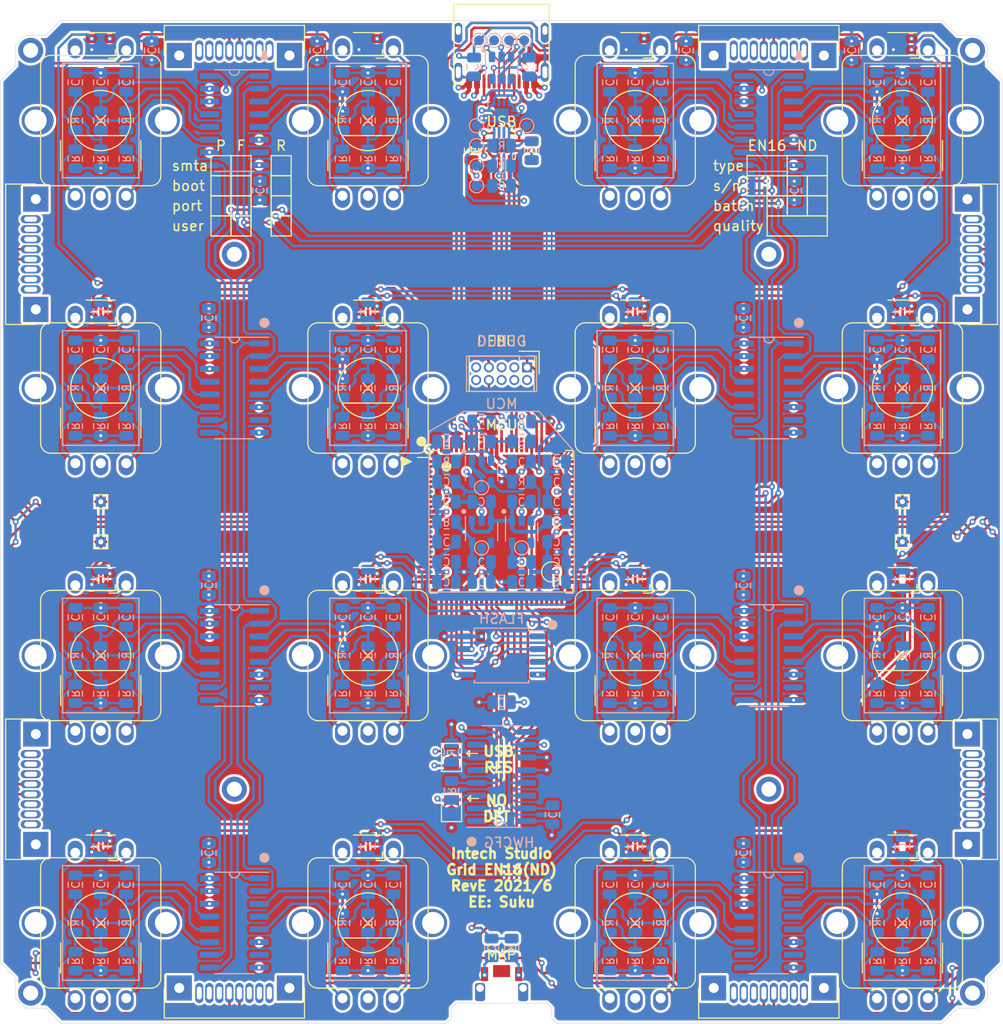
<source format=kicad_pcb>
(kicad_pcb (version 20171130) (host pcbnew 5.1.10-88a1d61d58~88~ubuntu20.04.1)
  (layers (0 F.Cu signal) (1 In1.Cu signal hide) (2 In2.Cu signal hide) (31 B.Cu signal) (34 B.Paste user) (35 F.Paste user) (36 B.SilkS user) (37 F.SilkS user) (38 B.Mask user) (39 F.Mask user) (44 Edge.Cuts user))
  (net 0 "")
  (net 1 GND)
  (net 2 /MCU/MAP_MODE)
  (net 3 +3V3_UI)
  (net 4 +3V3_UC)
  (net 5 "Net-(C49-Pad1)")
  (net 6 "Net-(D1-Pad1)")
  (net 7 "Net-(D2-Pad1)")
  (net 8 "Net-(D13-Pad1)")
  (net 9 "Net-(D3-Pad1)")
  (net 10 "Net-(D14-Pad1)")
  (net 11 "Net-(D4-Pad1)")
  (net 12 "Net-(D15-Pad1)")
  (net 13 "Net-(D5-Pad1)")
  (net 14 "Net-(D10-Pad3)")
  (net 15 "Net-(D10-Pad1)")
  (net 16 "Net-(D11-Pad1)")
  (net 17 "Net-(D12-Pad1)")
  (net 18 /MCU/USB_DN)
  (net 19 /MCU/USB_DP)
  (net 20 /MCU/GRID_AUX_RX)
  (net 21 /MCU/GRID_AUX_TX)
  (net 22 /MCU/SYS_RESET)
  (net 23 /MCU/SYS_SWO)
  (net 24 /MCU/SYS_SWCLK)
  (net 25 /MCU/SYS_SWDIO)
  (net 26 /MCU/GRID_SYNC_1)
  (net 27 /MCU/GRID_WEST_TX)
  (net 28 +5V)
  (net 29 /MCU/GRID_WEST_RX)
  (net 30 /MCU/GRID_SYNC_2)
  (net 31 /MCU/GRID_SOUTH_TX)
  (net 32 /MCU/GRID_NORTH_RX)
  (net 33 /MCU/GRID_SOUTH_RX)
  (net 34 /MCU/GRID_NORTH_TX)
  (net 35 /MCU/GRID_EAST_RX)
  (net 36 /MCU/GRID_EAST_TX)
  (net 37 "Net-(R10-Pad1)")
  (net 38 /MCU/UI_PWR_EN)
  (net 39 /MCU/QSPI_~CE)
  (net 40 /MCU/QSPI_SCK)
  (net 41 /MCU/QSPI_IO_3)
  (net 42 /MCU/QSPI_IO_2)
  (net 43 /MCU/QSPI_IO_1)
  (net 44 /MCU/QSPI_IO_0)
  (net 45 "Net-(C34-Pad1)")
  (net 46 "Net-(C37-Pad1)")
  (net 47 "Net-(C38-Pad1)")
  (net 48 "Net-(D6-Pad1)")
  (net 49 "Net-(D7-Pad1)")
  (net 50 "Net-(D8-Pad1)")
  (net 51 "Net-(R40-Pad1)")
  (net 52 "Net-(R41-Pad1)")
  (net 53 /HWCFG/HWCFG_SHIFT)
  (net 54 /HWCFG/HWCFG_CLOCK)
  (net 55 /HWCFG/HWCFG_DATA)
  (net 56 /UI_LED/LED_DATA_IN)
  (net 57 /UI_ENC/ENCODER_1/C)
  (net 58 /UI_ENC/ENCODER_1/B)
  (net 59 /UI_ENC/ENCODER_1/A)
  (net 60 /UI_ENC/ENCODER_2/C)
  (net 61 /UI_ENC/ENCODER_2/B)
  (net 62 /UI_ENC/ENCODER_2/A)
  (net 63 /UI_ENC/ENCODER_3/C)
  (net 64 /UI_ENC/ENCODER_3/B)
  (net 65 /UI_ENC/ENCODER_3/A)
  (net 66 /UI_ENC/ENCODER_4/C)
  (net 67 /UI_ENC/ENCODER_4/B)
  (net 68 /UI_ENC/ENCODER_4/A)
  (net 69 "Net-(R1-Pad2)")
  (net 70 "Net-(R2-Pad2)")
  (net 71 "Net-(R3-Pad2)")
  (net 72 "Net-(R11-Pad2)")
  (net 73 "Net-(R12-Pad2)")
  (net 74 "Net-(R13-Pad2)")
  (net 75 "Net-(R14-Pad2)")
  (net 76 "Net-(R15-Pad2)")
  (net 77 "Net-(R19-Pad2)")
  (net 78 "Net-(R20-Pad2)")
  (net 79 "Net-(R21-Pad2)")
  (net 80 "Net-(U1-Pad9)")
  (net 81 /UI_ENC/sheet5D72D2F1/C)
  (net 82 /UI_ENC/sheet5D72D2F1/B)
  (net 83 /UI_ENC/sheet5D72D2F1/A)
  (net 84 /UI_ENC/sheet5D72D2F2/C)
  (net 85 /UI_ENC/sheet5D72D2F2/B)
  (net 86 /UI_ENC/sheet5D72D2F2/A)
  (net 87 "Net-(R25-Pad2)")
  (net 88 "Net-(R26-Pad2)")
  (net 89 "Net-(R27-Pad2)")
  (net 90 "Net-(R31-Pad2)")
  (net 91 "Net-(R32-Pad2)")
  (net 92 "Net-(R43-Pad2)")
  (net 93 /UI_ENC/sheet5D7563C0/C)
  (net 94 /UI_ENC/sheet5D7563C0/B)
  (net 95 /UI_ENC/sheet5D7563C0/A)
  (net 96 /UI_ENC/sheet5D7563C1/C)
  (net 97 /UI_ENC/sheet5D7563C1/B)
  (net 98 /UI_ENC/sheet5D7563C1/A)
  (net 99 "Net-(R47-Pad2)")
  (net 100 "Net-(R48-Pad2)")
  (net 101 "Net-(R49-Pad2)")
  (net 102 "Net-(R53-Pad2)")
  (net 103 "Net-(R54-Pad2)")
  (net 104 "Net-(R55-Pad2)")
  (net 105 "Net-(U10-Pad10)")
  (net 106 "Net-(U10-Pad9)")
  (net 107 /UI_ENC/sheet5D76403A/C)
  (net 108 /UI_ENC/sheet5D76403A/B)
  (net 109 /UI_ENC/sheet5D76403A/A)
  (net 110 /UI_ENC/sheet5D76403B/C)
  (net 111 /UI_ENC/sheet5D76403B/B)
  (net 112 /UI_ENC/sheet5D76403B/A)
  (net 113 "Net-(R59-Pad2)")
  (net 114 "Net-(R60-Pad2)")
  (net 115 "Net-(R61-Pad2)")
  (net 116 "Net-(R65-Pad2)")
  (net 117 "Net-(R66-Pad2)")
  (net 118 "Net-(R67-Pad2)")
  (net 119 "Net-(U11-Pad9)")
  (net 120 /UI_ENC/sheet5D771886/C)
  (net 121 /UI_ENC/sheet5D771886/B)
  (net 122 /UI_ENC/sheet5D771886/A)
  (net 123 /UI_ENC/sheet5D771887/C)
  (net 124 /UI_ENC/sheet5D771887/B)
  (net 125 /UI_ENC/sheet5D771887/A)
  (net 126 "Net-(R71-Pad2)")
  (net 127 "Net-(R72-Pad2)")
  (net 128 "Net-(R73-Pad2)")
  (net 129 "Net-(R77-Pad2)")
  (net 130 "Net-(R78-Pad2)")
  (net 131 "Net-(R79-Pad2)")
  (net 132 "Net-(U12-Pad9)")
  (net 133 /UI_ENC/sheet5D77F47A/C)
  (net 134 /UI_ENC/sheet5D77F47A/B)
  (net 135 /UI_ENC/sheet5D77F47A/A)
  (net 136 /UI_ENC/sheet5D77F47B/C)
  (net 137 /UI_ENC/sheet5D77F47B/B)
  (net 138 /UI_ENC/sheet5D77F47B/A)
  (net 139 /UI_ENC/sheet5D77F47C/C)
  (net 140 /UI_ENC/sheet5D77F47C/B)
  (net 141 /UI_ENC/sheet5D77F47C/A)
  (net 142 /UI_ENC/sheet5D77F47D/C)
  (net 143 /UI_ENC/sheet5D77F47D/B)
  (net 144 /UI_ENC/sheet5D77F47D/A)
  (net 145 "Net-(R83-Pad2)")
  (net 146 "Net-(R84-Pad2)")
  (net 147 "Net-(R85-Pad2)")
  (net 148 "Net-(R89-Pad2)")
  (net 149 "Net-(R90-Pad2)")
  (net 150 "Net-(R91-Pad2)")
  (net 151 "Net-(R95-Pad2)")
  (net 152 "Net-(R96-Pad2)")
  (net 153 "Net-(R100-Pad2)")
  (net 154 "Net-(R101-Pad2)")
  (net 155 "Net-(R102-Pad2)")
  (net 156 "Net-(R103-Pad2)")
  (net 157 "Net-(U13-Pad9)")
  (net 158 "Net-(U11-Pad10)")
  (net 159 /UI_ENC/ENCODER_CS)
  (net 160 /UI_ENC/ENCODER_SCK)
  (net 161 /UI_ENC/ENCODER_MISO)
  (net 162 /UI_LED/LED_DATA_OUT)
  (net 163 "Net-(J1-PadB8)")
  (net 164 "Net-(J1-PadS3)")
  (net 165 "Net-(J1-PadS4)")
  (net 166 "Net-(J1-PadA8)")
  (net 167 "Net-(M1-Pad8)")
  (net 168 "Net-(M1-Pad7)")
  (net 169 "Net-(M1-Pad6)")
  (net 170 "Net-(M1-Pad5)")
  (net 171 "Net-(M1-Pad4)")
  (net 172 "Net-(M1-Pad3)")
  (net 173 "Net-(M1-Pad2)")
  (net 174 "Net-(M1-Pad1)")
  (net 175 "Net-(U1-Pad7)")
  (net 176 "Net-(U2-Pad7)")
  (net 177 "Net-(U3-Pad7)")
  (net 178 "Net-(U4-Pad6)")
  (net 179 "Net-(U4-Pad4)")
  (net 180 "Net-(U5-Pad4)")
  (net 181 "Net-(U6-Pad4)")
  (net 182 "Net-(U7-Pad100)")
  (net 183 "Net-(U7-Pad99)")
  (net 184 "Net-(U7-Pad98)")
  (net 185 "Net-(U7-Pad97)")
  (net 186 "Net-(U7-Pad96)")
  (net 187 "Net-(U7-Pad91)")
  (net 188 "Net-(U7-Pad87)")
  (net 189 "Net-(U7-Pad84)")
  (net 190 "Net-(U7-Pad83)")
  (net 191 "Net-(U7-Pad79)")
  (net 192 "Net-(U7-Pad78)")
  (net 193 /UI_ENC/ENCODER_MOSI)
  (net 194 "Net-(U7-Pad67)")
  (net 195 "Net-(U7-Pad66)")
  (net 196 "Net-(U7-Pad65)")
  (net 197 "Net-(U7-Pad64)")
  (net 198 /MCU/MUX_ADDRESS_C)
  (net 199 /MCU/MUX_ADDRESS_B)
  (net 200 /MCU/MUX_ADDRESS_A)
  (net 201 "Net-(U7-Pad55)")
  (net 202 "Net-(U7-Pad54)")
  (net 203 "Net-(U7-Pad53)")
  (net 204 "Net-(U7-Pad52)")
  (net 205 "Net-(U7-Pad49)")
  (net 206 "Net-(U7-Pad48)")
  (net 207 "Net-(U7-Pad47)")
  (net 208 "Net-(U7-Pad46)")
  (net 209 "Net-(U7-Pad45)")
  (net 210 "Net-(U7-Pad40)")
  (net 211 "Net-(U7-Pad34)")
  (net 212 "Net-(U7-Pad23)")
  (net 213 "Net-(U7-Pad22)")
  (net 214 "Net-(U7-Pad21)")
  (net 215 /MCU/MUX_OUT_2)
  (net 216 "Net-(U7-Pad19)")
  (net 217 "Net-(U7-Pad18)")
  (net 218 "Net-(U7-Pad17)")
  (net 219 "Net-(U7-Pad13)")
  (net 220 "Net-(U7-Pad10)")
  (net 221 "Net-(U7-Pad9)")
  (net 222 "Net-(U7-Pad8)")
  (net 223 "Net-(U7-Pad7)")
  (net 224 "Net-(U7-Pad6)")
  (net 225 /MCU/MUX_OUT_1)
  (net 226 "Net-(U7-Pad4)")
  (net 227 "Net-(U7-Pad3)")
  (net 228 "Net-(U9-Pad7)")
  (net 229 "Net-(U10-Pad7)")
  (net 230 "Net-(U11-Pad7)")
  (net 231 "Net-(U12-Pad7)")
  (net 232 "Net-(U13-Pad7)")
  (net 233 "Net-(U14-Pad7)")
  (net 234 "Net-(UI1-Pad7)")
  (net 235 "Net-(UI1-Pad6)")
  (net 236 "Net-(UI2-Pad7)")
  (net 237 "Net-(UI2-Pad6)")
  (net 238 "Net-(UI3-Pad7)")
  (net 239 "Net-(UI3-Pad6)")
  (net 240 "Net-(UI4-Pad7)")
  (net 241 "Net-(UI4-Pad6)")
  (net 242 "Net-(UI5-Pad7)")
  (net 243 "Net-(UI5-Pad6)")
  (net 244 "Net-(UI6-Pad7)")
  (net 245 "Net-(UI6-Pad6)")
  (net 246 "Net-(UI7-Pad7)")
  (net 247 "Net-(UI7-Pad6)")
  (net 248 "Net-(UI8-Pad7)")
  (net 249 "Net-(UI8-Pad6)")
  (net 250 "Net-(UI9-Pad7)")
  (net 251 "Net-(UI9-Pad6)")
  (net 252 "Net-(UI10-Pad7)")
  (net 253 "Net-(UI10-Pad6)")
  (net 254 "Net-(UI11-Pad7)")
  (net 255 "Net-(UI11-Pad6)")
  (net 256 "Net-(UI12-Pad7)")
  (net 257 "Net-(UI12-Pad6)")
  (net 258 "Net-(UI13-Pad7)")
  (net 259 "Net-(UI13-Pad6)")
  (net 260 "Net-(UI14-Pad7)")
  (net 261 "Net-(UI14-Pad6)")
  (net 262 "Net-(UI15-Pad7)")
  (net 263 "Net-(UI15-Pad6)")
  (net 264 "Net-(UI16-Pad7)")
  (net 265 "Net-(UI16-Pad6)")
  (net 266 "Net-(JP1-Pad2)")
  (net 267 /MCU/Sheet60FB6C45/USB_CC2)
  (net 268 /MCU/Sheet60FB6C45/USB_CC1)
  (net 269 /MCU/SYS_I2C_SDA)
  (net 270 /MCU/SYS_I2C_SCL)
  (net 271 "Net-(R111-Pad1)")
  (net 272 "Net-(U7-Pad2)")
  (net 273 "Net-(U7-Pad1)")
  (net 274 "Net-(U15-Pad13)")
  (net 275 "Net-(U15-Pad12)")
  (net 276 "Net-(U16-Pad13)")
  (net 277 "Net-(U16-Pad12)")
  (net 278 +5V_UI)
  (net 279 /MCU/SYS_I2C_INT_0)
  (net 280 "Net-(JP2-Pad1)")
  (module suku_basics:UI_ENCODER_TT (layer F.Cu) (at 86.665 86.665)
    (fp_text reference UI6 hide)
    (fp_text value UI_Rotary_Encoder_Switch hide)
    (pad 5 thru_hole oval (at 2.54 -7 180) (size 1.5 2) (drill 1 (offset 0 0.2)) (layers *.Cu *.Mask) (net 90 "Net-(R31-Pad2)"))
    (pad 4 thru_hole oval (at -2.54 -7 180) (size 1.5 2) (drill 1 (offset 0 0.2)) (layers *.Cu *.Mask) (net 1 GND))
    (pad 7 thru_hole oval (at 6.5 0 180) (size 3.2 2.8) (drill 2.2 (offset 0.2 0)) (layers *.Cu *.Mask) (net 244 "Net-(UI6-Pad7)"))
    (pad 6 thru_hole oval (at -6.5 0) (size 3.2 2.8) (drill 2.2 (offset 0.2 0)) (layers *.Cu *.Mask) (net 245 "Net-(UI6-Pad6)"))
    (pad 3 thru_hole oval (at 2.54 7.5) (size 1.5 2) (drill 1 (offset 0 0.2)) (layers *.Cu *.Mask) (net 91 "Net-(R32-Pad2)"))
    (pad 2 thru_hole oval (at 0 7.5) (size 1.5 2) (drill 1 (offset 0 0.2)) (layers *.Cu *.Mask) (net 1 GND))
    (pad 1 thru_hole oval (at -2.54 7.5) (size 1.5 2) (drill 1 (offset 0 0.2)) (layers *.Cu *.Mask) (net 92 "Net-(R43-Pad2)"))
  )
  (module Connector_PinHeader_1.27mm:PinHeader_2x05_P1.27mm_Vertical (layer F.Cu) (at 102.54 84.6 270)
    (fp_text reference J2 hide)
    (fp_text value N.F. hide)
    (pad 10 thru_hole oval (at 1.27 5.08 270) (size 1 1) (drill 0.65) (layers *.Cu *.Mask) (net 22 /MCU/SYS_RESET))
    (pad 9 thru_hole oval (at 0 5.08 270) (size 1 1) (drill 0.65) (layers *.Cu *.Mask) (net 1 GND))
    (pad 8 thru_hole oval (at 1.27 3.81 270) (size 1 1) (drill 0.65) (layers *.Cu *.Mask) (net 20 /MCU/GRID_AUX_RX))
    (pad 7 thru_hole oval (at 0 3.81 270) (size 1 1) (drill 0.65) (layers *.Cu *.Mask) (net 21 /MCU/GRID_AUX_TX))
    (pad 6 thru_hole oval (at 1.27 2.54 270) (size 1 1) (drill 0.65) (layers *.Cu *.Mask) (net 23 /MCU/SYS_SWO))
    (pad 5 thru_hole oval (at 0 2.54 270) (size 1 1) (drill 0.65) (layers *.Cu *.Mask) (net 1 GND))
    (pad 4 thru_hole oval (at 1.27 1.27 270) (size 1 1) (drill 0.65) (layers *.Cu *.Mask) (net 24 /MCU/SYS_SWCLK))
    (pad 3 thru_hole oval (at 0 1.27 270) (size 1 1) (drill 0.65) (layers *.Cu *.Mask) (net 1 GND))
    (pad 2 thru_hole oval (at 1.27 0 270) (size 1 1) (drill 0.65) (layers *.Cu *.Mask) (net 25 /MCU/SYS_SWDIO))
    (pad 1 thru_hole rect (at 0 0 270) (size 1 1) (drill 0.65) (layers *.Cu *.Mask) (net 4 +3V3_UC))
  )
  (module suku_basics:UI_ENCODER_TT (layer F.Cu) (at 113.335 86.665)
    (fp_text reference UI7 hide)
    (fp_text value UI_Rotary_Encoder_Switch hide)
    (pad 5 thru_hole oval (at 2.54 -7 180) (size 1.5 2) (drill 1 (offset 0 0.2)) (layers *.Cu *.Mask) (net 99 "Net-(R47-Pad2)"))
    (pad 4 thru_hole oval (at -2.54 -7 180) (size 1.5 2) (drill 1 (offset 0 0.2)) (layers *.Cu *.Mask) (net 1 GND))
    (pad 7 thru_hole oval (at 6.5 0 180) (size 3.2 2.8) (drill 2.2 (offset 0.2 0)) (layers *.Cu *.Mask) (net 246 "Net-(UI7-Pad7)"))
    (pad 6 thru_hole oval (at -6.5 0) (size 3.2 2.8) (drill 2.2 (offset 0.2 0)) (layers *.Cu *.Mask) (net 247 "Net-(UI7-Pad6)"))
    (pad 3 thru_hole oval (at 2.54 7.5) (size 1.5 2) (drill 1 (offset 0 0.2)) (layers *.Cu *.Mask) (net 100 "Net-(R48-Pad2)"))
    (pad 2 thru_hole oval (at 0 7.5) (size 1.5 2) (drill 1 (offset 0 0.2)) (layers *.Cu *.Mask) (net 1 GND))
    (pad 1 thru_hole oval (at -2.54 7.5) (size 1.5 2) (drill 1 (offset 0 0.2)) (layers *.Cu *.Mask) (net 101 "Net-(R49-Pad2)"))
  )
  (module TestPoint:TestPoint_Pad_D1.0mm (layer B.Cu) (at 97.5 60.5)
    (fp_text reference TP20 hide)
    (fp_text value CC2 hide)
    (pad 1 smd circle (at 0 0) (size 1 1) (layers B.Cu B.Mask) (net 267 /MCU/Sheet60FB6C45/USB_CC2))
  )
  (module TestPoint:TestPoint_Pad_D1.0mm (layer B.Cu) (at 102.5 60.5)
    (fp_text reference TP19 hide)
    (fp_text value CC1 hide)
    (pad 1 smd circle (at 0 0) (size 1 1) (layers B.Cu B.Mask) (net 268 /MCU/Sheet60FB6C45/USB_CC1))
  )
  (module suku_basics:CAP_0805 (layer B.Cu) (at 105.5 96)
    (fp_text reference C41 hide)
    (fp_text value 100n hide)
    (pad 2 smd roundrect (at 0.9375 0) (size 0.975 1.4) (layers B.Cu B.Paste B.Mask) (net 1 GND))
    (pad 1 smd roundrect (at -0.9375 0) (size 0.975 1.4) (layers B.Cu B.Paste B.Mask) (net 4 +3V3_UC))
  )
  (module suku_basics:CAP_0805 (layer B.Cu) (at 105.5 102 180)
    (fp_text reference C43 hide)
    (fp_text value 10u hide)
    (pad 2 smd roundrect (at 0.9375 0 180) (size 0.975 1.4) (layers B.Cu B.Paste B.Mask) (net 1 GND))
    (pad 1 smd roundrect (at -0.9375 0 180) (size 0.975 1.4) (layers B.Cu B.Paste B.Mask) (net 4 +3V3_UC))
  )
  (module TestPoint:TestPoint_Pad_D1.0mm (layer B.Cu) (at 97.5 66.5)
    (fp_text reference TP18 hide)
    (fp_text value INT hide)
    (pad 1 smd circle (at 0 0) (size 1 1) (layers B.Cu B.Mask) (net 279 /MCU/SYS_I2C_INT_0))
  )
  (module TestPoint:TestPoint_Pad_D1.0mm (layer B.Cu) (at 97.5 64.5)
    (fp_text reference TP17 hide)
    (fp_text value SCL hide)
    (pad 1 smd circle (at 0 0) (size 1 1) (layers B.Cu B.Mask) (net 270 /MCU/SYS_I2C_SCL))
  )
  (module TestPoint:TestPoint_Pad_D1.0mm (layer B.Cu) (at 97.5 62.5)
    (fp_text reference TP16 hide)
    (fp_text value SDA hide)
    (pad 1 smd circle (at 0 0) (size 1 1) (layers B.Cu B.Mask) (net 269 /MCU/SYS_I2C_SDA))
  )
  (module "suku_basics:SOIC-16_3.9x9.9mm_P1.27mm(rot90)" (layer B.Cu) (at 100 125.4 90)
    (fp_text reference U3 hide)
    (fp_text value 74HC165 hide)
    (pad 1 smd roundrect (at -4.445 -2.475) (size 1.95 0.6) (layers B.Cu B.Paste B.Mask) (net 53 /HWCFG/HWCFG_SHIFT))
    (pad 2 smd roundrect (at -3.175 -2.475) (size 1.95 0.6) (layers B.Cu B.Paste B.Mask) (net 54 /HWCFG/HWCFG_CLOCK))
    (pad 3 smd roundrect (at -1.905 -2.475) (size 1.95 0.6) (layers B.Cu B.Paste B.Mask) (net 266 "Net-(JP1-Pad2)"))
    (pad 4 smd roundrect (at -0.635 -2.475) (size 1.95 0.6) (layers B.Cu B.Paste B.Mask) (net 1 GND))
    (pad 5 smd roundrect (at 0.635 -2.475) (size 1.95 0.6) (layers B.Cu B.Paste B.Mask) (net 1 GND))
    (pad 6 smd roundrect (at 1.905 -2.475) (size 1.95 0.6) (layers B.Cu B.Paste B.Mask) (net 280 "Net-(JP2-Pad1)"))
    (pad 7 smd roundrect (at 3.175 -2.475) (size 1.95 0.6) (layers B.Cu B.Paste B.Mask) (net 177 "Net-(U3-Pad7)"))
    (pad 8 smd roundrect (at 4.445 -2.475) (size 1.95 0.6) (layers B.Cu B.Paste B.Mask) (net 1 GND))
    (pad 9 smd roundrect (at 4.445 2.475) (size 1.95 0.6) (layers B.Cu B.Paste B.Mask) (net 55 /HWCFG/HWCFG_DATA))
    (pad 10 smd roundrect (at 3.175 2.475) (size 1.95 0.6) (layers B.Cu B.Paste B.Mask) (net 1 GND))
    (pad 11 smd roundrect (at 1.905 2.475) (size 1.95 0.6) (layers B.Cu B.Paste B.Mask) (net 4 +3V3_UC))
    (pad 12 smd roundrect (at 0.635 2.475) (size 1.95 0.6) (layers B.Cu B.Paste B.Mask) (net 4 +3V3_UC))
    (pad 13 smd roundrect (at -0.635 2.475) (size 1.95 0.6) (layers B.Cu B.Paste B.Mask) (net 1 GND))
    (pad 14 smd roundrect (at -1.905 2.475) (size 1.95 0.6) (layers B.Cu B.Paste B.Mask) (net 1 GND))
    (pad 15 smd roundrect (at -3.175 2.475) (size 1.95 0.6) (layers B.Cu B.Paste B.Mask) (net 1 GND))
    (pad 16 smd roundrect (at -4.445 2.475) (size 1.95 0.6) (layers B.Cu B.Paste B.Mask) (net 4 +3V3_UC))
  )
  (module suku_basics:RES_0805 (layer B.Cu) (at 95 126.8 90)
    (fp_text reference R33 hide)
    (fp_text value 10k hide)
    (pad 2 smd roundrect (at 0.9375 0 90) (size 0.975 1.4) (layers B.Cu B.Paste B.Mask) (net 1 GND))
    (pad 1 smd roundrect (at -0.9375 0 90) (size 0.975 1.4) (layers B.Cu B.Paste B.Mask) (net 266 "Net-(JP1-Pad2)"))
  )
  (module suku_basics:RES_0805 (layer B.Cu) (at 95 123 270)
    (fp_text reference R112 hide)
    (fp_text value 10k hide)
    (pad 2 smd roundrect (at 0.9375 0 270) (size 0.975 1.4) (layers B.Cu B.Paste B.Mask) (net 280 "Net-(JP2-Pad1)"))
    (pad 1 smd roundrect (at -0.9375 0 270) (size 0.975 1.4) (layers B.Cu B.Paste B.Mask) (net 4 +3V3_UC))
  )
  (module Jumper:SolderJumper-2_P1.3mm_Open_TrianglePad1.0x1.5mm (layer F.Cu) (at 95 123.5 90)
    (fp_text reference JP2 hide)
    (fp_text value "N.F. Solder Jumper" hide)
    (pad 1 smd custom (at -0.725 0 90) (size 0.3 0.3) (layers F.Cu F.Mask) (net 280 "Net-(JP2-Pad1)") (options (clearance outline) (anchor rect)) (primitives (gr_poly (pts (xy -0.5 -0.75) (xy 0.5 -0.75) (xy 1 0) (xy 0.5 0.75) (xy -0.5 0.75)) (width 0))))
    (pad 2 smd custom (at 0.725 0 90) (size 0.3 0.3) (layers F.Cu F.Mask) (net 1 GND) (options (clearance outline) (anchor rect)) (primitives (gr_poly (pts (xy -0.65 -0.75) (xy 0.5 -0.75) (xy 0.5 0.75) (xy -0.65 0.75) (xy -0.15 0)) (width 0))))
  )
  (module TestPoint:TestPoint_Pad_D1.0mm (layer B.Cu) (at 98 96.6)
    (fp_text reference TP11 hide)
    (fp_text value UI_5V hide)
    (pad 1 smd circle (at 0 0) (size 1 1) (layers B.Cu B.Mask) (net 278 +5V_UI))
  )
  (module TestPoint:TestPoint_Pad_D1.0mm (layer B.Cu) (at 102 102.6)
    (fp_text reference TP10 hide)
    (fp_text value UI hide)
    (pad 1 smd circle (at 0 0) (size 1 1) (layers B.Cu B.Mask) (net 3 +3V3_UI))
  )
  (module TestPoint:TestPoint_Pad_D1.0mm (layer B.Cu) (at 98 102.6)
    (fp_text reference TP9 hide)
    (fp_text value UC hide)
    (pad 1 smd circle (at 0 0) (size 1 1) (layers B.Cu B.Mask) (net 4 +3V3_UC))
  )
  (module TestPoint:TestPoint_Pad_D1.0mm (layer B.Cu) (at 102.25 52)
    (fp_text reference TP8 hide)
    (fp_text value VB hide)
    (pad 1 smd circle (at 0 0) (size 1 1) (layers B.Cu B.Mask) (net 28 +5V))
  )
  (module TestPoint:TestPoint_Pad_D1.0mm (layer B.Cu) (at 97.75 52)
    (fp_text reference TP7 hide)
    (fp_text value GND hide)
    (pad 1 smd circle (at 0 0) (size 1 1) (layers B.Cu B.Mask) (net 1 GND))
  )
  (module TestPoint:TestPoint_Pad_D1.0mm (layer B.Cu) (at 100.75 52)
    (fp_text reference TP6 hide)
    (fp_text value D+ hide)
    (pad 1 smd circle (at 0 0) (size 1 1) (layers B.Cu B.Mask) (net 19 /MCU/USB_DP))
  )
  (module TestPoint:TestPoint_Pad_D1.0mm (layer B.Cu) (at 99.25 52)
    (fp_text reference TP5 hide)
    (fp_text value D- hide)
    (pad 1 smd circle (at 0 0) (size 1 1) (layers B.Cu B.Mask) (net 18 /MCU/USB_DN))
  )
  (module suku_basics:CAP_0805 (layer B.Cu) (at 103 63 270)
    (fp_text reference C51 hide)
    (fp_text value 100n hide)
    (pad 2 smd roundrect (at 0.9375 0 270) (size 0.975 1.4) (layers B.Cu B.Paste B.Mask) (net 1 GND))
    (pad 1 smd roundrect (at -0.9375 0 270) (size 0.975 1.4) (layers B.Cu B.Paste B.Mask) (net 4 +3V3_UC))
  )
  (module suku_basics:RES_0805 (layer B.Cu) (at 100 64.5 180)
    (fp_text reference R109 hide)
    (fp_text value 5k1 hide)
    (pad 2 smd roundrect (at 0.9375 0 180) (size 0.975 1.4) (layers B.Cu B.Paste B.Mask) (net 270 /MCU/SYS_I2C_SCL))
    (pad 1 smd roundrect (at -0.9375 0 180) (size 0.975 1.4) (layers B.Cu B.Paste B.Mask) (net 4 +3V3_UC))
  )
  (module suku_basics:grid_outline (layer F.Cu) (at 100 100)
    (fp_text reference M1 hide)
    (fp_text value Conn_01x08 hide)
    (pad 8 thru_hole circle (at -26.67 26.67) (size 2.5 2.5) (drill 1.5) (layers *.Cu *.Mask) (net 167 "Net-(M1-Pad8)"))
    (pad 7 thru_hole circle (at 26.67 26.67) (size 2.5 2.5) (drill 1.5) (layers *.Cu *.Mask) (net 168 "Net-(M1-Pad7)"))
    (pad 6 thru_hole circle (at 26.67 -26.67) (size 2.5 2.5) (drill 1.5) (layers *.Cu *.Mask) (net 169 "Net-(M1-Pad6)"))
    (pad 5 thru_hole circle (at -26.67 -26.67) (size 2.5 2.5) (drill 1.5) (layers *.Cu *.Mask) (net 170 "Net-(M1-Pad5)"))
    (pad 4 thru_hole circle (at -47 47) (size 2.5 2.5) (drill 1.5) (layers *.Cu *.Mask) (net 171 "Net-(M1-Pad4)"))
    (pad 3 thru_hole circle (at 47 47) (size 2.5 2.5) (drill 1.5) (layers *.Cu *.Mask) (net 172 "Net-(M1-Pad3)"))
    (pad 2 thru_hole circle (at 47 -47) (size 2.5 2.5) (drill 1.5) (layers *.Cu *.Mask) (net 173 "Net-(M1-Pad2)"))
    (pad 1 thru_hole circle (at -47 -47) (size 2.5 2.5) (drill 1.5) (layers *.Cu *.Mask) (net 174 "Net-(M1-Pad1)"))
  )
  (module suku_basics:SOT-23-5 (layer B.Cu) (at 98 95 90)
    (fp_text reference U17 hide)
    (fp_text value MT9700 hide)
    (pad 5 smd roundrect (at -1.1 -0.95 270) (size 1.06 0.65) (layers B.Cu B.Paste B.Mask) (net 28 +5V))
    (pad 4 smd roundrect (at -1.1 0.95 270) (size 1.06 0.65) (layers B.Cu B.Paste B.Mask) (net 38 /MCU/UI_PWR_EN))
    (pad 3 smd roundrect (at 1.1 0.95 270) (size 1.06 0.65) (layers B.Cu B.Paste B.Mask) (net 271 "Net-(R111-Pad1)"))
    (pad 2 smd roundrect (at 1.1 0 270) (size 1.06 0.65) (layers B.Cu B.Paste B.Mask) (net 1 GND))
    (pad 1 smd roundrect (at 1.1 -0.95 270) (size 1.06 0.65) (layers B.Cu B.Paste B.Mask) (net 278 +5V_UI))
  )
  (module Package_DFN_QFN:WQFN-14-1EP_2.5x2.5mm_P0.5mm_EP1.45x1.45mm (layer F.Cu) (at 100 62.5)
    (fp_text reference U16 hide)
    (fp_text value "FUSB302BMPX(N.F.)" hide)
    (pad 15 smd rect (at 0 0) (size 1.45 1.45) (layers F.Cu F.Mask) (net 1 GND))
    (pad 14 smd roundrect (at -0.75 -1.2625) (size 0.25 0.675) (layers F.Cu F.Paste F.Mask) (net 267 /MCU/Sheet60FB6C45/USB_CC2))
    (pad 13 smd roundrect (at -0.25 -1.2625) (size 0.25 0.675) (layers F.Cu F.Paste F.Mask) (net 276 "Net-(U16-Pad13)"))
    (pad 12 smd roundrect (at 0.25 -1.2625) (size 0.25 0.675) (layers F.Cu F.Paste F.Mask) (net 277 "Net-(U16-Pad12)"))
    (pad 11 smd roundrect (at 0.75 -1.2625) (size 0.25 0.675) (layers F.Cu F.Paste F.Mask) (net 268 /MCU/Sheet60FB6C45/USB_CC1))
    (pad 10 smd roundrect (at 1.2625 -0.5) (size 0.675 0.25) (layers F.Cu F.Paste F.Mask) (net 268 /MCU/Sheet60FB6C45/USB_CC1))
    (pad 9 smd roundrect (at 1.2625 0) (size 0.675 0.25) (layers F.Cu F.Paste F.Mask) (net 1 GND))
    (pad 8 smd roundrect (at 1.2625 0.5) (size 0.675 0.25) (layers F.Cu F.Paste F.Mask) (net 1 GND))
    (pad 7 smd roundrect (at 0.75 1.2625) (size 0.25 0.675) (layers F.Cu F.Paste F.Mask) (net 269 /MCU/SYS_I2C_SDA))
    (pad 6 smd roundrect (at 0.25 1.2625) (size 0.25 0.675) (layers F.Cu F.Paste F.Mask) (net 270 /MCU/SYS_I2C_SCL))
    (pad 5 smd roundrect (at -0.25 1.2625) (size 0.25 0.675) (layers F.Cu F.Paste F.Mask) (net 279 /MCU/SYS_I2C_INT_0))
    (pad 4 smd roundrect (at -0.75 1.2625) (size 0.25 0.675) (layers F.Cu F.Paste F.Mask) (net 4 +3V3_UC))
    (pad 3 smd roundrect (at -1.2625 0.5) (size 0.675 0.25) (layers F.Cu F.Paste F.Mask) (net 4 +3V3_UC))
    (pad 2 smd roundrect (at -1.2625 0) (size 0.675 0.25) (layers F.Cu F.Paste F.Mask) (net 28 +5V))
    (pad 1 smd roundrect (at -1.2625 -0.5) (size 0.675 0.25) (layers F.Cu F.Paste F.Mask) (net 267 /MCU/Sheet60FB6C45/USB_CC2))
  )
  (module Package_DFN_QFN:WQFN-14-1EP_2.5x2.5mm_P0.5mm_EP1.45x1.45mm (layer B.Cu) (at 100 59.5 180)
    (fp_text reference U15 hide)
    (fp_text value FUSB302BMPX hide)
    (pad 15 smd rect (at 0 0 180) (size 1.45 1.45) (layers B.Cu B.Mask) (net 1 GND))
    (pad 14 smd roundrect (at -0.75 1.2625 180) (size 0.25 0.675) (layers B.Cu B.Paste B.Mask) (net 267 /MCU/Sheet60FB6C45/USB_CC2))
    (pad 13 smd roundrect (at -0.25 1.2625 180) (size 0.25 0.675) (layers B.Cu B.Paste B.Mask) (net 274 "Net-(U15-Pad13)"))
    (pad 12 smd roundrect (at 0.25 1.2625 180) (size 0.25 0.675) (layers B.Cu B.Paste B.Mask) (net 275 "Net-(U15-Pad12)"))
    (pad 11 smd roundrect (at 0.75 1.2625 180) (size 0.25 0.675) (layers B.Cu B.Paste B.Mask) (net 268 /MCU/Sheet60FB6C45/USB_CC1))
    (pad 10 smd roundrect (at 1.2625 0.5 180) (size 0.675 0.25) (layers B.Cu B.Paste B.Mask) (net 268 /MCU/Sheet60FB6C45/USB_CC1))
    (pad 9 smd roundrect (at 1.2625 0 180) (size 0.675 0.25) (layers B.Cu B.Paste B.Mask) (net 1 GND))
    (pad 8 smd roundrect (at 1.2625 -0.5 180) (size 0.675 0.25) (layers B.Cu B.Paste B.Mask) (net 1 GND))
    (pad 7 smd roundrect (at 0.75 -1.2625 180) (size 0.25 0.675) (layers B.Cu B.Paste B.Mask) (net 269 /MCU/SYS_I2C_SDA))
    (pad 6 smd roundrect (at 0.25 -1.2625 180) (size 0.25 0.675) (layers B.Cu B.Paste B.Mask) (net 270 /MCU/SYS_I2C_SCL))
    (pad 5 smd roundrect (at -0.25 -1.2625 180) (size 0.25 0.675) (layers B.Cu B.Paste B.Mask) (net 279 /MCU/SYS_I2C_INT_0))
    (pad 4 smd roundrect (at -0.75 -1.2625 180) (size 0.25 0.675) (layers B.Cu B.Paste B.Mask) (net 4 +3V3_UC))
    (pad 3 smd roundrect (at -1.2625 -0.5 180) (size 0.675 0.25) (layers B.Cu B.Paste B.Mask) (net 4 +3V3_UC))
    (pad 2 smd roundrect (at -1.2625 0 180) (size 0.675 0.25) (layers B.Cu B.Paste B.Mask) (net 28 +5V))
    (pad 1 smd roundrect (at -1.2625 0.5 180) (size 0.675 0.25) (layers B.Cu B.Paste B.Mask) (net 267 /MCU/Sheet60FB6C45/USB_CC2))
  )
  (module suku_basics:SOT-23-5 (layer B.Cu) (at 102 101 90)
    (fp_text reference U6 hide)
    (fp_text value LN1134A332MR-G hide)
    (pad 5 smd roundrect (at -1.1 -0.95 270) (size 1.06 0.65) (layers B.Cu B.Paste B.Mask) (net 3 +3V3_UI))
    (pad 4 smd roundrect (at -1.1 0.95 270) (size 1.06 0.65) (layers B.Cu B.Paste B.Mask) (net 181 "Net-(U6-Pad4)"))
    (pad 3 smd roundrect (at 1.1 0.95 270) (size 1.06 0.65) (layers B.Cu B.Paste B.Mask) (net 38 /MCU/UI_PWR_EN))
    (pad 2 smd roundrect (at 1.1 0 270) (size 1.06 0.65) (layers B.Cu B.Paste B.Mask) (net 1 GND))
    (pad 1 smd roundrect (at 1.1 -0.95 270) (size 1.06 0.65) (layers B.Cu B.Paste B.Mask) (net 45 "Net-(C34-Pad1)"))
  )
  (module suku_basics:SOT-23-5 (layer B.Cu) (at 98 101 90)
    (fp_text reference U5 hide)
    (fp_text value LN1134A332MR-G hide)
    (pad 5 smd roundrect (at -1.1 -0.95 270) (size 1.06 0.65) (layers B.Cu B.Paste B.Mask) (net 4 +3V3_UC))
    (pad 4 smd roundrect (at -1.1 0.95 270) (size 1.06 0.65) (layers B.Cu B.Paste B.Mask) (net 180 "Net-(U5-Pad4)"))
    (pad 3 smd roundrect (at 1.1 0.95 270) (size 1.06 0.65) (layers B.Cu B.Paste B.Mask) (net 45 "Net-(C34-Pad1)"))
    (pad 2 smd roundrect (at 1.1 0 270) (size 1.06 0.65) (layers B.Cu B.Paste B.Mask) (net 1 GND))
    (pad 1 smd roundrect (at 1.1 -0.95 270) (size 1.06 0.65) (layers B.Cu B.Paste B.Mask) (net 45 "Net-(C34-Pad1)"))
  )
  (module suku_basics:SOT-23-6 (layer B.Cu) (at 100 54.75 90)
    (fp_text reference U4 hide)
    (fp_text value "SESRV05-4 " hide)
    (pad 5 smd roundrect (at -1.1 0 270) (size 1.06 0.65) (layers B.Cu B.Paste B.Mask) (net 28 +5V))
    (pad 6 smd roundrect (at -1.1 -0.95 270) (size 1.06 0.65) (layers B.Cu B.Paste B.Mask) (net 178 "Net-(U4-Pad6)"))
    (pad 4 smd roundrect (at -1.1 0.95 270) (size 1.06 0.65) (layers B.Cu B.Paste B.Mask) (net 179 "Net-(U4-Pad4)"))
    (pad 3 smd roundrect (at 1.1 0.95 270) (size 1.06 0.65) (layers B.Cu B.Paste B.Mask) (net 19 /MCU/USB_DP))
    (pad 2 smd roundrect (at 1.1 0 270) (size 1.06 0.65) (layers B.Cu B.Paste B.Mask) (net 1 GND))
    (pad 1 smd roundrect (at 1.1 -0.95 270) (size 1.06 0.65) (layers B.Cu B.Paste B.Mask) (net 18 /MCU/USB_DN))
  )
  (module suku_basics:RES_0805 (layer B.Cu) (at 94.5 94 180)
    (fp_text reference R111 hide)
    (fp_text value 10k hide)
    (pad 2 smd roundrect (at 0.9375 0 180) (size 0.975 1.4) (layers B.Cu B.Paste B.Mask) (net 1 GND))
    (pad 1 smd roundrect (at -0.9375 0 180) (size 0.975 1.4) (layers B.Cu B.Paste B.Mask) (net 271 "Net-(R111-Pad1)"))
  )
  (module suku_basics:RES_0805 (layer B.Cu) (at 100 66.5 180)
    (fp_text reference R110 hide)
    (fp_text value 5k1 hide)
    (pad 2 smd roundrect (at 0.9375 0 180) (size 0.975 1.4) (layers B.Cu B.Paste B.Mask) (net 279 /MCU/SYS_I2C_INT_0))
    (pad 1 smd roundrect (at -0.9375 0 180) (size 0.975 1.4) (layers B.Cu B.Paste B.Mask) (net 4 +3V3_UC))
  )
  (module suku_basics:RES_0805 (layer B.Cu) (at 100 62.5 180)
    (fp_text reference R108 hide)
    (fp_text value 5k1 hide)
    (pad 2 smd roundrect (at 0.9375 0 180) (size 0.975 1.4) (layers B.Cu B.Paste B.Mask) (net 269 /MCU/SYS_I2C_SDA))
    (pad 1 smd roundrect (at -0.9375 0 180) (size 0.975 1.4) (layers B.Cu B.Paste B.Mask) (net 4 +3V3_UC))
  )
  (module suku_basics:RES_0805 (layer F.Cu) (at 97 63 270)
    (fp_text reference R107 hide)
    (fp_text value "5k1(N.F.)" hide)
    (pad 2 smd roundrect (at 0.9375 0 270) (size 0.975 1.4) (layers F.Cu F.Paste F.Mask) (net 1 GND))
    (pad 1 smd roundrect (at -0.9375 0 270) (size 0.975 1.4) (layers F.Cu F.Paste F.Mask) (net 267 /MCU/Sheet60FB6C45/USB_CC2))
  )
  (module suku_basics:RES_0805 (layer F.Cu) (at 103 63 270)
    (fp_text reference R37 hide)
    (fp_text value "5k1(N.F.)" hide)
    (pad 2 smd roundrect (at 0.9375 0 270) (size 0.975 1.4) (layers F.Cu F.Paste F.Mask) (net 1 GND))
    (pad 1 smd roundrect (at -0.9375 0 270) (size 0.975 1.4) (layers F.Cu F.Paste F.Mask) (net 268 /MCU/Sheet60FB6C45/USB_CC1))
  )
  (module suku_basics:RES_0805 (layer B.Cu) (at 102 96 180)
    (fp_text reference R36 hide)
    (fp_text value 10k hide)
    (pad 2 smd roundrect (at 0.9375 0 180) (size 0.975 1.4) (layers B.Cu B.Paste B.Mask) (net 1 GND))
    (pad 1 smd roundrect (at -0.9375 0 180) (size 0.975 1.4) (layers B.Cu B.Paste B.Mask) (net 38 /MCU/UI_PWR_EN))
  )
  (module suku_basics:RES_0805 (layer B.Cu) (at 102.75 54.65 90)
    (fp_text reference R35 hide)
    (fp_text value 1M hide)
    (pad 2 smd roundrect (at 0.9375 0 90) (size 0.975 1.4) (layers B.Cu B.Paste B.Mask) (net 1 GND))
    (pad 1 smd roundrect (at -0.9375 0 90) (size 0.975 1.4) (layers B.Cu B.Paste B.Mask) (net 46 "Net-(C37-Pad1)"))
  )
  (module suku_basics:RES_0805 (layer B.Cu) (at 94.5 92)
    (fp_text reference R34 hide)
    (fp_text value 5k1 hide)
    (pad 2 smd roundrect (at 0.9375 0) (size 0.975 1.4) (layers B.Cu B.Paste B.Mask) (net 56 /UI_LED/LED_DATA_IN))
    (pad 1 smd roundrect (at -0.9375 0) (size 0.975 1.4) (layers B.Cu B.Paste B.Mask) (net 28 +5V))
  )
  (module suku_basics:USB_C_Korean_Hroparts_TYPE-C-31-M-12 (layer F.Cu) (at 100 51 180)
    (fp_text reference J1 hide)
    (fp_text value USB_C_TYPE-C-32-M-12 hide)
    (pad "" np_thru_hole circle (at 2.89 -3.65 180) (size 0.65 0.65) (drill 0.65) (layers *.Cu *.Mask))
    (pad "" np_thru_hole circle (at -2.89 -3.65 180) (size 0.65 0.65) (drill 0.65) (layers *.Cu *.Mask))
    (pad S3 thru_hole oval (at -4.32 0 180) (size 0.8 2) (drill oval 0.5 0.9 (offset 0 -0.25)) (layers *.Cu *.Mask F.Paste) (net 164 "Net-(J1-PadS3)"))
    (pad S4 thru_hole oval (at 4.32 0 180) (size 0.8 2) (drill oval 0.5 0.9 (offset 0 -0.25)) (layers *.Cu *.Mask F.Paste) (net 165 "Net-(J1-PadS4)"))
    (pad S2 thru_hole oval (at 4.32 -4.18 180) (size 0.8 1.9) (drill oval 0.5 1.2) (layers *.Cu *.Mask F.Paste) (net 46 "Net-(C37-Pad1)"))
    (pad A9B4 smd roundrect (at 2.45 -5.095 180) (size 0.6 1.45) (layers F.Cu F.Paste F.Mask) (net 28 +5V))
    (pad B6 smd roundrect (at 0.75 -5.095 180) (size 0.3 1.45) (layers F.Cu F.Paste F.Mask) (roundrect_rratio 0.5) (net 19 /MCU/USB_DP))
    (pad A8 smd roundrect (at 1.25 -5.095 180) (size 0.3 1.45) (layers F.Cu F.Paste F.Mask) (roundrect_rratio 0.5) (net 166 "Net-(J1-PadA8)"))
    (pad B5 smd roundrect (at 1.75 -5.095 180) (size 0.3 1.45) (layers F.Cu F.Paste F.Mask) (roundrect_rratio 0.5) (net 267 /MCU/Sheet60FB6C45/USB_CC2))
    (pad A12B1 smd roundrect (at 3.25 -5.095 180) (size 0.6 1.45) (layers F.Cu F.Paste F.Mask) (net 1 GND))
    (pad A7 smd roundrect (at 0.25 -5.095 180) (size 0.3 1.45) (layers F.Cu F.Paste F.Mask) (roundrect_rratio 0.5) (net 18 /MCU/USB_DN))
    (pad A6 smd roundrect (at -0.25 -5.095 180) (size 0.3 1.45) (layers F.Cu F.Paste F.Mask) (roundrect_rratio 0.5) (net 19 /MCU/USB_DP))
    (pad B7 smd roundrect (at -0.75 -5.095 180) (size 0.3 1.45) (layers F.Cu F.Paste F.Mask) (roundrect_rratio 0.5) (net 18 /MCU/USB_DN))
    (pad A5 smd roundrect (at -1.25 -5.095 180) (size 0.3 1.45) (layers F.Cu F.Paste F.Mask) (roundrect_rratio 0.5) (net 268 /MCU/Sheet60FB6C45/USB_CC1))
    (pad B8 smd roundrect (at -1.75 -5.095 180) (size 0.3 1.45) (layers F.Cu F.Paste F.Mask) (roundrect_rratio 0.5) (net 163 "Net-(J1-PadB8)"))
    (pad A4B9 smd roundrect (at -2.45 -5.095 180) (size 0.6 1.45) (layers F.Cu F.Paste F.Mask) (net 28 +5V))
    (pad A1B12 smd roundrect (at -3.25 -5.095 180) (size 0.6 1.45) (layers F.Cu F.Paste F.Mask) (net 1 GND))
    (pad S1 thru_hole oval (at -4.32 -4.18 180) (size 0.8 1.9) (drill oval 0.5 1.2) (layers *.Cu *.Mask F.Paste) (net 46 "Net-(C37-Pad1)"))
  )
  (module suku_basics:FERRIT_0805 (layer B.Cu) (at 105.5 100)
    (fp_text reference FB1 hide)
    (fp_text value "600 Ohm @ 100MHz" hide)
    (pad 2 smd roundrect (at 0.9375 0) (size 0.975 1.4) (layers B.Cu B.Paste B.Mask) (net 28 +5V))
    (pad 1 smd roundrect (at -0.9375 0) (size 0.975 1.4) (layers B.Cu B.Paste B.Mask) (net 45 "Net-(C34-Pad1)"))
  )
  (module suku_basics:CAP_0805 (layer B.Cu) (at 102 98)
    (fp_text reference C53 hide)
    (fp_text value 1u hide)
    (pad 2 smd roundrect (at 0.9375 0) (size 0.975 1.4) (layers B.Cu B.Paste B.Mask) (net 1 GND))
    (pad 1 smd roundrect (at -0.9375 0) (size 0.975 1.4) (layers B.Cu B.Paste B.Mask) (net 45 "Net-(C34-Pad1)"))
  )
  (module suku_basics:CAP_0805 (layer B.Cu) (at 94.5 96 180)
    (fp_text reference C50 hide)
    (fp_text value 1u hide)
    (pad 2 smd roundrect (at 0.9375 0 180) (size 0.975 1.4) (layers B.Cu B.Paste B.Mask) (net 1 GND))
    (pad 1 smd roundrect (at -0.9375 0 180) (size 0.975 1.4) (layers B.Cu B.Paste B.Mask) (net 278 +5V_UI))
  )
  (module suku_basics:CAP_0805 (layer B.Cu) (at 97.25 54.65 90)
    (fp_text reference C37 hide)
    (fp_text value 4n7 hide)
    (pad 2 smd roundrect (at 0.9375 0 90) (size 0.975 1.4) (layers B.Cu B.Paste B.Mask) (net 1 GND))
    (pad 1 smd roundrect (at -0.9375 0 90) (size 0.975 1.4) (layers B.Cu B.Paste B.Mask) (net 46 "Net-(C37-Pad1)"))
  )
  (module suku_basics:CAP_0805 (layer B.Cu) (at 102 104)
    (fp_text reference C36 hide)
    (fp_text value 1u hide)
    (pad 2 smd roundrect (at 0.9375 0) (size 0.975 1.4) (layers B.Cu B.Paste B.Mask) (net 1 GND))
    (pad 1 smd roundrect (at -0.9375 0) (size 0.975 1.4) (layers B.Cu B.Paste B.Mask) (net 3 +3V3_UI))
  )
  (module suku_basics:CAP_0805 (layer B.Cu) (at 98 98 180)
    (fp_text reference C34 hide)
    (fp_text value 1u hide)
    (pad 2 smd roundrect (at 0.9375 0 180) (size 0.975 1.4) (layers B.Cu B.Paste B.Mask) (net 1 GND))
    (pad 1 smd roundrect (at -0.9375 0 180) (size 0.975 1.4) (layers B.Cu B.Paste B.Mask) (net 45 "Net-(C34-Pad1)"))
  )
  (module "suku_basics:SOIC-16_3.9x9.9mm_P1.27mm(rot90)" (layer B.Cu) (at 126.67 140.005 270)
    (fp_text reference U14 hide)
    (fp_text value 74HC165 hide)
    (pad 1 smd roundrect (at -4.445 -2.475 180) (size 1.95 0.6) (layers B.Cu B.Paste B.Mask) (net 159 /UI_ENC/ENCODER_CS))
    (pad 2 smd roundrect (at -3.175 -2.475 180) (size 1.95 0.6) (layers B.Cu B.Paste B.Mask) (net 160 /UI_ENC/ENCODER_SCK))
    (pad 3 smd roundrect (at -1.905 -2.475 180) (size 1.95 0.6) (layers B.Cu B.Paste B.Mask) (net 144 /UI_ENC/sheet5D77F47D/A))
    (pad 4 smd roundrect (at -0.635 -2.475 180) (size 1.95 0.6) (layers B.Cu B.Paste B.Mask) (net 143 /UI_ENC/sheet5D77F47D/B))
    (pad 5 smd roundrect (at 0.635 -2.475 180) (size 1.95 0.6) (layers B.Cu B.Paste B.Mask) (net 142 /UI_ENC/sheet5D77F47D/C))
    (pad 6 smd roundrect (at 1.905 -2.475 180) (size 1.95 0.6) (layers B.Cu B.Paste B.Mask) (net 1 GND))
    (pad 7 smd roundrect (at 3.175 -2.475 180) (size 1.95 0.6) (layers B.Cu B.Paste B.Mask) (net 233 "Net-(U14-Pad7)"))
    (pad 8 smd roundrect (at 4.445 -2.475 180) (size 1.95 0.6) (layers B.Cu B.Paste B.Mask) (net 1 GND))
    (pad 9 smd roundrect (at 4.445 2.475 180) (size 1.95 0.6) (layers B.Cu B.Paste B.Mask) (net 161 /UI_ENC/ENCODER_MISO))
    (pad 10 smd roundrect (at 3.175 2.475 180) (size 1.95 0.6) (layers B.Cu B.Paste B.Mask) (net 132 "Net-(U12-Pad9)"))
    (pad 11 smd roundrect (at 1.905 2.475 180) (size 1.95 0.6) (layers B.Cu B.Paste B.Mask) (net 141 /UI_ENC/sheet5D77F47C/A))
    (pad 12 smd roundrect (at 0.635 2.475 180) (size 1.95 0.6) (layers B.Cu B.Paste B.Mask) (net 140 /UI_ENC/sheet5D77F47C/B))
    (pad 13 smd roundrect (at -0.635 2.475 180) (size 1.95 0.6) (layers B.Cu B.Paste B.Mask) (net 139 /UI_ENC/sheet5D77F47C/C))
    (pad 14 smd roundrect (at -1.905 2.475 180) (size 1.95 0.6) (layers B.Cu B.Paste B.Mask) (net 1 GND))
    (pad 15 smd roundrect (at -3.175 2.475 180) (size 1.95 0.6) (layers B.Cu B.Paste B.Mask) (net 1 GND))
    (pad 16 smd roundrect (at -4.445 2.475 180) (size 1.95 0.6) (layers B.Cu B.Paste B.Mask) (net 3 +3V3_UI))
  )
  (module "suku_basics:SOIC-16_3.9x9.9mm_P1.27mm(rot90)" (layer B.Cu) (at 73.33 140.005 270)
    (fp_text reference U13 hide)
    (fp_text value 74HC165 hide)
    (pad 1 smd roundrect (at -4.445 -2.475 180) (size 1.95 0.6) (layers B.Cu B.Paste B.Mask) (net 159 /UI_ENC/ENCODER_CS))
    (pad 2 smd roundrect (at -3.175 -2.475 180) (size 1.95 0.6) (layers B.Cu B.Paste B.Mask) (net 160 /UI_ENC/ENCODER_SCK))
    (pad 3 smd roundrect (at -1.905 -2.475 180) (size 1.95 0.6) (layers B.Cu B.Paste B.Mask) (net 138 /UI_ENC/sheet5D77F47B/A))
    (pad 4 smd roundrect (at -0.635 -2.475 180) (size 1.95 0.6) (layers B.Cu B.Paste B.Mask) (net 137 /UI_ENC/sheet5D77F47B/B))
    (pad 5 smd roundrect (at 0.635 -2.475 180) (size 1.95 0.6) (layers B.Cu B.Paste B.Mask) (net 136 /UI_ENC/sheet5D77F47B/C))
    (pad 6 smd roundrect (at 1.905 -2.475 180) (size 1.95 0.6) (layers B.Cu B.Paste B.Mask) (net 1 GND))
    (pad 7 smd roundrect (at 3.175 -2.475 180) (size 1.95 0.6) (layers B.Cu B.Paste B.Mask) (net 232 "Net-(U13-Pad7)"))
    (pad 8 smd roundrect (at 4.445 -2.475 180) (size 1.95 0.6) (layers B.Cu B.Paste B.Mask) (net 1 GND))
    (pad 9 smd roundrect (at 4.445 2.475 180) (size 1.95 0.6) (layers B.Cu B.Paste B.Mask) (net 157 "Net-(U13-Pad9)"))
    (pad 10 smd roundrect (at 3.175 2.475 180) (size 1.95 0.6) (layers B.Cu B.Paste B.Mask) (net 119 "Net-(U11-Pad9)"))
    (pad 11 smd roundrect (at 1.905 2.475 180) (size 1.95 0.6) (layers B.Cu B.Paste B.Mask) (net 135 /UI_ENC/sheet5D77F47A/A))
    (pad 12 smd roundrect (at 0.635 2.475 180) (size 1.95 0.6) (layers B.Cu B.Paste B.Mask) (net 134 /UI_ENC/sheet5D77F47A/B))
    (pad 13 smd roundrect (at -0.635 2.475 180) (size 1.95 0.6) (layers B.Cu B.Paste B.Mask) (net 133 /UI_ENC/sheet5D77F47A/C))
    (pad 14 smd roundrect (at -1.905 2.475 180) (size 1.95 0.6) (layers B.Cu B.Paste B.Mask) (net 1 GND))
    (pad 15 smd roundrect (at -3.175 2.475 180) (size 1.95 0.6) (layers B.Cu B.Paste B.Mask) (net 1 GND))
    (pad 16 smd roundrect (at -4.445 2.475 180) (size 1.95 0.6) (layers B.Cu B.Paste B.Mask) (net 3 +3V3_UI))
  )
  (module "suku_basics:SOIC-16_3.9x9.9mm_P1.27mm(rot90)" (layer B.Cu) (at 126.67 113.335 270)
    (fp_text reference U12 hide)
    (fp_text value 74HC165 hide)
    (pad 1 smd roundrect (at -4.445 -2.475 180) (size 1.95 0.6) (layers B.Cu B.Paste B.Mask) (net 159 /UI_ENC/ENCODER_CS))
    (pad 2 smd roundrect (at -3.175 -2.475 180) (size 1.95 0.6) (layers B.Cu B.Paste B.Mask) (net 160 /UI_ENC/ENCODER_SCK))
    (pad 3 smd roundrect (at -1.905 -2.475 180) (size 1.95 0.6) (layers B.Cu B.Paste B.Mask) (net 125 /UI_ENC/sheet5D771887/A))
    (pad 4 smd roundrect (at -0.635 -2.475 180) (size 1.95 0.6) (layers B.Cu B.Paste B.Mask) (net 124 /UI_ENC/sheet5D771887/B))
    (pad 5 smd roundrect (at 0.635 -2.475 180) (size 1.95 0.6) (layers B.Cu B.Paste B.Mask) (net 123 /UI_ENC/sheet5D771887/C))
    (pad 6 smd roundrect (at 1.905 -2.475 180) (size 1.95 0.6) (layers B.Cu B.Paste B.Mask) (net 1 GND))
    (pad 7 smd roundrect (at 3.175 -2.475 180) (size 1.95 0.6) (layers B.Cu B.Paste B.Mask) (net 231 "Net-(U12-Pad7)"))
    (pad 8 smd roundrect (at 4.445 -2.475 180) (size 1.95 0.6) (layers B.Cu B.Paste B.Mask) (net 1 GND))
    (pad 9 smd roundrect (at 4.445 2.475 180) (size 1.95 0.6) (layers B.Cu B.Paste B.Mask) (net 132 "Net-(U12-Pad9)"))
    (pad 10 smd roundrect (at 3.175 2.475 180) (size 1.95 0.6) (layers B.Cu B.Paste B.Mask) (net 106 "Net-(U10-Pad9)"))
    (pad 11 smd roundrect (at 1.905 2.475 180) (size 1.95 0.6) (layers B.Cu B.Paste B.Mask) (net 122 /UI_ENC/sheet5D771886/A))
    (pad 12 smd roundrect (at 0.635 2.475 180) (size 1.95 0.6) (layers B.Cu B.Paste B.Mask) (net 121 /UI_ENC/sheet5D771886/B))
    (pad 13 smd roundrect (at -0.635 2.475 180) (size 1.95 0.6) (layers B.Cu B.Paste B.Mask) (net 120 /UI_ENC/sheet5D771886/C))
    (pad 14 smd roundrect (at -1.905 2.475 180) (size 1.95 0.6) (layers B.Cu B.Paste B.Mask) (net 1 GND))
    (pad 15 smd roundrect (at -3.175 2.475 180) (size 1.95 0.6) (layers B.Cu B.Paste B.Mask) (net 1 GND))
    (pad 16 smd roundrect (at -4.445 2.475 180) (size 1.95 0.6) (layers B.Cu B.Paste B.Mask) (net 3 +3V3_UI))
  )
  (module "suku_basics:SOIC-16_3.9x9.9mm_P1.27mm(rot90)" (layer B.Cu) (at 73.33 113.335 270)
    (fp_text reference U11 hide)
    (fp_text value 74HC165 hide)
    (pad 1 smd roundrect (at -4.445 -2.475 180) (size 1.95 0.6) (layers B.Cu B.Paste B.Mask) (net 159 /UI_ENC/ENCODER_CS))
    (pad 2 smd roundrect (at -3.175 -2.475 180) (size 1.95 0.6) (layers B.Cu B.Paste B.Mask) (net 160 /UI_ENC/ENCODER_SCK))
    (pad 3 smd roundrect (at -1.905 -2.475 180) (size 1.95 0.6) (layers B.Cu B.Paste B.Mask) (net 112 /UI_ENC/sheet5D76403B/A))
    (pad 4 smd roundrect (at -0.635 -2.475 180) (size 1.95 0.6) (layers B.Cu B.Paste B.Mask) (net 111 /UI_ENC/sheet5D76403B/B))
    (pad 5 smd roundrect (at 0.635 -2.475 180) (size 1.95 0.6) (layers B.Cu B.Paste B.Mask) (net 110 /UI_ENC/sheet5D76403B/C))
    (pad 6 smd roundrect (at 1.905 -2.475 180) (size 1.95 0.6) (layers B.Cu B.Paste B.Mask) (net 1 GND))
    (pad 7 smd roundrect (at 3.175 -2.475 180) (size 1.95 0.6) (layers B.Cu B.Paste B.Mask) (net 230 "Net-(U11-Pad7)"))
    (pad 8 smd roundrect (at 4.445 -2.475 180) (size 1.95 0.6) (layers B.Cu B.Paste B.Mask) (net 1 GND))
    (pad 9 smd roundrect (at 4.445 2.475 180) (size 1.95 0.6) (layers B.Cu B.Paste B.Mask) (net 119 "Net-(U11-Pad9)"))
    (pad 10 smd roundrect (at 3.175 2.475 180) (size 1.95 0.6) (layers B.Cu B.Paste B.Mask) (net 158 "Net-(U11-Pad10)"))
    (pad 11 smd roundrect (at 1.905 2.475 180) (size 1.95 0.6) (layers B.Cu B.Paste B.Mask) (net 109 /UI_ENC/sheet5D76403A/A))
    (pad 12 smd roundrect (at 0.635 2.475 180) (size 1.95 0.6) (layers B.Cu B.Paste B.Mask) (net 108 /UI_ENC/sheet5D76403A/B))
    (pad 13 smd roundrect (at -0.635 2.475 180) (size 1.95 0.6) (layers B.Cu B.Paste B.Mask) (net 107 /UI_ENC/sheet5D76403A/C))
    (pad 14 smd roundrect (at -1.905 2.475 180) (size 1.95 0.6) (layers B.Cu B.Paste B.Mask) (net 1 GND))
    (pad 15 smd roundrect (at -3.175 2.475 180) (size 1.95 0.6) (layers B.Cu B.Paste B.Mask) (net 1 GND))
    (pad 16 smd roundrect (at -4.445 2.475 180) (size 1.95 0.6) (layers B.Cu B.Paste B.Mask) (net 3 +3V3_UI))
  )
  (module "suku_basics:SOIC-16_3.9x9.9mm_P1.27mm(rot90)" (layer B.Cu) (at 126.67 86.665 270)
    (fp_text reference U10 hide)
    (fp_text value 74HC165 hide)
    (pad 1 smd roundrect (at -4.445 -2.475 180) (size 1.95 0.6) (layers B.Cu B.Paste B.Mask) (net 159 /UI_ENC/ENCODER_CS))
    (pad 2 smd roundrect (at -3.175 -2.475 180) (size 1.95 0.6) (layers B.Cu B.Paste B.Mask) (net 160 /UI_ENC/ENCODER_SCK))
    (pad 3 smd roundrect (at -1.905 -2.475 180) (size 1.95 0.6) (layers B.Cu B.Paste B.Mask) (net 98 /UI_ENC/sheet5D7563C1/A))
    (pad 4 smd roundrect (at -0.635 -2.475 180) (size 1.95 0.6) (layers B.Cu B.Paste B.Mask) (net 97 /UI_ENC/sheet5D7563C1/B))
    (pad 5 smd roundrect (at 0.635 -2.475 180) (size 1.95 0.6) (layers B.Cu B.Paste B.Mask) (net 96 /UI_ENC/sheet5D7563C1/C))
    (pad 6 smd roundrect (at 1.905 -2.475 180) (size 1.95 0.6) (layers B.Cu B.Paste B.Mask) (net 1 GND))
    (pad 7 smd roundrect (at 3.175 -2.475 180) (size 1.95 0.6) (layers B.Cu B.Paste B.Mask) (net 229 "Net-(U10-Pad7)"))
    (pad 8 smd roundrect (at 4.445 -2.475 180) (size 1.95 0.6) (layers B.Cu B.Paste B.Mask) (net 1 GND))
    (pad 9 smd roundrect (at 4.445 2.475 180) (size 1.95 0.6) (layers B.Cu B.Paste B.Mask) (net 106 "Net-(U10-Pad9)"))
    (pad 10 smd roundrect (at 3.175 2.475 180) (size 1.95 0.6) (layers B.Cu B.Paste B.Mask) (net 105 "Net-(U10-Pad10)"))
    (pad 11 smd roundrect (at 1.905 2.475 180) (size 1.95 0.6) (layers B.Cu B.Paste B.Mask) (net 95 /UI_ENC/sheet5D7563C0/A))
    (pad 12 smd roundrect (at 0.635 2.475 180) (size 1.95 0.6) (layers B.Cu B.Paste B.Mask) (net 94 /UI_ENC/sheet5D7563C0/B))
    (pad 13 smd roundrect (at -0.635 2.475 180) (size 1.95 0.6) (layers B.Cu B.Paste B.Mask) (net 93 /UI_ENC/sheet5D7563C0/C))
    (pad 14 smd roundrect (at -1.905 2.475 180) (size 1.95 0.6) (layers B.Cu B.Paste B.Mask) (net 1 GND))
    (pad 15 smd roundrect (at -3.175 2.475 180) (size 1.95 0.6) (layers B.Cu B.Paste B.Mask) (net 1 GND))
    (pad 16 smd roundrect (at -4.445 2.475 180) (size 1.95 0.6) (layers B.Cu B.Paste B.Mask) (net 3 +3V3_UI))
  )
  (module "suku_basics:SOIC-16_3.9x9.9mm_P1.27mm(rot90)" (layer B.Cu) (at 73.33 86.665 270)
    (fp_text reference U9 hide)
    (fp_text value 74HC165 hide)
    (pad 1 smd roundrect (at -4.445 -2.475 180) (size 1.95 0.6) (layers B.Cu B.Paste B.Mask) (net 159 /UI_ENC/ENCODER_CS))
    (pad 2 smd roundrect (at -3.175 -2.475 180) (size 1.95 0.6) (layers B.Cu B.Paste B.Mask) (net 160 /UI_ENC/ENCODER_SCK))
    (pad 3 smd roundrect (at -1.905 -2.475 180) (size 1.95 0.6) (layers B.Cu B.Paste B.Mask) (net 86 /UI_ENC/sheet5D72D2F2/A))
    (pad 4 smd roundrect (at -0.635 -2.475 180) (size 1.95 0.6) (layers B.Cu B.Paste B.Mask) (net 85 /UI_ENC/sheet5D72D2F2/B))
    (pad 5 smd roundrect (at 0.635 -2.475 180) (size 1.95 0.6) (layers B.Cu B.Paste B.Mask) (net 84 /UI_ENC/sheet5D72D2F2/C))
    (pad 6 smd roundrect (at 1.905 -2.475 180) (size 1.95 0.6) (layers B.Cu B.Paste B.Mask) (net 1 GND))
    (pad 7 smd roundrect (at 3.175 -2.475 180) (size 1.95 0.6) (layers B.Cu B.Paste B.Mask) (net 228 "Net-(U9-Pad7)"))
    (pad 8 smd roundrect (at 4.445 -2.475 180) (size 1.95 0.6) (layers B.Cu B.Paste B.Mask) (net 1 GND))
    (pad 9 smd roundrect (at 4.445 2.475 180) (size 1.95 0.6) (layers B.Cu B.Paste B.Mask) (net 158 "Net-(U11-Pad10)"))
    (pad 10 smd roundrect (at 3.175 2.475 180) (size 1.95 0.6) (layers B.Cu B.Paste B.Mask) (net 80 "Net-(U1-Pad9)"))
    (pad 11 smd roundrect (at 1.905 2.475 180) (size 1.95 0.6) (layers B.Cu B.Paste B.Mask) (net 83 /UI_ENC/sheet5D72D2F1/A))
    (pad 12 smd roundrect (at 0.635 2.475 180) (size 1.95 0.6) (layers B.Cu B.Paste B.Mask) (net 82 /UI_ENC/sheet5D72D2F1/B))
    (pad 13 smd roundrect (at -0.635 2.475 180) (size 1.95 0.6) (layers B.Cu B.Paste B.Mask) (net 81 /UI_ENC/sheet5D72D2F1/C))
    (pad 14 smd roundrect (at -1.905 2.475 180) (size 1.95 0.6) (layers B.Cu B.Paste B.Mask) (net 1 GND))
    (pad 15 smd roundrect (at -3.175 2.475 180) (size 1.95 0.6) (layers B.Cu B.Paste B.Mask) (net 1 GND))
    (pad 16 smd roundrect (at -4.445 2.475 180) (size 1.95 0.6) (layers B.Cu B.Paste B.Mask) (net 3 +3V3_UI))
  )
  (module "suku_basics:SOIC-8_WIDE(rot90)" (layer B.Cu) (at 100 113.335 270)
    (fp_text reference U8 hide)
    (fp_text value W25Q16JVSSIQ hide)
    (pad 8 smd roundrect (at -1.905 3.6 180) (size 1.6 0.6) (layers B.Cu B.Paste B.Mask) (net 4 +3V3_UC))
    (pad 7 smd roundrect (at -0.635 3.6 180) (size 1.6 0.6) (layers B.Cu B.Paste B.Mask) (net 41 /MCU/QSPI_IO_3))
    (pad 6 smd roundrect (at 0.635 3.6 180) (size 1.6 0.6) (layers B.Cu B.Paste B.Mask) (net 40 /MCU/QSPI_SCK))
    (pad 5 smd roundrect (at 1.905 3.6 180) (size 1.6 0.6) (layers B.Cu B.Paste B.Mask) (net 44 /MCU/QSPI_IO_0))
    (pad 4 smd roundrect (at 1.905 -3.6 180) (size 1.6 0.6) (layers B.Cu B.Paste B.Mask) (net 1 GND))
    (pad 3 smd roundrect (at 0.635 -3.6 180) (size 1.6 0.6) (layers B.Cu B.Paste B.Mask) (net 42 /MCU/QSPI_IO_2))
    (pad 2 smd roundrect (at -0.635 -3.6 180) (size 1.6 0.6) (layers B.Cu B.Paste B.Mask) (net 43 /MCU/QSPI_IO_1))
    (pad 1 smd roundrect (at -1.905 -3.6 180) (size 1.6 0.6) (layers B.Cu B.Paste B.Mask) (net 39 /MCU/QSPI_~CE))
  )
  (module "suku_basics:SOIC-16_3.9x9.9mm_P1.27mm(rot90)" (layer B.Cu) (at 126.67 59.995 270)
    (fp_text reference U2 hide)
    (fp_text value 74HC165 hide)
    (pad 1 smd roundrect (at -4.445 -2.475 180) (size 1.95 0.6) (layers B.Cu B.Paste B.Mask) (net 159 /UI_ENC/ENCODER_CS))
    (pad 2 smd roundrect (at -3.175 -2.475 180) (size 1.95 0.6) (layers B.Cu B.Paste B.Mask) (net 160 /UI_ENC/ENCODER_SCK))
    (pad 3 smd roundrect (at -1.905 -2.475 180) (size 1.95 0.6) (layers B.Cu B.Paste B.Mask) (net 68 /UI_ENC/ENCODER_4/A))
    (pad 4 smd roundrect (at -0.635 -2.475 180) (size 1.95 0.6) (layers B.Cu B.Paste B.Mask) (net 67 /UI_ENC/ENCODER_4/B))
    (pad 5 smd roundrect (at 0.635 -2.475 180) (size 1.95 0.6) (layers B.Cu B.Paste B.Mask) (net 66 /UI_ENC/ENCODER_4/C))
    (pad 6 smd roundrect (at 1.905 -2.475 180) (size 1.95 0.6) (layers B.Cu B.Paste B.Mask) (net 1 GND))
    (pad 7 smd roundrect (at 3.175 -2.475 180) (size 1.95 0.6) (layers B.Cu B.Paste B.Mask) (net 176 "Net-(U2-Pad7)"))
    (pad 8 smd roundrect (at 4.445 -2.475 180) (size 1.95 0.6) (layers B.Cu B.Paste B.Mask) (net 1 GND))
    (pad 9 smd roundrect (at 4.445 2.475 180) (size 1.95 0.6) (layers B.Cu B.Paste B.Mask) (net 105 "Net-(U10-Pad10)"))
    (pad 10 smd roundrect (at 3.175 2.475 180) (size 1.95 0.6) (layers B.Cu B.Paste B.Mask) (net 157 "Net-(U13-Pad9)"))
    (pad 11 smd roundrect (at 1.905 2.475 180) (size 1.95 0.6) (layers B.Cu B.Paste B.Mask) (net 65 /UI_ENC/ENCODER_3/A))
    (pad 12 smd roundrect (at 0.635 2.475 180) (size 1.95 0.6) (layers B.Cu B.Paste B.Mask) (net 64 /UI_ENC/ENCODER_3/B))
    (pad 13 smd roundrect (at -0.635 2.475 180) (size 1.95 0.6) (layers B.Cu B.Paste B.Mask) (net 63 /UI_ENC/ENCODER_3/C))
    (pad 14 smd roundrect (at -1.905 2.475 180) (size 1.95 0.6) (layers B.Cu B.Paste B.Mask) (net 1 GND))
    (pad 15 smd roundrect (at -3.175 2.475 180) (size 1.95 0.6) (layers B.Cu B.Paste B.Mask) (net 1 GND))
    (pad 16 smd roundrect (at -4.445 2.475 180) (size 1.95 0.6) (layers B.Cu B.Paste B.Mask) (net 3 +3V3_UI))
  )
  (module "suku_basics:SOIC-16_3.9x9.9mm_P1.27mm(rot90)" (layer B.Cu) (at 73.33 59.995 270)
    (fp_text reference U1 hide)
    (fp_text value 74HC165 hide)
    (pad 1 smd roundrect (at -4.445 -2.475 180) (size 1.95 0.6) (layers B.Cu B.Paste B.Mask) (net 159 /UI_ENC/ENCODER_CS))
    (pad 2 smd roundrect (at -3.175 -2.475 180) (size 1.95 0.6) (layers B.Cu B.Paste B.Mask) (net 160 /UI_ENC/ENCODER_SCK))
    (pad 3 smd roundrect (at -1.905 -2.475 180) (size 1.95 0.6) (layers B.Cu B.Paste B.Mask) (net 62 /UI_ENC/ENCODER_2/A))
    (pad 4 smd roundrect (at -0.635 -2.475 180) (size 1.95 0.6) (layers B.Cu B.Paste B.Mask) (net 61 /UI_ENC/ENCODER_2/B))
    (pad 5 smd roundrect (at 0.635 -2.475 180) (size 1.95 0.6) (layers B.Cu B.Paste B.Mask) (net 60 /UI_ENC/ENCODER_2/C))
    (pad 6 smd roundrect (at 1.905 -2.475 180) (size 1.95 0.6) (layers B.Cu B.Paste B.Mask) (net 1 GND))
    (pad 7 smd roundrect (at 3.175 -2.475 180) (size 1.95 0.6) (layers B.Cu B.Paste B.Mask) (net 175 "Net-(U1-Pad7)"))
    (pad 8 smd roundrect (at 4.445 -2.475 180) (size 1.95 0.6) (layers B.Cu B.Paste B.Mask) (net 1 GND))
    (pad 9 smd roundrect (at 4.445 2.475 180) (size 1.95 0.6) (layers B.Cu B.Paste B.Mask) (net 80 "Net-(U1-Pad9)"))
    (pad 10 smd roundrect (at 3.175 2.475 180) (size 1.95 0.6) (layers B.Cu B.Paste B.Mask) (net 1 GND))
    (pad 11 smd roundrect (at 1.905 2.475 180) (size 1.95 0.6) (layers B.Cu B.Paste B.Mask) (net 59 /UI_ENC/ENCODER_1/A))
    (pad 12 smd roundrect (at 0.635 2.475 180) (size 1.95 0.6) (layers B.Cu B.Paste B.Mask) (net 58 /UI_ENC/ENCODER_1/B))
    (pad 13 smd roundrect (at -0.635 2.475 180) (size 1.95 0.6) (layers B.Cu B.Paste B.Mask) (net 57 /UI_ENC/ENCODER_1/C))
    (pad 14 smd roundrect (at -1.905 2.475 180) (size 1.95 0.6) (layers B.Cu B.Paste B.Mask) (net 1 GND))
    (pad 15 smd roundrect (at -3.175 2.475 180) (size 1.95 0.6) (layers B.Cu B.Paste B.Mask) (net 1 GND))
    (pad 16 smd roundrect (at -4.445 2.475 180) (size 1.95 0.6) (layers B.Cu B.Paste B.Mask) (net 3 +3V3_UI))
  )
  (module Jumper:SolderJumper-2_P1.3mm_Open_TrianglePad1.0x1.5mm (layer F.Cu) (at 95 128.5 90)
    (fp_text reference JP1 hide)
    (fp_text value "N.F. Solder Jumper" hide)
    (pad 1 smd custom (at -0.725 0 90) (size 0.3 0.3) (layers F.Cu F.Mask) (net 4 +3V3_UC) (options (clearance outline) (anchor rect)) (primitives (gr_poly (pts (xy -0.5 -0.75) (xy 0.5 -0.75) (xy 1 0) (xy 0.5 0.75) (xy -0.5 0.75)) (width 0))))
    (pad 2 smd custom (at 0.725 0 90) (size 0.3 0.3) (layers F.Cu F.Mask) (net 266 "Net-(JP1-Pad2)") (options (clearance outline) (anchor rect)) (primitives (gr_poly (pts (xy -0.65 -0.75) (xy 0.5 -0.75) (xy 0.5 0.75) (xy -0.65 0.75) (xy -0.15 0)) (width 0))))
  )
  (module suku_basics:UI_ENCODER_TT (layer F.Cu) (at 59.995 140.005)
    (fp_text reference UI13 hide)
    (fp_text value UI_Rotary_Encoder_Switch hide)
    (pad 5 thru_hole oval (at 2.54 -7 180) (size 1.5 2) (drill 1 (offset 0 0.2)) (layers *.Cu *.Mask) (net 145 "Net-(R83-Pad2)"))
    (pad 4 thru_hole oval (at -2.54 -7 180) (size 1.5 2) (drill 1 (offset 0 0.2)) (layers *.Cu *.Mask) (net 1 GND))
    (pad 7 thru_hole oval (at 6.5 0 180) (size 3.2 2.8) (drill 2.2 (offset 0.2 0)) (layers *.Cu *.Mask) (net 258 "Net-(UI13-Pad7)"))
    (pad 6 thru_hole oval (at -6.5 0) (size 3.2 2.8) (drill 2.2 (offset 0.2 0)) (layers *.Cu *.Mask) (net 259 "Net-(UI13-Pad6)"))
    (pad 3 thru_hole oval (at 2.54 7.5) (size 1.5 2) (drill 1 (offset 0 0.2)) (layers *.Cu *.Mask) (net 146 "Net-(R84-Pad2)"))
    (pad 2 thru_hole oval (at 0 7.5) (size 1.5 2) (drill 1 (offset 0 0.2)) (layers *.Cu *.Mask) (net 1 GND))
    (pad 1 thru_hole oval (at -2.54 7.5) (size 1.5 2) (drill 1 (offset 0 0.2)) (layers *.Cu *.Mask) (net 147 "Net-(R85-Pad2)"))
  )
  (module suku_basics:UI_WS2812C-2020 (layer F.Cu) (at 140.005 52.375)
    (fp_text reference D4 hide)
    (fp_text value UI_WS2812C-2020 hide)
    (pad 4 smd roundrect (at -0.9 0.55) (size 1.2 0.9) (layers F.Cu F.Paste F.Mask) (net 278 +5V_UI))
    (pad 1 smd roundrect (at 0.9 0.55) (size 1.2 0.9) (layers F.Cu F.Paste F.Mask) (net 11 "Net-(D4-Pad1)"))
    (pad 2 smd roundrect (at 0.9 -0.55) (size 1.2 0.9) (layers F.Cu F.Paste F.Mask) (net 1 GND))
    (pad 3 smd roundrect (at -0.9 -0.55) (size 1.2 0.9) (layers F.Cu F.Paste F.Mask) (net 9 "Net-(D3-Pad1)"))
  )
  (module suku_basics:grid_ffc_8_vertical (layer F.Cu) (at 73.33 53.01)
    (fp_text reference J4 hide)
    (fp_text value Conn_01x08 hide)
    (pad "" thru_hole rect (at -5.5 0.5) (size 2.5 2.5) (drill 1) (layers *.Cu *.Mask))
    (pad "" thru_hole rect (at 5.5 0.5) (size 2.5 2.5) (drill 1) (layers *.Cu *.Mask))
    (pad 1 thru_hole oval (at 3.5 0) (size 0.8 2) (drill oval 0.5 1.3) (layers *.Cu *.Mask) (net 28 +5V))
    (pad 2 thru_hole oval (at 2.5 0) (size 0.8 2) (drill oval 0.5 1.3) (layers *.Cu *.Mask) (net 28 +5V))
    (pad 3 thru_hole oval (at 1.5 0) (size 0.8 2) (drill oval 0.5 1.3) (layers *.Cu *.Mask) (net 28 +5V))
    (pad 4 thru_hole oval (at 0.5 0) (size 0.8 2) (drill oval 0.5 1.3) (layers *.Cu *.Mask) (net 32 /MCU/GRID_NORTH_RX))
    (pad 5 thru_hole oval (at -0.5 0) (size 0.8 2) (drill oval 0.5 1.3) (layers *.Cu *.Mask) (net 30 /MCU/GRID_SYNC_2))
    (pad 6 thru_hole oval (at -1.5 0) (size 0.8 2) (drill oval 0.5 1.3) (layers *.Cu *.Mask) (net 1 GND))
    (pad 7 thru_hole oval (at -2.5 0) (size 0.8 2) (drill oval 0.5 1.3) (layers *.Cu *.Mask) (net 1 GND))
    (pad 8 thru_hole oval (at -3.5 0) (size 0.8 2) (drill oval 0.5 1.3) (layers *.Cu *.Mask) (net 1 GND))
  )
  (module suku_basics:CAP_0805 (layer B.Cu) (at 59.995 105.715 270)
    (fp_text reference C9 hide)
    (fp_text value 100n hide)
    (pad 2 smd roundrect (at 0.9375 0 270) (size 0.975 1.4) (layers B.Cu B.Paste B.Mask) (net 278 +5V_UI))
    (pad 1 smd roundrect (at -0.9375 0 270) (size 0.975 1.4) (layers B.Cu B.Paste B.Mask) (net 1 GND))
  )
  (module suku_basics:UI_WS2812C-2020 (layer F.Cu) (at 113.335 105.715)
    (fp_text reference D11 hide)
    (fp_text value UI_WS2812C-2020 hide)
    (pad 4 smd roundrect (at -0.9 0.55) (size 1.2 0.9) (layers F.Cu F.Paste F.Mask) (net 278 +5V_UI))
    (pad 1 smd roundrect (at 0.9 0.55) (size 1.2 0.9) (layers F.Cu F.Paste F.Mask) (net 16 "Net-(D11-Pad1)"))
    (pad 2 smd roundrect (at 0.9 -0.55) (size 1.2 0.9) (layers F.Cu F.Paste F.Mask) (net 1 GND))
    (pad 3 smd roundrect (at -0.9 -0.55) (size 1.2 0.9) (layers F.Cu F.Paste F.Mask) (net 15 "Net-(D10-Pad1)"))
  )
  (module suku_basics:UI_WS2812C-2020 (layer F.Cu) (at 140.005 105.715)
    (fp_text reference D12 hide)
    (fp_text value UI_WS2812C-2020 hide)
    (pad 4 smd roundrect (at -0.9 0.55) (size 1.2 0.9) (layers F.Cu F.Paste F.Mask) (net 278 +5V_UI))
    (pad 1 smd roundrect (at 0.9 0.55) (size 1.2 0.9) (layers F.Cu F.Paste F.Mask) (net 17 "Net-(D12-Pad1)"))
    (pad 2 smd roundrect (at 0.9 -0.55) (size 1.2 0.9) (layers F.Cu F.Paste F.Mask) (net 1 GND))
    (pad 3 smd roundrect (at -0.9 -0.55) (size 1.2 0.9) (layers F.Cu F.Paste F.Mask) (net 16 "Net-(D11-Pad1)"))
  )
  (module suku_basics:UI_WS2812C-2020 (layer F.Cu) (at 59.995 105.715)
    (fp_text reference D9 hide)
    (fp_text value UI_WS2812C-2020 hide)
    (pad 4 smd roundrect (at -0.9 0.55) (size 1.2 0.9) (layers F.Cu F.Paste F.Mask) (net 278 +5V_UI))
    (pad 1 smd roundrect (at 0.9 0.55) (size 1.2 0.9) (layers F.Cu F.Paste F.Mask) (net 14 "Net-(D10-Pad3)"))
    (pad 2 smd roundrect (at 0.9 -0.55) (size 1.2 0.9) (layers F.Cu F.Paste F.Mask) (net 1 GND))
    (pad 3 smd roundrect (at -0.9 -0.55) (size 1.2 0.9) (layers F.Cu F.Paste F.Mask) (net 50 "Net-(D8-Pad1)"))
  )
  (module suku_basics:CAP_0805 (layer B.Cu) (at 124.13 133.02 90)
    (fp_text reference C93 hide)
    (fp_text value 100n hide)
    (pad 2 smd roundrect (at 0.9375 0 90) (size 0.975 1.4) (layers B.Cu B.Paste B.Mask) (net 1 GND))
    (pad 1 smd roundrect (at -0.9375 0 90) (size 0.975 1.4) (layers B.Cu B.Paste B.Mask) (net 3 +3V3_UI))
  )
  (module suku_basics:CAP_0805 (layer B.Cu) (at 70.79 133.02 90)
    (fp_text reference C92 hide)
    (fp_text value 100n hide)
    (pad 2 smd roundrect (at 0.9375 0 90) (size 0.975 1.4) (layers B.Cu B.Paste B.Mask) (net 1 GND))
    (pad 1 smd roundrect (at -0.9375 0 90) (size 0.975 1.4) (layers B.Cu B.Paste B.Mask) (net 3 +3V3_UI))
  )
  (module suku_basics:CAP_0805 (layer B.Cu) (at 124.13 106.35 90)
    (fp_text reference C91 hide)
    (fp_text value 100n hide)
    (pad 2 smd roundrect (at 0.9375 0 90) (size 0.975 1.4) (layers B.Cu B.Paste B.Mask) (net 1 GND))
    (pad 1 smd roundrect (at -0.9375 0 90) (size 0.975 1.4) (layers B.Cu B.Paste B.Mask) (net 3 +3V3_UI))
  )
  (module suku_basics:CAP_0805 (layer B.Cu) (at 70.79 106.35 90)
    (fp_text reference C90 hide)
    (fp_text value 100n hide)
    (pad 2 smd roundrect (at 0.9375 0 90) (size 0.975 1.4) (layers B.Cu B.Paste B.Mask) (net 1 GND))
    (pad 1 smd roundrect (at -0.9375 0 90) (size 0.975 1.4) (layers B.Cu B.Paste B.Mask) (net 3 +3V3_UI))
  )
  (module suku_basics:CAP_0805 (layer B.Cu) (at 124.13 79.68 90)
    (fp_text reference C89 hide)
    (fp_text value 100n hide)
    (pad 2 smd roundrect (at 0.9375 0 90) (size 0.975 1.4) (layers B.Cu B.Paste B.Mask) (net 1 GND))
    (pad 1 smd roundrect (at -0.9375 0 90) (size 0.975 1.4) (layers B.Cu B.Paste B.Mask) (net 3 +3V3_UI))
  )
  (module suku_basics:CAP_0805 (layer B.Cu) (at 70.79 79.68 90)
    (fp_text reference C88 hide)
    (fp_text value 100n hide)
    (pad 2 smd roundrect (at 0.9375 0 90) (size 0.975 1.4) (layers B.Cu B.Paste B.Mask) (net 1 GND))
    (pad 1 smd roundrect (at -0.9375 0 90) (size 0.975 1.4) (layers B.Cu B.Paste B.Mask) (net 3 +3V3_UI))
  )
  (module suku_basics:CAP_0805 (layer B.Cu) (at 129.21 66.98 90)
    (fp_text reference C87 hide)
    (fp_text value 100n hide)
    (pad 2 smd roundrect (at 0.9375 0 90) (size 0.975 1.4) (layers B.Cu B.Paste B.Mask) (net 1 GND))
    (pad 1 smd roundrect (at -0.9375 0 90) (size 0.975 1.4) (layers B.Cu B.Paste B.Mask) (net 3 +3V3_UI))
  )
  (module suku_basics:CAP_0805 (layer B.Cu) (at 75.87 66.98 90)
    (fp_text reference C86 hide)
    (fp_text value 100n hide)
    (pad 2 smd roundrect (at 0.9375 0 90) (size 0.975 1.4) (layers B.Cu B.Paste B.Mask) (net 1 GND))
    (pad 1 smd roundrect (at -0.9375 0 90) (size 0.975 1.4) (layers B.Cu B.Paste B.Mask) (net 3 +3V3_UI))
  )
  (module suku_basics:UI_WS2812C-2020 (layer F.Cu) (at 86.665 79.045)
    (fp_text reference D6 hide)
    (fp_text value UI_WS2812C-2020 hide)
    (pad 4 smd roundrect (at -0.9 0.55) (size 1.2 0.9) (layers F.Cu F.Paste F.Mask) (net 278 +5V_UI))
    (pad 1 smd roundrect (at 0.9 0.55) (size 1.2 0.9) (layers F.Cu F.Paste F.Mask) (net 48 "Net-(D6-Pad1)"))
    (pad 2 smd roundrect (at 0.9 -0.55) (size 1.2 0.9) (layers F.Cu F.Paste F.Mask) (net 1 GND))
    (pad 3 smd roundrect (at -0.9 -0.55) (size 1.2 0.9) (layers F.Cu F.Paste F.Mask) (net 13 "Net-(D5-Pad1)"))
  )
  (module suku_basics:RES_0805 (layer B.Cu) (at 137.465 140.005 270)
    (fp_text reference R106 hide)
    (fp_text value 10k hide)
    (pad 2 smd roundrect (at 0.9375 0 270) (size 0.975 1.4) (layers B.Cu B.Paste B.Mask) (net 156 "Net-(R103-Pad2)"))
    (pad 1 smd roundrect (at -0.9375 0 270) (size 0.975 1.4) (layers B.Cu B.Paste B.Mask) (net 144 /UI_ENC/sheet5D77F47D/A))
  )
  (module suku_basics:RES_0805 (layer B.Cu) (at 142.545 140.005 270)
    (fp_text reference R105 hide)
    (fp_text value 10k hide)
    (pad 2 smd roundrect (at 0.9375 0 270) (size 0.975 1.4) (layers B.Cu B.Paste B.Mask) (net 155 "Net-(R102-Pad2)"))
    (pad 1 smd roundrect (at -0.9375 0 270) (size 0.975 1.4) (layers B.Cu B.Paste B.Mask) (net 143 /UI_ENC/sheet5D77F47D/B))
  )
  (module suku_basics:RES_0805 (layer B.Cu) (at 140.005 140.005 90)
    (fp_text reference R104 hide)
    (fp_text value 10k hide)
    (pad 2 smd roundrect (at 0.9375 0 90) (size 0.975 1.4) (layers B.Cu B.Paste B.Mask) (net 142 /UI_ENC/sheet5D77F47D/C))
    (pad 1 smd roundrect (at -0.9375 0 90) (size 0.975 1.4) (layers B.Cu B.Paste B.Mask) (net 154 "Net-(R101-Pad2)"))
  )
  (module suku_basics:RES_0805 (layer B.Cu) (at 137.465 143.815 90)
    (fp_text reference R103 hide)
    (fp_text value 10k hide)
    (pad 2 smd roundrect (at 0.9375 0 90) (size 0.975 1.4) (layers B.Cu B.Paste B.Mask) (net 156 "Net-(R103-Pad2)"))
    (pad 1 smd roundrect (at -0.9375 0 90) (size 0.975 1.4) (layers B.Cu B.Paste B.Mask) (net 3 +3V3_UI))
  )
  (module suku_basics:RES_0805 (layer B.Cu) (at 142.545 143.815 90)
    (fp_text reference R102 hide)
    (fp_text value 10k hide)
    (pad 2 smd roundrect (at 0.9375 0 90) (size 0.975 1.4) (layers B.Cu B.Paste B.Mask) (net 155 "Net-(R102-Pad2)"))
    (pad 1 smd roundrect (at -0.9375 0 90) (size 0.975 1.4) (layers B.Cu B.Paste B.Mask) (net 3 +3V3_UI))
  )
  (module suku_basics:RES_0805 (layer B.Cu) (at 140.005 143.815 90)
    (fp_text reference R101 hide)
    (fp_text value 10k hide)
    (pad 2 smd roundrect (at 0.9375 0 90) (size 0.975 1.4) (layers B.Cu B.Paste B.Mask) (net 154 "Net-(R101-Pad2)"))
    (pad 1 smd roundrect (at -0.9375 0 90) (size 0.975 1.4) (layers B.Cu B.Paste B.Mask) (net 3 +3V3_UI))
  )
  (module suku_basics:RES_0805 (layer B.Cu) (at 110.795 140.005 270)
    (fp_text reference R100 hide)
    (fp_text value 10k hide)
    (pad 2 smd roundrect (at 0.9375 0 270) (size 0.975 1.4) (layers B.Cu B.Paste B.Mask) (net 153 "Net-(R100-Pad2)"))
    (pad 1 smd roundrect (at -0.9375 0 270) (size 0.975 1.4) (layers B.Cu B.Paste B.Mask) (net 141 /UI_ENC/sheet5D77F47C/A))
  )
  (module suku_basics:RES_0805 (layer B.Cu) (at 115.875 140.005 270)
    (fp_text reference R99 hide)
    (fp_text value 10k hide)
    (pad 2 smd roundrect (at 0.9375 0 270) (size 0.975 1.4) (layers B.Cu B.Paste B.Mask) (net 152 "Net-(R96-Pad2)"))
    (pad 1 smd roundrect (at -0.9375 0 270) (size 0.975 1.4) (layers B.Cu B.Paste B.Mask) (net 140 /UI_ENC/sheet5D77F47C/B))
  )
  (module suku_basics:RES_0805 (layer B.Cu) (at 113.335 140.005 90)
    (fp_text reference R98 hide)
    (fp_text value 10k hide)
    (pad 2 smd roundrect (at 0.9375 0 90) (size 0.975 1.4) (layers B.Cu B.Paste B.Mask) (net 139 /UI_ENC/sheet5D77F47C/C))
    (pad 1 smd roundrect (at -0.9375 0 90) (size 0.975 1.4) (layers B.Cu B.Paste B.Mask) (net 151 "Net-(R95-Pad2)"))
  )
  (module suku_basics:RES_0805 (layer B.Cu) (at 110.795 143.815 90)
    (fp_text reference R97 hide)
    (fp_text value 10k hide)
    (pad 2 smd roundrect (at 0.9375 0 90) (size 0.975 1.4) (layers B.Cu B.Paste B.Mask) (net 153 "Net-(R100-Pad2)"))
    (pad 1 smd roundrect (at -0.9375 0 90) (size 0.975 1.4) (layers B.Cu B.Paste B.Mask) (net 3 +3V3_UI))
  )
  (module suku_basics:RES_0805 (layer B.Cu) (at 115.875 143.815 90)
    (fp_text reference R96 hide)
    (fp_text value 10k hide)
    (pad 2 smd roundrect (at 0.9375 0 90) (size 0.975 1.4) (layers B.Cu B.Paste B.Mask) (net 152 "Net-(R96-Pad2)"))
    (pad 1 smd roundrect (at -0.9375 0 90) (size 0.975 1.4) (layers B.Cu B.Paste B.Mask) (net 3 +3V3_UI))
  )
  (module suku_basics:RES_0805 (layer B.Cu) (at 113.335 143.815 90)
    (fp_text reference R95 hide)
    (fp_text value 10k hide)
    (pad 2 smd roundrect (at 0.9375 0 90) (size 0.975 1.4) (layers B.Cu B.Paste B.Mask) (net 151 "Net-(R95-Pad2)"))
    (pad 1 smd roundrect (at -0.9375 0 90) (size 0.975 1.4) (layers B.Cu B.Paste B.Mask) (net 3 +3V3_UI))
  )
  (module suku_basics:RES_0805 (layer B.Cu) (at 84.125 140.005 270)
    (fp_text reference R94 hide)
    (fp_text value 10k hide)
    (pad 2 smd roundrect (at 0.9375 0 270) (size 0.975 1.4) (layers B.Cu B.Paste B.Mask) (net 150 "Net-(R91-Pad2)"))
    (pad 1 smd roundrect (at -0.9375 0 270) (size 0.975 1.4) (layers B.Cu B.Paste B.Mask) (net 138 /UI_ENC/sheet5D77F47B/A))
  )
  (module suku_basics:RES_0805 (layer B.Cu) (at 89.205 140.005 270)
    (fp_text reference R93 hide)
    (fp_text value 10k hide)
    (pad 2 smd roundrect (at 0.9375 0 270) (size 0.975 1.4) (layers B.Cu B.Paste B.Mask) (net 149 "Net-(R90-Pad2)"))
    (pad 1 smd roundrect (at -0.9375 0 270) (size 0.975 1.4) (layers B.Cu B.Paste B.Mask) (net 137 /UI_ENC/sheet5D77F47B/B))
  )
  (module suku_basics:RES_0805 (layer B.Cu) (at 86.665 140.005 90)
    (fp_text reference R92 hide)
    (fp_text value 10k hide)
    (pad 2 smd roundrect (at 0.9375 0 90) (size 0.975 1.4) (layers B.Cu B.Paste B.Mask) (net 136 /UI_ENC/sheet5D77F47B/C))
    (pad 1 smd roundrect (at -0.9375 0 90) (size 0.975 1.4) (layers B.Cu B.Paste B.Mask) (net 148 "Net-(R89-Pad2)"))
  )
  (module suku_basics:RES_0805 (layer B.Cu) (at 84.125 143.815 90)
    (fp_text reference R91 hide)
    (fp_text value 10k hide)
    (pad 2 smd roundrect (at 0.9375 0 90) (size 0.975 1.4) (layers B.Cu B.Paste B.Mask) (net 150 "Net-(R91-Pad2)"))
    (pad 1 smd roundrect (at -0.9375 0 90) (size 0.975 1.4) (layers B.Cu B.Paste B.Mask) (net 3 +3V3_UI))
  )
  (module suku_basics:RES_0805 (layer B.Cu) (at 89.205 143.815 90)
    (fp_text reference R90 hide)
    (fp_text value 10k hide)
    (pad 2 smd roundrect (at 0.9375 0 90) (size 0.975 1.4) (layers B.Cu B.Paste B.Mask) (net 149 "Net-(R90-Pad2)"))
    (pad 1 smd roundrect (at -0.9375 0 90) (size 0.975 1.4) (layers B.Cu B.Paste B.Mask) (net 3 +3V3_UI))
  )
  (module suku_basics:RES_0805 (layer B.Cu) (at 86.665 143.815 90)
    (fp_text reference R89 hide)
    (fp_text value 10k hide)
    (pad 2 smd roundrect (at 0.9375 0 90) (size 0.975 1.4) (layers B.Cu B.Paste B.Mask) (net 148 "Net-(R89-Pad2)"))
    (pad 1 smd roundrect (at -0.9375 0 90) (size 0.975 1.4) (layers B.Cu B.Paste B.Mask) (net 3 +3V3_UI))
  )
  (module suku_basics:RES_0805 (layer B.Cu) (at 57.455 140.005 270)
    (fp_text reference R88 hide)
    (fp_text value 10k hide)
    (pad 2 smd roundrect (at 0.9375 0 270) (size 0.975 1.4) (layers B.Cu B.Paste B.Mask) (net 147 "Net-(R85-Pad2)"))
    (pad 1 smd roundrect (at -0.9375 0 270) (size 0.975 1.4) (layers B.Cu B.Paste B.Mask) (net 135 /UI_ENC/sheet5D77F47A/A))
  )
  (module suku_basics:RES_0805 (layer B.Cu) (at 62.535 140.005 270)
    (fp_text reference R87 hide)
    (fp_text value 10k hide)
    (pad 2 smd roundrect (at 0.9375 0 270) (size 0.975 1.4) (layers B.Cu B.Paste B.Mask) (net 146 "Net-(R84-Pad2)"))
    (pad 1 smd roundrect (at -0.9375 0 270) (size 0.975 1.4) (layers B.Cu B.Paste B.Mask) (net 134 /UI_ENC/sheet5D77F47A/B))
  )
  (module suku_basics:RES_0805 (layer B.Cu) (at 59.995 140.005 90)
    (fp_text reference R86 hide)
    (fp_text value 10k hide)
    (pad 2 smd roundrect (at 0.9375 0 90) (size 0.975 1.4) (layers B.Cu B.Paste B.Mask) (net 133 /UI_ENC/sheet5D77F47A/C))
    (pad 1 smd roundrect (at -0.9375 0 90) (size 0.975 1.4) (layers B.Cu B.Paste B.Mask) (net 145 "Net-(R83-Pad2)"))
  )
  (module suku_basics:RES_0805 (layer B.Cu) (at 57.455 143.815 90)
    (fp_text reference R85 hide)
    (fp_text value 10k hide)
    (pad 2 smd roundrect (at 0.9375 0 90) (size 0.975 1.4) (layers B.Cu B.Paste B.Mask) (net 147 "Net-(R85-Pad2)"))
    (pad 1 smd roundrect (at -0.9375 0 90) (size 0.975 1.4) (layers B.Cu B.Paste B.Mask) (net 3 +3V3_UI))
  )
  (module suku_basics:RES_0805 (layer B.Cu) (at 62.535 143.815 90)
    (fp_text reference R84 hide)
    (fp_text value 10k hide)
    (pad 2 smd roundrect (at 0.9375 0 90) (size 0.975 1.4) (layers B.Cu B.Paste B.Mask) (net 146 "Net-(R84-Pad2)"))
    (pad 1 smd roundrect (at -0.9375 0 90) (size 0.975 1.4) (layers B.Cu B.Paste B.Mask) (net 3 +3V3_UI))
  )
  (module suku_basics:RES_0805 (layer B.Cu) (at 59.995 143.815 90)
    (fp_text reference R83 hide)
    (fp_text value 10k hide)
    (pad 2 smd roundrect (at 0.9375 0 90) (size 0.975 1.4) (layers B.Cu B.Paste B.Mask) (net 145 "Net-(R83-Pad2)"))
    (pad 1 smd roundrect (at -0.9375 0 90) (size 0.975 1.4) (layers B.Cu B.Paste B.Mask) (net 3 +3V3_UI))
  )
  (module suku_basics:CAP_0805 (layer B.Cu) (at 137.465 136.195 90)
    (fp_text reference C85 hide)
    (fp_text value 100n hide)
    (pad 2 smd roundrect (at 0.9375 0 90) (size 0.975 1.4) (layers B.Cu B.Paste B.Mask) (net 1 GND))
    (pad 1 smd roundrect (at -0.9375 0 90) (size 0.975 1.4) (layers B.Cu B.Paste B.Mask) (net 144 /UI_ENC/sheet5D77F47D/A))
  )
  (module suku_basics:CAP_0805 (layer B.Cu) (at 142.545 136.195 90)
    (fp_text reference C84 hide)
    (fp_text value 100n hide)
    (pad 2 smd roundrect (at 0.9375 0 90) (size 0.975 1.4) (layers B.Cu B.Paste B.Mask) (net 1 GND))
    (pad 1 smd roundrect (at -0.9375 0 90) (size 0.975 1.4) (layers B.Cu B.Paste B.Mask) (net 143 /UI_ENC/sheet5D77F47D/B))
  )
  (module suku_basics:CAP_0805 (layer B.Cu) (at 140.005 136.195 90)
    (fp_text reference C83 hide)
    (fp_text value 100n hide)
    (pad 2 smd roundrect (at 0.9375 0 90) (size 0.975 1.4) (layers B.Cu B.Paste B.Mask) (net 1 GND))
    (pad 1 smd roundrect (at -0.9375 0 90) (size 0.975 1.4) (layers B.Cu B.Paste B.Mask) (net 142 /UI_ENC/sheet5D77F47D/C))
  )
  (module suku_basics:CAP_0805 (layer B.Cu) (at 110.795 136.195 90)
    (fp_text reference C82 hide)
    (fp_text value 100n hide)
    (pad 2 smd roundrect (at 0.9375 0 90) (size 0.975 1.4) (layers B.Cu B.Paste B.Mask) (net 1 GND))
    (pad 1 smd roundrect (at -0.9375 0 90) (size 0.975 1.4) (layers B.Cu B.Paste B.Mask) (net 141 /UI_ENC/sheet5D77F47C/A))
  )
  (module suku_basics:CAP_0805 (layer B.Cu) (at 115.875 136.195 90)
    (fp_text reference C81 hide)
    (fp_text value 100n hide)
    (pad 2 smd roundrect (at 0.9375 0 90) (size 0.975 1.4) (layers B.Cu B.Paste B.Mask) (net 1 GND))
    (pad 1 smd roundrect (at -0.9375 0 90) (size 0.975 1.4) (layers B.Cu B.Paste B.Mask) (net 140 /UI_ENC/sheet5D77F47C/B))
  )
  (module suku_basics:CAP_0805 (layer B.Cu) (at 113.335 136.195 90)
    (fp_text reference C80 hide)
    (fp_text value 100n hide)
    (pad 2 smd roundrect (at 0.9375 0 90) (size 0.975 1.4) (layers B.Cu B.Paste B.Mask) (net 1 GND))
    (pad 1 smd roundrect (at -0.9375 0 90) (size 0.975 1.4) (layers B.Cu B.Paste B.Mask) (net 139 /UI_ENC/sheet5D77F47C/C))
  )
  (module suku_basics:CAP_0805 (layer B.Cu) (at 84.125 136.195 90)
    (fp_text reference C79 hide)
    (fp_text value 100n hide)
    (pad 2 smd roundrect (at 0.9375 0 90) (size 0.975 1.4) (layers B.Cu B.Paste B.Mask) (net 1 GND))
    (pad 1 smd roundrect (at -0.9375 0 90) (size 0.975 1.4) (layers B.Cu B.Paste B.Mask) (net 138 /UI_ENC/sheet5D77F47B/A))
  )
  (module suku_basics:CAP_0805 (layer B.Cu) (at 89.205 136.195 90)
    (fp_text reference C78 hide)
    (fp_text value 100n hide)
    (pad 2 smd roundrect (at 0.9375 0 90) (size 0.975 1.4) (layers B.Cu B.Paste B.Mask) (net 1 GND))
    (pad 1 smd roundrect (at -0.9375 0 90) (size 0.975 1.4) (layers B.Cu B.Paste B.Mask) (net 137 /UI_ENC/sheet5D77F47B/B))
  )
  (module suku_basics:CAP_0805 (layer B.Cu) (at 86.665 136.195 90)
    (fp_text reference C77 hide)
    (fp_text value 100n hide)
    (pad 2 smd roundrect (at 0.9375 0 90) (size 0.975 1.4) (layers B.Cu B.Paste B.Mask) (net 1 GND))
    (pad 1 smd roundrect (at -0.9375 0 90) (size 0.975 1.4) (layers B.Cu B.Paste B.Mask) (net 136 /UI_ENC/sheet5D77F47B/C))
  )
  (module suku_basics:CAP_0805 (layer B.Cu) (at 57.455 136.195 90)
    (fp_text reference C76 hide)
    (fp_text value 100n hide)
    (pad 2 smd roundrect (at 0.9375 0 90) (size 0.975 1.4) (layers B.Cu B.Paste B.Mask) (net 1 GND))
    (pad 1 smd roundrect (at -0.9375 0 90) (size 0.975 1.4) (layers B.Cu B.Paste B.Mask) (net 135 /UI_ENC/sheet5D77F47A/A))
  )
  (module suku_basics:CAP_0805 (layer B.Cu) (at 62.535 136.195 90)
    (fp_text reference C75 hide)
    (fp_text value 100n hide)
    (pad 2 smd roundrect (at 0.9375 0 90) (size 0.975 1.4) (layers B.Cu B.Paste B.Mask) (net 1 GND))
    (pad 1 smd roundrect (at -0.9375 0 90) (size 0.975 1.4) (layers B.Cu B.Paste B.Mask) (net 134 /UI_ENC/sheet5D77F47A/B))
  )
  (module suku_basics:CAP_0805 (layer B.Cu) (at 59.995 136.195 90)
    (fp_text reference C74 hide)
    (fp_text value 100n hide)
    (pad 2 smd roundrect (at 0.9375 0 90) (size 0.975 1.4) (layers B.Cu B.Paste B.Mask) (net 1 GND))
    (pad 1 smd roundrect (at -0.9375 0 90) (size 0.975 1.4) (layers B.Cu B.Paste B.Mask) (net 133 /UI_ENC/sheet5D77F47A/C))
  )
  (module suku_basics:RES_0805 (layer B.Cu) (at 137.465 113.335 270)
    (fp_text reference R82 hide)
    (fp_text value 10k hide)
    (pad 2 smd roundrect (at 0.9375 0 270) (size 0.975 1.4) (layers B.Cu B.Paste B.Mask) (net 131 "Net-(R79-Pad2)"))
    (pad 1 smd roundrect (at -0.9375 0 270) (size 0.975 1.4) (layers B.Cu B.Paste B.Mask) (net 125 /UI_ENC/sheet5D771887/A))
  )
  (module suku_basics:RES_0805 (layer B.Cu) (at 142.545 113.335 270)
    (fp_text reference R81 hide)
    (fp_text value 10k hide)
    (pad 2 smd roundrect (at 0.9375 0 270) (size 0.975 1.4) (layers B.Cu B.Paste B.Mask) (net 130 "Net-(R78-Pad2)"))
    (pad 1 smd roundrect (at -0.9375 0 270) (size 0.975 1.4) (layers B.Cu B.Paste B.Mask) (net 124 /UI_ENC/sheet5D771887/B))
  )
  (module suku_basics:RES_0805 (layer B.Cu) (at 140.005 113.335 90)
    (fp_text reference R80 hide)
    (fp_text value 10k hide)
    (pad 2 smd roundrect (at 0.9375 0 90) (size 0.975 1.4) (layers B.Cu B.Paste B.Mask) (net 123 /UI_ENC/sheet5D771887/C))
    (pad 1 smd roundrect (at -0.9375 0 90) (size 0.975 1.4) (layers B.Cu B.Paste B.Mask) (net 129 "Net-(R77-Pad2)"))
  )
  (module suku_basics:RES_0805 (layer B.Cu) (at 137.465 117.145 90)
    (fp_text reference R79 hide)
    (fp_text value 10k hide)
    (pad 2 smd roundrect (at 0.9375 0 90) (size 0.975 1.4) (layers B.Cu B.Paste B.Mask) (net 131 "Net-(R79-Pad2)"))
    (pad 1 smd roundrect (at -0.9375 0 90) (size 0.975 1.4) (layers B.Cu B.Paste B.Mask) (net 3 +3V3_UI))
  )
  (module suku_basics:RES_0805 (layer B.Cu) (at 142.545 117.145 90)
    (fp_text reference R78 hide)
    (fp_text value 10k hide)
    (pad 2 smd roundrect (at 0.9375 0 90) (size 0.975 1.4) (layers B.Cu B.Paste B.Mask) (net 130 "Net-(R78-Pad2)"))
    (pad 1 smd roundrect (at -0.9375 0 90) (size 0.975 1.4) (layers B.Cu B.Paste B.Mask) (net 3 +3V3_UI))
  )
  (module suku_basics:RES_0805 (layer B.Cu) (at 140.005 117.145 90)
    (fp_text reference R77 hide)
    (fp_text value 10k hide)
    (pad 2 smd roundrect (at 0.9375 0 90) (size 0.975 1.4) (layers B.Cu B.Paste B.Mask) (net 129 "Net-(R77-Pad2)"))
    (pad 1 smd roundrect (at -0.9375 0 90) (size 0.975 1.4) (layers B.Cu B.Paste B.Mask) (net 3 +3V3_UI))
  )
  (module suku_basics:RES_0805 (layer B.Cu) (at 110.795 113.335 270)
    (fp_text reference R76 hide)
    (fp_text value 10k hide)
    (pad 2 smd roundrect (at 0.9375 0 270) (size 0.975 1.4) (layers B.Cu B.Paste B.Mask) (net 128 "Net-(R73-Pad2)"))
    (pad 1 smd roundrect (at -0.9375 0 270) (size 0.975 1.4) (layers B.Cu B.Paste B.Mask) (net 122 /UI_ENC/sheet5D771886/A))
  )
  (module suku_basics:RES_0805 (layer B.Cu) (at 115.875 113.335 270)
    (fp_text reference R75 hide)
    (fp_text value 10k hide)
    (pad 2 smd roundrect (at 0.9375 0 270) (size 0.975 1.4) (layers B.Cu B.Paste B.Mask) (net 127 "Net-(R72-Pad2)"))
    (pad 1 smd roundrect (at -0.9375 0 270) (size 0.975 1.4) (layers B.Cu B.Paste B.Mask) (net 121 /UI_ENC/sheet5D771886/B))
  )
  (module suku_basics:RES_0805 (layer B.Cu) (at 113.335 113.335 90)
    (fp_text reference R74 hide)
    (fp_text value 10k hide)
    (pad 2 smd roundrect (at 0.9375 0 90) (size 0.975 1.4) (layers B.Cu B.Paste B.Mask) (net 120 /UI_ENC/sheet5D771886/C))
    (pad 1 smd roundrect (at -0.9375 0 90) (size 0.975 1.4) (layers B.Cu B.Paste B.Mask) (net 126 "Net-(R71-Pad2)"))
  )
  (module suku_basics:RES_0805 (layer B.Cu) (at 110.795 117.145 90)
    (fp_text reference R73 hide)
    (fp_text value 10k hide)
    (pad 2 smd roundrect (at 0.9375 0 90) (size 0.975 1.4) (layers B.Cu B.Paste B.Mask) (net 128 "Net-(R73-Pad2)"))
    (pad 1 smd roundrect (at -0.9375 0 90) (size 0.975 1.4) (layers B.Cu B.Paste B.Mask) (net 3 +3V3_UI))
  )
  (module suku_basics:RES_0805 (layer B.Cu) (at 115.875 117.145 90)
    (fp_text reference R72 hide)
    (fp_text value 10k hide)
    (pad 2 smd roundrect (at 0.9375 0 90) (size 0.975 1.4) (layers B.Cu B.Paste B.Mask) (net 127 "Net-(R72-Pad2)"))
    (pad 1 smd roundrect (at -0.9375 0 90) (size 0.975 1.4) (layers B.Cu B.Paste B.Mask) (net 3 +3V3_UI))
  )
  (module suku_basics:RES_0805 (layer B.Cu) (at 113.335 117.145 90)
    (fp_text reference R71 hide)
    (fp_text value 10k hide)
    (pad 2 smd roundrect (at 0.9375 0 90) (size 0.975 1.4) (layers B.Cu B.Paste B.Mask) (net 126 "Net-(R71-Pad2)"))
    (pad 1 smd roundrect (at -0.9375 0 90) (size 0.975 1.4) (layers B.Cu B.Paste B.Mask) (net 3 +3V3_UI))
  )
  (module suku_basics:CAP_0805 (layer B.Cu) (at 137.465 109.525 90)
    (fp_text reference C73 hide)
    (fp_text value 100n hide)
    (pad 2 smd roundrect (at 0.9375 0 90) (size 0.975 1.4) (layers B.Cu B.Paste B.Mask) (net 1 GND))
    (pad 1 smd roundrect (at -0.9375 0 90) (size 0.975 1.4) (layers B.Cu B.Paste B.Mask) (net 125 /UI_ENC/sheet5D771887/A))
  )
  (module suku_basics:CAP_0805 (layer B.Cu) (at 142.545 109.525 90)
    (fp_text reference C72 hide)
    (fp_text value 100n hide)
    (pad 2 smd roundrect (at 0.9375 0 90) (size 0.975 1.4) (layers B.Cu B.Paste B.Mask) (net 1 GND))
    (pad 1 smd roundrect (at -0.9375 0 90) (size 0.975 1.4) (layers B.Cu B.Paste B.Mask) (net 124 /UI_ENC/sheet5D771887/B))
  )
  (module suku_basics:CAP_0805 (layer B.Cu) (at 140.005 109.525 90)
    (fp_text reference C71 hide)
    (fp_text value 100n hide)
    (pad 2 smd roundrect (at 0.9375 0 90) (size 0.975 1.4) (layers B.Cu B.Paste B.Mask) (net 1 GND))
    (pad 1 smd roundrect (at -0.9375 0 90) (size 0.975 1.4) (layers B.Cu B.Paste B.Mask) (net 123 /UI_ENC/sheet5D771887/C))
  )
  (module suku_basics:CAP_0805 (layer B.Cu) (at 110.795 109.525 90)
    (fp_text reference C70 hide)
    (fp_text value 100n hide)
    (pad 2 smd roundrect (at 0.9375 0 90) (size 0.975 1.4) (layers B.Cu B.Paste B.Mask) (net 1 GND))
    (pad 1 smd roundrect (at -0.9375 0 90) (size 0.975 1.4) (layers B.Cu B.Paste B.Mask) (net 122 /UI_ENC/sheet5D771886/A))
  )
  (module suku_basics:CAP_0805 (layer B.Cu) (at 115.875 109.525 90)
    (fp_text reference C69 hide)
    (fp_text value 100n hide)
    (pad 2 smd roundrect (at 0.9375 0 90) (size 0.975 1.4) (layers B.Cu B.Paste B.Mask) (net 1 GND))
    (pad 1 smd roundrect (at -0.9375 0 90) (size 0.975 1.4) (layers B.Cu B.Paste B.Mask) (net 121 /UI_ENC/sheet5D771886/B))
  )
  (module suku_basics:CAP_0805 (layer B.Cu) (at 113.335 109.525 90)
    (fp_text reference C68 hide)
    (fp_text value 100n hide)
    (pad 2 smd roundrect (at 0.9375 0 90) (size 0.975 1.4) (layers B.Cu B.Paste B.Mask) (net 1 GND))
    (pad 1 smd roundrect (at -0.9375 0 90) (size 0.975 1.4) (layers B.Cu B.Paste B.Mask) (net 120 /UI_ENC/sheet5D771886/C))
  )
  (module suku_basics:RES_0805 (layer B.Cu) (at 84.125 113.335 270)
    (fp_text reference R70 hide)
    (fp_text value 10k hide)
    (pad 2 smd roundrect (at 0.9375 0 270) (size 0.975 1.4) (layers B.Cu B.Paste B.Mask) (net 118 "Net-(R67-Pad2)"))
    (pad 1 smd roundrect (at -0.9375 0 270) (size 0.975 1.4) (layers B.Cu B.Paste B.Mask) (net 112 /UI_ENC/sheet5D76403B/A))
  )
  (module suku_basics:RES_0805 (layer B.Cu) (at 89.205 113.335 270)
    (fp_text reference R69 hide)
    (fp_text value 10k hide)
    (pad 2 smd roundrect (at 0.9375 0 270) (size 0.975 1.4) (layers B.Cu B.Paste B.Mask) (net 117 "Net-(R66-Pad2)"))
    (pad 1 smd roundrect (at -0.9375 0 270) (size 0.975 1.4) (layers B.Cu B.Paste B.Mask) (net 111 /UI_ENC/sheet5D76403B/B))
  )
  (module suku_basics:RES_0805 (layer B.Cu) (at 86.665 113.335 90)
    (fp_text reference R68 hide)
    (fp_text value 10k hide)
    (pad 2 smd roundrect (at 0.9375 0 90) (size 0.975 1.4) (layers B.Cu B.Paste B.Mask) (net 110 /UI_ENC/sheet5D76403B/C))
    (pad 1 smd roundrect (at -0.9375 0 90) (size 0.975 1.4) (layers B.Cu B.Paste B.Mask) (net 116 "Net-(R65-Pad2)"))
  )
  (module suku_basics:RES_0805 (layer B.Cu) (at 84.125 117.145 90)
    (fp_text reference R67 hide)
    (fp_text value 10k hide)
    (pad 2 smd roundrect (at 0.9375 0 90) (size 0.975 1.4) (layers B.Cu B.Paste B.Mask) (net 118 "Net-(R67-Pad2)"))
    (pad 1 smd roundrect (at -0.9375 0 90) (size 0.975 1.4) (layers B.Cu B.Paste B.Mask) (net 3 +3V3_UI))
  )
  (module suku_basics:RES_0805 (layer B.Cu) (at 89.205 117.145 90)
    (fp_text reference R66 hide)
    (fp_text value 10k hide)
    (pad 2 smd roundrect (at 0.9375 0 90) (size 0.975 1.4) (layers B.Cu B.Paste B.Mask) (net 117 "Net-(R66-Pad2)"))
    (pad 1 smd roundrect (at -0.9375 0 90) (size 0.975 1.4) (layers B.Cu B.Paste B.Mask) (net 3 +3V3_UI))
  )
  (module suku_basics:RES_0805 (layer B.Cu) (at 86.665 117.145 90)
    (fp_text reference R65 hide)
    (fp_text value 10k hide)
    (pad 2 smd roundrect (at 0.9375 0 90) (size 0.975 1.4) (layers B.Cu B.Paste B.Mask) (net 116 "Net-(R65-Pad2)"))
    (pad 1 smd roundrect (at -0.9375 0 90) (size 0.975 1.4) (layers B.Cu B.Paste B.Mask) (net 3 +3V3_UI))
  )
  (module suku_basics:RES_0805 (layer B.Cu) (at 57.455 113.335 270)
    (fp_text reference R64 hide)
    (fp_text value 10k hide)
    (pad 2 smd roundrect (at 0.9375 0 270) (size 0.975 1.4) (layers B.Cu B.Paste B.Mask) (net 115 "Net-(R61-Pad2)"))
    (pad 1 smd roundrect (at -0.9375 0 270) (size 0.975 1.4) (layers B.Cu B.Paste B.Mask) (net 109 /UI_ENC/sheet5D76403A/A))
  )
  (module suku_basics:RES_0805 (layer B.Cu) (at 62.535 113.335 270)
    (fp_text reference R63 hide)
    (fp_text value 10k hide)
    (pad 2 smd roundrect (at 0.9375 0 270) (size 0.975 1.4) (layers B.Cu B.Paste B.Mask) (net 114 "Net-(R60-Pad2)"))
    (pad 1 smd roundrect (at -0.9375 0 270) (size 0.975 1.4) (layers B.Cu B.Paste B.Mask) (net 108 /UI_ENC/sheet5D76403A/B))
  )
  (module suku_basics:RES_0805 (layer B.Cu) (at 59.995 113.335 90)
    (fp_text reference R62 hide)
    (fp_text value 10k hide)
    (pad 2 smd roundrect (at 0.9375 0 90) (size 0.975 1.4) (layers B.Cu B.Paste B.Mask) (net 107 /UI_ENC/sheet5D76403A/C))
    (pad 1 smd roundrect (at -0.9375 0 90) (size 0.975 1.4) (layers B.Cu B.Paste B.Mask) (net 113 "Net-(R59-Pad2)"))
  )
  (module suku_basics:RES_0805 (layer B.Cu) (at 57.455 117.145 90)
    (fp_text reference R61 hide)
    (fp_text value 10k hide)
    (pad 2 smd roundrect (at 0.9375 0 90) (size 0.975 1.4) (layers B.Cu B.Paste B.Mask) (net 115 "Net-(R61-Pad2)"))
    (pad 1 smd roundrect (at -0.9375 0 90) (size 0.975 1.4) (layers B.Cu B.Paste B.Mask) (net 3 +3V3_UI))
  )
  (module suku_basics:RES_0805 (layer B.Cu) (at 62.535 117.145 90)
    (fp_text reference R60 hide)
    (fp_text value 10k hide)
    (pad 2 smd roundrect (at 0.9375 0 90) (size 0.975 1.4) (layers B.Cu B.Paste B.Mask) (net 114 "Net-(R60-Pad2)"))
    (pad 1 smd roundrect (at -0.9375 0 90) (size 0.975 1.4) (layers B.Cu B.Paste B.Mask) (net 3 +3V3_UI))
  )
  (module suku_basics:RES_0805 (layer B.Cu) (at 59.995 117.145 90)
    (fp_text reference R59 hide)
    (fp_text value 10k hide)
    (pad 2 smd roundrect (at 0.9375 0 90) (size 0.975 1.4) (layers B.Cu B.Paste B.Mask) (net 113 "Net-(R59-Pad2)"))
    (pad 1 smd roundrect (at -0.9375 0 90) (size 0.975 1.4) (layers B.Cu B.Paste B.Mask) (net 3 +3V3_UI))
  )
  (module suku_basics:CAP_0805 (layer B.Cu) (at 84.125 109.525 90)
    (fp_text reference C67 hide)
    (fp_text value 100n hide)
    (pad 2 smd roundrect (at 0.9375 0 90) (size 0.975 1.4) (layers B.Cu B.Paste B.Mask) (net 1 GND))
    (pad 1 smd roundrect (at -0.9375 0 90) (size 0.975 1.4) (layers B.Cu B.Paste B.Mask) (net 112 /UI_ENC/sheet5D76403B/A))
  )
  (module suku_basics:CAP_0805 (layer B.Cu) (at 89.205 109.525 90)
    (fp_text reference C66 hide)
    (fp_text value 100n hide)
    (pad 2 smd roundrect (at 0.9375 0 90) (size 0.975 1.4) (layers B.Cu B.Paste B.Mask) (net 1 GND))
    (pad 1 smd roundrect (at -0.9375 0 90) (size 0.975 1.4) (layers B.Cu B.Paste B.Mask) (net 111 /UI_ENC/sheet5D76403B/B))
  )
  (module suku_basics:CAP_0805 (layer B.Cu) (at 86.665 109.525 90)
    (fp_text reference C65 hide)
    (fp_text value 100n hide)
    (pad 2 smd roundrect (at 0.9375 0 90) (size 0.975 1.4) (layers B.Cu B.Paste B.Mask) (net 1 GND))
    (pad 1 smd roundrect (at -0.9375 0 90) (size 0.975 1.4) (layers B.Cu B.Paste B.Mask) (net 110 /UI_ENC/sheet5D76403B/C))
  )
  (module suku_basics:CAP_0805 (layer B.Cu) (at 57.455 109.525 90)
    (fp_text reference C64 hide)
    (fp_text value 100n hide)
    (pad 2 smd roundrect (at 0.9375 0 90) (size 0.975 1.4) (layers B.Cu B.Paste B.Mask) (net 1 GND))
    (pad 1 smd roundrect (at -0.9375 0 90) (size 0.975 1.4) (layers B.Cu B.Paste B.Mask) (net 109 /UI_ENC/sheet5D76403A/A))
  )
  (module suku_basics:CAP_0805 (layer B.Cu) (at 62.535 109.525 90)
    (fp_text reference C63 hide)
    (fp_text value 100n hide)
    (pad 2 smd roundrect (at 0.9375 0 90) (size 0.975 1.4) (layers B.Cu B.Paste B.Mask) (net 1 GND))
    (pad 1 smd roundrect (at -0.9375 0 90) (size 0.975 1.4) (layers B.Cu B.Paste B.Mask) (net 108 /UI_ENC/sheet5D76403A/B))
  )
  (module suku_basics:CAP_0805 (layer B.Cu) (at 59.995 109.525 90)
    (fp_text reference C62 hide)
    (fp_text value 100n hide)
    (pad 2 smd roundrect (at 0.9375 0 90) (size 0.975 1.4) (layers B.Cu B.Paste B.Mask) (net 1 GND))
    (pad 1 smd roundrect (at -0.9375 0 90) (size 0.975 1.4) (layers B.Cu B.Paste B.Mask) (net 107 /UI_ENC/sheet5D76403A/C))
  )
  (module suku_basics:RES_0805 (layer B.Cu) (at 137.465 86.665 270)
    (fp_text reference R58 hide)
    (fp_text value 10k hide)
    (pad 2 smd roundrect (at 0.9375 0 270) (size 0.975 1.4) (layers B.Cu B.Paste B.Mask) (net 104 "Net-(R55-Pad2)"))
    (pad 1 smd roundrect (at -0.9375 0 270) (size 0.975 1.4) (layers B.Cu B.Paste B.Mask) (net 98 /UI_ENC/sheet5D7563C1/A))
  )
  (module suku_basics:RES_0805 (layer B.Cu) (at 142.545 86.665 270)
    (fp_text reference R57 hide)
    (fp_text value 10k hide)
    (pad 2 smd roundrect (at 0.9375 0 270) (size 0.975 1.4) (layers B.Cu B.Paste B.Mask) (net 103 "Net-(R54-Pad2)"))
    (pad 1 smd roundrect (at -0.9375 0 270) (size 0.975 1.4) (layers B.Cu B.Paste B.Mask) (net 97 /UI_ENC/sheet5D7563C1/B))
  )
  (module suku_basics:RES_0805 (layer B.Cu) (at 140.005 86.665 90)
    (fp_text reference R56 hide)
    (fp_text value 10k hide)
    (pad 2 smd roundrect (at 0.9375 0 90) (size 0.975 1.4) (layers B.Cu B.Paste B.Mask) (net 96 /UI_ENC/sheet5D7563C1/C))
    (pad 1 smd roundrect (at -0.9375 0 90) (size 0.975 1.4) (layers B.Cu B.Paste B.Mask) (net 102 "Net-(R53-Pad2)"))
  )
  (module suku_basics:RES_0805 (layer B.Cu) (at 137.465 90.475 90)
    (fp_text reference R55 hide)
    (fp_text value 10k hide)
    (pad 2 smd roundrect (at 0.9375 0 90) (size 0.975 1.4) (layers B.Cu B.Paste B.Mask) (net 104 "Net-(R55-Pad2)"))
    (pad 1 smd roundrect (at -0.9375 0 90) (size 0.975 1.4) (layers B.Cu B.Paste B.Mask) (net 3 +3V3_UI))
  )
  (module suku_basics:RES_0805 (layer B.Cu) (at 142.545 90.475 90)
    (fp_text reference R54 hide)
    (fp_text value 10k hide)
    (pad 2 smd roundrect (at 0.9375 0 90) (size 0.975 1.4) (layers B.Cu B.Paste B.Mask) (net 103 "Net-(R54-Pad2)"))
    (pad 1 smd roundrect (at -0.9375 0 90) (size 0.975 1.4) (layers B.Cu B.Paste B.Mask) (net 3 +3V3_UI))
  )
  (module suku_basics:RES_0805 (layer B.Cu) (at 140.005 90.475 90)
    (fp_text reference R53 hide)
    (fp_text value 10k hide)
    (pad 2 smd roundrect (at 0.9375 0 90) (size 0.975 1.4) (layers B.Cu B.Paste B.Mask) (net 102 "Net-(R53-Pad2)"))
    (pad 1 smd roundrect (at -0.9375 0 90) (size 0.975 1.4) (layers B.Cu B.Paste B.Mask) (net 3 +3V3_UI))
  )
  (module suku_basics:RES_0805 (layer B.Cu) (at 110.795 86.665 270)
    (fp_text reference R52 hide)
    (fp_text value 10k hide)
    (pad 2 smd roundrect (at 0.9375 0 270) (size 0.975 1.4) (layers B.Cu B.Paste B.Mask) (net 101 "Net-(R49-Pad2)"))
    (pad 1 smd roundrect (at -0.9375 0 270) (size 0.975 1.4) (layers B.Cu B.Paste B.Mask) (net 95 /UI_ENC/sheet5D7563C0/A))
  )
  (module suku_basics:RES_0805 (layer B.Cu) (at 115.875 86.665 270)
    (fp_text reference R51 hide)
    (fp_text value 10k hide)
    (pad 2 smd roundrect (at 0.9375 0 270) (size 0.975 1.4) (layers B.Cu B.Paste B.Mask) (net 100 "Net-(R48-Pad2)"))
    (pad 1 smd roundrect (at -0.9375 0 270) (size 0.975 1.4) (layers B.Cu B.Paste B.Mask) (net 94 /UI_ENC/sheet5D7563C0/B))
  )
  (module suku_basics:RES_0805 (layer B.Cu) (at 113.335 86.665 90)
    (fp_text reference R50 hide)
    (fp_text value 10k hide)
    (pad 2 smd roundrect (at 0.9375 0 90) (size 0.975 1.4) (layers B.Cu B.Paste B.Mask) (net 93 /UI_ENC/sheet5D7563C0/C))
    (pad 1 smd roundrect (at -0.9375 0 90) (size 0.975 1.4) (layers B.Cu B.Paste B.Mask) (net 99 "Net-(R47-Pad2)"))
  )
  (module suku_basics:RES_0805 (layer B.Cu) (at 110.795 90.475 90)
    (fp_text reference R49 hide)
    (fp_text value 10k hide)
    (pad 2 smd roundrect (at 0.9375 0 90) (size 0.975 1.4) (layers B.Cu B.Paste B.Mask) (net 101 "Net-(R49-Pad2)"))
    (pad 1 smd roundrect (at -0.9375 0 90) (size 0.975 1.4) (layers B.Cu B.Paste B.Mask) (net 3 +3V3_UI))
  )
  (module suku_basics:RES_0805 (layer B.Cu) (at 115.875 90.475 90)
    (fp_text reference R48 hide)
    (fp_text value 10k hide)
    (pad 2 smd roundrect (at 0.9375 0 90) (size 0.975 1.4) (layers B.Cu B.Paste B.Mask) (net 100 "Net-(R48-Pad2)"))
    (pad 1 smd roundrect (at -0.9375 0 90) (size 0.975 1.4) (layers B.Cu B.Paste B.Mask) (net 3 +3V3_UI))
  )
  (module suku_basics:RES_0805 (layer B.Cu) (at 113.335 90.475 90)
    (fp_text reference R47 hide)
    (fp_text value 10k hide)
    (pad 2 smd roundrect (at 0.9375 0 90) (size 0.975 1.4) (layers B.Cu B.Paste B.Mask) (net 99 "Net-(R47-Pad2)"))
    (pad 1 smd roundrect (at -0.9375 0 90) (size 0.975 1.4) (layers B.Cu B.Paste B.Mask) (net 3 +3V3_UI))
  )
  (module suku_basics:CAP_0805 (layer B.Cu) (at 137.465 82.855 90)
    (fp_text reference C61 hide)
    (fp_text value 100n hide)
    (pad 2 smd roundrect (at 0.9375 0 90) (size 0.975 1.4) (layers B.Cu B.Paste B.Mask) (net 1 GND))
    (pad 1 smd roundrect (at -0.9375 0 90) (size 0.975 1.4) (layers B.Cu B.Paste B.Mask) (net 98 /UI_ENC/sheet5D7563C1/A))
  )
  (module suku_basics:CAP_0805 (layer B.Cu) (at 142.545 82.855 90)
    (fp_text reference C60 hide)
    (fp_text value 100n hide)
    (pad 2 smd roundrect (at 0.9375 0 90) (size 0.975 1.4) (layers B.Cu B.Paste B.Mask) (net 1 GND))
    (pad 1 smd roundrect (at -0.9375 0 90) (size 0.975 1.4) (layers B.Cu B.Paste B.Mask) (net 97 /UI_ENC/sheet5D7563C1/B))
  )
  (module suku_basics:CAP_0805 (layer B.Cu) (at 140.005 82.855 90)
    (fp_text reference C59 hide)
    (fp_text value 100n hide)
    (pad 2 smd roundrect (at 0.9375 0 90) (size 0.975 1.4) (layers B.Cu B.Paste B.Mask) (net 1 GND))
    (pad 1 smd roundrect (at -0.9375 0 90) (size 0.975 1.4) (layers B.Cu B.Paste B.Mask) (net 96 /UI_ENC/sheet5D7563C1/C))
  )
  (module suku_basics:CAP_0805 (layer B.Cu) (at 110.795 82.855 90)
    (fp_text reference C58 hide)
    (fp_text value 100n hide)
    (pad 2 smd roundrect (at 0.9375 0 90) (size 0.975 1.4) (layers B.Cu B.Paste B.Mask) (net 1 GND))
    (pad 1 smd roundrect (at -0.9375 0 90) (size 0.975 1.4) (layers B.Cu B.Paste B.Mask) (net 95 /UI_ENC/sheet5D7563C0/A))
  )
  (module suku_basics:CAP_0805 (layer B.Cu) (at 115.875 82.855 90)
    (fp_text reference C57 hide)
    (fp_text value 100n hide)
    (pad 2 smd roundrect (at 0.9375 0 90) (size 0.975 1.4) (layers B.Cu B.Paste B.Mask) (net 1 GND))
    (pad 1 smd roundrect (at -0.9375 0 90) (size 0.975 1.4) (layers B.Cu B.Paste B.Mask) (net 94 /UI_ENC/sheet5D7563C0/B))
  )
  (module suku_basics:CAP_0805 (layer B.Cu) (at 113.335 82.855 90)
    (fp_text reference C56 hide)
    (fp_text value 100n hide)
    (pad 2 smd roundrect (at 0.9375 0 90) (size 0.975 1.4) (layers B.Cu B.Paste B.Mask) (net 1 GND))
    (pad 1 smd roundrect (at -0.9375 0 90) (size 0.975 1.4) (layers B.Cu B.Paste B.Mask) (net 93 /UI_ENC/sheet5D7563C0/C))
  )
  (module suku_basics:RES_0805 (layer B.Cu) (at 84.125 86.665 270)
    (fp_text reference R46 hide)
    (fp_text value 10k hide)
    (pad 2 smd roundrect (at 0.9375 0 270) (size 0.975 1.4) (layers B.Cu B.Paste B.Mask) (net 92 "Net-(R43-Pad2)"))
    (pad 1 smd roundrect (at -0.9375 0 270) (size 0.975 1.4) (layers B.Cu B.Paste B.Mask) (net 86 /UI_ENC/sheet5D72D2F2/A))
  )
  (module suku_basics:RES_0805 (layer B.Cu) (at 89.205 86.665 270)
    (fp_text reference R45 hide)
    (fp_text value 10k hide)
    (pad 2 smd roundrect (at 0.9375 0 270) (size 0.975 1.4) (layers B.Cu B.Paste B.Mask) (net 91 "Net-(R32-Pad2)"))
    (pad 1 smd roundrect (at -0.9375 0 270) (size 0.975 1.4) (layers B.Cu B.Paste B.Mask) (net 85 /UI_ENC/sheet5D72D2F2/B))
  )
  (module suku_basics:RES_0805 (layer B.Cu) (at 86.665 86.665 90)
    (fp_text reference R44 hide)
    (fp_text value 10k hide)
    (pad 2 smd roundrect (at 0.9375 0 90) (size 0.975 1.4) (layers B.Cu B.Paste B.Mask) (net 84 /UI_ENC/sheet5D72D2F2/C))
    (pad 1 smd roundrect (at -0.9375 0 90) (size 0.975 1.4) (layers B.Cu B.Paste B.Mask) (net 90 "Net-(R31-Pad2)"))
  )
  (module suku_basics:RES_0805 (layer B.Cu) (at 84.125 90.475 90)
    (fp_text reference R43 hide)
    (fp_text value 10k hide)
    (pad 2 smd roundrect (at 0.9375 0 90) (size 0.975 1.4) (layers B.Cu B.Paste B.Mask) (net 92 "Net-(R43-Pad2)"))
    (pad 1 smd roundrect (at -0.9375 0 90) (size 0.975 1.4) (layers B.Cu B.Paste B.Mask) (net 3 +3V3_UI))
  )
  (module suku_basics:RES_0805 (layer B.Cu) (at 89.205 90.475 90)
    (fp_text reference R32 hide)
    (fp_text value 10k hide)
    (pad 2 smd roundrect (at 0.9375 0 90) (size 0.975 1.4) (layers B.Cu B.Paste B.Mask) (net 91 "Net-(R32-Pad2)"))
    (pad 1 smd roundrect (at -0.9375 0 90) (size 0.975 1.4) (layers B.Cu B.Paste B.Mask) (net 3 +3V3_UI))
  )
  (module suku_basics:RES_0805 (layer B.Cu) (at 86.665 90.475 90)
    (fp_text reference R31 hide)
    (fp_text value 10k hide)
    (pad 2 smd roundrect (at 0.9375 0 90) (size 0.975 1.4) (layers B.Cu B.Paste B.Mask) (net 90 "Net-(R31-Pad2)"))
    (pad 1 smd roundrect (at -0.9375 0 90) (size 0.975 1.4) (layers B.Cu B.Paste B.Mask) (net 3 +3V3_UI))
  )
  (module suku_basics:RES_0805 (layer B.Cu) (at 57.455 86.665 270)
    (fp_text reference R30 hide)
    (fp_text value 10k hide)
    (pad 2 smd roundrect (at 0.9375 0 270) (size 0.975 1.4) (layers B.Cu B.Paste B.Mask) (net 89 "Net-(R27-Pad2)"))
    (pad 1 smd roundrect (at -0.9375 0 270) (size 0.975 1.4) (layers B.Cu B.Paste B.Mask) (net 83 /UI_ENC/sheet5D72D2F1/A))
  )
  (module suku_basics:RES_0805 (layer B.Cu) (at 62.535 86.665 270)
    (fp_text reference R29 hide)
    (fp_text value 10k hide)
    (pad 2 smd roundrect (at 0.9375 0 270) (size 0.975 1.4) (layers B.Cu B.Paste B.Mask) (net 88 "Net-(R26-Pad2)"))
    (pad 1 smd roundrect (at -0.9375 0 270) (size 0.975 1.4) (layers B.Cu B.Paste B.Mask) (net 82 /UI_ENC/sheet5D72D2F1/B))
  )
  (module suku_basics:RES_0805 (layer B.Cu) (at 59.995 86.665 90)
    (fp_text reference R28 hide)
    (fp_text value 10k hide)
    (pad 2 smd roundrect (at 0.9375 0 90) (size 0.975 1.4) (layers B.Cu B.Paste B.Mask) (net 81 /UI_ENC/sheet5D72D2F1/C))
    (pad 1 smd roundrect (at -0.9375 0 90) (size 0.975 1.4) (layers B.Cu B.Paste B.Mask) (net 87 "Net-(R25-Pad2)"))
  )
  (module suku_basics:RES_0805 (layer B.Cu) (at 57.455 90.475 90)
    (fp_text reference R27 hide)
    (fp_text value 10k hide)
    (pad 2 smd roundrect (at 0.9375 0 90) (size 0.975 1.4) (layers B.Cu B.Paste B.Mask) (net 89 "Net-(R27-Pad2)"))
    (pad 1 smd roundrect (at -0.9375 0 90) (size 0.975 1.4) (layers B.Cu B.Paste B.Mask) (net 3 +3V3_UI))
  )
  (module suku_basics:RES_0805 (layer B.Cu) (at 62.535 90.475 90)
    (fp_text reference R26 hide)
    (fp_text value 10k hide)
    (pad 2 smd roundrect (at 0.9375 0 90) (size 0.975 1.4) (layers B.Cu B.Paste B.Mask) (net 88 "Net-(R26-Pad2)"))
    (pad 1 smd roundrect (at -0.9375 0 90) (size 0.975 1.4) (layers B.Cu B.Paste B.Mask) (net 3 +3V3_UI))
  )
  (module suku_basics:RES_0805 (layer B.Cu) (at 59.995 90.475 90)
    (fp_text reference R25 hide)
    (fp_text value 10k hide)
    (pad 2 smd roundrect (at 0.9375 0 90) (size 0.975 1.4) (layers B.Cu B.Paste B.Mask) (net 87 "Net-(R25-Pad2)"))
    (pad 1 smd roundrect (at -0.9375 0 90) (size 0.975 1.4) (layers B.Cu B.Paste B.Mask) (net 3 +3V3_UI))
  )
  (module suku_basics:CAP_0805 (layer B.Cu) (at 84.125 82.855 90)
    (fp_text reference C52 hide)
    (fp_text value 100n hide)
    (pad 2 smd roundrect (at 0.9375 0 90) (size 0.975 1.4) (layers B.Cu B.Paste B.Mask) (net 1 GND))
    (pad 1 smd roundrect (at -0.9375 0 90) (size 0.975 1.4) (layers B.Cu B.Paste B.Mask) (net 86 /UI_ENC/sheet5D72D2F2/A))
  )
  (module suku_basics:CAP_0805 (layer B.Cu) (at 89.205 82.855 90)
    (fp_text reference C35 hide)
    (fp_text value 100n hide)
    (pad 2 smd roundrect (at 0.9375 0 90) (size 0.975 1.4) (layers B.Cu B.Paste B.Mask) (net 1 GND))
    (pad 1 smd roundrect (at -0.9375 0 90) (size 0.975 1.4) (layers B.Cu B.Paste B.Mask) (net 85 /UI_ENC/sheet5D72D2F2/B))
  )
  (module suku_basics:CAP_0805 (layer B.Cu) (at 86.665 82.855 90)
    (fp_text reference C32 hide)
    (fp_text value 100n hide)
    (pad 2 smd roundrect (at 0.9375 0 90) (size 0.975 1.4) (layers B.Cu B.Paste B.Mask) (net 1 GND))
    (pad 1 smd roundrect (at -0.9375 0 90) (size 0.975 1.4) (layers B.Cu B.Paste B.Mask) (net 84 /UI_ENC/sheet5D72D2F2/C))
  )
  (module suku_basics:CAP_0805 (layer B.Cu) (at 57.455 82.855 90)
    (fp_text reference C31 hide)
    (fp_text value 100n hide)
    (pad 2 smd roundrect (at 0.9375 0 90) (size 0.975 1.4) (layers B.Cu B.Paste B.Mask) (net 1 GND))
    (pad 1 smd roundrect (at -0.9375 0 90) (size 0.975 1.4) (layers B.Cu B.Paste B.Mask) (net 83 /UI_ENC/sheet5D72D2F1/A))
  )
  (module suku_basics:CAP_0805 (layer B.Cu) (at 62.535 82.855 90)
    (fp_text reference C30 hide)
    (fp_text value 100n hide)
    (pad 2 smd roundrect (at 0.9375 0 90) (size 0.975 1.4) (layers B.Cu B.Paste B.Mask) (net 1 GND))
    (pad 1 smd roundrect (at -0.9375 0 90) (size 0.975 1.4) (layers B.Cu B.Paste B.Mask) (net 82 /UI_ENC/sheet5D72D2F1/B))
  )
  (module suku_basics:CAP_0805 (layer B.Cu) (at 59.995 82.855 90)
    (fp_text reference C29 hide)
    (fp_text value 100n hide)
    (pad 2 smd roundrect (at 0.9375 0 90) (size 0.975 1.4) (layers B.Cu B.Paste B.Mask) (net 1 GND))
    (pad 1 smd roundrect (at -0.9375 0 90) (size 0.975 1.4) (layers B.Cu B.Paste B.Mask) (net 81 /UI_ENC/sheet5D72D2F1/C))
  )
  (module suku_basics:RES_0805 (layer B.Cu) (at 137.465 59.995 270)
    (fp_text reference R24 hide)
    (fp_text value 10k hide)
    (pad 2 smd roundrect (at 0.9375 0 270) (size 0.975 1.4) (layers B.Cu B.Paste B.Mask) (net 79 "Net-(R21-Pad2)"))
    (pad 1 smd roundrect (at -0.9375 0 270) (size 0.975 1.4) (layers B.Cu B.Paste B.Mask) (net 68 /UI_ENC/ENCODER_4/A))
  )
  (module suku_basics:RES_0805 (layer B.Cu) (at 142.545 59.995 270)
    (fp_text reference R23 hide)
    (fp_text value 10k hide)
    (pad 2 smd roundrect (at 0.9375 0 270) (size 0.975 1.4) (layers B.Cu B.Paste B.Mask) (net 78 "Net-(R20-Pad2)"))
    (pad 1 smd roundrect (at -0.9375 0 270) (size 0.975 1.4) (layers B.Cu B.Paste B.Mask) (net 67 /UI_ENC/ENCODER_4/B))
  )
  (module suku_basics:RES_0805 (layer B.Cu) (at 140.005 59.995 90)
    (fp_text reference R22 hide)
    (fp_text value 10k hide)
    (pad 2 smd roundrect (at 0.9375 0 90) (size 0.975 1.4) (layers B.Cu B.Paste B.Mask) (net 66 /UI_ENC/ENCODER_4/C))
    (pad 1 smd roundrect (at -0.9375 0 90) (size 0.975 1.4) (layers B.Cu B.Paste B.Mask) (net 77 "Net-(R19-Pad2)"))
  )
  (module suku_basics:RES_0805 (layer B.Cu) (at 137.465 63.805 90)
    (fp_text reference R21 hide)
    (fp_text value 10k hide)
    (pad 2 smd roundrect (at 0.9375 0 90) (size 0.975 1.4) (layers B.Cu B.Paste B.Mask) (net 79 "Net-(R21-Pad2)"))
    (pad 1 smd roundrect (at -0.9375 0 90) (size 0.975 1.4) (layers B.Cu B.Paste B.Mask) (net 3 +3V3_UI))
  )
  (module suku_basics:RES_0805 (layer B.Cu) (at 142.545 63.805 90)
    (fp_text reference R20 hide)
    (fp_text value 10k hide)
    (pad 2 smd roundrect (at 0.9375 0 90) (size 0.975 1.4) (layers B.Cu B.Paste B.Mask) (net 78 "Net-(R20-Pad2)"))
    (pad 1 smd roundrect (at -0.9375 0 90) (size 0.975 1.4) (layers B.Cu B.Paste B.Mask) (net 3 +3V3_UI))
  )
  (module suku_basics:RES_0805 (layer B.Cu) (at 140.005 63.805 90)
    (fp_text reference R19 hide)
    (fp_text value 10k hide)
    (pad 2 smd roundrect (at 0.9375 0 90) (size 0.975 1.4) (layers B.Cu B.Paste B.Mask) (net 77 "Net-(R19-Pad2)"))
    (pad 1 smd roundrect (at -0.9375 0 90) (size 0.975 1.4) (layers B.Cu B.Paste B.Mask) (net 3 +3V3_UI))
  )
  (module suku_basics:RES_0805 (layer B.Cu) (at 110.795 59.995 270)
    (fp_text reference R18 hide)
    (fp_text value 10k hide)
    (pad 2 smd roundrect (at 0.9375 0 270) (size 0.975 1.4) (layers B.Cu B.Paste B.Mask) (net 76 "Net-(R15-Pad2)"))
    (pad 1 smd roundrect (at -0.9375 0 270) (size 0.975 1.4) (layers B.Cu B.Paste B.Mask) (net 65 /UI_ENC/ENCODER_3/A))
  )
  (module suku_basics:RES_0805 (layer B.Cu) (at 115.875 59.995 270)
    (fp_text reference R17 hide)
    (fp_text value 10k hide)
    (pad 2 smd roundrect (at 0.9375 0 270) (size 0.975 1.4) (layers B.Cu B.Paste B.Mask) (net 75 "Net-(R14-Pad2)"))
    (pad 1 smd roundrect (at -0.9375 0 270) (size 0.975 1.4) (layers B.Cu B.Paste B.Mask) (net 64 /UI_ENC/ENCODER_3/B))
  )
  (module suku_basics:RES_0805 (layer B.Cu) (at 113.335 59.995 90)
    (fp_text reference R16 hide)
    (fp_text value 10k hide)
    (pad 2 smd roundrect (at 0.9375 0 90) (size 0.975 1.4) (layers B.Cu B.Paste B.Mask) (net 63 /UI_ENC/ENCODER_3/C))
    (pad 1 smd roundrect (at -0.9375 0 90) (size 0.975 1.4) (layers B.Cu B.Paste B.Mask) (net 74 "Net-(R13-Pad2)"))
  )
  (module suku_basics:RES_0805 (layer B.Cu) (at 110.795 63.805 90)
    (fp_text reference R15 hide)
    (fp_text value 10k hide)
    (pad 2 smd roundrect (at 0.9375 0 90) (size 0.975 1.4) (layers B.Cu B.Paste B.Mask) (net 76 "Net-(R15-Pad2)"))
    (pad 1 smd roundrect (at -0.9375 0 90) (size 0.975 1.4) (layers B.Cu B.Paste B.Mask) (net 3 +3V3_UI))
  )
  (module suku_basics:RES_0805 (layer B.Cu) (at 115.875 63.805 90)
    (fp_text reference R14 hide)
    (fp_text value 10k hide)
    (pad 2 smd roundrect (at 0.9375 0 90) (size 0.975 1.4) (layers B.Cu B.Paste B.Mask) (net 75 "Net-(R14-Pad2)"))
    (pad 1 smd roundrect (at -0.9375 0 90) (size 0.975 1.4) (layers B.Cu B.Paste B.Mask) (net 3 +3V3_UI))
  )
  (module suku_basics:RES_0805 (layer B.Cu) (at 113.335 63.805 90)
    (fp_text reference R13 hide)
    (fp_text value 10k hide)
    (pad 2 smd roundrect (at 0.9375 0 90) (size 0.975 1.4) (layers B.Cu B.Paste B.Mask) (net 74 "Net-(R13-Pad2)"))
    (pad 1 smd roundrect (at -0.9375 0 90) (size 0.975 1.4) (layers B.Cu B.Paste B.Mask) (net 3 +3V3_UI))
  )
  (module suku_basics:RES_0805 (layer B.Cu) (at 84.125 59.995 270)
    (fp_text reference R12 hide)
    (fp_text value 10k hide)
    (pad 2 smd roundrect (at 0.9375 0 270) (size 0.975 1.4) (layers B.Cu B.Paste B.Mask) (net 73 "Net-(R12-Pad2)"))
    (pad 1 smd roundrect (at -0.9375 0 270) (size 0.975 1.4) (layers B.Cu B.Paste B.Mask) (net 62 /UI_ENC/ENCODER_2/A))
  )
  (module suku_basics:RES_0805 (layer B.Cu) (at 89.205 59.995 270)
    (fp_text reference R11 hide)
    (fp_text value 10k hide)
    (pad 2 smd roundrect (at 0.9375 0 270) (size 0.975 1.4) (layers B.Cu B.Paste B.Mask) (net 72 "Net-(R11-Pad2)"))
    (pad 1 smd roundrect (at -0.9375 0 270) (size 0.975 1.4) (layers B.Cu B.Paste B.Mask) (net 61 /UI_ENC/ENCODER_2/B))
  )
  (module suku_basics:RES_0805 (layer B.Cu) (at 86.665 59.995 90)
    (fp_text reference R10 hide)
    (fp_text value 10k hide)
    (pad 2 smd roundrect (at 0.9375 0 90) (size 0.975 1.4) (layers B.Cu B.Paste B.Mask) (net 60 /UI_ENC/ENCODER_2/C))
    (pad 1 smd roundrect (at -0.9375 0 90) (size 0.975 1.4) (layers B.Cu B.Paste B.Mask) (net 37 "Net-(R10-Pad1)"))
  )
  (module suku_basics:RES_0805 (layer B.Cu) (at 84.125 63.805 90)
    (fp_text reference R9 hide)
    (fp_text value 10k hide)
    (pad 2 smd roundrect (at 0.9375 0 90) (size 0.975 1.4) (layers B.Cu B.Paste B.Mask) (net 73 "Net-(R12-Pad2)"))
    (pad 1 smd roundrect (at -0.9375 0 90) (size 0.975 1.4) (layers B.Cu B.Paste B.Mask) (net 3 +3V3_UI))
  )
  (module suku_basics:RES_0805 (layer B.Cu) (at 89.205 63.805 90)
    (fp_text reference R8 hide)
    (fp_text value 10k hide)
    (pad 2 smd roundrect (at 0.9375 0 90) (size 0.975 1.4) (layers B.Cu B.Paste B.Mask) (net 72 "Net-(R11-Pad2)"))
    (pad 1 smd roundrect (at -0.9375 0 90) (size 0.975 1.4) (layers B.Cu B.Paste B.Mask) (net 3 +3V3_UI))
  )
  (module suku_basics:RES_0805 (layer B.Cu) (at 86.665 63.805 90)
    (fp_text reference R7 hide)
    (fp_text value 10k hide)
    (pad 2 smd roundrect (at 0.9375 0 90) (size 0.975 1.4) (layers B.Cu B.Paste B.Mask) (net 37 "Net-(R10-Pad1)"))
    (pad 1 smd roundrect (at -0.9375 0 90) (size 0.975 1.4) (layers B.Cu B.Paste B.Mask) (net 3 +3V3_UI))
  )
  (module suku_basics:RES_0805 (layer B.Cu) (at 57.455 59.995 270)
    (fp_text reference R6 hide)
    (fp_text value 10k hide)
    (pad 2 smd roundrect (at 0.9375 0 270) (size 0.975 1.4) (layers B.Cu B.Paste B.Mask) (net 71 "Net-(R3-Pad2)"))
    (pad 1 smd roundrect (at -0.9375 0 270) (size 0.975 1.4) (layers B.Cu B.Paste B.Mask) (net 59 /UI_ENC/ENCODER_1/A))
  )
  (module suku_basics:RES_0805 (layer B.Cu) (at 62.535 59.995 270)
    (fp_text reference R5 hide)
    (fp_text value 10k hide)
    (pad 2 smd roundrect (at 0.9375 0 270) (size 0.975 1.4) (layers B.Cu B.Paste B.Mask) (net 70 "Net-(R2-Pad2)"))
    (pad 1 smd roundrect (at -0.9375 0 270) (size 0.975 1.4) (layers B.Cu B.Paste B.Mask) (net 58 /UI_ENC/ENCODER_1/B))
  )
  (module suku_basics:RES_0805 (layer B.Cu) (at 59.995 59.995 90)
    (fp_text reference R4 hide)
    (fp_text value 10k hide)
    (pad 2 smd roundrect (at 0.9375 0 90) (size 0.975 1.4) (layers B.Cu B.Paste B.Mask) (net 57 /UI_ENC/ENCODER_1/C))
    (pad 1 smd roundrect (at -0.9375 0 90) (size 0.975 1.4) (layers B.Cu B.Paste B.Mask) (net 69 "Net-(R1-Pad2)"))
  )
  (module suku_basics:RES_0805 (layer B.Cu) (at 57.455 63.805 90)
    (fp_text reference R3 hide)
    (fp_text value 10k hide)
    (pad 2 smd roundrect (at 0.9375 0 90) (size 0.975 1.4) (layers B.Cu B.Paste B.Mask) (net 71 "Net-(R3-Pad2)"))
    (pad 1 smd roundrect (at -0.9375 0 90) (size 0.975 1.4) (layers B.Cu B.Paste B.Mask) (net 3 +3V3_UI))
  )
  (module suku_basics:RES_0805 (layer B.Cu) (at 62.535 63.805 90)
    (fp_text reference R2 hide)
    (fp_text value 10k hide)
    (pad 2 smd roundrect (at 0.9375 0 90) (size 0.975 1.4) (layers B.Cu B.Paste B.Mask) (net 70 "Net-(R2-Pad2)"))
    (pad 1 smd roundrect (at -0.9375 0 90) (size 0.975 1.4) (layers B.Cu B.Paste B.Mask) (net 3 +3V3_UI))
  )
  (module suku_basics:RES_0805 (layer B.Cu) (at 59.995 63.805 90)
    (fp_text reference R1 hide)
    (fp_text value 10k hide)
    (pad 2 smd roundrect (at 0.9375 0 90) (size 0.975 1.4) (layers B.Cu B.Paste B.Mask) (net 69 "Net-(R1-Pad2)"))
    (pad 1 smd roundrect (at -0.9375 0 90) (size 0.975 1.4) (layers B.Cu B.Paste B.Mask) (net 3 +3V3_UI))
  )
  (module suku_basics:CAP_0805 (layer B.Cu) (at 137.465 56.185 90)
    (fp_text reference C28 hide)
    (fp_text value 100n hide)
    (pad 2 smd roundrect (at 0.9375 0 90) (size 0.975 1.4) (layers B.Cu B.Paste B.Mask) (net 1 GND))
    (pad 1 smd roundrect (at -0.9375 0 90) (size 0.975 1.4) (layers B.Cu B.Paste B.Mask) (net 68 /UI_ENC/ENCODER_4/A))
  )
  (module suku_basics:CAP_0805 (layer B.Cu) (at 142.545 56.185 90)
    (fp_text reference C27 hide)
    (fp_text value 100n hide)
    (pad 2 smd roundrect (at 0.9375 0 90) (size 0.975 1.4) (layers B.Cu B.Paste B.Mask) (net 1 GND))
    (pad 1 smd roundrect (at -0.9375 0 90) (size 0.975 1.4) (layers B.Cu B.Paste B.Mask) (net 67 /UI_ENC/ENCODER_4/B))
  )
  (module suku_basics:CAP_0805 (layer B.Cu) (at 140.005 56.185 90)
    (fp_text reference C26 hide)
    (fp_text value 100n hide)
    (pad 2 smd roundrect (at 0.9375 0 90) (size 0.975 1.4) (layers B.Cu B.Paste B.Mask) (net 1 GND))
    (pad 1 smd roundrect (at -0.9375 0 90) (size 0.975 1.4) (layers B.Cu B.Paste B.Mask) (net 66 /UI_ENC/ENCODER_4/C))
  )
  (module suku_basics:CAP_0805 (layer B.Cu) (at 110.795 56.185 90)
    (fp_text reference C25 hide)
    (fp_text value 100n hide)
    (pad 2 smd roundrect (at 0.9375 0 90) (size 0.975 1.4) (layers B.Cu B.Paste B.Mask) (net 1 GND))
    (pad 1 smd roundrect (at -0.9375 0 90) (size 0.975 1.4) (layers B.Cu B.Paste B.Mask) (net 65 /UI_ENC/ENCODER_3/A))
  )
  (module suku_basics:CAP_0805 (layer B.Cu) (at 115.875 56.185 90)
    (fp_text reference C24 hide)
    (fp_text value 100n hide)
    (pad 2 smd roundrect (at 0.9375 0 90) (size 0.975 1.4) (layers B.Cu B.Paste B.Mask) (net 1 GND))
    (pad 1 smd roundrect (at -0.9375 0 90) (size 0.975 1.4) (layers B.Cu B.Paste B.Mask) (net 64 /UI_ENC/ENCODER_3/B))
  )
  (module suku_basics:CAP_0805 (layer B.Cu) (at 113.335 56.185 90)
    (fp_text reference C23 hide)
    (fp_text value 100n hide)
    (pad 2 smd roundrect (at 0.9375 0 90) (size 0.975 1.4) (layers B.Cu B.Paste B.Mask) (net 1 GND))
    (pad 1 smd roundrect (at -0.9375 0 90) (size 0.975 1.4) (layers B.Cu B.Paste B.Mask) (net 63 /UI_ENC/ENCODER_3/C))
  )
  (module suku_basics:CAP_0805 (layer B.Cu) (at 84.125 56.185 90)
    (fp_text reference C22 hide)
    (fp_text value 100n hide)
    (pad 2 smd roundrect (at 0.9375 0 90) (size 0.975 1.4) (layers B.Cu B.Paste B.Mask) (net 1 GND))
    (pad 1 smd roundrect (at -0.9375 0 90) (size 0.975 1.4) (layers B.Cu B.Paste B.Mask) (net 62 /UI_ENC/ENCODER_2/A))
  )
  (module suku_basics:CAP_0805 (layer B.Cu) (at 89.205 56.185 90)
    (fp_text reference C21 hide)
    (fp_text value 100n hide)
    (pad 2 smd roundrect (at 0.9375 0 90) (size 0.975 1.4) (layers B.Cu B.Paste B.Mask) (net 1 GND))
    (pad 1 smd roundrect (at -0.9375 0 90) (size 0.975 1.4) (layers B.Cu B.Paste B.Mask) (net 61 /UI_ENC/ENCODER_2/B))
  )
  (module suku_basics:CAP_0805 (layer B.Cu) (at 86.665 56.185 90)
    (fp_text reference C20 hide)
    (fp_text value 100n hide)
    (pad 2 smd roundrect (at 0.9375 0 90) (size 0.975 1.4) (layers B.Cu B.Paste B.Mask) (net 1 GND))
    (pad 1 smd roundrect (at -0.9375 0 90) (size 0.975 1.4) (layers B.Cu B.Paste B.Mask) (net 60 /UI_ENC/ENCODER_2/C))
  )
  (module suku_basics:CAP_0805 (layer B.Cu) (at 57.455 56.185 90)
    (fp_text reference C19 hide)
    (fp_text value 100n hide)
    (pad 2 smd roundrect (at 0.9375 0 90) (size 0.975 1.4) (layers B.Cu B.Paste B.Mask) (net 1 GND))
    (pad 1 smd roundrect (at -0.9375 0 90) (size 0.975 1.4) (layers B.Cu B.Paste B.Mask) (net 59 /UI_ENC/ENCODER_1/A))
  )
  (module suku_basics:CAP_0805 (layer B.Cu) (at 62.535 56.185 90)
    (fp_text reference C18 hide)
    (fp_text value 100n hide)
    (pad 2 smd roundrect (at 0.9375 0 90) (size 0.975 1.4) (layers B.Cu B.Paste B.Mask) (net 1 GND))
    (pad 1 smd roundrect (at -0.9375 0 90) (size 0.975 1.4) (layers B.Cu B.Paste B.Mask) (net 58 /UI_ENC/ENCODER_1/B))
  )
  (module suku_basics:CAP_0805 (layer B.Cu) (at 59.995 56.185 90)
    (fp_text reference C17 hide)
    (fp_text value 100n hide)
    (pad 2 smd roundrect (at 0.9375 0 90) (size 0.975 1.4) (layers B.Cu B.Paste B.Mask) (net 1 GND))
    (pad 1 smd roundrect (at -0.9375 0 90) (size 0.975 1.4) (layers B.Cu B.Paste B.Mask) (net 57 /UI_ENC/ENCODER_1/C))
  )
  (module suku_basics:SW_HYP_MAPMODE (layer F.Cu) (at 100 146.5 180)
    (fp_text reference SW1 hide)
    (fp_text value SW_SPST hide)
    (pad "" thru_hole roundrect (at 2.15 0 90) (size 1.8 1) (drill 0.75 (offset -0.4 0)) (layers *.Cu *.Mask F.Paste))
    (pad "" thru_hole roundrect (at -2.15 0 90) (size 1.8 1) (drill 0.75 (offset -0.4 0)) (layers *.Cu *.Mask F.Paste))
    (pad "" smd rect (at 0 1.7 180) (size 1.7 1.2) (layers F.Cu F.Paste F.Mask))
    (pad 2 smd rect (at 1.7 1.4 90) (size 1.4 0.7) (layers F.Cu F.Paste F.Mask) (net 1 GND))
    (pad 1 smd rect (at -1.7 1.4 270) (size 1.4 0.7) (layers F.Cu F.Paste F.Mask) (net 51 "Net-(R40-Pad1)"))
  )
  (module suku_basics:TQFP-100_14x14mm_P0.5mm (layer F.Cu) (at 100 100)
    (fp_text reference U7 hide)
    (fp_text value SAMD51N20A hide)
    (pad 100 smd roundrect (at -6 -7.6625) (size 0.3 1.475) (layers F.Cu F.Paste F.Mask) (net 182 "Net-(U7-Pad100)"))
    (pad 99 smd roundrect (at -5.5 -7.6625) (size 0.3 1.475) (layers F.Cu F.Paste F.Mask) (net 183 "Net-(U7-Pad99)"))
    (pad 98 smd roundrect (at -5 -7.6625) (size 0.3 1.475) (layers F.Cu F.Paste F.Mask) (net 184 "Net-(U7-Pad98)"))
    (pad 97 smd roundrect (at -4.5 -7.6625) (size 0.3 1.475) (layers F.Cu F.Paste F.Mask) (net 185 "Net-(U7-Pad97)"))
    (pad 96 smd roundrect (at -4 -7.6625) (size 0.3 1.475) (layers F.Cu F.Paste F.Mask) (net 186 "Net-(U7-Pad96)"))
    (pad 95 smd roundrect (at -3.5 -7.6625) (size 0.3 1.475) (layers F.Cu F.Paste F.Mask) (net 52 "Net-(R41-Pad1)"))
    (pad 94 smd roundrect (at -3 -7.6625) (size 0.3 1.475) (layers F.Cu F.Paste F.Mask) (net 25 /MCU/SYS_SWDIO))
    (pad 93 smd roundrect (at -2.5 -7.6625) (size 0.3 1.475) (layers F.Cu F.Paste F.Mask) (net 24 /MCU/SYS_SWCLK))
    (pad 92 smd roundrect (at -2 -7.6625) (size 0.3 1.475) (layers F.Cu F.Paste F.Mask) (net 4 +3V3_UC))
    (pad 91 smd roundrect (at -1.5 -7.6625) (size 0.3 1.475) (layers F.Cu F.Paste F.Mask) (net 187 "Net-(U7-Pad91)"))
    (pad 90 smd roundrect (at -1 -7.6625) (size 0.3 1.475) (layers F.Cu F.Paste F.Mask) (net 1 GND))
    (pad 89 smd roundrect (at -0.5 -7.6625) (size 0.3 1.475) (layers F.Cu F.Paste F.Mask) (net 5 "Net-(C49-Pad1)"))
    (pad 88 smd roundrect (at 0 -7.6625) (size 0.3 1.475) (layers F.Cu F.Paste F.Mask) (net 22 /MCU/SYS_RESET))
    (pad 87 smd roundrect (at 0.5 -7.6625) (size 0.3 1.475) (layers F.Cu F.Paste F.Mask) (net 188 "Net-(U7-Pad87)"))
    (pad 86 smd roundrect (at 1 -7.6625) (size 0.3 1.475) (layers F.Cu F.Paste F.Mask) (net 32 /MCU/GRID_NORTH_RX))
    (pad 85 smd roundrect (at 1.5 -7.6625) (size 0.3 1.475) (layers F.Cu F.Paste F.Mask) (net 34 /MCU/GRID_NORTH_TX))
    (pad 84 smd roundrect (at 2 -7.6625) (size 0.3 1.475) (layers F.Cu F.Paste F.Mask) (net 189 "Net-(U7-Pad84)"))
    (pad 83 smd roundrect (at 2.5 -7.6625) (size 0.3 1.475) (layers F.Cu F.Paste F.Mask) (net 190 "Net-(U7-Pad83)"))
    (pad 82 smd roundrect (at 3 -7.6625) (size 0.3 1.475) (layers F.Cu F.Paste F.Mask) (net 279 /MCU/SYS_I2C_INT_0))
    (pad 81 smd roundrect (at 3.5 -7.6625) (size 0.3 1.475) (layers F.Cu F.Paste F.Mask) (net 21 /MCU/GRID_AUX_TX))
    (pad 80 smd roundrect (at 4 -7.6625) (size 0.3 1.475) (layers F.Cu F.Paste F.Mask) (net 20 /MCU/GRID_AUX_RX))
    (pad 79 smd roundrect (at 4.5 -7.6625) (size 0.3 1.475) (layers F.Cu F.Paste F.Mask) (net 191 "Net-(U7-Pad79)"))
    (pad 78 smd roundrect (at 5 -7.6625) (size 0.3 1.475) (layers F.Cu F.Paste F.Mask) (net 192 "Net-(U7-Pad78)"))
    (pad 77 smd roundrect (at 5.5 -7.6625) (size 0.3 1.475) (layers F.Cu F.Paste F.Mask) (net 4 +3V3_UC))
    (pad 76 smd roundrect (at 6 -7.6625) (size 0.3 1.475) (layers F.Cu F.Paste F.Mask) (net 1 GND))
    (pad 75 smd roundrect (at 7.6625 -6) (size 1.475 0.3) (layers F.Cu F.Paste F.Mask) (net 19 /MCU/USB_DP))
    (pad 74 smd roundrect (at 7.6625 -5.5) (size 1.475 0.3) (layers F.Cu F.Paste F.Mask) (net 18 /MCU/USB_DN))
    (pad 73 smd roundrect (at 7.6625 -5) (size 1.475 0.3) (layers F.Cu F.Paste F.Mask) (net 269 /MCU/SYS_I2C_SDA))
    (pad 72 smd roundrect (at 7.6625 -4.5) (size 1.475 0.3) (layers F.Cu F.Paste F.Mask) (net 270 /MCU/SYS_I2C_SCL))
    (pad 71 smd roundrect (at 7.6625 -4) (size 1.475 0.3) (layers F.Cu F.Paste F.Mask) (net 159 /UI_ENC/ENCODER_CS))
    (pad 70 smd roundrect (at 7.6625 -3.5) (size 1.475 0.3) (layers F.Cu F.Paste F.Mask) (net 161 /UI_ENC/ENCODER_MISO))
    (pad 69 smd roundrect (at 7.6625 -3) (size 1.475 0.3) (layers F.Cu F.Paste F.Mask) (net 160 /UI_ENC/ENCODER_SCK))
    (pad 68 smd roundrect (at 7.6625 -2.5) (size 1.475 0.3) (layers F.Cu F.Paste F.Mask) (net 193 /UI_ENC/ENCODER_MOSI))
    (pad 67 smd roundrect (at 7.6625 -2) (size 1.475 0.3) (layers F.Cu F.Paste F.Mask) (net 194 "Net-(U7-Pad67)"))
    (pad 66 smd roundrect (at 7.6625 -1.5) (size 1.475 0.3) (layers F.Cu F.Paste F.Mask) (net 195 "Net-(U7-Pad66)"))
    (pad 65 smd roundrect (at 7.6625 -1) (size 1.475 0.3) (layers F.Cu F.Paste F.Mask) (net 196 "Net-(U7-Pad65)"))
    (pad 64 smd roundrect (at 7.6625 -0.5) (size 1.475 0.3) (layers F.Cu F.Paste F.Mask) (net 197 "Net-(U7-Pad64)"))
    (pad 63 smd roundrect (at 7.6625 0) (size 1.475 0.3) (layers F.Cu F.Paste F.Mask) (net 4 +3V3_UC))
    (pad 62 smd roundrect (at 7.6625 0.5) (size 1.475 0.3) (layers F.Cu F.Paste F.Mask) (net 1 GND))
    (pad 61 smd roundrect (at 7.6625 1) (size 1.475 0.3) (layers F.Cu F.Paste F.Mask) (net 198 /MCU/MUX_ADDRESS_C))
    (pad 60 smd roundrect (at 7.6625 1.5) (size 1.475 0.3) (layers F.Cu F.Paste F.Mask) (net 199 /MCU/MUX_ADDRESS_B))
    (pad 59 smd roundrect (at 7.6625 2) (size 1.475 0.3) (layers F.Cu F.Paste F.Mask) (net 200 /MCU/MUX_ADDRESS_A))
    (pad 58 smd roundrect (at 7.6625 2.5) (size 1.475 0.3) (layers F.Cu F.Paste F.Mask) (net 26 /MCU/GRID_SYNC_1))
    (pad 57 smd roundrect (at 7.6625 3) (size 1.475 0.3) (layers F.Cu F.Paste F.Mask) (net 36 /MCU/GRID_EAST_TX))
    (pad 56 smd roundrect (at 7.6625 3.5) (size 1.475 0.3) (layers F.Cu F.Paste F.Mask) (net 35 /MCU/GRID_EAST_RX))
    (pad 55 smd roundrect (at 7.6625 4) (size 1.475 0.3) (layers F.Cu F.Paste F.Mask) (net 201 "Net-(U7-Pad55)"))
    (pad 54 smd roundrect (at 7.6625 4.5) (size 1.475 0.3) (layers F.Cu F.Paste F.Mask) (net 202 "Net-(U7-Pad54)"))
    (pad 53 smd roundrect (at 7.6625 5) (size 1.475 0.3) (layers F.Cu F.Paste F.Mask) (net 203 "Net-(U7-Pad53)"))
    (pad 52 smd roundrect (at 7.6625 5.5) (size 1.475 0.3) (layers F.Cu F.Paste F.Mask) (net 204 "Net-(U7-Pad52)"))
    (pad 51 smd roundrect (at 7.6625 6) (size 1.475 0.3) (layers F.Cu F.Paste F.Mask) (net 4 +3V3_UC))
    (pad 50 smd roundrect (at 6 7.6625) (size 0.3 1.475) (layers F.Cu F.Paste F.Mask) (net 1 GND))
    (pad 49 smd roundrect (at 5.5 7.6625) (size 0.3 1.475) (layers F.Cu F.Paste F.Mask) (net 205 "Net-(U7-Pad49)"))
    (pad 48 smd roundrect (at 5 7.6625) (size 0.3 1.475) (layers F.Cu F.Paste F.Mask) (net 206 "Net-(U7-Pad48)"))
    (pad 47 smd roundrect (at 4.5 7.6625) (size 0.3 1.475) (layers F.Cu F.Paste F.Mask) (net 207 "Net-(U7-Pad47)"))
    (pad 46 smd roundrect (at 4 7.6625) (size 0.3 1.475) (layers F.Cu F.Paste F.Mask) (net 208 "Net-(U7-Pad46)"))
    (pad 45 smd roundrect (at 3.5 7.6625) (size 0.3 1.475) (layers F.Cu F.Paste F.Mask) (net 209 "Net-(U7-Pad45)"))
    (pad 44 smd roundrect (at 3 7.6625) (size 0.3 1.475) (layers F.Cu F.Paste F.Mask) (net 38 /MCU/UI_PWR_EN))
    (pad 43 smd roundrect (at 2.5 7.6625) (size 0.3 1.475) (layers F.Cu F.Paste F.Mask) (net 31 /MCU/GRID_SOUTH_TX))
    (pad 42 smd roundrect (at 2 7.6625) (size 0.3 1.475) (layers F.Cu F.Paste F.Mask) (net 33 /MCU/GRID_SOUTH_RX))
    (pad 41 smd roundrect (at 1.5 7.6625) (size 0.3 1.475) (layers F.Cu F.Paste F.Mask) (net 2 /MCU/MAP_MODE))
    (pad 40 smd roundrect (at 1 7.6625) (size 0.3 1.475) (layers F.Cu F.Paste F.Mask) (net 210 "Net-(U7-Pad40)"))
    (pad 39 smd roundrect (at 0.5 7.6625) (size 0.3 1.475) (layers F.Cu F.Paste F.Mask) (net 4 +3V3_UC))
    (pad 38 smd roundrect (at 0 7.6625) (size 0.3 1.475) (layers F.Cu F.Paste F.Mask) (net 1 GND))
    (pad 37 smd roundrect (at -0.5 7.6625) (size 0.3 1.475) (layers F.Cu F.Paste F.Mask) (net 55 /HWCFG/HWCFG_DATA))
    (pad 36 smd roundrect (at -1 7.6625) (size 0.3 1.475) (layers F.Cu F.Paste F.Mask) (net 54 /HWCFG/HWCFG_CLOCK))
    (pad 35 smd roundrect (at -1.5 7.6625) (size 0.3 1.475) (layers F.Cu F.Paste F.Mask) (net 53 /HWCFG/HWCFG_SHIFT))
    (pad 34 smd roundrect (at -2 7.6625) (size 0.3 1.475) (layers F.Cu F.Paste F.Mask) (net 211 "Net-(U7-Pad34)"))
    (pad 33 smd roundrect (at -2.5 7.6625) (size 0.3 1.475) (layers F.Cu F.Paste F.Mask) (net 39 /MCU/QSPI_~CE))
    (pad 32 smd roundrect (at -3 7.6625) (size 0.3 1.475) (layers F.Cu F.Paste F.Mask) (net 40 /MCU/QSPI_SCK))
    (pad 31 smd roundrect (at -3.5 7.6625) (size 0.3 1.475) (layers F.Cu F.Paste F.Mask) (net 1 GND))
    (pad 30 smd roundrect (at -4 7.6625) (size 0.3 1.475) (layers F.Cu F.Paste F.Mask) (net 4 +3V3_UC))
    (pad 29 smd roundrect (at -4.5 7.6625) (size 0.3 1.475) (layers F.Cu F.Paste F.Mask) (net 41 /MCU/QSPI_IO_3))
    (pad 28 smd roundrect (at -5 7.6625) (size 0.3 1.475) (layers F.Cu F.Paste F.Mask) (net 42 /MCU/QSPI_IO_2))
    (pad 27 smd roundrect (at -5.5 7.6625) (size 0.3 1.475) (layers F.Cu F.Paste F.Mask) (net 43 /MCU/QSPI_IO_1))
    (pad 26 smd roundrect (at -6 7.6625) (size 0.3 1.475) (layers F.Cu F.Paste F.Mask) (net 44 /MCU/QSPI_IO_0))
    (pad 25 smd roundrect (at -7.6625 6) (size 1.475 0.3) (layers F.Cu F.Paste F.Mask) (net 4 +3V3_UC))
    (pad 24 smd roundrect (at -7.6625 5.5) (size 1.475 0.3) (layers F.Cu F.Paste F.Mask) (net 1 GND))
    (pad 23 smd roundrect (at -7.6625 5) (size 1.475 0.3) (layers F.Cu F.Paste F.Mask) (net 212 "Net-(U7-Pad23)"))
    (pad 22 smd roundrect (at -7.6625 4.5) (size 1.475 0.3) (layers F.Cu F.Paste F.Mask) (net 213 "Net-(U7-Pad22)"))
    (pad 21 smd roundrect (at -7.6625 4) (size 1.475 0.3) (layers F.Cu F.Paste F.Mask) (net 214 "Net-(U7-Pad21)"))
    (pad 20 smd roundrect (at -7.6625 3.5) (size 1.475 0.3) (layers F.Cu F.Paste F.Mask) (net 215 /MCU/MUX_OUT_2))
    (pad 19 smd roundrect (at -7.6625 3) (size 1.475 0.3) (layers F.Cu F.Paste F.Mask) (net 216 "Net-(U7-Pad19)"))
    (pad 18 smd roundrect (at -7.6625 2.5) (size 1.475 0.3) (layers F.Cu F.Paste F.Mask) (net 217 "Net-(U7-Pad18)"))
    (pad 17 smd roundrect (at -7.6625 2) (size 1.475 0.3) (layers F.Cu F.Paste F.Mask) (net 218 "Net-(U7-Pad17)"))
    (pad 16 smd roundrect (at -7.6625 1.5) (size 1.475 0.3) (layers F.Cu F.Paste F.Mask) (net 29 /MCU/GRID_WEST_RX))
    (pad 15 smd roundrect (at -7.6625 1) (size 1.475 0.3) (layers F.Cu F.Paste F.Mask) (net 27 /MCU/GRID_WEST_TX))
    (pad 14 smd roundrect (at -7.6625 0.5) (size 1.475 0.3) (layers F.Cu F.Paste F.Mask) (net 30 /MCU/GRID_SYNC_2))
    (pad 13 smd roundrect (at -7.6625 0) (size 1.475 0.3) (layers F.Cu F.Paste F.Mask) (net 219 "Net-(U7-Pad13)"))
    (pad 12 smd roundrect (at -7.6625 -0.5) (size 1.475 0.3) (layers F.Cu F.Paste F.Mask) (net 47 "Net-(C38-Pad1)"))
    (pad 11 smd roundrect (at -7.6625 -1) (size 1.475 0.3) (layers F.Cu F.Paste F.Mask) (net 1 GND))
    (pad 10 smd roundrect (at -7.6625 -1.5) (size 1.475 0.3) (layers F.Cu F.Paste F.Mask) (net 220 "Net-(U7-Pad10)"))
    (pad 9 smd roundrect (at -7.6625 -2) (size 1.475 0.3) (layers F.Cu F.Paste F.Mask) (net 221 "Net-(U7-Pad9)"))
    (pad 8 smd roundrect (at -7.6625 -2.5) (size 1.475 0.3) (layers F.Cu F.Paste F.Mask) (net 222 "Net-(U7-Pad8)"))
    (pad 7 smd roundrect (at -7.6625 -3) (size 1.475 0.3) (layers F.Cu F.Paste F.Mask) (net 223 "Net-(U7-Pad7)"))
    (pad 6 smd roundrect (at -7.6625 -3.5) (size 1.475 0.3) (layers F.Cu F.Paste F.Mask) (net 224 "Net-(U7-Pad6)"))
    (pad 5 smd roundrect (at -7.6625 -4) (size 1.475 0.3) (layers F.Cu F.Paste F.Mask) (net 225 /MCU/MUX_OUT_1))
    (pad 4 smd roundrect (at -7.6625 -4.5) (size 1.475 0.3) (layers F.Cu F.Paste F.Mask) (net 226 "Net-(U7-Pad4)"))
    (pad 3 smd roundrect (at -7.6625 -5) (size 1.475 0.3) (layers F.Cu F.Paste F.Mask) (net 227 "Net-(U7-Pad3)"))
    (pad 2 smd roundrect (at -7.6625 -5.5) (size 1.475 0.3) (layers F.Cu F.Paste F.Mask) (net 272 "Net-(U7-Pad2)"))
    (pad 1 smd roundrect (at -7.6625 -6) (size 1.475 0.3) (layers F.Cu F.Paste F.Mask) (net 273 "Net-(U7-Pad1)"))
  )
  (module TestPoint:TestPoint_THTPad_1.0x1.0mm_Drill0.5mm (layer F.Cu) (at 140 102)
    (fp_text reference TP4 hide)
    (fp_text value TestPoint hide)
    (pad 1 thru_hole rect (at 0 0) (size 1 1) (drill 0.5) (layers *.Cu *.Mask) (net 4 +3V3_UC))
  )
  (module TestPoint:TestPoint_THTPad_1.0x1.0mm_Drill0.5mm (layer F.Cu) (at 60 102)
    (fp_text reference TP3 hide)
    (fp_text value TestPoint hide)
    (pad 1 thru_hole rect (at 0 0) (size 1 1) (drill 0.5) (layers *.Cu *.Mask) (net 4 +3V3_UC))
  )
  (module TestPoint:TestPoint_THTPad_1.0x1.0mm_Drill0.5mm (layer F.Cu) (at 140 98)
    (fp_text reference TP2 hide)
    (fp_text value TestPoint hide)
    (pad 1 thru_hole rect (at 0 0) (size 1 1) (drill 0.5) (layers *.Cu *.Mask) (net 4 +3V3_UC))
  )
  (module TestPoint:TestPoint_THTPad_1.0x1.0mm_Drill0.5mm (layer F.Cu) (at 60 98)
    (fp_text reference TP1 hide)
    (fp_text value TestPoint hide)
    (pad 1 thru_hole rect (at 0 0) (size 1 1) (drill 0.5) (layers *.Cu *.Mask) (net 4 +3V3_UC))
  )
  (module suku_basics:CAP_0805 (layer B.Cu) (at 105.5 94)
    (fp_text reference C55 hide)
    (fp_text value 100n hide)
    (pad 2 smd roundrect (at 0.9375 0) (size 0.975 1.4) (layers B.Cu B.Paste B.Mask) (net 1 GND))
    (pad 1 smd roundrect (at -0.9375 0) (size 0.975 1.4) (layers B.Cu B.Paste B.Mask) (net 4 +3V3_UC))
  )
  (module suku_basics:CAP_0805 (layer B.Cu) (at 105.5 98)
    (fp_text reference C54 hide)
    (fp_text value 100n hide)
    (pad 2 smd roundrect (at 0.9375 0) (size 0.975 1.4) (layers B.Cu B.Paste B.Mask) (net 1 GND))
    (pad 1 smd roundrect (at -0.9375 0) (size 0.975 1.4) (layers B.Cu B.Paste B.Mask) (net 4 +3V3_UC))
  )
  (module suku_basics:CAP_0805 (layer B.Cu) (at 102 106)
    (fp_text reference C44 hide)
    (fp_text value 100n hide)
    (pad 2 smd roundrect (at 0.9375 0) (size 0.975 1.4) (layers B.Cu B.Paste B.Mask) (net 1 GND))
    (pad 1 smd roundrect (at -0.9375 0) (size 0.975 1.4) (layers B.Cu B.Paste B.Mask) (net 4 +3V3_UC))
  )
  (module suku_basics:FERRIT_0805 (layer B.Cu) (at 94.5 100)
    (fp_text reference FB2 hide)
    (fp_text value "600 Ohm @ 100MHz" hide)
    (pad 2 smd roundrect (at 0.9375 0) (size 0.975 1.4) (layers B.Cu B.Paste B.Mask) (net 4 +3V3_UC))
    (pad 1 smd roundrect (at -0.9375 0) (size 0.975 1.4) (layers B.Cu B.Paste B.Mask) (net 47 "Net-(C38-Pad1)"))
  )
  (module suku_basics:CAP_0805 (layer B.Cu) (at 102 94)
    (fp_text reference C49 hide)
    (fp_text value 100n hide)
    (pad 2 smd roundrect (at 0.9375 0) (size 0.975 1.4) (layers B.Cu B.Paste B.Mask) (net 1 GND))
    (pad 1 smd roundrect (at -0.9375 0) (size 0.975 1.4) (layers B.Cu B.Paste B.Mask) (net 5 "Net-(C49-Pad1)"))
  )
  (module suku_basics:CAP_0805 (layer B.Cu) (at 105.5 104 180)
    (fp_text reference C48 hide)
    (fp_text value 100n hide)
    (pad 2 smd roundrect (at 0.9375 0 180) (size 0.975 1.4) (layers B.Cu B.Paste B.Mask) (net 1 GND))
    (pad 1 smd roundrect (at -0.9375 0 180) (size 0.975 1.4) (layers B.Cu B.Paste B.Mask) (net 4 +3V3_UC))
  )
  (module suku_basics:CAP_0805 (layer B.Cu) (at 94.5 106 180)
    (fp_text reference C47 hide)
    (fp_text value 100n hide)
    (pad 2 smd roundrect (at 0.9375 0 180) (size 0.975 1.4) (layers B.Cu B.Paste B.Mask) (net 1 GND))
    (pad 1 smd roundrect (at -0.9375 0 180) (size 0.975 1.4) (layers B.Cu B.Paste B.Mask) (net 4 +3V3_UC))
  )
  (module suku_basics:CAP_0805 (layer B.Cu) (at 105.5 106 180)
    (fp_text reference C46 hide)
    (fp_text value 100n hide)
    (pad 2 smd roundrect (at 0.9375 0 180) (size 0.975 1.4) (layers B.Cu B.Paste B.Mask) (net 1 GND))
    (pad 1 smd roundrect (at -0.9375 0 180) (size 0.975 1.4) (layers B.Cu B.Paste B.Mask) (net 4 +3V3_UC))
  )
  (module suku_basics:CAP_0805 (layer B.Cu) (at 94.5 104 180)
    (fp_text reference C45 hide)
    (fp_text value 100n hide)
    (pad 2 smd roundrect (at 0.9375 0 180) (size 0.975 1.4) (layers B.Cu B.Paste B.Mask) (net 1 GND))
    (pad 1 smd roundrect (at -0.9375 0 180) (size 0.975 1.4) (layers B.Cu B.Paste B.Mask) (net 4 +3V3_UC))
  )
  (module suku_basics:CAP_0805 (layer B.Cu) (at 98 106)
    (fp_text reference C42 hide)
    (fp_text value 100n hide)
    (pad 2 smd roundrect (at 0.9375 0) (size 0.975 1.4) (layers B.Cu B.Paste B.Mask) (net 1 GND))
    (pad 1 smd roundrect (at -0.9375 0) (size 0.975 1.4) (layers B.Cu B.Paste B.Mask) (net 4 +3V3_UC))
  )
  (module suku_basics:CAP_0805 (layer B.Cu) (at 98 104)
    (fp_text reference C40 hide)
    (fp_text value 1u hide)
    (pad 2 smd roundrect (at 0.9375 0) (size 0.975 1.4) (layers B.Cu B.Paste B.Mask) (net 1 GND))
    (pad 1 smd roundrect (at -0.9375 0) (size 0.975 1.4) (layers B.Cu B.Paste B.Mask) (net 4 +3V3_UC))
  )
  (module suku_basics:CAP_0805 (layer B.Cu) (at 94.5 102)
    (fp_text reference C39 hide)
    (fp_text value 100n hide)
    (pad 2 smd roundrect (at 0.9375 0) (size 0.975 1.4) (layers B.Cu B.Paste B.Mask) (net 1 GND))
    (pad 1 smd roundrect (at -0.9375 0) (size 0.975 1.4) (layers B.Cu B.Paste B.Mask) (net 47 "Net-(C38-Pad1)"))
  )
  (module suku_basics:CAP_0805 (layer B.Cu) (at 94.5 98)
    (fp_text reference C38 hide)
    (fp_text value 10u hide)
    (pad 2 smd roundrect (at 0.9375 0) (size 0.975 1.4) (layers B.Cu B.Paste B.Mask) (net 1 GND))
    (pad 1 smd roundrect (at -0.9375 0) (size 0.975 1.4) (layers B.Cu B.Paste B.Mask) (net 47 "Net-(C38-Pad1)"))
  )
  (module suku_basics:grid_ffc_8_vertical (layer F.Cu) (at 126.67 146.99 180)
    (fp_text reference J11 hide)
    (fp_text value Conn_01x08 hide)
    (pad "" thru_hole rect (at -5.5 0.5 180) (size 2.5 2.5) (drill 1) (layers *.Cu *.Mask))
    (pad "" thru_hole rect (at 5.5 0.5 180) (size 2.5 2.5) (drill 1) (layers *.Cu *.Mask))
    (pad 1 thru_hole oval (at 3.5 0 180) (size 0.8 2) (drill oval 0.5 1.3) (layers *.Cu *.Mask) (net 28 +5V))
    (pad 2 thru_hole oval (at 2.5 0 180) (size 0.8 2) (drill oval 0.5 1.3) (layers *.Cu *.Mask) (net 28 +5V))
    (pad 3 thru_hole oval (at 1.5 0 180) (size 0.8 2) (drill oval 0.5 1.3) (layers *.Cu *.Mask) (net 28 +5V))
    (pad 4 thru_hole oval (at 0.5 0 180) (size 0.8 2) (drill oval 0.5 1.3) (layers *.Cu *.Mask) (net 33 /MCU/GRID_SOUTH_RX))
    (pad 5 thru_hole oval (at -0.5 0 180) (size 0.8 2) (drill oval 0.5 1.3) (layers *.Cu *.Mask) (net 30 /MCU/GRID_SYNC_2))
    (pad 6 thru_hole oval (at -1.5 0 180) (size 0.8 2) (drill oval 0.5 1.3) (layers *.Cu *.Mask) (net 1 GND))
    (pad 7 thru_hole oval (at -2.5 0 180) (size 0.8 2) (drill oval 0.5 1.3) (layers *.Cu *.Mask) (net 1 GND))
    (pad 8 thru_hole oval (at -3.5 0 180) (size 0.8 2) (drill oval 0.5 1.3) (layers *.Cu *.Mask) (net 1 GND))
  )
  (module suku_basics:grid_ffc_8_vertical (layer F.Cu) (at 73.33 146.99 180)
    (fp_text reference J10 hide)
    (fp_text value Conn_01x08 hide)
    (pad "" thru_hole rect (at -5.5 0.5 180) (size 2.5 2.5) (drill 1) (layers *.Cu *.Mask))
    (pad "" thru_hole rect (at 5.5 0.5 180) (size 2.5 2.5) (drill 1) (layers *.Cu *.Mask))
    (pad 1 thru_hole oval (at 3.5 0 180) (size 0.8 2) (drill oval 0.5 1.3) (layers *.Cu *.Mask) (net 1 GND))
    (pad 2 thru_hole oval (at 2.5 0 180) (size 0.8 2) (drill oval 0.5 1.3) (layers *.Cu *.Mask) (net 1 GND))
    (pad 3 thru_hole oval (at 1.5 0 180) (size 0.8 2) (drill oval 0.5 1.3) (layers *.Cu *.Mask) (net 1 GND))
    (pad 4 thru_hole oval (at 0.5 0 180) (size 0.8 2) (drill oval 0.5 1.3) (layers *.Cu *.Mask) (net 26 /MCU/GRID_SYNC_1))
    (pad 5 thru_hole oval (at -0.5 0 180) (size 0.8 2) (drill oval 0.5 1.3) (layers *.Cu *.Mask) (net 31 /MCU/GRID_SOUTH_TX))
    (pad 6 thru_hole oval (at -1.5 0 180) (size 0.8 2) (drill oval 0.5 1.3) (layers *.Cu *.Mask) (net 28 +5V))
    (pad 7 thru_hole oval (at -2.5 0 180) (size 0.8 2) (drill oval 0.5 1.3) (layers *.Cu *.Mask) (net 28 +5V))
    (pad 8 thru_hole oval (at -3.5 0 180) (size 0.8 2) (drill oval 0.5 1.3) (layers *.Cu *.Mask) (net 28 +5V))
  )
  (module suku_basics:CAP_0805 (layer B.Cu) (at 65.075 53.01 90)
    (fp_text reference C1 hide)
    (fp_text value 100n hide)
    (pad 2 smd roundrect (at 0.9375 0 90) (size 0.975 1.4) (layers B.Cu B.Paste B.Mask) (net 278 +5V_UI))
    (pad 1 smd roundrect (at -0.9375 0 90) (size 0.975 1.4) (layers B.Cu B.Paste B.Mask) (net 1 GND))
  )
  (module suku_basics:UI_WS2812C-2020 (layer F.Cu) (at 86.665 105.715)
    (fp_text reference D10 hide)
    (fp_text value UI_WS2812C-2020 hide)
    (pad 4 smd roundrect (at -0.9 0.55) (size 1.2 0.9) (layers F.Cu F.Paste F.Mask) (net 278 +5V_UI))
    (pad 1 smd roundrect (at 0.9 0.55) (size 1.2 0.9) (layers F.Cu F.Paste F.Mask) (net 15 "Net-(D10-Pad1)"))
    (pad 2 smd roundrect (at 0.9 -0.55) (size 1.2 0.9) (layers F.Cu F.Paste F.Mask) (net 1 GND))
    (pad 3 smd roundrect (at -0.9 -0.55) (size 1.2 0.9) (layers F.Cu F.Paste F.Mask) (net 14 "Net-(D10-Pad3)"))
  )
  (module suku_basics:CAP_0805 (layer B.Cu) (at 100 118)
    (fp_text reference C94 hide)
    (fp_text value 100n hide)
    (pad 2 smd roundrect (at 0.9375 0) (size 0.975 1.4) (layers B.Cu B.Paste B.Mask) (net 1 GND))
    (pad 1 smd roundrect (at -0.9375 0) (size 0.975 1.4) (layers B.Cu B.Paste B.Mask) (net 4 +3V3_UC))
  )
  (module suku_basics:RES_0805 (layer B.Cu) (at 102 90)
    (fp_text reference R39 hide)
    (fp_text value 1k hide)
    (pad 2 smd roundrect (at 0.9375 0) (size 0.975 1.4) (layers B.Cu B.Paste B.Mask) (net 4 +3V3_UC))
    (pad 1 smd roundrect (at -0.9375 0) (size 0.975 1.4) (layers B.Cu B.Paste B.Mask) (net 24 /MCU/SYS_SWCLK))
  )
  (module suku_basics:RES_0805 (layer B.Cu) (at 98 90 180)
    (fp_text reference R38 hide)
    (fp_text value 1k hide)
    (pad 2 smd roundrect (at 0.9375 0 180) (size 0.975 1.4) (layers B.Cu B.Paste B.Mask) (net 4 +3V3_UC))
    (pad 1 smd roundrect (at -0.9375 0 180) (size 0.975 1.4) (layers B.Cu B.Paste B.Mask) (net 22 /MCU/SYS_RESET))
  )
  (module suku_basics:RES_0805 (layer B.Cu) (at 101 142.5 90)
    (fp_text reference R40 hide)
    (fp_text value 1k hide)
    (pad 2 smd roundrect (at 0.9375 0 90) (size 0.975 1.4) (layers B.Cu B.Paste B.Mask) (net 2 /MCU/MAP_MODE))
    (pad 1 smd roundrect (at -0.9375 0 90) (size 0.975 1.4) (layers B.Cu B.Paste B.Mask) (net 51 "Net-(R40-Pad1)"))
  )
  (module suku_basics:RES_0805 (layer B.Cu) (at 98 92 180)
    (fp_text reference R42 hide)
    (fp_text value 1k hide)
    (pad 2 smd roundrect (at 0.9375 0 180) (size 0.975 1.4) (layers B.Cu B.Paste B.Mask) (net 56 /UI_LED/LED_DATA_IN))
    (pad 1 smd roundrect (at -0.9375 0 180) (size 0.975 1.4) (layers B.Cu B.Paste B.Mask) (net 52 "Net-(R41-Pad1)"))
  )
  (module suku_basics:RES_0805 (layer B.Cu) (at 102 92)
    (fp_text reference R41 hide)
    (fp_text value 1k hide)
    (pad 2 smd roundrect (at 0.9375 0) (size 0.975 1.4) (layers B.Cu B.Paste B.Mask) (net 23 /MCU/SYS_SWO))
    (pad 1 smd roundrect (at -0.9375 0) (size 0.975 1.4) (layers B.Cu B.Paste B.Mask) (net 52 "Net-(R41-Pad1)"))
  )
  (module suku_basics:grid_ffc_8_vertical (layer F.Cu) (at 146.99 126.67 270)
    (fp_text reference J9 hide)
    (fp_text value Conn_01x08 hide)
    (pad "" thru_hole rect (at -5.5 0.5 270) (size 2.5 2.5) (drill 1) (layers *.Cu *.Mask))
    (pad "" thru_hole rect (at 5.5 0.5 270) (size 2.5 2.5) (drill 1) (layers *.Cu *.Mask))
    (pad 1 thru_hole oval (at 3.5 0 270) (size 0.8 2) (drill oval 0.5 1.3) (layers *.Cu *.Mask) (net 1 GND))
    (pad 2 thru_hole oval (at 2.5 0 270) (size 0.8 2) (drill oval 0.5 1.3) (layers *.Cu *.Mask) (net 1 GND))
    (pad 3 thru_hole oval (at 1.5 0 270) (size 0.8 2) (drill oval 0.5 1.3) (layers *.Cu *.Mask) (net 1 GND))
    (pad 4 thru_hole oval (at 0.5 0 270) (size 0.8 2) (drill oval 0.5 1.3) (layers *.Cu *.Mask) (net 26 /MCU/GRID_SYNC_1))
    (pad 5 thru_hole oval (at -0.5 0 270) (size 0.8 2) (drill oval 0.5 1.3) (layers *.Cu *.Mask) (net 36 /MCU/GRID_EAST_TX))
    (pad 6 thru_hole oval (at -1.5 0 270) (size 0.8 2) (drill oval 0.5 1.3) (layers *.Cu *.Mask) (net 28 +5V))
    (pad 7 thru_hole oval (at -2.5 0 270) (size 0.8 2) (drill oval 0.5 1.3) (layers *.Cu *.Mask) (net 28 +5V))
    (pad 8 thru_hole oval (at -3.5 0 270) (size 0.8 2) (drill oval 0.5 1.3) (layers *.Cu *.Mask) (net 28 +5V))
  )
  (module suku_basics:grid_ffc_8_vertical (layer F.Cu) (at 146.99 73.33 270)
    (fp_text reference J7 hide)
    (fp_text value Conn_01x08 hide)
    (pad "" thru_hole rect (at -5.5 0.5 270) (size 2.5 2.5) (drill 1) (layers *.Cu *.Mask))
    (pad "" thru_hole rect (at 5.5 0.5 270) (size 2.5 2.5) (drill 1) (layers *.Cu *.Mask))
    (pad 1 thru_hole oval (at 3.5 0 270) (size 0.8 2) (drill oval 0.5 1.3) (layers *.Cu *.Mask) (net 28 +5V))
    (pad 2 thru_hole oval (at 2.5 0 270) (size 0.8 2) (drill oval 0.5 1.3) (layers *.Cu *.Mask) (net 28 +5V))
    (pad 3 thru_hole oval (at 1.5 0 270) (size 0.8 2) (drill oval 0.5 1.3) (layers *.Cu *.Mask) (net 28 +5V))
    (pad 4 thru_hole oval (at 0.5 0 270) (size 0.8 2) (drill oval 0.5 1.3) (layers *.Cu *.Mask) (net 35 /MCU/GRID_EAST_RX))
    (pad 5 thru_hole oval (at -0.5 0 270) (size 0.8 2) (drill oval 0.5 1.3) (layers *.Cu *.Mask) (net 30 /MCU/GRID_SYNC_2))
    (pad 6 thru_hole oval (at -1.5 0 270) (size 0.8 2) (drill oval 0.5 1.3) (layers *.Cu *.Mask) (net 1 GND))
    (pad 7 thru_hole oval (at -2.5 0 270) (size 0.8 2) (drill oval 0.5 1.3) (layers *.Cu *.Mask) (net 1 GND))
    (pad 8 thru_hole oval (at -3.5 0 270) (size 0.8 2) (drill oval 0.5 1.3) (layers *.Cu *.Mask) (net 1 GND))
  )
  (module suku_basics:grid_ffc_8_vertical (layer F.Cu) (at 126.67 53.01)
    (fp_text reference J5 hide)
    (fp_text value Conn_01x08 hide)
    (pad "" thru_hole rect (at -5.5 0.5) (size 2.5 2.5) (drill 1) (layers *.Cu *.Mask))
    (pad "" thru_hole rect (at 5.5 0.5) (size 2.5 2.5) (drill 1) (layers *.Cu *.Mask))
    (pad 1 thru_hole oval (at 3.5 0) (size 0.8 2) (drill oval 0.5 1.3) (layers *.Cu *.Mask) (net 1 GND))
    (pad 2 thru_hole oval (at 2.5 0) (size 0.8 2) (drill oval 0.5 1.3) (layers *.Cu *.Mask) (net 1 GND))
    (pad 3 thru_hole oval (at 1.5 0) (size 0.8 2) (drill oval 0.5 1.3) (layers *.Cu *.Mask) (net 1 GND))
    (pad 4 thru_hole oval (at 0.5 0) (size 0.8 2) (drill oval 0.5 1.3) (layers *.Cu *.Mask) (net 26 /MCU/GRID_SYNC_1))
    (pad 5 thru_hole oval (at -0.5 0) (size 0.8 2) (drill oval 0.5 1.3) (layers *.Cu *.Mask) (net 34 /MCU/GRID_NORTH_TX))
    (pad 6 thru_hole oval (at -1.5 0) (size 0.8 2) (drill oval 0.5 1.3) (layers *.Cu *.Mask) (net 28 +5V))
    (pad 7 thru_hole oval (at -2.5 0) (size 0.8 2) (drill oval 0.5 1.3) (layers *.Cu *.Mask) (net 28 +5V))
    (pad 8 thru_hole oval (at -3.5 0) (size 0.8 2) (drill oval 0.5 1.3) (layers *.Cu *.Mask) (net 28 +5V))
  )
  (module suku_basics:grid_ffc_8_vertical (layer F.Cu) (at 53.01 126.67 90)
    (fp_text reference J8 hide)
    (fp_text value Conn_01x08 hide)
    (pad "" thru_hole rect (at -5.5 0.5 90) (size 2.5 2.5) (drill 1) (layers *.Cu *.Mask))
    (pad "" thru_hole rect (at 5.5 0.5 90) (size 2.5 2.5) (drill 1) (layers *.Cu *.Mask))
    (pad 1 thru_hole oval (at 3.5 0 90) (size 0.8 2) (drill oval 0.5 1.3) (layers *.Cu *.Mask) (net 28 +5V))
    (pad 2 thru_hole oval (at 2.5 0 90) (size 0.8 2) (drill oval 0.5 1.3) (layers *.Cu *.Mask) (net 28 +5V))
    (pad 3 thru_hole oval (at 1.5 0 90) (size 0.8 2) (drill oval 0.5 1.3) (layers *.Cu *.Mask) (net 28 +5V))
    (pad 4 thru_hole oval (at 0.5 0 90) (size 0.8 2) (drill oval 0.5 1.3) (layers *.Cu *.Mask) (net 29 /MCU/GRID_WEST_RX))
    (pad 5 thru_hole oval (at -0.5 0 90) (size 0.8 2) (drill oval 0.5 1.3) (layers *.Cu *.Mask) (net 30 /MCU/GRID_SYNC_2))
    (pad 6 thru_hole oval (at -1.5 0 90) (size 0.8 2) (drill oval 0.5 1.3) (layers *.Cu *.Mask) (net 1 GND))
    (pad 7 thru_hole oval (at -2.5 0 90) (size 0.8 2) (drill oval 0.5 1.3) (layers *.Cu *.Mask) (net 1 GND))
    (pad 8 thru_hole oval (at -3.5 0 90) (size 0.8 2) (drill oval 0.5 1.3) (layers *.Cu *.Mask) (net 1 GND))
  )
  (module suku_basics:grid_ffc_8_vertical (layer F.Cu) (at 53.01 73.33 90)
    (fp_text reference J6 hide)
    (fp_text value Conn_01x08 hide)
    (pad "" thru_hole rect (at -5.5 0.5 90) (size 2.5 2.5) (drill 1) (layers *.Cu *.Mask))
    (pad "" thru_hole rect (at 5.5 0.5 90) (size 2.5 2.5) (drill 1) (layers *.Cu *.Mask))
    (pad 1 thru_hole oval (at 3.5 0 90) (size 0.8 2) (drill oval 0.5 1.3) (layers *.Cu *.Mask) (net 1 GND))
    (pad 2 thru_hole oval (at 2.5 0 90) (size 0.8 2) (drill oval 0.5 1.3) (layers *.Cu *.Mask) (net 1 GND))
    (pad 3 thru_hole oval (at 1.5 0 90) (size 0.8 2) (drill oval 0.5 1.3) (layers *.Cu *.Mask) (net 1 GND))
    (pad 4 thru_hole oval (at 0.5 0 90) (size 0.8 2) (drill oval 0.5 1.3) (layers *.Cu *.Mask) (net 26 /MCU/GRID_SYNC_1))
    (pad 5 thru_hole oval (at -0.5 0 90) (size 0.8 2) (drill oval 0.5 1.3) (layers *.Cu *.Mask) (net 27 /MCU/GRID_WEST_TX))
    (pad 6 thru_hole oval (at -1.5 0 90) (size 0.8 2) (drill oval 0.5 1.3) (layers *.Cu *.Mask) (net 28 +5V))
    (pad 7 thru_hole oval (at -2.5 0 90) (size 0.8 2) (drill oval 0.5 1.3) (layers *.Cu *.Mask) (net 28 +5V))
    (pad 8 thru_hole oval (at -3.5 0 90) (size 0.8 2) (drill oval 0.5 1.3) (layers *.Cu *.Mask) (net 28 +5V))
  )
  (module suku_basics:UI_WS2812C-2020 (layer F.Cu) (at 140.005 132.385)
    (fp_text reference D16 hide)
    (fp_text value UI_WS2812C-2020 hide)
    (pad 4 smd roundrect (at -0.9 0.55) (size 1.2 0.9) (layers F.Cu F.Paste F.Mask) (net 278 +5V_UI))
    (pad 1 smd roundrect (at 0.9 0.55) (size 1.2 0.9) (layers F.Cu F.Paste F.Mask) (net 162 /UI_LED/LED_DATA_OUT))
    (pad 2 smd roundrect (at 0.9 -0.55) (size 1.2 0.9) (layers F.Cu F.Paste F.Mask) (net 1 GND))
    (pad 3 smd roundrect (at -0.9 -0.55) (size 1.2 0.9) (layers F.Cu F.Paste F.Mask) (net 12 "Net-(D15-Pad1)"))
  )
  (module suku_basics:UI_WS2812C-2020 (layer F.Cu) (at 140.005 79.045)
    (fp_text reference D8 hide)
    (fp_text value UI_WS2812C-2020 hide)
    (pad 4 smd roundrect (at -0.9 0.55) (size 1.2 0.9) (layers F.Cu F.Paste F.Mask) (net 278 +5V_UI))
    (pad 1 smd roundrect (at 0.9 0.55) (size 1.2 0.9) (layers F.Cu F.Paste F.Mask) (net 50 "Net-(D8-Pad1)"))
    (pad 2 smd roundrect (at 0.9 -0.55) (size 1.2 0.9) (layers F.Cu F.Paste F.Mask) (net 1 GND))
    (pad 3 smd roundrect (at -0.9 -0.55) (size 1.2 0.9) (layers F.Cu F.Paste F.Mask) (net 49 "Net-(D7-Pad1)"))
  )
  (module suku_basics:UI_WS2812C-2020 (layer F.Cu) (at 113.335 132.385)
    (fp_text reference D15 hide)
    (fp_text value UI_WS2812C-2020 hide)
    (pad 4 smd roundrect (at -0.9 0.55) (size 1.2 0.9) (layers F.Cu F.Paste F.Mask) (net 278 +5V_UI))
    (pad 1 smd roundrect (at 0.9 0.55) (size 1.2 0.9) (layers F.Cu F.Paste F.Mask) (net 12 "Net-(D15-Pad1)"))
    (pad 2 smd roundrect (at 0.9 -0.55) (size 1.2 0.9) (layers F.Cu F.Paste F.Mask) (net 1 GND))
    (pad 3 smd roundrect (at -0.9 -0.55) (size 1.2 0.9) (layers F.Cu F.Paste F.Mask) (net 10 "Net-(D14-Pad1)"))
  )
  (module suku_basics:UI_WS2812C-2020 (layer F.Cu) (at 113.335 79.045)
    (fp_text reference D7 hide)
    (fp_text value UI_WS2812C-2020 hide)
    (pad 4 smd roundrect (at -0.9 0.55) (size 1.2 0.9) (layers F.Cu F.Paste F.Mask) (net 278 +5V_UI))
    (pad 1 smd roundrect (at 0.9 0.55) (size 1.2 0.9) (layers F.Cu F.Paste F.Mask) (net 49 "Net-(D7-Pad1)"))
    (pad 2 smd roundrect (at 0.9 -0.55) (size 1.2 0.9) (layers F.Cu F.Paste F.Mask) (net 1 GND))
    (pad 3 smd roundrect (at -0.9 -0.55) (size 1.2 0.9) (layers F.Cu F.Paste F.Mask) (net 48 "Net-(D6-Pad1)"))
  )
  (module suku_basics:UI_WS2812C-2020 (layer F.Cu) (at 113.335 52.375)
    (fp_text reference D3 hide)
    (fp_text value UI_WS2812C-2020 hide)
    (pad 4 smd roundrect (at -0.9 0.55) (size 1.2 0.9) (layers F.Cu F.Paste F.Mask) (net 278 +5V_UI))
    (pad 1 smd roundrect (at 0.9 0.55) (size 1.2 0.9) (layers F.Cu F.Paste F.Mask) (net 9 "Net-(D3-Pad1)"))
    (pad 2 smd roundrect (at 0.9 -0.55) (size 1.2 0.9) (layers F.Cu F.Paste F.Mask) (net 1 GND))
    (pad 3 smd roundrect (at -0.9 -0.55) (size 1.2 0.9) (layers F.Cu F.Paste F.Mask) (net 7 "Net-(D2-Pad1)"))
  )
  (module suku_basics:UI_WS2812C-2020 (layer F.Cu) (at 86.665 132.385)
    (fp_text reference D14 hide)
    (fp_text value UI_WS2812C-2020 hide)
    (pad 4 smd roundrect (at -0.9 0.55) (size 1.2 0.9) (layers F.Cu F.Paste F.Mask) (net 278 +5V_UI))
    (pad 1 smd roundrect (at 0.9 0.55) (size 1.2 0.9) (layers F.Cu F.Paste F.Mask) (net 10 "Net-(D14-Pad1)"))
    (pad 2 smd roundrect (at 0.9 -0.55) (size 1.2 0.9) (layers F.Cu F.Paste F.Mask) (net 1 GND))
    (pad 3 smd roundrect (at -0.9 -0.55) (size 1.2 0.9) (layers F.Cu F.Paste F.Mask) (net 8 "Net-(D13-Pad1)"))
  )
  (module suku_basics:UI_WS2812C-2020 (layer F.Cu) (at 86.665 52.375)
    (fp_text reference D2 hide)
    (fp_text value UI_WS2812C-2020 hide)
    (pad 4 smd roundrect (at -0.9 0.55) (size 1.2 0.9) (layers F.Cu F.Paste F.Mask) (net 278 +5V_UI))
    (pad 1 smd roundrect (at 0.9 0.55) (size 1.2 0.9) (layers F.Cu F.Paste F.Mask) (net 7 "Net-(D2-Pad1)"))
    (pad 2 smd roundrect (at 0.9 -0.55) (size 1.2 0.9) (layers F.Cu F.Paste F.Mask) (net 1 GND))
    (pad 3 smd roundrect (at -0.9 -0.55) (size 1.2 0.9) (layers F.Cu F.Paste F.Mask) (net 6 "Net-(D1-Pad1)"))
  )
  (module suku_basics:UI_WS2812C-2020 (layer F.Cu) (at 59.995 132.385)
    (fp_text reference D13 hide)
    (fp_text value UI_WS2812C-2020 hide)
    (pad 4 smd roundrect (at -0.9 0.55) (size 1.2 0.9) (layers F.Cu F.Paste F.Mask) (net 278 +5V_UI))
    (pad 1 smd roundrect (at 0.9 0.55) (size 1.2 0.9) (layers F.Cu F.Paste F.Mask) (net 8 "Net-(D13-Pad1)"))
    (pad 2 smd roundrect (at 0.9 -0.55) (size 1.2 0.9) (layers F.Cu F.Paste F.Mask) (net 1 GND))
    (pad 3 smd roundrect (at -0.9 -0.55) (size 1.2 0.9) (layers F.Cu F.Paste F.Mask) (net 17 "Net-(D12-Pad1)"))
  )
  (module suku_basics:UI_WS2812C-2020 (layer F.Cu) (at 59.995 79.045)
    (fp_text reference D5 hide)
    (fp_text value UI_WS2812C-2020 hide)
    (pad 4 smd roundrect (at -0.9 0.55) (size 1.2 0.9) (layers F.Cu F.Paste F.Mask) (net 278 +5V_UI))
    (pad 1 smd roundrect (at 0.9 0.55) (size 1.2 0.9) (layers F.Cu F.Paste F.Mask) (net 13 "Net-(D5-Pad1)"))
    (pad 2 smd roundrect (at 0.9 -0.55) (size 1.2 0.9) (layers F.Cu F.Paste F.Mask) (net 1 GND))
    (pad 3 smd roundrect (at -0.9 -0.55) (size 1.2 0.9) (layers F.Cu F.Paste F.Mask) (net 11 "Net-(D4-Pad1)"))
  )
  (module suku_basics:UI_WS2812C-2020 (layer F.Cu) (at 59.995 52.375)
    (fp_text reference D1 hide)
    (fp_text value UI_WS2812C-2020 hide)
    (pad 4 smd roundrect (at -0.9 0.55) (size 1.2 0.9) (layers F.Cu F.Paste F.Mask) (net 278 +5V_UI))
    (pad 1 smd roundrect (at 0.9 0.55) (size 1.2 0.9) (layers F.Cu F.Paste F.Mask) (net 6 "Net-(D1-Pad1)"))
    (pad 2 smd roundrect (at 0.9 -0.55) (size 1.2 0.9) (layers F.Cu F.Paste F.Mask) (net 1 GND))
    (pad 3 smd roundrect (at -0.9 -0.55) (size 1.2 0.9) (layers F.Cu F.Paste F.Mask) (net 56 /UI_LED/LED_DATA_IN))
  )
  (module suku_basics:CAP_0805 (layer B.Cu) (at 105.08 129.21 90)
    (fp_text reference C33 hide)
    (fp_text value 100n hide)
    (pad 2 smd roundrect (at 0.9375 0 90) (size 0.975 1.4) (layers B.Cu B.Paste B.Mask) (net 1 GND))
    (pad 1 smd roundrect (at -0.9375 0 90) (size 0.975 1.4) (layers B.Cu B.Paste B.Mask) (net 4 +3V3_UC))
  )
  (module suku_basics:CAP_0805 (layer B.Cu) (at 140.005 132.385 270)
    (fp_text reference C16 hide)
    (fp_text value 100n hide)
    (pad 2 smd roundrect (at 0.9375 0 270) (size 0.975 1.4) (layers B.Cu B.Paste B.Mask) (net 278 +5V_UI))
    (pad 1 smd roundrect (at -0.9375 0 270) (size 0.975 1.4) (layers B.Cu B.Paste B.Mask) (net 1 GND))
  )
  (module suku_basics:CAP_0805 (layer B.Cu) (at 140.005 105.715 270)
    (fp_text reference C12 hide)
    (fp_text value 100n hide)
    (pad 2 smd roundrect (at 0.9375 0 270) (size 0.975 1.4) (layers B.Cu B.Paste B.Mask) (net 278 +5V_UI))
    (pad 1 smd roundrect (at -0.9375 0 270) (size 0.975 1.4) (layers B.Cu B.Paste B.Mask) (net 1 GND))
  )
  (module suku_basics:CAP_0805 (layer B.Cu) (at 140.005 79.045 270)
    (fp_text reference C8 hide)
    (fp_text value 100n hide)
    (pad 2 smd roundrect (at 0.9375 0 270) (size 0.975 1.4) (layers B.Cu B.Paste B.Mask) (net 278 +5V_UI))
    (pad 1 smd roundrect (at -0.9375 0 270) (size 0.975 1.4) (layers B.Cu B.Paste B.Mask) (net 1 GND))
  )
  (module suku_basics:CAP_0805 (layer B.Cu) (at 134.925 53.01 90)
    (fp_text reference C4 hide)
    (fp_text value 100n hide)
    (pad 2 smd roundrect (at 0.9375 0 90) (size 0.975 1.4) (layers B.Cu B.Paste B.Mask) (net 278 +5V_UI))
    (pad 1 smd roundrect (at -0.9375 0 90) (size 0.975 1.4) (layers B.Cu B.Paste B.Mask) (net 1 GND))
  )
  (module suku_basics:CAP_0805 (layer B.Cu) (at 113.335 132.385 270)
    (fp_text reference C15 hide)
    (fp_text value 100n hide)
    (pad 2 smd roundrect (at 0.9375 0 270) (size 0.975 1.4) (layers B.Cu B.Paste B.Mask) (net 278 +5V_UI))
    (pad 1 smd roundrect (at -0.9375 0 270) (size 0.975 1.4) (layers B.Cu B.Paste B.Mask) (net 1 GND))
  )
  (module suku_basics:CAP_0805 (layer B.Cu) (at 113.335 105.715 270)
    (fp_text reference C11 hide)
    (fp_text value 100n hide)
    (pad 2 smd roundrect (at 0.9375 0 270) (size 0.975 1.4) (layers B.Cu B.Paste B.Mask) (net 278 +5V_UI))
    (pad 1 smd roundrect (at -0.9375 0 270) (size 0.975 1.4) (layers B.Cu B.Paste B.Mask) (net 1 GND))
  )
  (module suku_basics:CAP_0805 (layer B.Cu) (at 113.335 79.045 270)
    (fp_text reference C7 hide)
    (fp_text value 100n hide)
    (pad 2 smd roundrect (at 0.9375 0 270) (size 0.975 1.4) (layers B.Cu B.Paste B.Mask) (net 278 +5V_UI))
    (pad 1 smd roundrect (at -0.9375 0 270) (size 0.975 1.4) (layers B.Cu B.Paste B.Mask) (net 1 GND))
  )
  (module suku_basics:CAP_0805 (layer B.Cu) (at 118.415 53.01 90)
    (fp_text reference C3 hide)
    (fp_text value 100n hide)
    (pad 2 smd roundrect (at 0.9375 0 90) (size 0.975 1.4) (layers B.Cu B.Paste B.Mask) (net 278 +5V_UI))
    (pad 1 smd roundrect (at -0.9375 0 90) (size 0.975 1.4) (layers B.Cu B.Paste B.Mask) (net 1 GND))
  )
  (module suku_basics:CAP_0805 (layer B.Cu) (at 86.665 132.385 270)
    (fp_text reference C14 hide)
    (fp_text value 100n hide)
    (pad 2 smd roundrect (at 0.9375 0 270) (size 0.975 1.4) (layers B.Cu B.Paste B.Mask) (net 278 +5V_UI))
    (pad 1 smd roundrect (at -0.9375 0 270) (size 0.975 1.4) (layers B.Cu B.Paste B.Mask) (net 1 GND))
  )
  (module suku_basics:CAP_0805 (layer B.Cu) (at 86.665 105.715 270)
    (fp_text reference C10 hide)
    (fp_text value 100n hide)
    (pad 2 smd roundrect (at 0.9375 0 270) (size 0.975 1.4) (layers B.Cu B.Paste B.Mask) (net 278 +5V_UI))
    (pad 1 smd roundrect (at -0.9375 0 270) (size 0.975 1.4) (layers B.Cu B.Paste B.Mask) (net 1 GND))
  )
  (module suku_basics:CAP_0805 (layer B.Cu) (at 86.665 79.045 270)
    (fp_text reference C6 hide)
    (fp_text value 100n hide)
    (pad 2 smd roundrect (at 0.9375 0 270) (size 0.975 1.4) (layers B.Cu B.Paste B.Mask) (net 278 +5V_UI))
    (pad 1 smd roundrect (at -0.9375 0 270) (size 0.975 1.4) (layers B.Cu B.Paste B.Mask) (net 1 GND))
  )
  (module suku_basics:CAP_0805 (layer B.Cu) (at 81.585 53.01 90)
    (fp_text reference C2 hide)
    (fp_text value 100n hide)
    (pad 2 smd roundrect (at 0.9375 0 90) (size 0.975 1.4) (layers B.Cu B.Paste B.Mask) (net 278 +5V_UI))
    (pad 1 smd roundrect (at -0.9375 0 90) (size 0.975 1.4) (layers B.Cu B.Paste B.Mask) (net 1 GND))
  )
  (module suku_basics:CAP_0805 (layer B.Cu) (at 59.995 132.385 270)
    (fp_text reference C13 hide)
    (fp_text value 100n hide)
    (pad 2 smd roundrect (at 0.9375 0 270) (size 0.975 1.4) (layers B.Cu B.Paste B.Mask) (net 278 +5V_UI))
    (pad 1 smd roundrect (at -0.9375 0 270) (size 0.975 1.4) (layers B.Cu B.Paste B.Mask) (net 1 GND))
  )
  (module suku_basics:CAP_0805 (layer B.Cu) (at 59.995 79.045 270)
    (fp_text reference C5 hide)
    (fp_text value 100n hide)
    (pad 2 smd roundrect (at 0.9375 0 270) (size 0.975 1.4) (layers B.Cu B.Paste B.Mask) (net 278 +5V_UI))
    (pad 1 smd roundrect (at -0.9375 0 270) (size 0.975 1.4) (layers B.Cu B.Paste B.Mask) (net 1 GND))
  )
  (module suku_basics:CAP_0805 (layer B.Cu) (at 99 142.5 270)
    (fp_text reference C95 hide)
    (fp_text value 100n hide)
    (pad 2 smd roundrect (at 0.9375 0 270) (size 0.975 1.4) (layers B.Cu B.Paste B.Mask) (net 1 GND))
    (pad 1 smd roundrect (at -0.9375 0 270) (size 0.975 1.4) (layers B.Cu B.Paste B.Mask) (net 2 /MCU/MAP_MODE))
  )
  (module suku_basics:UI_ENCODER_TT (layer F.Cu) (at 86.665 113.335)
    (fp_text reference UI10 hide)
    (fp_text value UI_Rotary_Encoder_Switch hide)
    (pad 5 thru_hole oval (at 2.54 -7 180) (size 1.5 2) (drill 1 (offset 0 0.2)) (layers *.Cu *.Mask) (net 116 "Net-(R65-Pad2)"))
    (pad 4 thru_hole oval (at -2.54 -7 180) (size 1.5 2) (drill 1 (offset 0 0.2)) (layers *.Cu *.Mask) (net 1 GND))
    (pad 7 thru_hole oval (at 6.5 0 180) (size 3.2 2.8) (drill 2.2 (offset 0.2 0)) (layers *.Cu *.Mask) (net 252 "Net-(UI10-Pad7)"))
    (pad 6 thru_hole oval (at -6.5 0) (size 3.2 2.8) (drill 2.2 (offset 0.2 0)) (layers *.Cu *.Mask) (net 253 "Net-(UI10-Pad6)"))
    (pad 3 thru_hole oval (at 2.54 7.5) (size 1.5 2) (drill 1 (offset 0 0.2)) (layers *.Cu *.Mask) (net 117 "Net-(R66-Pad2)"))
    (pad 2 thru_hole oval (at 0 7.5) (size 1.5 2) (drill 1 (offset 0 0.2)) (layers *.Cu *.Mask) (net 1 GND))
    (pad 1 thru_hole oval (at -2.54 7.5) (size 1.5 2) (drill 1 (offset 0 0.2)) (layers *.Cu *.Mask) (net 118 "Net-(R67-Pad2)"))
  )
  (module suku_basics:UI_ENCODER_TT (layer F.Cu) (at 140.005 113.335)
    (fp_text reference UI12 hide)
    (fp_text value UI_Rotary_Encoder_Switch hide)
    (pad 5 thru_hole oval (at 2.54 -7 180) (size 1.5 2) (drill 1 (offset 0 0.2)) (layers *.Cu *.Mask) (net 129 "Net-(R77-Pad2)"))
    (pad 4 thru_hole oval (at -2.54 -7 180) (size 1.5 2) (drill 1 (offset 0 0.2)) (layers *.Cu *.Mask) (net 1 GND))
    (pad 7 thru_hole oval (at 6.5 0 180) (size 3.2 2.8) (drill 2.2 (offset 0.2 0)) (layers *.Cu *.Mask) (net 256 "Net-(UI12-Pad7)"))
    (pad 6 thru_hole oval (at -6.5 0) (size 3.2 2.8) (drill 2.2 (offset 0.2 0)) (layers *.Cu *.Mask) (net 257 "Net-(UI12-Pad6)"))
    (pad 3 thru_hole oval (at 2.54 7.5) (size 1.5 2) (drill 1 (offset 0 0.2)) (layers *.Cu *.Mask) (net 130 "Net-(R78-Pad2)"))
    (pad 2 thru_hole oval (at 0 7.5) (size 1.5 2) (drill 1 (offset 0 0.2)) (layers *.Cu *.Mask) (net 1 GND))
    (pad 1 thru_hole oval (at -2.54 7.5) (size 1.5 2) (drill 1 (offset 0 0.2)) (layers *.Cu *.Mask) (net 131 "Net-(R79-Pad2)"))
  )
  (module suku_basics:UI_ENCODER_TT (layer F.Cu) (at 140.005 59.995)
    (fp_text reference UI4 hide)
    (fp_text value UI_Rotary_Encoder_Switch hide)
    (pad 5 thru_hole oval (at 2.54 -7 180) (size 1.5 2) (drill 1 (offset 0 0.2)) (layers *.Cu *.Mask) (net 77 "Net-(R19-Pad2)"))
    (pad 4 thru_hole oval (at -2.54 -7 180) (size 1.5 2) (drill 1 (offset 0 0.2)) (layers *.Cu *.Mask) (net 1 GND))
    (pad 7 thru_hole oval (at 6.5 0 180) (size 3.2 2.8) (drill 2.2 (offset 0.2 0)) (layers *.Cu *.Mask) (net 240 "Net-(UI4-Pad7)"))
    (pad 6 thru_hole oval (at -6.5 0) (size 3.2 2.8) (drill 2.2 (offset 0.2 0)) (layers *.Cu *.Mask) (net 241 "Net-(UI4-Pad6)"))
    (pad 3 thru_hole oval (at 2.54 7.5) (size 1.5 2) (drill 1 (offset 0 0.2)) (layers *.Cu *.Mask) (net 78 "Net-(R20-Pad2)"))
    (pad 2 thru_hole oval (at 0 7.5) (size 1.5 2) (drill 1 (offset 0 0.2)) (layers *.Cu *.Mask) (net 1 GND))
    (pad 1 thru_hole oval (at -2.54 7.5) (size 1.5 2) (drill 1 (offset 0 0.2)) (layers *.Cu *.Mask) (net 79 "Net-(R21-Pad2)"))
  )
  (module suku_basics:UI_ENCODER_TT (layer F.Cu) (at 140.005 86.665)
    (fp_text reference UI8 hide)
    (fp_text value UI_Rotary_Encoder_Switch hide)
    (pad 5 thru_hole oval (at 2.54 -7 180) (size 1.5 2) (drill 1 (offset 0 0.2)) (layers *.Cu *.Mask) (net 102 "Net-(R53-Pad2)"))
    (pad 4 thru_hole oval (at -2.54 -7 180) (size 1.5 2) (drill 1 (offset 0 0.2)) (layers *.Cu *.Mask) (net 1 GND))
    (pad 7 thru_hole oval (at 6.5 0 180) (size 3.2 2.8) (drill 2.2 (offset 0.2 0)) (layers *.Cu *.Mask) (net 248 "Net-(UI8-Pad7)"))
    (pad 6 thru_hole oval (at -6.5 0) (size 3.2 2.8) (drill 2.2 (offset 0.2 0)) (layers *.Cu *.Mask) (net 249 "Net-(UI8-Pad6)"))
    (pad 3 thru_hole oval (at 2.54 7.5) (size 1.5 2) (drill 1 (offset 0 0.2)) (layers *.Cu *.Mask) (net 103 "Net-(R54-Pad2)"))
    (pad 2 thru_hole oval (at 0 7.5) (size 1.5 2) (drill 1 (offset 0 0.2)) (layers *.Cu *.Mask) (net 1 GND))
    (pad 1 thru_hole oval (at -2.54 7.5) (size 1.5 2) (drill 1 (offset 0 0.2)) (layers *.Cu *.Mask) (net 104 "Net-(R55-Pad2)"))
  )
  (module suku_basics:UI_ENCODER_TT (layer F.Cu) (at 140.005 140.005)
    (fp_text reference UI16 hide)
    (fp_text value UI_Rotary_Encoder_Switch hide)
    (pad 5 thru_hole oval (at 2.54 -7 180) (size 1.5 2) (drill 1 (offset 0 0.2)) (layers *.Cu *.Mask) (net 154 "Net-(R101-Pad2)"))
    (pad 4 thru_hole oval (at -2.54 -7 180) (size 1.5 2) (drill 1 (offset 0 0.2)) (layers *.Cu *.Mask) (net 1 GND))
    (pad 7 thru_hole oval (at 6.5 0 180) (size 3.2 2.8) (drill 2.2 (offset 0.2 0)) (layers *.Cu *.Mask) (net 264 "Net-(UI16-Pad7)"))
    (pad 6 thru_hole oval (at -6.5 0) (size 3.2 2.8) (drill 2.2 (offset 0.2 0)) (layers *.Cu *.Mask) (net 265 "Net-(UI16-Pad6)"))
    (pad 3 thru_hole oval (at 2.54 7.5) (size 1.5 2) (drill 1 (offset 0 0.2)) (layers *.Cu *.Mask) (net 155 "Net-(R102-Pad2)"))
    (pad 2 thru_hole oval (at 0 7.5) (size 1.5 2) (drill 1 (offset 0 0.2)) (layers *.Cu *.Mask) (net 1 GND))
    (pad 1 thru_hole oval (at -2.54 7.5) (size 1.5 2) (drill 1 (offset 0 0.2)) (layers *.Cu *.Mask) (net 156 "Net-(R103-Pad2)"))
  )
  (module suku_basics:UI_ENCODER_TT (layer F.Cu) (at 113.335 140.005)
    (fp_text reference UI15 hide)
    (fp_text value UI_Rotary_Encoder_Switch hide)
    (pad 5 thru_hole oval (at 2.54 -7 180) (size 1.5 2) (drill 1 (offset 0 0.2)) (layers *.Cu *.Mask) (net 151 "Net-(R95-Pad2)"))
    (pad 4 thru_hole oval (at -2.54 -7 180) (size 1.5 2) (drill 1 (offset 0 0.2)) (layers *.Cu *.Mask) (net 1 GND))
    (pad 7 thru_hole oval (at 6.5 0 180) (size 3.2 2.8) (drill 2.2 (offset 0.2 0)) (layers *.Cu *.Mask) (net 262 "Net-(UI15-Pad7)"))
    (pad 6 thru_hole oval (at -6.5 0) (size 3.2 2.8) (drill 2.2 (offset 0.2 0)) (layers *.Cu *.Mask) (net 263 "Net-(UI15-Pad6)"))
    (pad 3 thru_hole oval (at 2.54 7.5) (size 1.5 2) (drill 1 (offset 0 0.2)) (layers *.Cu *.Mask) (net 152 "Net-(R96-Pad2)"))
    (pad 2 thru_hole oval (at 0 7.5) (size 1.5 2) (drill 1 (offset 0 0.2)) (layers *.Cu *.Mask) (net 1 GND))
    (pad 1 thru_hole oval (at -2.54 7.5) (size 1.5 2) (drill 1 (offset 0 0.2)) (layers *.Cu *.Mask) (net 153 "Net-(R100-Pad2)"))
  )
  (module suku_basics:UI_ENCODER_TT (layer F.Cu) (at 86.665 140.005)
    (fp_text reference UI14 hide)
    (fp_text value UI_Rotary_Encoder_Switch hide)
    (pad 5 thru_hole oval (at 2.54 -7 180) (size 1.5 2) (drill 1 (offset 0 0.2)) (layers *.Cu *.Mask) (net 148 "Net-(R89-Pad2)"))
    (pad 4 thru_hole oval (at -2.54 -7 180) (size 1.5 2) (drill 1 (offset 0 0.2)) (layers *.Cu *.Mask) (net 1 GND))
    (pad 7 thru_hole oval (at 6.5 0 180) (size 3.2 2.8) (drill 2.2 (offset 0.2 0)) (layers *.Cu *.Mask) (net 260 "Net-(UI14-Pad7)"))
    (pad 6 thru_hole oval (at -6.5 0) (size 3.2 2.8) (drill 2.2 (offset 0.2 0)) (layers *.Cu *.Mask) (net 261 "Net-(UI14-Pad6)"))
    (pad 3 thru_hole oval (at 2.54 7.5) (size 1.5 2) (drill 1 (offset 0 0.2)) (layers *.Cu *.Mask) (net 149 "Net-(R90-Pad2)"))
    (pad 2 thru_hole oval (at 0 7.5) (size 1.5 2) (drill 1 (offset 0 0.2)) (layers *.Cu *.Mask) (net 1 GND))
    (pad 1 thru_hole oval (at -2.54 7.5) (size 1.5 2) (drill 1 (offset 0 0.2)) (layers *.Cu *.Mask) (net 150 "Net-(R91-Pad2)"))
  )
  (module suku_basics:UI_ENCODER_TT (layer F.Cu) (at 113.335 113.335)
    (fp_text reference UI11 hide)
    (fp_text value UI_Rotary_Encoder_Switch hide)
    (pad 5 thru_hole oval (at 2.54 -7 180) (size 1.5 2) (drill 1 (offset 0 0.2)) (layers *.Cu *.Mask) (net 126 "Net-(R71-Pad2)"))
    (pad 4 thru_hole oval (at -2.54 -7 180) (size 1.5 2) (drill 1 (offset 0 0.2)) (layers *.Cu *.Mask) (net 1 GND))
    (pad 7 thru_hole oval (at 6.5 0 180) (size 3.2 2.8) (drill 2.2 (offset 0.2 0)) (layers *.Cu *.Mask) (net 254 "Net-(UI11-Pad7)"))
    (pad 6 thru_hole oval (at -6.5 0) (size 3.2 2.8) (drill 2.2 (offset 0.2 0)) (layers *.Cu *.Mask) (net 255 "Net-(UI11-Pad6)"))
    (pad 3 thru_hole oval (at 2.54 7.5) (size 1.5 2) (drill 1 (offset 0 0.2)) (layers *.Cu *.Mask) (net 127 "Net-(R72-Pad2)"))
    (pad 2 thru_hole oval (at 0 7.5) (size 1.5 2) (drill 1 (offset 0 0.2)) (layers *.Cu *.Mask) (net 1 GND))
    (pad 1 thru_hole oval (at -2.54 7.5) (size 1.5 2) (drill 1 (offset 0 0.2)) (layers *.Cu *.Mask) (net 128 "Net-(R73-Pad2)"))
  )
  (module suku_basics:UI_ENCODER_TT (layer F.Cu) (at 59.995 113.335)
    (fp_text reference UI9 hide)
    (fp_text value UI_Rotary_Encoder_Switch hide)
    (pad 5 thru_hole oval (at 2.54 -7 180) (size 1.5 2) (drill 1 (offset 0 0.2)) (layers *.Cu *.Mask) (net 113 "Net-(R59-Pad2)"))
    (pad 4 thru_hole oval (at -2.54 -7 180) (size 1.5 2) (drill 1 (offset 0 0.2)) (layers *.Cu *.Mask) (net 1 GND))
    (pad 7 thru_hole oval (at 6.5 0 180) (size 3.2 2.8) (drill 2.2 (offset 0.2 0)) (layers *.Cu *.Mask) (net 250 "Net-(UI9-Pad7)"))
    (pad 6 thru_hole oval (at -6.5 0) (size 3.2 2.8) (drill 2.2 (offset 0.2 0)) (layers *.Cu *.Mask) (net 251 "Net-(UI9-Pad6)"))
    (pad 3 thru_hole oval (at 2.54 7.5) (size 1.5 2) (drill 1 (offset 0 0.2)) (layers *.Cu *.Mask) (net 114 "Net-(R60-Pad2)"))
    (pad 2 thru_hole oval (at 0 7.5) (size 1.5 2) (drill 1 (offset 0 0.2)) (layers *.Cu *.Mask) (net 1 GND))
    (pad 1 thru_hole oval (at -2.54 7.5) (size 1.5 2) (drill 1 (offset 0 0.2)) (layers *.Cu *.Mask) (net 115 "Net-(R61-Pad2)"))
  )
  (module suku_basics:UI_ENCODER_TT (layer F.Cu) (at 59.995 86.665)
    (fp_text reference UI5 hide)
    (fp_text value UI_Rotary_Encoder_Switch hide)
    (pad 5 thru_hole oval (at 2.54 -7 180) (size 1.5 2) (drill 1 (offset 0 0.2)) (layers *.Cu *.Mask) (net 87 "Net-(R25-Pad2)"))
    (pad 4 thru_hole oval (at -2.54 -7 180) (size 1.5 2) (drill 1 (offset 0 0.2)) (layers *.Cu *.Mask) (net 1 GND))
    (pad 7 thru_hole oval (at 6.5 0 180) (size 3.2 2.8) (drill 2.2 (offset 0.2 0)) (layers *.Cu *.Mask) (net 242 "Net-(UI5-Pad7)"))
    (pad 6 thru_hole oval (at -6.5 0) (size 3.2 2.8) (drill 2.2 (offset 0.2 0)) (layers *.Cu *.Mask) (net 243 "Net-(UI5-Pad6)"))
    (pad 3 thru_hole oval (at 2.54 7.5) (size 1.5 2) (drill 1 (offset 0 0.2)) (layers *.Cu *.Mask) (net 88 "Net-(R26-Pad2)"))
    (pad 2 thru_hole oval (at 0 7.5) (size 1.5 2) (drill 1 (offset 0 0.2)) (layers *.Cu *.Mask) (net 1 GND))
    (pad 1 thru_hole oval (at -2.54 7.5) (size 1.5 2) (drill 1 (offset 0 0.2)) (layers *.Cu *.Mask) (net 89 "Net-(R27-Pad2)"))
  )
  (module suku_basics:UI_ENCODER_TT (layer F.Cu) (at 113.335 59.995)
    (fp_text reference UI3 hide)
    (fp_text value UI_Rotary_Encoder_Switch hide)
    (pad 5 thru_hole oval (at 2.54 -7 180) (size 1.5 2) (drill 1 (offset 0 0.2)) (layers *.Cu *.Mask) (net 74 "Net-(R13-Pad2)"))
    (pad 4 thru_hole oval (at -2.54 -7 180) (size 1.5 2) (drill 1 (offset 0 0.2)) (layers *.Cu *.Mask) (net 1 GND))
    (pad 7 thru_hole oval (at 6.5 0 180) (size 3.2 2.8) (drill 2.2 (offset 0.2 0)) (layers *.Cu *.Mask) (net 238 "Net-(UI3-Pad7)"))
    (pad 6 thru_hole oval (at -6.5 0) (size 3.2 2.8) (drill 2.2 (offset 0.2 0)) (layers *.Cu *.Mask) (net 239 "Net-(UI3-Pad6)"))
    (pad 3 thru_hole oval (at 2.54 7.5) (size 1.5 2) (drill 1 (offset 0 0.2)) (layers *.Cu *.Mask) (net 75 "Net-(R14-Pad2)"))
    (pad 2 thru_hole oval (at 0 7.5) (size 1.5 2) (drill 1 (offset 0 0.2)) (layers *.Cu *.Mask) (net 1 GND))
    (pad 1 thru_hole oval (at -2.54 7.5) (size 1.5 2) (drill 1 (offset 0 0.2)) (layers *.Cu *.Mask) (net 76 "Net-(R15-Pad2)"))
  )
  (module suku_basics:UI_ENCODER_TT (layer F.Cu) (at 86.665 59.995)
    (fp_text reference UI2 hide)
    (fp_text value UI_Rotary_Encoder_Switch hide)
    (pad 5 thru_hole oval (at 2.54 -7 180) (size 1.5 2) (drill 1 (offset 0 0.2)) (layers *.Cu *.Mask) (net 37 "Net-(R10-Pad1)"))
    (pad 4 thru_hole oval (at -2.54 -7 180) (size 1.5 2) (drill 1 (offset 0 0.2)) (layers *.Cu *.Mask) (net 1 GND))
    (pad 7 thru_hole oval (at 6.5 0 180) (size 3.2 2.8) (drill 2.2 (offset 0.2 0)) (layers *.Cu *.Mask) (net 236 "Net-(UI2-Pad7)"))
    (pad 6 thru_hole oval (at -6.5 0) (size 3.2 2.8) (drill 2.2 (offset 0.2 0)) (layers *.Cu *.Mask) (net 237 "Net-(UI2-Pad6)"))
    (pad 3 thru_hole oval (at 2.54 7.5) (size 1.5 2) (drill 1 (offset 0 0.2)) (layers *.Cu *.Mask) (net 72 "Net-(R11-Pad2)"))
    (pad 2 thru_hole oval (at 0 7.5) (size 1.5 2) (drill 1 (offset 0 0.2)) (layers *.Cu *.Mask) (net 1 GND))
    (pad 1 thru_hole oval (at -2.54 7.5) (size 1.5 2) (drill 1 (offset 0 0.2)) (layers *.Cu *.Mask) (net 73 "Net-(R12-Pad2)"))
  )
  (module suku_basics:UI_ENCODER_TT (layer F.Cu) (at 59.995 59.995)
    (fp_text reference UI1 hide)
    (fp_text value UI_Rotary_Encoder_Switch hide)
    (pad 5 thru_hole oval (at 2.54 -7 180) (size 1.5 2) (drill 1 (offset 0 0.2)) (layers *.Cu *.Mask) (net 69 "Net-(R1-Pad2)"))
    (pad 4 thru_hole oval (at -2.54 -7 180) (size 1.5 2) (drill 1 (offset 0 0.2)) (layers *.Cu *.Mask) (net 1 GND))
    (pad 7 thru_hole oval (at 6.5 0 180) (size 3.2 2.8) (drill 2.2 (offset 0.2 0)) (layers *.Cu *.Mask) (net 234 "Net-(UI1-Pad7)"))
    (pad 6 thru_hole oval (at -6.5 0) (size 3.2 2.8) (drill 2.2 (offset 0.2 0)) (layers *.Cu *.Mask) (net 235 "Net-(UI1-Pad6)"))
    (pad 3 thru_hole oval (at 2.54 7.5) (size 1.5 2) (drill 1 (offset 0 0.2)) (layers *.Cu *.Mask) (net 70 "Net-(R2-Pad2)"))
    (pad 2 thru_hole oval (at 0 7.5) (size 1.5 2) (drill 1 (offset 0 0.2)) (layers *.Cu *.Mask) (net 1 GND))
    (pad 1 thru_hole oval (at -2.54 7.5) (size 1.5 2) (drill 1 (offset 0 0.2)) (layers *.Cu *.Mask) (net 71 "Net-(R3-Pad2)"))
  )
  (gr_line (start 96.5 87) (end 96.5 83.5) (layer B.SilkS) (width 0.12))
  (gr_line (start 103.5 87) (end 96.5 87) (layer B.SilkS) (width 0.12))
  (gr_line (start 103.5 83.5) (end 103.5 87) (layer B.SilkS) (width 0.12))
  (gr_line (start 96.5 83.5) (end 103.5 83.5) (layer B.SilkS) (width 0.12))
  (gr_line (start 96.25 89) (end 103.75 89) (layer B.SilkS) (width 0.12))
  (gr_line (start 92.75 91) (end 96.25 89) (layer B.SilkS) (width 0.12))
  (gr_line (start 103.75 83) (end 103.75 85.25) (layer F.SilkS) (width 0.12))
  (gr_line (start 101.75 83) (end 103.75 83) (layer F.SilkS) (width 0.12))
  (gr_line (start 97.7 127.6) (end 96.6 127.6) (layer F.SilkS) (width 0.12))
  (gr_line (start 96.9 127.9) (end 96.6 127.6) (layer F.SilkS) (width 0.12))
  (gr_line (start 96.9 127.3) (end 96.9 127.9) (layer F.SilkS) (width 0.12))
  (gr_line (start 96.6 127.6) (end 96.9 127.3) (layer F.SilkS) (width 0.12))
  (gr_line (start 96.8 123.4) (end 96.5 123.1) (layer F.SilkS) (width 0.12))
  (gr_line (start 96.8 122.8) (end 96.8 123.4) (layer F.SilkS) (width 0.12))
  (gr_line (start 96.5 123.1) (end 96.8 122.8) (layer F.SilkS) (width 0.12))
  (gr_line (start 97.6 123.1) (end 96.5 123.1) (layer F.SilkS) (width 0.12))
  (gr_text "USB\nRES" (at 99.7 123.7) (layer F.SilkS) (effects (font (size 1 1) (thickness 0.25))))
  (gr_line (start 132.5 63.5) (end 132.5 65.5) (layer F.SilkS) (width 0.12))
  (gr_line (start 128.5 63.5) (end 132.5 63.5) (layer F.SilkS) (width 0.12))
  (gr_text ND (at 130.5 62.5) (layer F.SilkS) (effects (font (size 1 1))))
  (gr_text "NO\nDET" (at 99.5 128.6) (layer F.SilkS) (effects (font (size 1 1) (thickness 0.25))))
  (gr_text smta (at 67 64.5) (layer F.SilkS) (effects (font (size 1 1)) (justify left)))
  (gr_text user (at 67 70.5) (layer F.SilkS) (effects (font (size 1 1)) (justify left)))
  (gr_text port (at 67 68.5) (layer F.SilkS) (effects (font (size 1 1)) (justify left)))
  (gr_text F (at 74 62.5) (layer F.SilkS) (effects (font (size 1 1))))
  (gr_text R (at 78 62.5) (layer F.SilkS) (effects (font (size 1 1))))
  (gr_text P (at 72 62.5) (layer F.SilkS) (effects (font (size 1 1))))
  (gr_text boot (at 67 66.5) (layer F.SilkS) (effects (font (size 1 1)) (justify left)))
  (gr_text s/n (at 121 66.5) (layer F.SilkS) (effects (font (size 1 1)) (justify left)))
  (gr_text type (at 121 64.5) (layer F.SilkS) (effects (font (size 1 1)) (justify left)))
  (gr_text EN16 (at 126.5 62.5) (layer F.SilkS) (effects (font (size 1 1))))
  (gr_text batch (at 121 68.5) (layer F.SilkS) (effects (font (size 1 1)) (justify left)))
  (gr_text quality (at 121 70.5) (layer F.SilkS) (effects (font (size 1 1)) (justify left)))
  (gr_line (start 71 63.5) (end 71 65.5) (layer F.SilkS) (width 0.12))
  (gr_line (start 71 67.5) (end 73 67.5) (layer F.SilkS) (width 0.12))
  (gr_line (start 73 65.5) (end 73 63.5) (layer F.SilkS) (width 0.12))
  (gr_line (start 73 63.5) (end 71 63.5) (layer F.SilkS) (width 0.12))
  (gr_line (start 75 63.5) (end 73 63.5) (layer F.SilkS) (width 0.12))
  (gr_line (start 73 63.5) (end 73 65.5) (layer F.SilkS) (width 0.12))
  (gr_line (start 73 67.5) (end 75 67.5) (layer F.SilkS) (width 0.12))
  (gr_line (start 75 65.5) (end 75 63.5) (layer F.SilkS) (width 0.12))
  (gr_line (start 79 63.5) (end 77 63.5) (layer F.SilkS) (width 0.12))
  (gr_line (start 77 63.5) (end 77 65.5) (layer F.SilkS) (width 0.12))
  (gr_line (start 79 65.5) (end 79 63.5) (layer F.SilkS) (width 0.12))
  (gr_line (start 75 67.5) (end 75 69.5) (layer F.SilkS) (width 0.12))
  (gr_line (start 75 69.5) (end 75 67.5) (layer F.SilkS) (width 0.12))
  (gr_line (start 73 69.5) (end 75 69.5) (layer F.SilkS) (width 0.12))
  (gr_line (start 73 67.5) (end 73 69.5) (layer F.SilkS) (width 0.12))
  (gr_line (start 73 67.5) (end 71 67.5) (layer F.SilkS) (width 0.12))
  (gr_line (start 71 67.5) (end 71 69.5) (layer F.SilkS) (width 0.12))
  (gr_line (start 71 69.5) (end 73 69.5) (layer F.SilkS) (width 0.12))
  (gr_line (start 73 69.5) (end 73 67.5) (layer F.SilkS) (width 0.12))
  (gr_line (start 75 67.5) (end 73 67.5) (layer F.SilkS) (width 0.12))
  (gr_line (start 75 69.5) (end 75 71.5) (layer F.SilkS) (width 0.12))
  (gr_line (start 75 71.5) (end 75 69.5) (layer F.SilkS) (width 0.12))
  (gr_line (start 73 71.5) (end 75 71.5) (layer F.SilkS) (width 0.12))
  (gr_line (start 73 69.5) (end 73 71.5) (layer F.SilkS) (width 0.12))
  (gr_line (start 73 69.5) (end 71 69.5) (layer F.SilkS) (width 0.12))
  (gr_line (start 71 69.5) (end 71 71.5) (layer F.SilkS) (width 0.12))
  (gr_line (start 71 71.5) (end 73 71.5) (layer F.SilkS) (width 0.12))
  (gr_line (start 73 71.5) (end 73 69.5) (layer F.SilkS) (width 0.12))
  (gr_line (start 75 69.5) (end 73 69.5) (layer F.SilkS) (width 0.12))
  (gr_line (start 73 71.5) (end 71 71.5) (layer F.SilkS) (width 0.12))
  (gr_line (start 75 71.5) (end 73 71.5) (layer F.SilkS) (width 0.12))
  (gr_line (start 73 65.5) (end 73 67.5) (layer F.SilkS) (width 0.12))
  (gr_line (start 73 67.5) (end 75 67.5) (layer F.SilkS) (width 0.12))
  (gr_line (start 75 67.5) (end 73 67.5) (layer F.SilkS) (width 0.12))
  (gr_line (start 73 67.5) (end 71 67.5) (layer F.SilkS) (width 0.12))
  (gr_line (start 75 65.5) (end 73 65.5) (layer F.SilkS) (width 0.12))
  (gr_line (start 73 67.5) (end 73 65.5) (layer F.SilkS) (width 0.12))
  (gr_line (start 71 67.5) (end 73 67.5) (layer F.SilkS) (width 0.12))
  (gr_line (start 71 65.5) (end 71 67.5) (layer F.SilkS) (width 0.12))
  (gr_line (start 73 65.5) (end 71 65.5) (layer F.SilkS) (width 0.12))
  (gr_line (start 75 67.5) (end 75 65.5) (layer F.SilkS) (width 0.12))
  (gr_line (start 75 65.5) (end 75 67.5) (layer F.SilkS) (width 0.12))
  (gr_line (start 77 65.5) (end 79 65.5) (layer F.SilkS) (width 0.12))
  (gr_line (start 73 65.5) (end 75 65.5) (layer F.SilkS) (width 0.12))
  (gr_line (start 71 65.5) (end 73 65.5) (layer F.SilkS) (width 0.12))
  (gr_line (start 124.5 65.5) (end 124.5 63.5) (layer F.SilkS) (width 0.12))
  (gr_line (start 124.5 63.5) (end 128.5 63.5) (layer F.SilkS) (width 0.12))
  (gr_line (start 128.5 63.5) (end 128.5 65.5) (layer F.SilkS) (width 0.12))
  (gr_line (start 126.5 65.5) (end 124.5 65.5) (layer F.SilkS) (width 0.12))
  (gr_line (start 128.5 65.5) (end 126.5 65.5) (layer F.SilkS) (width 0.12))
  (gr_line (start 128.5 69.5) (end 130.5 69.5) (layer F.SilkS) (width 0.12))
  (gr_line (start 128.5 67.5) (end 128.5 69.5) (layer F.SilkS) (width 0.12))
  (gr_line (start 130.5 69.5) (end 130.5 67.5) (layer F.SilkS) (width 0.12))
  (gr_line (start 127 68.5) (end 128 68.5) (layer F.SilkS) (width 0.12))
  (gr_line (start 128.5 69.5) (end 126.5 69.5) (layer F.SilkS) (width 0.12))
  (gr_line (start 128.5 67.5) (end 128.5 69.5) (layer F.SilkS) (width 0.12))
  (gr_line (start 128.5 69.5) (end 128.5 67.5) (layer F.SilkS) (width 0.12))
  (gr_line (start 130.5 69.5) (end 128.5 69.5) (layer F.SilkS) (width 0.12))
  (gr_line (start 130.5 67.5) (end 130.5 69.5) (layer F.SilkS) (width 0.12))
  (gr_line (start 126.5 69.5) (end 128.5 69.5) (layer F.SilkS) (width 0.12))
  (gr_line (start 126.5 67.5) (end 126.5 69.5) (layer F.SilkS) (width 0.12))
  (gr_line (start 130.5 67.5) (end 132.5 67.5) (layer F.SilkS) (width 0.12))
  (gr_line (start 130.5 65.5) (end 132.5 65.5) (layer F.SilkS) (width 0.12))
  (gr_line (start 130.5 65.5) (end 130.5 67.5) (layer F.SilkS) (width 0.12))
  (gr_line (start 132.5 67.5) (end 132.5 65.5) (layer F.SilkS) (width 0.12))
  (gr_line (start 132.5 67.5) (end 130.5 67.5) (layer F.SilkS) (width 0.12))
  (gr_line (start 130.5 67.5) (end 130.5 65.5) (layer F.SilkS) (width 0.12))
  (gr_line (start 132.5 65.5) (end 130.5 65.5) (layer F.SilkS) (width 0.12))
  (gr_line (start 132.5 67.5) (end 132.5 69.5) (layer F.SilkS) (width 0.12))
  (gr_line (start 132.5 69.5) (end 130.5 69.5) (layer F.SilkS) (width 0.12))
  (gr_line (start 128.5 67.5) (end 126.5 67.5) (layer F.SilkS) (width 0.12))
  (gr_line (start 132.5 69.5) (end 132.5 67.5) (layer F.SilkS) (width 0.12))
  (gr_line (start 130.5 69.5) (end 132.5 69.5) (layer F.SilkS) (width 0.12))
  (gr_line (start 126.5 67.5) (end 124.5 67.5) (layer F.SilkS) (width 0.12))
  (gr_line (start 130.5 67.5) (end 128.5 67.5) (layer F.SilkS) (width 0.12))
  (gr_line (start 130.5 67.5) (end 130.5 65.5) (layer F.SilkS) (width 0.12))
  (gr_line (start 128.5 67.5) (end 130.5 67.5) (layer F.SilkS) (width 0.12))
  (gr_line (start 128.5 65.5) (end 128.5 67.5) (layer F.SilkS) (width 0.12))
  (gr_line (start 130.5 65.5) (end 128.5 65.5) (layer F.SilkS) (width 0.12))
  (gr_line (start 128.5 67.5) (end 128.5 65.5) (layer F.SilkS) (width 0.12))
  (gr_line (start 126.5 67.5) (end 128.5 67.5) (layer F.SilkS) (width 0.12))
  (gr_line (start 130.5 67.5) (end 130.5 69.5) (layer F.SilkS) (width 0.12))
  (gr_line (start 126.5 65.5) (end 126.5 67.5) (layer F.SilkS) (width 0.12))
  (gr_line (start 124.5 65.5) (end 124.5 67.5) (layer F.SilkS) (width 0.12))
  (gr_line (start 124.5 67.5) (end 126.5 67.5) (layer F.SilkS) (width 0.12))
  (gr_line (start 126.5 67.5) (end 126.5 65.5) (layer F.SilkS) (width 0.12))
  (gr_line (start 128.5 65.5) (end 126.5 65.5) (layer F.SilkS) (width 0.12))
  (gr_line (start 126.5 65.5) (end 124.5 65.5) (layer F.SilkS) (width 0.12))
  (gr_line (start 128.5 71.5) (end 126.5 71.5) (layer F.SilkS) (width 0.12))
  (gr_line (start 130.5 71.5) (end 128.5 71.5) (layer F.SilkS) (width 0.12))
  (gr_line (start 132.5 71.5) (end 128.5 71.5) (layer F.SilkS) (width 0.12))
  (gr_line (start 77 71.5) (end 79 71.5) (layer F.SilkS) (width 0.12))
  (gr_line (start 132.5 69.5) (end 132.5 71.5) (layer F.SilkS) (width 0.12))
  (gr_line (start 126.5 69.5) (end 130.5 69.5) (layer F.SilkS) (width 0.12))
  (gr_line (start 126.5 71.5) (end 126.5 69.5) (layer F.SilkS) (width 0.12))
  (gr_line (start 79 67.5) (end 79 65.5) (layer F.SilkS) (width 0.12))
  (gr_line (start 77 65.5) (end 77 67.5) (layer F.SilkS) (width 0.12))
  (gr_line (start 79 65.5) (end 77 65.5) (layer F.SilkS) (width 0.12))
  (gr_line (start 77 67.5) (end 79 67.5) (layer F.SilkS) (width 0.12))
  (gr_line (start 79 69.5) (end 79 67.5) (layer F.SilkS) (width 0.12))
  (gr_line (start 77 67.5) (end 77 69.5) (layer F.SilkS) (width 0.12))
  (gr_line (start 79 67.5) (end 77 67.5) (layer F.SilkS) (width 0.12))
  (gr_line (start 77 69.5) (end 79 69.5) (layer F.SilkS) (width 0.12))
  (gr_line (start 79 71.5) (end 79 69.5) (layer F.SilkS) (width 0.12))
  (gr_line (start 77 69.5) (end 77 71.5) (layer F.SilkS) (width 0.12))
  (gr_line (start 79 69.5) (end 77 69.5) (layer F.SilkS) (width 0.12))
  (gr_line (start 128.5 71.5) (end 126.5 71.5) (layer F.SilkS) (width 0.12))
  (gr_line (start 105 149.5) (end 105 148.5) (layer Edge.Cuts) (width 0.05))
  (gr_line (start 104.5 148) (end 95.5 148) (layer Edge.Cuts) (width 0.05))
  (gr_line (start 95 148.5) (end 95 149.5) (layer Edge.Cuts) (width 0.05))
  (gr_line (start 95 148.5) (end 95.5 148) (layer Edge.Cuts) (width 0.05))
  (gr_line (start 104.5 148) (end 105 148.5) (layer Edge.Cuts) (width 0.05))
  (gr_line (start 105 149.5) (end 105.5 150) (layer Edge.Cuts) (width 0.05))
  (gr_line (start 95 149.5) (end 94.5 150) (layer Edge.Cuts) (width 0.05))
  (gr_text USB (at 100 60.122) (layer F.SilkS) (effects (font (size 1 1))))
  (gr_line (start 136.195 65.71) (end 136.195 54.28) (layer B.SilkS) (width 0.12))
  (gr_line (start 143.815 54.28) (end 143.815 65.71) (layer B.SilkS) (width 0.12))
  (gr_line (start 136.195 54.28) (end 143.815 54.28) (layer B.SilkS) (width 0.12))
  (gr_line (start 143.815 65.71) (end 136.195 65.71) (layer B.SilkS) (width 0.12))
  (gr_line (start 109.525 65.71) (end 109.525 54.28) (layer B.SilkS) (width 0.12))
  (gr_line (start 117.145 54.28) (end 117.145 65.71) (layer B.SilkS) (width 0.12))
  (gr_line (start 109.525 54.28) (end 117.145 54.28) (layer B.SilkS) (width 0.12))
  (gr_line (start 117.145 65.71) (end 109.525 65.71) (layer B.SilkS) (width 0.12))
  (gr_line (start 82.855 65.71) (end 82.855 54.28) (layer B.SilkS) (width 0.12))
  (gr_line (start 90.475 54.28) (end 90.475 65.71) (layer B.SilkS) (width 0.12))
  (gr_line (start 82.855 54.28) (end 90.475 54.28) (layer B.SilkS) (width 0.12))
  (gr_line (start 90.475 65.71) (end 82.855 65.71) (layer B.SilkS) (width 0.12))
  (gr_line (start 56.185 65.71) (end 56.185 54.28) (layer B.SilkS) (width 0.12))
  (gr_line (start 63.805 54.28) (end 63.805 65.71) (layer B.SilkS) (width 0.12))
  (gr_line (start 56.185 54.28) (end 63.805 54.28) (layer B.SilkS) (width 0.12))
  (gr_line (start 63.805 65.71) (end 56.185 65.71) (layer B.SilkS) (width 0.12))
  (gr_line (start 136.195 92.38) (end 136.195 80.95) (layer B.SilkS) (width 0.12))
  (gr_line (start 143.815 80.95) (end 143.815 92.38) (layer B.SilkS) (width 0.12))
  (gr_line (start 136.195 80.95) (end 143.815 80.95) (layer B.SilkS) (width 0.12))
  (gr_line (start 143.815 92.38) (end 136.195 92.38) (layer B.SilkS) (width 0.12))
  (gr_line (start 109.525 92.38) (end 109.525 80.95) (layer B.SilkS) (width 0.12))
  (gr_line (start 117.145 80.95) (end 117.145 92.38) (layer B.SilkS) (width 0.12))
  (gr_line (start 109.525 80.95) (end 117.145 80.95) (layer B.SilkS) (width 0.12))
  (gr_line (start 117.145 92.38) (end 109.525 92.38) (layer B.SilkS) (width 0.12))
  (gr_line (start 82.855 92.38) (end 82.855 80.95) (layer B.SilkS) (width 0.12))
  (gr_line (start 90.475 80.95) (end 90.475 92.38) (layer B.SilkS) (width 0.12))
  (gr_line (start 82.855 80.95) (end 90.475 80.95) (layer B.SilkS) (width 0.12))
  (gr_line (start 90.475 92.38) (end 82.855 92.38) (layer B.SilkS) (width 0.12))
  (gr_line (start 56.185 92.38) (end 56.185 80.95) (layer B.SilkS) (width 0.12))
  (gr_line (start 63.805 80.95) (end 63.805 92.38) (layer B.SilkS) (width 0.12))
  (gr_line (start 56.185 80.95) (end 63.805 80.95) (layer B.SilkS) (width 0.12))
  (gr_line (start 63.805 92.38) (end 56.185 92.38) (layer B.SilkS) (width 0.12))
  (gr_line (start 56.185 119.05) (end 56.185 107.62) (layer B.SilkS) (width 0.12))
  (gr_line (start 63.805 107.62) (end 63.805 119.05) (layer B.SilkS) (width 0.12))
  (gr_line (start 56.185 107.62) (end 63.805 107.62) (layer B.SilkS) (width 0.12))
  (gr_line (start 63.805 119.05) (end 56.185 119.05) (layer B.SilkS) (width 0.12))
  (gr_line (start 82.855 119.05) (end 82.855 107.62) (layer B.SilkS) (width 0.12))
  (gr_line (start 90.475 107.62) (end 90.475 119.05) (layer B.SilkS) (width 0.12))
  (gr_line (start 82.855 107.62) (end 90.475 107.62) (layer B.SilkS) (width 0.12))
  (gr_line (start 90.475 119.05) (end 82.855 119.05) (layer B.SilkS) (width 0.12))
  (gr_line (start 109.525 119.05) (end 109.525 107.62) (layer B.SilkS) (width 0.12))
  (gr_line (start 117.145 107.62) (end 117.145 119.05) (layer B.SilkS) (width 0.12))
  (gr_line (start 109.525 107.62) (end 117.145 107.62) (layer B.SilkS) (width 0.12))
  (gr_line (start 117.145 119.05) (end 109.525 119.05) (layer B.SilkS) (width 0.12))
  (gr_line (start 136.195 119.05) (end 136.195 107.62) (layer B.SilkS) (width 0.12))
  (gr_line (start 143.815 107.62) (end 143.815 119.05) (layer B.SilkS) (width 0.12))
  (gr_line (start 136.195 107.62) (end 143.815 107.62) (layer B.SilkS) (width 0.12))
  (gr_line (start 143.815 119.05) (end 136.195 119.05) (layer B.SilkS) (width 0.12))
  (gr_line (start 136.195 145.72) (end 136.195 134.29) (layer B.SilkS) (width 0.12))
  (gr_line (start 143.815 134.29) (end 143.815 145.72) (layer B.SilkS) (width 0.12))
  (gr_line (start 136.195 134.29) (end 143.815 134.29) (layer B.SilkS) (width 0.12))
  (gr_line (start 143.815 145.72) (end 136.195 145.72) (layer B.SilkS) (width 0.12))
  (gr_line (start 109.525 145.72) (end 109.525 134.29) (layer B.SilkS) (width 0.12))
  (gr_line (start 117.145 134.29) (end 117.145 145.72) (layer B.SilkS) (width 0.12))
  (gr_line (start 109.525 134.29) (end 117.145 134.29) (layer B.SilkS) (width 0.12))
  (gr_line (start 117.145 145.72) (end 109.525 145.72) (layer B.SilkS) (width 0.12))
  (gr_line (start 82.855 145.72) (end 82.855 134.29) (layer B.SilkS) (width 0.12))
  (gr_line (start 90.475 134.29) (end 90.475 145.72) (layer B.SilkS) (width 0.12))
  (gr_line (start 82.855 134.29) (end 90.475 134.29) (layer B.SilkS) (width 0.12))
  (gr_line (start 90.475 145.72) (end 82.855 145.72) (layer B.SilkS) (width 0.12))
  (gr_line (start 56.185 145.72) (end 56.185 134.29) (layer B.SilkS) (width 0.12))
  (gr_line (start 63.805 145.72) (end 56.185 145.72) (layer B.SilkS) (width 0.12))
  (gr_line (start 63.805 134.29) (end 63.805 145.72) (layer B.SilkS) (width 0.12))
  (gr_line (start 56.185 134.29) (end 63.805 134.29) (layer B.SilkS) (width 0.12))
  (gr_text DEBUG (at 100 82) (layer B.SilkS) (effects (font (size 1 1)) (justify mirror)))
  (gr_text DEBUG (at 100 82) (layer F.SilkS) (effects (font (size 1 1))))
  (gr_text MAP (at 100 143.18) (layer F.SilkS) (effects (font (size 1 1))))
  (gr_text MCU (at 100 90.348) (layer F.SilkS) (effects (font (size 1 1))))
  (gr_text FLASH (at 100 109.652) (layer B.SilkS) (effects (font (size 1 1)) (justify mirror)))
  (gr_text HWCFG (at 100.762 132.004) (layer B.SilkS) (effects (font (size 1 1)) (justify mirror)))
  (gr_text MCU (at 100 88.25) (layer B.SilkS) (effects (font (size 1 1)) (justify mirror)))
  (gr_line (start 92.75 107) (end 92.75 91) (layer B.SilkS) (width 0.12))
  (gr_line (start 107.25 107) (end 92.75 107) (layer B.SilkS) (width 0.12))
  (gr_line (start 107.25 93) (end 107.25 107) (layer B.SilkS) (width 0.12))
  (gr_line (start 103.75 89) (end 107.25 93) (layer B.SilkS) (width 0.12))
  (gr_text "Intech Studio\nGrid EN16(ND)\nRevE 2021/6\nEE: Suku" (at 100 135.5) (layer F.SilkS) (effects (font (size 1 1) (thickness 0.25))))
  (gr_line (start 50 144) (end 50 56) (layer Edge.Cuts) (width 0.05))
  (gr_line (start 51.5 145.5) (end 50 144) (layer Edge.Cuts) (width 0.05))
  (gr_line (start 51.5 147.5) (end 51.5 145.5) (layer Edge.Cuts) (width 0.05))
  (gr_line (start 52.5 148.5) (end 51.5 147.5) (layer Edge.Cuts) (width 0.05))
  (gr_line (start 54.5 148.5) (end 52.5 148.5) (layer Edge.Cuts) (width 0.05))
  (gr_line (start 56 150) (end 54.5 148.5) (layer Edge.Cuts) (width 0.05))
  (gr_line (start 94.5 150) (end 56 150) (layer Edge.Cuts) (width 0.05))
  (gr_line (start 144 150) (end 105.5 150) (layer Edge.Cuts) (width 0.05))
  (gr_line (start 145.5 148.5) (end 144 150) (layer Edge.Cuts) (width 0.05))
  (gr_line (start 147.5 148.5) (end 145.5 148.5) (layer Edge.Cuts) (width 0.05))
  (gr_line (start 148.5 147.5) (end 147.5 148.5) (layer Edge.Cuts) (width 0.05))
  (gr_line (start 148.5 145.5) (end 148.5 147.5) (layer Edge.Cuts) (width 0.05))
  (gr_line (start 150 144) (end 148.5 145.5) (layer Edge.Cuts) (width 0.05))
  (gr_line (start 150 56) (end 150 144) (layer Edge.Cuts) (width 0.05))
  (gr_line (start 148.5 54.5) (end 150 56) (layer Edge.Cuts) (width 0.05))
  (gr_line (start 148.5 52.5) (end 148.5 54.5) (layer Edge.Cuts) (width 0.05))
  (gr_line (start 147.5 51.5) (end 148.5 52.5) (layer Edge.Cuts) (width 0.05))
  (gr_line (start 145.5 51.5) (end 147.5 51.5) (layer Edge.Cuts) (width 0.05))
  (gr_line (start 144 50) (end 145.5 51.5) (layer Edge.Cuts) (width 0.05))
  (gr_line (start 56 50) (end 144 50) (layer Edge.Cuts) (width 0.05))
  (gr_line (start 54.5 51.5) (end 56 50) (layer Edge.Cuts) (width 0.05))
  (gr_line (start 52.5 51.5) (end 54.5 51.5) (layer Edge.Cuts) (width 0.05))
  (gr_line (start 51.5 52.5) (end 52.5 51.5) (layer Edge.Cuts) (width 0.05))
  (gr_line (start 51.5 54.5) (end 51.5 52.5) (layer Edge.Cuts) (width 0.05))
  (gr_line (start 50 56) (end 51.5 54.5) (layer Edge.Cuts) (width 0.05))
  (via (at 129.145 61.9) (size 0.6) (drill 0.3) (layers F.Cu B.Cu) (net 1))
  (via (at 129.145 115.24) (size 0.6) (drill 0.3) (layers F.Cu B.Cu) (net 1))
  (via (at 124.195 111.43) (size 0.6) (drill 0.3) (layers F.Cu B.Cu) (net 1))
  (via (at 129.145 141.91) (size 0.6) (drill 0.3) (layers F.Cu B.Cu) (net 1))
  (via (at 124.195 138.1) (size 0.6) (drill 0.3) (layers F.Cu B.Cu) (net 1))
  (via (at 75.805 61.9) (size 0.6) (drill 0.3) (layers F.Cu B.Cu) (net 1))
  (via (at 70.855 58.09) (size 0.6) (drill 0.3) (layers F.Cu B.Cu) (net 1))
  (via (at 75.805 141.91) (size 0.6) (drill 0.3) (layers F.Cu B.Cu) (net 1))
  (via (at 70.855 138.1) (size 0.6) (drill 0.3) (layers F.Cu B.Cu) (net 1))
  (via (at 75.805 88.57) (size 0.6) (drill 0.3) (layers F.Cu B.Cu) (net 1))
  (via (at 70.855 84.76) (size 0.6) (drill 0.3) (layers F.Cu B.Cu) (net 1))
  (via (at 129.145 88.57) (size 0.6) (drill 0.3) (layers F.Cu B.Cu) (net 1))
  (via (at 124.195 84.76) (size 0.6) (drill 0.3) (layers F.Cu B.Cu) (net 1))
  (via (at 103.6 115.24) (size 0.6) (drill 0.3) (layers F.Cu B.Cu) (net 1))
  (via (at 98.3 145.2) (size 0.6) (drill 0.3) (layers F.Cu B.Cu) (net 1))
  (segment (start 98.3 144.1375) (end 99 143.4375) (width 0.25) (layer B.Cu) (net 1))
  (segment (start 98.3 145.2) (end 98.3 144.1375) (width 0.25) (layer B.Cu) (net 1))
  (segment (start 97.589999 126.035) (end 97.46 126.035) (width 0.25) (layer B.Cu) (net 1))
  (segment (start 97.589999 124.765) (end 97.46 124.765) (width 0.25) (layer B.Cu) (net 1))
  (segment (start 102.539999 128.575) (end 102.54 128.575) (width 0.25) (layer B.Cu) (net 1))
  (segment (start 102.539999 127.305) (end 102.54 127.305) (width 0.25) (layer B.Cu) (net 1))
  (segment (start 102.539999 126.035) (end 102.54 126.035) (width 0.25) (layer B.Cu) (net 1))
  (segment (start 102.539999 122.225) (end 102.54 122.225) (width 0.25) (layer B.Cu) (net 1))
  (segment (start 104.7775 128.575) (end 105.08 128.2725) (width 0.25) (layer B.Cu) (net 1))
  (segment (start 102.54 128.575) (end 104.7775 128.575) (width 0.25) (layer B.Cu) (net 1))
  (segment (start 110.795 55.2475) (end 113.335 55.2475) (width 0.254) (layer B.Cu) (net 1))
  (via (at 113.335 55.2475) (size 0.6) (drill 0.3) (layers F.Cu B.Cu) (net 1))
  (segment (start 115.875 55.2475) (end 113.335 55.2475) (width 0.254) (layer B.Cu) (net 1))
  (segment (start 57.455 81.9175) (end 59.995 81.9175) (width 0.254) (layer B.Cu) (net 1))
  (segment (start 62.535 81.9175) (end 59.995 81.9175) (width 0.254) (layer B.Cu) (net 1))
  (via (at 86.665 81.9175) (size 0.6) (drill 0.3) (layers F.Cu B.Cu) (net 1))
  (segment (start 84.125 81.9175) (end 86.665 81.9175) (width 0.254) (layer B.Cu) (net 1))
  (segment (start 89.205 81.9175) (end 86.665 81.9175) (width 0.254) (layer B.Cu) (net 1))
  (via (at 59.995 81.9175) (size 0.6) (drill 0.3) (layers F.Cu B.Cu) (net 1))
  (segment (start 115.875 81.9175) (end 113.335 81.9175) (width 0.254) (layer B.Cu) (net 1))
  (via (at 113.335 81.9175) (size 0.6) (drill 0.3) (layers F.Cu B.Cu) (net 1))
  (segment (start 110.795 81.9175) (end 113.335 81.9175) (width 0.254) (layer B.Cu) (net 1))
  (via (at 140.005 81.9175) (size 0.6) (drill 0.3) (layers F.Cu B.Cu) (net 1))
  (segment (start 137.465 81.9175) (end 140.005 81.9175) (width 0.254) (layer B.Cu) (net 1))
  (segment (start 142.545 81.9175) (end 140.005 81.9175) (width 0.254) (layer B.Cu) (net 1))
  (segment (start 57.455 108.5875) (end 59.995 108.5875) (width 0.254) (layer B.Cu) (net 1))
  (via (at 59.995 108.5875) (size 0.6) (drill 0.3) (layers F.Cu B.Cu) (net 1))
  (segment (start 62.535 108.5875) (end 59.995 108.5875) (width 0.254) (layer B.Cu) (net 1))
  (via (at 86.665 108.5875) (size 0.6) (drill 0.3) (layers F.Cu B.Cu) (net 1))
  (segment (start 84.125 108.5875) (end 86.665 108.5875) (width 0.254) (layer B.Cu) (net 1))
  (segment (start 89.205 108.5875) (end 86.665 108.5875) (width 0.254) (layer B.Cu) (net 1))
  (via (at 113.335 108.5875) (size 0.6) (drill 0.3) (layers F.Cu B.Cu) (net 1))
  (segment (start 110.795 108.5875) (end 113.335 108.5875) (width 0.254) (layer B.Cu) (net 1))
  (segment (start 115.875 108.5875) (end 113.335 108.5875) (width 0.254) (layer B.Cu) (net 1))
  (segment (start 140.005 108.5875) (end 142.545 108.5875) (width 0.254) (layer B.Cu) (net 1))
  (via (at 140.005 108.5875) (size 0.6) (drill 0.3) (layers F.Cu B.Cu) (net 1))
  (segment (start 137.465 108.5875) (end 140.005 108.5875) (width 0.254) (layer B.Cu) (net 1))
  (via (at 59.995 135.2575) (size 0.6) (drill 0.3) (layers F.Cu B.Cu) (net 1))
  (segment (start 57.455 135.2575) (end 59.995 135.2575) (width 0.254) (layer B.Cu) (net 1))
  (segment (start 62.535 135.2575) (end 59.995 135.2575) (width 0.254) (layer B.Cu) (net 1))
  (via (at 86.665 135.2575) (size 0.6) (drill 0.3) (layers F.Cu B.Cu) (net 1))
  (segment (start 89.205 135.2575) (end 86.665 135.2575) (width 0.254) (layer B.Cu) (net 1))
  (segment (start 84.125 135.2575) (end 86.665 135.2575) (width 0.254) (layer B.Cu) (net 1))
  (via (at 113.335 135.2575) (size 0.6) (drill 0.3) (layers F.Cu B.Cu) (net 1))
  (segment (start 110.795 135.2575) (end 113.335 135.2575) (width 0.254) (layer B.Cu) (net 1))
  (segment (start 115.875 135.2575) (end 113.335 135.2575) (width 0.254) (layer B.Cu) (net 1))
  (via (at 140.005 135.2575) (size 0.6) (drill 0.3) (layers F.Cu B.Cu) (net 1))
  (segment (start 137.465 135.2575) (end 140.005 135.2575) (width 0.254) (layer B.Cu) (net 1))
  (segment (start 142.545 135.2575) (end 140.005 135.2575) (width 0.254) (layer B.Cu) (net 1))
  (via (at 140.005 55.2475) (size 0.6) (drill 0.3) (layers F.Cu B.Cu) (net 1))
  (segment (start 137.465 55.2475) (end 140.005 55.2475) (width 0.254) (layer B.Cu) (net 1))
  (segment (start 142.545 55.2475) (end 140.005 55.2475) (width 0.254) (layer B.Cu) (net 1))
  (via (at 59.995 55.2475) (size 0.6) (drill 0.3) (layers F.Cu B.Cu) (net 1))
  (segment (start 57.455 55.2475) (end 59.995 55.2475) (width 0.254) (layer B.Cu) (net 1))
  (segment (start 62.535 55.2475) (end 59.995 55.2475) (width 0.254) (layer B.Cu) (net 1))
  (via (at 86.665 55.2475) (size 0.6) (drill 0.3) (layers F.Cu B.Cu) (net 1))
  (segment (start 84.125 55.2475) (end 86.665 55.2475) (width 0.254) (layer B.Cu) (net 1))
  (segment (start 89.205 55.2475) (end 86.665 55.2475) (width 0.254) (layer B.Cu) (net 1))
  (via (at 70.79 132.0825) (size 0.6) (drill 0.3) (layers F.Cu B.Cu) (net 1))
  (via (at 124.13 132.0825) (size 0.6) (drill 0.3) (layers F.Cu B.Cu) (net 1))
  (via (at 70.79 78.7425) (size 0.6) (drill 0.3) (layers F.Cu B.Cu) (net 1))
  (via (at 75.805 91.11) (size 0.6) (drill 0.3) (layers F.Cu B.Cu) (net 1))
  (via (at 129.145 144.45) (size 0.6) (drill 0.3) (layers F.Cu B.Cu) (net 1))
  (via (at 129.145 91.11) (size 0.6) (drill 0.3) (layers F.Cu B.Cu) (net 1))
  (via (at 124.13 78.7425) (size 0.6) (drill 0.3) (layers F.Cu B.Cu) (net 1))
  (via (at 75.805 144.45) (size 0.6) (drill 0.3) (layers F.Cu B.Cu) (net 1))
  (segment (start 60.745 51.825) (end 60.6856 51.825) (width 0.254) (layer F.Cu) (net 1))
  (via (at 70.855 56.82) (size 0.6) (drill 0.3) (layers F.Cu B.Cu) (net 1))
  (via (at 70.855 110.16) (size 0.6) (drill 0.3) (layers F.Cu B.Cu) (net 1))
  (via (at 124.195 110.16) (size 0.6) (drill 0.3) (layers F.Cu B.Cu) (net 1))
  (via (at 70.855 83.49) (size 0.6) (drill 0.3) (layers F.Cu B.Cu) (net 1))
  (via (at 124.195 83.49) (size 0.6) (drill 0.3) (layers F.Cu B.Cu) (net 1))
  (via (at 70.855 136.83) (size 0.6) (drill 0.3) (layers F.Cu B.Cu) (net 1))
  (via (at 124.195 136.83) (size 0.6) (drill 0.3) (layers F.Cu B.Cu) (net 1))
  (via (at 75.805 117.78) (size 0.6) (drill 0.3) (layers F.Cu B.Cu) (net 1))
  (via (at 70.79 105.4125) (size 0.6) (drill 0.3) (layers F.Cu B.Cu) (net 1))
  (via (at 70.855 111.43) (size 0.6) (drill 0.3) (layers F.Cu B.Cu) (net 1))
  (via (at 75.805 115.24) (size 0.6) (drill 0.3) (layers F.Cu B.Cu) (net 1))
  (via (at 129.145 117.78) (size 0.6) (drill 0.3) (layers F.Cu B.Cu) (net 1))
  (via (at 124.13 105.4125) (size 0.6) (drill 0.3) (layers F.Cu B.Cu) (net 1))
  (via (at 129.21 66.0425) (size 0.6) (drill 0.3) (layers F.Cu B.Cu) (net 1))
  (via (at 129.145 64.44) (size 0.6) (drill 0.3) (layers F.Cu B.Cu) (net 1))
  (via (at 65.075 53.9475) (size 0.6) (drill 0.3) (layers F.Cu B.Cu) (net 1))
  (via (at 81.585 53.9475) (size 0.6) (drill 0.3) (layers F.Cu B.Cu) (net 1))
  (via (at 118.415 53.9475) (size 0.6) (drill 0.3) (layers F.Cu B.Cu) (net 1))
  (via (at 134.925 53.9475) (size 0.6) (drill 0.3) (layers F.Cu B.Cu) (net 1))
  (via (at 75.87 66.0425) (size 0.6) (drill 0.3) (layers F.Cu B.Cu) (net 1))
  (via (at 75.805 64.44) (size 0.6) (drill 0.3) (layers F.Cu B.Cu) (net 1))
  (via (at 70.855 63.17) (size 0.6) (drill 0.3) (layers F.Cu B.Cu) (net 1))
  (via (at 60.895036 131.835) (size 0.6) (drill 0.3) (layers F.Cu B.Cu) (net 1))
  (segment (start 60.3825 131.835) (end 60.895036 131.835) (width 0.254) (layer B.Cu) (net 1))
  (segment (start 59.995 131.4475) (end 60.3825 131.835) (width 0.254) (layer B.Cu) (net 1))
  (via (at 87.565 131.835) (size 0.6) (drill 0.3) (layers F.Cu B.Cu) (net 1))
  (segment (start 86.665 131.4475) (end 87.1775 131.4475) (width 0.254) (layer B.Cu) (net 1))
  (segment (start 87.1775 131.4475) (end 87.565 131.835) (width 0.254) (layer B.Cu) (net 1))
  (via (at 114.235 131.835) (size 0.6) (drill 0.3) (layers F.Cu B.Cu) (net 1))
  (segment (start 113.335 131.4475) (end 113.8475 131.4475) (width 0.254) (layer B.Cu) (net 1))
  (segment (start 113.8475 131.4475) (end 114.235 131.835) (width 0.254) (layer B.Cu) (net 1))
  (via (at 140.905 131.835) (size 0.6) (drill 0.3) (layers F.Cu B.Cu) (net 1))
  (segment (start 140.005 131.4475) (end 140.5175 131.4475) (width 0.254) (layer B.Cu) (net 1))
  (segment (start 140.5175 131.4475) (end 140.905 131.835) (width 0.254) (layer B.Cu) (net 1))
  (via (at 140.905 105.165) (size 0.6) (drill 0.3) (layers F.Cu B.Cu) (net 1))
  (segment (start 140.005 104.7775) (end 140.5175 104.7775) (width 0.254) (layer B.Cu) (net 1))
  (segment (start 140.5175 104.7775) (end 140.905 105.165) (width 0.254) (layer B.Cu) (net 1))
  (via (at 114.235 105.165) (size 0.6) (drill 0.3) (layers F.Cu B.Cu) (net 1))
  (segment (start 113.335 104.7775) (end 113.8475 104.7775) (width 0.254) (layer B.Cu) (net 1))
  (segment (start 113.8475 104.7775) (end 114.235 105.165) (width 0.254) (layer B.Cu) (net 1))
  (via (at 87.565 105.165) (size 0.6) (drill 0.3) (layers F.Cu B.Cu) (net 1))
  (segment (start 86.665 104.7775) (end 87.1775 104.7775) (width 0.254) (layer B.Cu) (net 1))
  (segment (start 87.1775 104.7775) (end 87.565 105.165) (width 0.254) (layer B.Cu) (net 1))
  (via (at 60.895 105.165) (size 0.6) (drill 0.3) (layers F.Cu B.Cu) (net 1))
  (segment (start 59.995 104.7775) (end 60.5075 104.7775) (width 0.254) (layer B.Cu) (net 1))
  (segment (start 60.5075 104.7775) (end 60.895 105.165) (width 0.254) (layer B.Cu) (net 1))
  (via (at 140.905 78.495) (size 0.6) (drill 0.3) (layers F.Cu B.Cu) (net 1))
  (segment (start 140.005 78.1075) (end 140.5175 78.1075) (width 0.254) (layer B.Cu) (net 1))
  (segment (start 140.5175 78.1075) (end 140.905 78.495) (width 0.254) (layer B.Cu) (net 1))
  (via (at 114.235 78.495) (size 0.6) (drill 0.3) (layers F.Cu B.Cu) (net 1))
  (segment (start 113.335 78.1075) (end 113.8475 78.1075) (width 0.254) (layer B.Cu) (net 1))
  (segment (start 113.8475 78.1075) (end 114.235 78.495) (width 0.254) (layer B.Cu) (net 1))
  (via (at 60.895 78.495) (size 0.6) (drill 0.3) (layers F.Cu B.Cu) (net 1))
  (segment (start 59.995 78.1075) (end 60.5075 78.1075) (width 0.254) (layer B.Cu) (net 1))
  (segment (start 60.5075 78.1075) (end 60.895 78.495) (width 0.254) (layer B.Cu) (net 1))
  (via (at 60.895 51.825) (size 0.6) (drill 0.3) (layers F.Cu B.Cu) (net 1))
  (segment (start 87.415 51.825) (end 87.565028 51.825) (width 0.254) (layer F.Cu) (net 1))
  (via (at 87.565028 51.825) (size 0.6) (drill 0.3) (layers F.Cu B.Cu) (net 1))
  (via (at 114.234999 51.824999) (size 0.6) (drill 0.3) (layers F.Cu B.Cu) (net 1))
  (via (at 140.905 51.825) (size 0.6) (drill 0.3) (layers F.Cu B.Cu) (net 1))
  (segment (start 86.665 78.1075) (end 87.1775 78.1075) (width 0.254) (layer B.Cu) (net 1))
  (segment (start 87.1775 78.1075) (end 87.565 78.495) (width 0.254) (layer B.Cu) (net 1))
  (via (at 87.565 78.495) (size 0.6) (drill 0.3) (layers F.Cu B.Cu) (net 1))
  (via (at 95.7 56.7) (size 0.6) (drill 0.3) (layers F.Cu B.Cu) (net 1))
  (segment (start 96.145 56.7) (end 95.7 56.7) (width 0.381) (layer F.Cu) (net 1))
  (segment (start 96.75 56.095) (end 96.145 56.7) (width 0.381) (layer F.Cu) (net 1))
  (via (at 104.3 56.7) (size 0.6) (drill 0.3) (layers F.Cu B.Cu) (net 1))
  (segment (start 103.855 56.7) (end 104.3 56.7) (width 0.381) (layer F.Cu) (net 1))
  (segment (start 103.25 56.095) (end 103.855 56.7) (width 0.381) (layer F.Cu) (net 1))
  (segment (start 98.7375 59.5) (end 100 59.5) (width 0.254) (layer B.Cu) (net 1))
  (segment (start 97.25 52.5) (end 97.75 52) (width 0.254) (layer B.Cu) (net 1))
  (segment (start 97.25 53.8125) (end 97.25 52.5) (width 0.254) (layer B.Cu) (net 1))
  (segment (start 95.1725 126.035) (end 95 125.8625) (width 0.254) (layer B.Cu) (net 1))
  (segment (start 97.525 126.035) (end 95.1725 126.035) (width 0.254) (layer B.Cu) (net 1))
  (via (at 93.4 122.9) (size 0.6) (drill 0.3) (layers F.Cu B.Cu) (net 1))
  (segment (start 93.425 122.875) (end 93.4 122.9) (width 0.254) (layer F.Cu) (net 1))
  (segment (start 95 122.875) (end 93.425 122.875) (width 0.254) (layer F.Cu) (net 1))
  (via (at 96.25 57.5) (size 0.6) (drill 0.3) (layers F.Cu B.Cu) (net 1))
  (segment (start 96.75 57) (end 96.25 57.5) (width 0.381) (layer F.Cu) (net 1))
  (segment (start 96.75 56.095) (end 96.75 57) (width 0.381) (layer F.Cu) (net 1))
  (via (at 103.75 57.5) (size 0.6) (drill 0.3) (layers F.Cu B.Cu) (net 1))
  (segment (start 103.25 57) (end 103.75 57.5) (width 0.381) (layer F.Cu) (net 1))
  (segment (start 103.25 56.095) (end 103.25 57) (width 0.381) (layer F.Cu) (net 1))
  (via (at 124.195 58.09) (size 0.6) (drill 0.3) (layers F.Cu B.Cu) (net 1))
  (via (at 124.195 56.82) (size 0.6) (drill 0.3) (layers F.Cu B.Cu) (net 1))
  (via (at 98 99) (size 0.6) (drill 0.3) (layers F.Cu B.Cu) (net 1))
  (segment (start 98 99.9) (end 98 99) (width 0.381) (layer B.Cu) (net 1))
  (segment (start 98 98.5) (end 98 99) (width 0.381) (layer B.Cu) (net 1))
  (segment (start 97.5 98) (end 98 98.5) (width 0.381) (layer B.Cu) (net 1))
  (segment (start 97.0625 98) (end 97.5 98) (width 0.381) (layer B.Cu) (net 1))
  (via (at 102 99) (size 0.6) (drill 0.3) (layers F.Cu B.Cu) (net 1))
  (segment (start 102 99.9) (end 102 99) (width 0.381) (layer B.Cu) (net 1))
  (segment (start 102.9375 98) (end 102.5 98) (width 0.381) (layer B.Cu) (net 1))
  (segment (start 102.5 98) (end 102 98.5) (width 0.381) (layer B.Cu) (net 1))
  (segment (start 102 98.5) (end 102 99) (width 0.381) (layer B.Cu) (net 1))
  (via (at 102 95) (size 0.6) (drill 0.3) (layers F.Cu B.Cu) (net 1))
  (segment (start 101.0625 95.9375) (end 102 95) (width 0.381) (layer B.Cu) (net 1))
  (segment (start 101.0625 96) (end 101.0625 95.9375) (width 0.381) (layer B.Cu) (net 1))
  (segment (start 102.9375 94.0625) (end 102 95) (width 0.381) (layer B.Cu) (net 1))
  (segment (start 102.9375 94) (end 102.9375 94.0625) (width 0.381) (layer B.Cu) (net 1))
  (via (at 100 95) (size 0.6) (drill 0.3) (layers F.Cu B.Cu) (net 1))
  (segment (start 101 96) (end 100 95) (width 0.381) (layer B.Cu) (net 1))
  (segment (start 101.0625 96) (end 101 96) (width 0.381) (layer B.Cu) (net 1))
  (segment (start 98.57 95) (end 100 95) (width 0.381) (layer B.Cu) (net 1))
  (segment (start 98 94.43) (end 98.57 95) (width 0.381) (layer B.Cu) (net 1))
  (segment (start 98 93.9) (end 98 94.43) (width 0.381) (layer B.Cu) (net 1))
  (via (at 105.5 97) (size 0.6) (drill 0.3) (layers F.Cu B.Cu) (net 1))
  (segment (start 106.4375 94) (end 106.4375 97.0625) (width 0.381) (layer B.Cu) (net 1))
  (segment (start 106.4375 97.0625) (end 106.4375 98) (width 0.381) (layer B.Cu) (net 1))
  (segment (start 106.375 97) (end 105.5 97) (width 0.381) (layer B.Cu) (net 1))
  (segment (start 106.4375 97.0625) (end 106.375 97) (width 0.381) (layer B.Cu) (net 1))
  (via (at 105.5 105) (size 0.6) (drill 0.3) (layers F.Cu B.Cu) (net 1))
  (segment (start 104.5625 106) (end 104.5625 104.9375) (width 0.381) (layer B.Cu) (net 1))
  (segment (start 104.5625 104.9375) (end 104.5625 102) (width 0.381) (layer B.Cu) (net 1))
  (segment (start 104.625 105) (end 105.5 105) (width 0.381) (layer B.Cu) (net 1))
  (segment (start 104.5625 104.9375) (end 104.625 105) (width 0.381) (layer B.Cu) (net 1))
  (segment (start 102.9375 106) (end 102.9375 104.9375) (width 0.381) (layer B.Cu) (net 1))
  (segment (start 102.9375 104.9375) (end 102.9375 104) (width 0.381) (layer B.Cu) (net 1))
  (segment (start 103 105) (end 105.5 105) (width 0.381) (layer B.Cu) (net 1))
  (segment (start 102.9375 104.9375) (end 103 105) (width 0.381) (layer B.Cu) (net 1))
  (via (at 105.5 101) (size 0.6) (drill 0.3) (layers F.Cu B.Cu) (net 1))
  (segment (start 104.5625 101.9375) (end 105.5 101) (width 0.381) (layer B.Cu) (net 1))
  (segment (start 104.5625 102) (end 104.5625 101.9375) (width 0.381) (layer B.Cu) (net 1))
  (segment (start 106 100.5) (end 105.5 101) (width 0.381) (layer F.Cu) (net 1))
  (segment (start 107.6625 100.5) (end 106 100.5) (width 0.381) (layer F.Cu) (net 1))
  (segment (start 98.09191 105) (end 98 105) (width 0.381) (layer F.Cu) (net 1))
  (via (at 98 105) (size 0.6) (drill 0.3) (layers F.Cu B.Cu) (net 1))
  (segment (start 100 106.90809) (end 98.09191 105) (width 0.381) (layer F.Cu) (net 1))
  (segment (start 100 107.6625) (end 100 106.90809) (width 0.381) (layer F.Cu) (net 1))
  (segment (start 98.9375 105) (end 98.9375 106) (width 0.381) (layer B.Cu) (net 1))
  (segment (start 98 105) (end 98.9375 105) (width 0.381) (layer B.Cu) (net 1))
  (segment (start 98.9375 104) (end 98.9375 105) (width 0.381) (layer B.Cu) (net 1))
  (via (at 94.5 105) (size 0.6) (drill 0.3) (layers F.Cu B.Cu) (net 1))
  (segment (start 93.5625 106) (end 93.5625 105.0625) (width 0.381) (layer B.Cu) (net 1))
  (segment (start 93.5625 105.0625) (end 93.5625 104) (width 0.381) (layer B.Cu) (net 1))
  (segment (start 93.625 105) (end 94.5 105) (width 0.381) (layer B.Cu) (net 1))
  (segment (start 93.5625 105.0625) (end 93.625 105) (width 0.381) (layer B.Cu) (net 1))
  (segment (start 93.5625 103.875) (end 95.4375 102) (width 0.381) (layer B.Cu) (net 1))
  (segment (start 93.5625 104) (end 93.5625 103.875) (width 0.381) (layer B.Cu) (net 1))
  (segment (start 96.5 106.5) (end 98 105) (width 0.381) (layer F.Cu) (net 1))
  (segment (start 96.5 107.6625) (end 96.5 106.5) (width 0.381) (layer F.Cu) (net 1))
  (segment (start 94 105.5) (end 94.5 105) (width 0.381) (layer F.Cu) (net 1))
  (segment (start 92.3375 105.5) (end 94 105.5) (width 0.381) (layer F.Cu) (net 1))
  (segment (start 93.5625 94) (end 93.5625 96) (width 0.381) (layer B.Cu) (net 1))
  (via (at 94.5 97) (size 0.6) (drill 0.3) (layers F.Cu B.Cu) (net 1))
  (segment (start 93.5625 96.0625) (end 94.5 97) (width 0.381) (layer B.Cu) (net 1))
  (segment (start 93.5625 96) (end 93.5625 96.0625) (width 0.381) (layer B.Cu) (net 1))
  (segment (start 95.4375 97.9375) (end 94.5 97) (width 0.381) (layer B.Cu) (net 1))
  (segment (start 95.4375 98) (end 95.4375 97.9375) (width 0.381) (layer B.Cu) (net 1))
  (segment (start 94.5 97.75) (end 94.5 97) (width 0.381) (layer F.Cu) (net 1))
  (segment (start 93.25 99) (end 94.5 97.75) (width 0.381) (layer F.Cu) (net 1))
  (segment (start 92.3375 99) (end 93.25 99) (width 0.381) (layer F.Cu) (net 1))
  (segment (start 99 94) (end 100 95) (width 0.381) (layer F.Cu) (net 1))
  (segment (start 99 92.3375) (end 99 94) (width 0.381) (layer F.Cu) (net 1))
  (segment (start 105.5 106.25) (end 105.5 105) (width 0.381) (layer F.Cu) (net 1))
  (segment (start 106 106.75) (end 105.5 106.25) (width 0.381) (layer F.Cu) (net 1))
  (segment (start 106 107.6625) (end 106 106.75) (width 0.381) (layer F.Cu) (net 1))
  (via (at 105.5 94) (size 0.6) (drill 0.3) (layers F.Cu B.Cu) (net 1))
  (segment (start 105.5 93.61489) (end 105.5 94) (width 0.381) (layer F.Cu) (net 1))
  (segment (start 106 93.11489) (end 105.5 93.61489) (width 0.381) (layer F.Cu) (net 1))
  (segment (start 106 92.3375) (end 106 93.11489) (width 0.381) (layer F.Cu) (net 1))
  (segment (start 105.5 94) (end 106.4375 94) (width 0.381) (layer B.Cu) (net 1))
  (segment (start 95.4375 98) (end 97.0625 98) (width 0.381) (layer B.Cu) (net 1))
  (segment (start 99.5 60) (end 100 59.5) (width 0.254) (layer B.Cu) (net 1))
  (segment (start 98.7375 60) (end 99.5 60) (width 0.254) (layer B.Cu) (net 1))
  (via (at 102.25 118) (size 0.6) (drill 0.3) (layers F.Cu B.Cu) (net 1))
  (segment (start 100.9375 118) (end 102.25 118) (width 0.254) (layer B.Cu) (net 1))
  (via (at 96 120.5) (size 0.6) (drill 0.3) (layers F.Cu B.Cu) (net 1))
  (segment (start 97.589999 120.955) (end 96.455 120.955) (width 0.25) (layer B.Cu) (net 1))
  (segment (start 96.455 120.955) (end 96 120.5) (width 0.25) (layer B.Cu) (net 1))
  (segment (start 97.525 120.955) (end 99.205 120.955) (width 0.254) (layer B.Cu) (net 1))
  (segment (start 99.205 120.955) (end 100 121.75) (width 0.254) (layer B.Cu) (net 1))
  (segment (start 99.465 126.035) (end 97.525 126.035) (width 0.254) (layer B.Cu) (net 1))
  (segment (start 100 125.5) (end 99.465 126.035) (width 0.254) (layer B.Cu) (net 1))
  (segment (start 99.985 124.765) (end 100 124.75) (width 0.254) (layer B.Cu) (net 1))
  (segment (start 97.525 124.765) (end 99.985 124.765) (width 0.254) (layer B.Cu) (net 1))
  (segment (start 100 124.75) (end 100 125.5) (width 0.254) (layer B.Cu) (net 1))
  (segment (start 100 121.75) (end 100 124.75) (width 0.254) (layer B.Cu) (net 1))
  (segment (start 102.475 128.575) (end 101.325 128.575) (width 0.254) (layer B.Cu) (net 1))
  (segment (start 101.325 128.575) (end 100.75 128) (width 0.254) (layer B.Cu) (net 1))
  (segment (start 101.025 122.225) (end 102.475 122.225) (width 0.254) (layer B.Cu) (net 1))
  (segment (start 100.75 122.5) (end 101.025 122.225) (width 0.254) (layer B.Cu) (net 1))
  (via (at 104.25 122.25) (size 0.6) (drill 0.3) (layers F.Cu B.Cu) (net 1))
  (segment (start 104.225 122.225) (end 104.25 122.25) (width 0.254) (layer B.Cu) (net 1))
  (segment (start 102.475 122.225) (end 104.225 122.225) (width 0.254) (layer B.Cu) (net 1))
  (segment (start 102.475 127.305) (end 100.805 127.305) (width 0.254) (layer B.Cu) (net 1))
  (segment (start 100.805 127.305) (end 100.75 127.25) (width 0.254) (layer B.Cu) (net 1))
  (segment (start 100.75 128) (end 100.75 127.25) (width 0.254) (layer B.Cu) (net 1))
  (segment (start 102.475 126.035) (end 100.785 126.035) (width 0.254) (layer B.Cu) (net 1))
  (segment (start 100.75 126) (end 100.75 122.5) (width 0.254) (layer B.Cu) (net 1))
  (segment (start 100.785 126.035) (end 100.75 126) (width 0.254) (layer B.Cu) (net 1))
  (segment (start 100.75 127.25) (end 100.75 126) (width 0.254) (layer B.Cu) (net 1))
  (segment (start 101.2625 63) (end 103 63) (width 0.254) (layer F.Cu) (net 1))
  (segment (start 103 63) (end 103 63.9375) (width 0.254) (layer F.Cu) (net 1))
  (via (at 103 63) (size 0.6) (drill 0.3) (layers F.Cu B.Cu) (net 1))
  (segment (start 103 63.9375) (end 103 63) (width 0.254) (layer B.Cu) (net 1))
  (segment (start 100.5 63) (end 100 62.5) (width 0.254) (layer F.Cu) (net 1))
  (segment (start 101.2625 63) (end 100.5 63) (width 0.254) (layer F.Cu) (net 1))
  (segment (start 101.2625 62.5) (end 100 62.5) (width 0.254) (layer F.Cu) (net 1))
  (via (at 98.02701 59.75) (size 0.6) (drill 0.3) (layers F.Cu B.Cu) (net 1))
  (segment (start 98.27701 59.5) (end 98.02701 59.75) (width 0.254) (layer B.Cu) (net 1))
  (segment (start 98.7375 60) (end 98.27701 60) (width 0.254) (layer B.Cu) (net 1))
  (segment (start 98.27701 60) (end 98.02701 59.75) (width 0.254) (layer B.Cu) (net 1))
  (segment (start 98.7375 59.5) (end 98.27701 59.5) (width 0.254) (layer B.Cu) (net 1))
  (via (at 97.5 65.5) (size 0.6) (drill 0.3) (layers F.Cu B.Cu) (net 1))
  (segment (start 97 65) (end 97.5 65.5) (width 0.254) (layer F.Cu) (net 1))
  (segment (start 97 63.9375) (end 97 65) (width 0.254) (layer F.Cu) (net 1))
  (via (at 95.75 53.527) (size 0.6) (drill 0.3) (layers F.Cu B.Cu) (net 1))
  (segment (start 95.9355 53.7125) (end 95.75 53.527) (width 0.254) (layer B.Cu) (net 1))
  (segment (start 97.25 53.7125) (end 95.9355 53.7125) (width 0.254) (layer B.Cu) (net 1))
  (segment (start 99 50.75) (end 97.75 52) (width 0.254) (layer B.Cu) (net 1))
  (segment (start 102.75 50.75) (end 99 50.75) (width 0.254) (layer B.Cu) (net 1))
  (segment (start 103 51) (end 102.75 50.75) (width 0.254) (layer B.Cu) (net 1))
  (segment (start 103 53.5625) (end 103 51) (width 0.254) (layer B.Cu) (net 1))
  (segment (start 102.75 53.8125) (end 103 53.5625) (width 0.254) (layer B.Cu) (net 1))
  (segment (start 100 52.75) (end 99.947716 52.697716) (width 0.254) (layer B.Cu) (net 1))
  (segment (start 100 53.65) (end 100 52.75) (width 0.254) (layer B.Cu) (net 1))
  (via (at 99.947716 52.697716) (size 0.6) (drill 0.3) (layers F.Cu B.Cu) (net 1))
  (segment (start 99 141.5625) (end 101 141.5625) (width 0.25) (layer B.Cu) (net 2))
  (via (at 97 140.5) (size 0.6) (drill 0.3) (layers F.Cu B.Cu) (net 2))
  (segment (start 101.5 109.683013) (end 102.620608 110.803621) (width 0.25) (layer F.Cu) (net 2))
  (segment (start 99 141.5625) (end 97.9375 140.5) (width 0.25) (layer B.Cu) (net 2))
  (segment (start 97.9375 140.5) (end 97 140.5) (width 0.25) (layer B.Cu) (net 2))
  (segment (start 101.5 107.6625) (end 101.5 109.683013) (width 0.25) (layer F.Cu) (net 2))
  (segment (start 102.620608 110.803621) (end 102.620608 115.620608) (width 0.25) (layer F.Cu) (net 2))
  (segment (start 100.5 137) (end 97 140.5) (width 0.25) (layer F.Cu) (net 2))
  (segment (start 100.5 121) (end 100.5 137) (width 0.25) (layer F.Cu) (net 2))
  (segment (start 104 117.5) (end 100.5 121) (width 0.25) (layer F.Cu) (net 2))
  (segment (start 104 117) (end 104 117.5) (width 0.25) (layer F.Cu) (net 2))
  (segment (start 102.620608 115.620608) (end 104 117) (width 0.25) (layer F.Cu) (net 2))
  (via (at 113.335 64.7425) (size 0.6) (drill 0.3) (layers F.Cu B.Cu) (net 3))
  (segment (start 110.795 64.7425) (end 113.335 64.7425) (width 0.254) (layer B.Cu) (net 3))
  (segment (start 115.875 64.7425) (end 113.335 64.7425) (width 0.254) (layer B.Cu) (net 3))
  (segment (start 57.455 91.4125) (end 59.995 91.4125) (width 0.254) (layer B.Cu) (net 3))
  (segment (start 62.535 91.4125) (end 59.995 91.4125) (width 0.254) (layer B.Cu) (net 3))
  (segment (start 84.125 91.4125) (end 86.665 91.4125) (width 0.254) (layer B.Cu) (net 3))
  (segment (start 89.205 91.4125) (end 86.665 91.4125) (width 0.254) (layer B.Cu) (net 3))
  (via (at 86.665 91.4125) (size 0.6) (drill 0.3) (layers F.Cu B.Cu) (net 3))
  (via (at 59.995 91.4125) (size 0.6) (drill 0.3) (layers F.Cu B.Cu) (net 3))
  (segment (start 113.335 91.4125) (end 110.795 91.4125) (width 0.254) (layer B.Cu) (net 3))
  (via (at 113.335 91.4125) (size 0.6) (drill 0.3) (layers F.Cu B.Cu) (net 3))
  (segment (start 115.875 91.4125) (end 113.335 91.4125) (width 0.254) (layer B.Cu) (net 3))
  (via (at 140.005 91.4125) (size 0.6) (drill 0.3) (layers F.Cu B.Cu) (net 3))
  (segment (start 137.465 91.4125) (end 140.005 91.4125) (width 0.254) (layer B.Cu) (net 3))
  (segment (start 142.545 91.4125) (end 140.005 91.4125) (width 0.254) (layer B.Cu) (net 3))
  (via (at 59.995 118.0825) (size 0.6) (drill 0.3) (layers F.Cu B.Cu) (net 3))
  (segment (start 57.455 118.0825) (end 59.995 118.0825) (width 0.254) (layer B.Cu) (net 3))
  (segment (start 62.535 118.0825) (end 59.995 118.0825) (width 0.254) (layer B.Cu) (net 3))
  (segment (start 84.125 118.0825) (end 86.665 118.0825) (width 0.254) (layer B.Cu) (net 3))
  (via (at 86.665 118.0825) (size 0.6) (drill 0.3) (layers F.Cu B.Cu) (net 3))
  (segment (start 89.205 118.0825) (end 86.665 118.0825) (width 0.254) (layer B.Cu) (net 3))
  (segment (start 110.795 118.0825) (end 113.335 118.0825) (width 0.254) (layer B.Cu) (net 3))
  (via (at 113.335 118.0825) (size 0.6) (drill 0.3) (layers F.Cu B.Cu) (net 3))
  (segment (start 115.875 118.0825) (end 113.335 118.0825) (width 0.254) (layer B.Cu) (net 3))
  (segment (start 137.465 118.0825) (end 140.005 118.0825) (width 0.254) (layer B.Cu) (net 3))
  (via (at 140.005 118.0825) (size 0.6) (drill 0.3) (layers F.Cu B.Cu) (net 3))
  (segment (start 142.545 118.0825) (end 140.005 118.0825) (width 0.254) (layer B.Cu) (net 3))
  (segment (start 59.995 144.7525) (end 57.455 144.7525) (width 0.254) (layer B.Cu) (net 3))
  (via (at 59.995 144.7525) (size 0.6) (drill 0.3) (layers F.Cu B.Cu) (net 3))
  (segment (start 62.535 144.7525) (end 59.995 144.7525) (width 0.254) (layer B.Cu) (net 3))
  (via (at 86.665 144.7525) (size 0.6) (drill 0.3) (layers F.Cu B.Cu) (net 3))
  (segment (start 84.125 144.7525) (end 86.665 144.7525) (width 0.254) (layer B.Cu) (net 3))
  (segment (start 89.205 144.7525) (end 86.665 144.7525) (width 0.254) (layer B.Cu) (net 3))
  (segment (start 113.335 144.7525) (end 110.795 144.7525) (width 0.254) (layer B.Cu) (net 3))
  (via (at 113.335 144.7525) (size 0.6) (drill 0.3) (layers F.Cu B.Cu) (net 3))
  (segment (start 115.875 144.7525) (end 113.335 144.7525) (width 0.254) (layer B.Cu) (net 3))
  (segment (start 137.465 144.7525) (end 140.005 144.7525) (width 0.254) (layer B.Cu) (net 3))
  (via (at 140.005 144.7525) (size 0.6) (drill 0.3) (layers F.Cu B.Cu) (net 3))
  (segment (start 142.545 144.7525) (end 140.005 144.7525) (width 0.254) (layer B.Cu) (net 3))
  (via (at 140.005 64.7425) (size 0.6) (drill 0.3) (layers F.Cu B.Cu) (net 3))
  (segment (start 137.465 64.7425) (end 140.005 64.7425) (width 0.254) (layer B.Cu) (net 3))
  (segment (start 142.545 64.7425) (end 140.005 64.7425) (width 0.254) (layer B.Cu) (net 3))
  (segment (start 57.455 64.7425) (end 59.995 64.7425) (width 0.254) (layer B.Cu) (net 3))
  (via (at 59.995 64.7425) (size 0.6) (drill 0.3) (layers F.Cu B.Cu) (net 3))
  (segment (start 62.535 64.7425) (end 59.995 64.7425) (width 0.254) (layer B.Cu) (net 3))
  (via (at 86.665 64.7425) (size 0.6) (drill 0.3) (layers F.Cu B.Cu) (net 3))
  (segment (start 84.125 64.7425) (end 86.665 64.7425) (width 0.254) (layer B.Cu) (net 3))
  (segment (start 89.205 64.7425) (end 86.665 64.7425) (width 0.254) (layer B.Cu) (net 3))
  (via (at 75.87 67.9175) (size 0.6) (drill 0.3) (layers F.Cu B.Cu) (net 3))
  (via (at 129.21 67.9175) (size 0.6) (drill 0.3) (layers F.Cu B.Cu) (net 3))
  (via (at 70.79 107.2875) (size 0.6) (drill 0.3) (layers F.Cu B.Cu) (net 3))
  (via (at 70.855 108.89) (size 0.6) (drill 0.3) (layers F.Cu B.Cu) (net 3))
  (via (at 124.195 108.89) (size 0.6) (drill 0.3) (layers F.Cu B.Cu) (net 3))
  (via (at 124.13 107.2875) (size 0.6) (drill 0.3) (layers F.Cu B.Cu) (net 3))
  (via (at 70.79 133.9575) (size 0.6) (drill 0.3) (layers F.Cu B.Cu) (net 3))
  (via (at 70.855 135.56) (size 0.6) (drill 0.3) (layers F.Cu B.Cu) (net 3))
  (via (at 70.79 80.6175) (size 0.6) (drill 0.3) (layers F.Cu B.Cu) (net 3))
  (via (at 70.855 82.22) (size 0.6) (drill 0.3) (layers F.Cu B.Cu) (net 3))
  (via (at 124.195 135.56) (size 0.6) (drill 0.3) (layers F.Cu B.Cu) (net 3))
  (via (at 124.13 133.9575) (size 0.6) (drill 0.3) (layers F.Cu B.Cu) (net 3))
  (via (at 124.13 80.6175) (size 0.6) (drill 0.3) (layers F.Cu B.Cu) (net 3))
  (via (at 124.195 82.22) (size 0.6) (drill 0.3) (layers F.Cu B.Cu) (net 3))
  (segment (start 126 56.38) (end 126 57) (width 0.381) (layer B.Cu) (net 3))
  (segment (start 125.17 55.55) (end 126 56.38) (width 0.381) (layer B.Cu) (net 3))
  (via (at 126 57) (size 0.6) (drill 0.3) (layers F.Cu B.Cu) (net 3))
  (segment (start 124.195 55.55) (end 125.17 55.55) (width 0.381) (layer B.Cu) (net 3))
  (segment (start 72.5 56.22) (end 72.5 57) (width 0.381) (layer B.Cu) (net 3))
  (via (at 72.5 57) (size 0.6) (drill 0.3) (layers F.Cu B.Cu) (net 3))
  (segment (start 71.83 55.55) (end 72.5 56.22) (width 0.381) (layer B.Cu) (net 3))
  (segment (start 70.855 55.55) (end 71.83 55.55) (width 0.381) (layer B.Cu) (net 3))
  (segment (start 101.0625 102.1125) (end 101.05 102.1) (width 0.381) (layer B.Cu) (net 3))
  (segment (start 101.0625 104) (end 101.0625 102.1125) (width 0.381) (layer B.Cu) (net 3))
  (via (at 102 104.000008) (size 0.6) (drill 0.3) (layers F.Cu B.Cu) (net 3))
  (segment (start 102 102.6) (end 102 104.000008) (width 0.381) (layer B.Cu) (net 3))
  (segment (start 101.0625 104) (end 101.999992 104) (width 0.381) (layer B.Cu) (net 3))
  (segment (start 101.999992 104) (end 102 104.000008) (width 0.381) (layer B.Cu) (net 3))
  (segment (start 102.54 124.765001) (end 102.54 124.765016) (width 0.25) (layer B.Cu) (net 4))
  (segment (start 102.539999 124.765) (end 102.54 124.765001) (width 0.25) (layer B.Cu) (net 4))
  (segment (start 96.824998 111.43) (end 96.825 111.429998) (width 0.381) (layer B.Cu) (net 4))
  (segment (start 96.4 111.43) (end 96.824998 111.43) (width 0.381) (layer B.Cu) (net 4))
  (via (at 98.005 111.43) (size 0.6) (drill 0.3) (layers F.Cu B.Cu) (net 4))
  (segment (start 96.4 111.43) (end 98.005 111.43) (width 0.381) (layer B.Cu) (net 4))
  (segment (start 98.005 110.864315) (end 98.005 111.43) (width 0.381) (layer F.Cu) (net 4))
  (segment (start 96 108.859315) (end 98.005 110.864315) (width 0.381) (layer F.Cu) (net 4))
  (segment (start 96 107.6625) (end 96 108.859315) (width 0.381) (layer F.Cu) (net 4))
  (segment (start 92.3375 106) (end 95.4375 106) (width 0.381) (layer F.Cu) (net 4))
  (segment (start 96 106.5625) (end 95.4375 106) (width 0.381) (layer F.Cu) (net 4))
  (segment (start 96 107.6625) (end 96 106.5625) (width 0.381) (layer F.Cu) (net 4))
  (segment (start 60 102) (end 60 98) (width 0.25) (layer B.Cu) (net 4))
  (segment (start 140 102) (end 140 98) (width 0.25) (layer B.Cu) (net 4))
  (via (at 94.285 111.43) (size 0.6) (drill 0.3) (layers F.Cu B.Cu) (net 4))
  (segment (start 96.4 111.43) (end 94.285 111.43) (width 0.381) (layer B.Cu) (net 4))
  (via (at 95 130.5) (size 0.6) (drill 0.3) (layers F.Cu B.Cu) (net 4))
  (segment (start 95 129.225) (end 95 130.5) (width 0.254) (layer F.Cu) (net 4))
  (via (at 95 120.2) (size 0.6) (drill 0.3) (layers F.Cu B.Cu) (net 4))
  (segment (start 95 122.0625) (end 95 120.2) (width 0.254) (layer B.Cu) (net 4))
  (via (at 105.5 95) (size 0.6) (drill 0.3) (layers F.Cu B.Cu) (net 4))
  (segment (start 104.5625 98) (end 104.5625 94.9375) (width 0.381) (layer B.Cu) (net 4))
  (segment (start 104.5625 94.9375) (end 104.5625 94) (width 0.381) (layer B.Cu) (net 4))
  (segment (start 104.625 95) (end 105.5 95) (width 0.381) (layer B.Cu) (net 4))
  (segment (start 104.5625 94.9375) (end 104.625 95) (width 0.381) (layer B.Cu) (net 4))
  (via (at 105.5 103) (size 0.6) (drill 0.3) (layers F.Cu B.Cu) (net 4))
  (segment (start 106.4375 106) (end 106.4375 103.0625) (width 0.381) (layer B.Cu) (net 4))
  (segment (start 106.4375 103.0625) (end 106.4375 102) (width 0.381) (layer B.Cu) (net 4))
  (segment (start 106.375 103) (end 105.5 103) (width 0.381) (layer B.Cu) (net 4))
  (segment (start 106.4375 103.0625) (end 106.375 103) (width 0.381) (layer B.Cu) (net 4))
  (via (at 105.5 99) (size 0.6) (drill 0.3) (layers F.Cu B.Cu) (net 4))
  (segment (start 106.5 100) (end 105.5 99) (width 0.381) (layer F.Cu) (net 4))
  (segment (start 107.6625 100) (end 106.5 100) (width 0.381) (layer F.Cu) (net 4))
  (segment (start 104.5625 98.0625) (end 105.5 99) (width 0.381) (layer B.Cu) (net 4))
  (segment (start 104.5625 98) (end 104.5625 98.0625) (width 0.381) (layer B.Cu) (net 4))
  (via (at 100 106) (size 0.6) (drill 0.3) (layers F.Cu B.Cu) (net 4))
  (segment (start 101.0625 106) (end 100 106) (width 0.381) (layer B.Cu) (net 4))
  (segment (start 100.5 106.5) (end 100 106) (width 0.381) (layer F.Cu) (net 4))
  (segment (start 100.5 107.6625) (end 100.5 106.5) (width 0.381) (layer F.Cu) (net 4))
  (segment (start 97.0625 102.1125) (end 97.05 102.1) (width 0.381) (layer B.Cu) (net 4))
  (segment (start 97.0625 104) (end 97.0625 102.1125) (width 0.381) (layer B.Cu) (net 4))
  (via (at 96.25 101) (size 0.6) (drill 0.3) (layers F.Cu B.Cu) (net 4))
  (segment (start 96.28125 101.03125) (end 96.25 101) (width 0.381) (layer B.Cu) (net 4))
  (segment (start 97.05 101.8) (end 96.28125 101.03125) (width 0.381) (layer B.Cu) (net 4))
  (segment (start 97.05 102.1) (end 97.05 101.8) (width 0.381) (layer B.Cu) (net 4))
  (segment (start 95.4375 100.1875) (end 96.25 101) (width 0.381) (layer B.Cu) (net 4))
  (segment (start 95.4375 100) (end 95.4375 100.1875) (width 0.381) (layer B.Cu) (net 4))
  (segment (start 98 103.75) (end 98 102.6) (width 0.381) (layer B.Cu) (net 4))
  (segment (start 97.75 104) (end 98 103.75) (width 0.381) (layer B.Cu) (net 4))
  (segment (start 97.0625 104) (end 97.75 104) (width 0.381) (layer B.Cu) (net 4))
  (segment (start 106.25 103.75) (end 105.5 103) (width 0.381) (layer F.Cu) (net 4))
  (segment (start 106.25 105.75) (end 106.25 103.75) (width 0.381) (layer F.Cu) (net 4))
  (segment (start 106.5 106) (end 106.25 105.75) (width 0.381) (layer F.Cu) (net 4))
  (segment (start 107.6625 106) (end 106.5 106) (width 0.381) (layer F.Cu) (net 4))
  (segment (start 104.972999 94.472999) (end 105.5 95) (width 0.254) (layer F.Cu) (net 4))
  (segment (start 104.972999 93.551443) (end 104.972999 94.472999) (width 0.254) (layer F.Cu) (net 4))
  (segment (start 105.5 93.024442) (end 104.972999 93.551443) (width 0.254) (layer F.Cu) (net 4))
  (segment (start 105.5 92.3375) (end 105.5 93.024442) (width 0.254) (layer F.Cu) (net 4))
  (via (at 96.25 105) (size 0.6) (drill 0.3) (layers F.Cu B.Cu) (net 4))
  (segment (start 95.5 105) (end 95.4375 104.9375) (width 0.381) (layer B.Cu) (net 4))
  (segment (start 96.25 105) (end 95.5 105) (width 0.381) (layer B.Cu) (net 4))
  (segment (start 95.4375 104.9375) (end 95.4375 104) (width 0.381) (layer B.Cu) (net 4))
  (segment (start 95.4375 106) (end 95.4375 104.9375) (width 0.381) (layer B.Cu) (net 4))
  (segment (start 96.25 105.1875) (end 96.25 105) (width 0.381) (layer F.Cu) (net 4))
  (segment (start 95.4375 106) (end 96.25 105.1875) (width 0.381) (layer F.Cu) (net 4))
  (segment (start 97 105) (end 97.0625 105.0625) (width 0.381) (layer B.Cu) (net 4))
  (segment (start 96.25 105) (end 97 105) (width 0.381) (layer B.Cu) (net 4))
  (segment (start 97.0625 105.0625) (end 97.0625 104) (width 0.381) (layer B.Cu) (net 4))
  (segment (start 97.0625 106) (end 97.0625 105.0625) (width 0.381) (layer B.Cu) (net 4))
  (via (at 100 96) (size 0.6) (drill 0.3) (layers F.Cu B.Cu) (net 4))
  (segment (start 98 94) (end 100 96) (width 0.381) (layer F.Cu) (net 4))
  (segment (start 98 92.3375) (end 98 94) (width 0.381) (layer F.Cu) (net 4))
  (via (at 104.972999 89.972995) (size 0.6) (drill 0.3) (layers F.Cu B.Cu) (net 4))
  (segment (start 102.9375 90) (end 104.945994 90) (width 0.254) (layer B.Cu) (net 4))
  (segment (start 104.945994 90) (end 104.972999 89.972995) (width 0.254) (layer B.Cu) (net 4))
  (segment (start 105.5 91.25) (end 105.5 92.3375) (width 0.254) (layer F.Cu) (net 4))
  (segment (start 104.972995 90.722995) (end 105.5 91.25) (width 0.254) (layer F.Cu) (net 4))
  (segment (start 104.972995 89.722995) (end 104.972995 90.722995) (width 0.254) (layer F.Cu) (net 4))
  (segment (start 103.5 88.25) (end 104.972995 89.722995) (width 0.254) (layer F.Cu) (net 4))
  (segment (start 103.5 85) (end 103.5 88.25) (width 0.254) (layer F.Cu) (net 4))
  (segment (start 103.1 84.6) (end 103.5 85) (width 0.254) (layer F.Cu) (net 4))
  (segment (start 102.54 84.6) (end 103.1 84.6) (width 0.254) (layer F.Cu) (net 4))
  (via (at 98 90) (size 0.6) (drill 0.3) (layers F.Cu B.Cu) (net 4))
  (segment (start 97.0625 90) (end 98 90) (width 0.254) (layer B.Cu) (net 4))
  (segment (start 98 90) (end 98 92.3375) (width 0.254) (layer F.Cu) (net 4))
  (via (at 97.75 118) (size 0.6) (drill 0.3) (layers F.Cu B.Cu) (net 4))
  (segment (start 99.0625 118) (end 97.75 118) (width 0.254) (layer B.Cu) (net 4))
  (via (at 104.5 124.75) (size 0.6) (drill 0.3) (layers F.Cu B.Cu) (net 4))
  (segment (start 104.485 124.765) (end 104.5 124.75) (width 0.254) (layer B.Cu) (net 4))
  (segment (start 102.475 124.765) (end 104.485 124.765) (width 0.254) (layer B.Cu) (net 4))
  (segment (start 102.475 123.495) (end 104.495 123.495) (width 0.254) (layer B.Cu) (net 4))
  (via (at 104.495 123.495) (size 0.6) (drill 0.3) (layers F.Cu B.Cu) (net 4))
  (segment (start 104.7775 129.845) (end 105.08 130.1475) (width 0.254) (layer B.Cu) (net 4))
  (segment (start 102.475 129.845) (end 104.7775 129.845) (width 0.254) (layer B.Cu) (net 4))
  (via (at 105 131.25) (size 0.6) (drill 0.3) (layers F.Cu B.Cu) (net 4))
  (segment (start 105.08 131.17) (end 105 131.25) (width 0.254) (layer B.Cu) (net 4))
  (segment (start 105.08 130.1475) (end 105.08 131.17) (width 0.254) (layer B.Cu) (net 4))
  (segment (start 100.9375 62.5) (end 100.9375 66.5) (width 0.254) (layer B.Cu) (net 4))
  (segment (start 100.9375 62.5) (end 101.75 62.5) (width 0.254) (layer B.Cu) (net 4))
  (segment (start 102.1875 62.0625) (end 103 62.0625) (width 0.254) (layer B.Cu) (net 4))
  (segment (start 101.75 62.5) (end 102.1875 62.0625) (width 0.254) (layer B.Cu) (net 4))
  (segment (start 100.75 62.3125) (end 100.9375 62.5) (width 0.254) (layer B.Cu) (net 4))
  (segment (start 100.75 60.7625) (end 100.75 62.3125) (width 0.254) (layer B.Cu) (net 4))
  (segment (start 101.2625 60.25) (end 101.2625 60) (width 0.254) (layer B.Cu) (net 4))
  (segment (start 100.75 60.7625) (end 101.2625 60.25) (width 0.254) (layer B.Cu) (net 4))
  (segment (start 98.7375 63.25) (end 99.25 63.7625) (width 0.254) (layer F.Cu) (net 4))
  (segment (start 98.7375 63) (end 98.7375 63.25) (width 0.254) (layer F.Cu) (net 4))
  (segment (start 99.25 63.7625) (end 99.25 64.5) (width 0.254) (layer F.Cu) (net 4))
  (segment (start 99.25 64.5) (end 98.75 65) (width 0.254) (layer F.Cu) (net 4))
  (segment (start 98.75 65) (end 98.75 66) (width 0.254) (layer F.Cu) (net 4))
  (via (at 100 67.25) (size 0.6) (drill 0.3) (layers F.Cu B.Cu) (net 4))
  (segment (start 98.75 66) (end 100 67.25) (width 0.254) (layer F.Cu) (net 4))
  (segment (start 100.1875 67.25) (end 100.9375 66.5) (width 0.254) (layer B.Cu) (net 4))
  (segment (start 100 67.25) (end 100.1875 67.25) (width 0.254) (layer B.Cu) (net 4))
  (via (at 100 94) (size 0.6) (drill 0.3) (layers F.Cu B.Cu) (net 5))
  (segment (start 101.0625 94) (end 100 94) (width 0.381) (layer B.Cu) (net 5))
  (segment (start 99.5 93.5) (end 100 94) (width 0.381) (layer F.Cu) (net 5))
  (segment (start 99.5 92.3375) (end 99.5 93.5) (width 0.381) (layer F.Cu) (net 5))
  (segment (start 85.395 50.7875) (end 85.765 51.1575) (width 0.254) (layer F.Cu) (net 6))
  (segment (start 60.63 50.7875) (end 85.395 50.7875) (width 0.254) (layer F.Cu) (net 6))
  (segment (start 60.895 52.925) (end 60.681654 52.925) (width 0.254) (layer F.Cu) (net 6))
  (segment (start 59.995 52.238346) (end 59.995 51.411654) (width 0.254) (layer F.Cu) (net 6))
  (segment (start 60.681654 52.925) (end 59.995 52.238346) (width 0.254) (layer F.Cu) (net 6))
  (segment (start 59.995 51.411654) (end 60.311064 51.09559) (width 0.254) (layer F.Cu) (net 6))
  (segment (start 85.765 51.1575) (end 85.765 51.825) (width 0.254) (layer F.Cu) (net 6))
  (segment (start 60.311064 51.09559) (end 60.32191 51.09559) (width 0.254) (layer F.Cu) (net 6))
  (segment (start 60.32191 51.09559) (end 60.63 50.7875) (width 0.254) (layer F.Cu) (net 6))
  (segment (start 112.435 51.1575) (end 112.435 51.825) (width 0.254) (layer F.Cu) (net 7))
  (segment (start 106.34333 50.7875) (end 112.065 50.7875) (width 0.254) (layer F.Cu) (net 7))
  (segment (start 104.60142 52.52941) (end 106.34333 50.7875) (width 0.254) (layer F.Cu) (net 7))
  (segment (start 87.565 52.925) (end 86.865 52.925) (width 0.254) (layer F.Cu) (net 7))
  (segment (start 86.865 52.925) (end 86.665 52.725) (width 0.254) (layer F.Cu) (net 7))
  (segment (start 112.065 50.7875) (end 112.435 51.1575) (width 0.254) (layer F.Cu) (net 7))
  (segment (start 96.5 50.75) (end 96.99799 50.25201) (width 0.254) (layer F.Cu) (net 7))
  (segment (start 86.665 52.725) (end 86.665 51.105) (width 0.254) (layer F.Cu) (net 7))
  (segment (start 103.5 52) (end 104.02941 52.52941) (width 0.254) (layer F.Cu) (net 7))
  (segment (start 86.665 51.105) (end 86.9825 50.7875) (width 0.254) (layer F.Cu) (net 7))
  (segment (start 103.00201 50.25201) (end 103.5 50.75) (width 0.254) (layer F.Cu) (net 7))
  (segment (start 86.9825 50.7875) (end 93.65667 50.7875) (width 0.254) (layer F.Cu) (net 7))
  (segment (start 103.5 50.75) (end 103.5 52) (width 0.254) (layer F.Cu) (net 7))
  (segment (start 93.65667 50.7875) (end 95.39858 52.52941) (width 0.254) (layer F.Cu) (net 7))
  (segment (start 95.39858 52.52941) (end 95.97059 52.52941) (width 0.254) (layer F.Cu) (net 7))
  (segment (start 104.02941 52.52941) (end 104.60142 52.52941) (width 0.254) (layer F.Cu) (net 7))
  (segment (start 95.97059 52.52941) (end 96.5 52) (width 0.254) (layer F.Cu) (net 7))
  (segment (start 96.5 52) (end 96.5 50.75) (width 0.254) (layer F.Cu) (net 7))
  (segment (start 96.99799 50.25201) (end 103.00201 50.25201) (width 0.254) (layer F.Cu) (net 7))
  (segment (start 85.915 131.3175) (end 85.915 131.835) (width 0.254) (layer F.Cu) (net 8))
  (segment (start 60.295 132.935) (end 59.995 132.635) (width 0.254) (layer F.Cu) (net 8))
  (segment (start 60.995 132.935) (end 60.295 132.935) (width 0.254) (layer F.Cu) (net 8))
  (segment (start 59.995 132.635) (end 59.995 131.115) (width 0.254) (layer F.Cu) (net 8))
  (segment (start 59.995 131.115) (end 60.3125 130.7975) (width 0.254) (layer F.Cu) (net 8))
  (segment (start 60.3125 130.7975) (end 85.395 130.7975) (width 0.254) (layer F.Cu) (net 8))
  (segment (start 85.395 130.7975) (end 85.915 131.3175) (width 0.254) (layer F.Cu) (net 8))
  (segment (start 139.105 51.1575) (end 139.105 51.825) (width 0.254) (layer F.Cu) (net 9))
  (segment (start 113.335 52.725) (end 113.335 51.105) (width 0.254) (layer F.Cu) (net 9))
  (segment (start 113.335 51.105) (end 113.6525 50.7875) (width 0.254) (layer F.Cu) (net 9))
  (segment (start 113.535 52.925) (end 113.335 52.725) (width 0.254) (layer F.Cu) (net 9))
  (segment (start 114.235 52.925) (end 113.535 52.925) (width 0.254) (layer F.Cu) (net 9))
  (segment (start 113.6525 50.7875) (end 138.735 50.7875) (width 0.254) (layer F.Cu) (net 9))
  (segment (start 138.735 50.7875) (end 139.105 51.1575) (width 0.254) (layer F.Cu) (net 9))
  (segment (start 86.9825 130.7975) (end 88.57 130.7975) (width 0.254) (layer F.Cu) (net 10))
  (via (at 88.57 130.7975) (size 0.6) (drill 0.3) (layers F.Cu B.Cu) (net 10))
  (segment (start 87.565 132.935) (end 86.865 132.935) (width 0.254) (layer F.Cu) (net 10))
  (segment (start 86.665 132.735) (end 86.665 131.115) (width 0.254) (layer F.Cu) (net 10))
  (segment (start 86.865 132.935) (end 86.665 132.735) (width 0.254) (layer F.Cu) (net 10))
  (segment (start 86.665 131.115) (end 86.9825 130.7975) (width 0.254) (layer F.Cu) (net 10))
  (segment (start 91.745 130.7975) (end 96.19 135.2425) (width 0.254) (layer B.Cu) (net 10))
  (segment (start 88.57 130.7975) (end 91.745 130.7975) (width 0.254) (layer B.Cu) (net 10))
  (segment (start 103.81 135.2425) (end 108.255 130.7975) (width 0.254) (layer B.Cu) (net 10))
  (segment (start 96.19 135.2425) (end 103.81 135.2425) (width 0.254) (layer B.Cu) (net 10))
  (segment (start 112.4675 131.835) (end 111.43 130.7975) (width 0.254) (layer F.Cu) (net 10))
  (segment (start 108.255 130.7975) (end 111.43 130.7975) (width 0.254) (layer B.Cu) (net 10))
  (segment (start 112.585 131.835) (end 112.4675 131.835) (width 0.254) (layer F.Cu) (net 10))
  (via (at 111.43 130.7975) (size 0.6) (drill 0.3) (layers F.Cu B.Cu) (net 10))
  (via (at 140.905 52.925034) (size 0.6) (drill 0.3) (layers F.Cu B.Cu) (net 11))
  (segment (start 140.904966 52.925) (end 140.905 52.925034) (width 0.254) (layer F.Cu) (net 11))
  (segment (start 140.755 52.925) (end 140.904966 52.925) (width 0.254) (layer F.Cu) (net 11))
  (via (at 87.935 76.8225) (size 0.6) (drill 0.3) (layers F.Cu B.Cu) (net 11))
  (segment (start 59.245 78.495) (end 59.245 77.5725) (width 0.254) (layer F.Cu) (net 11))
  (segment (start 59.245 77.5725) (end 59.995 76.8225) (width 0.254) (layer F.Cu) (net 11))
  (segment (start 59.995 76.8225) (end 87.935 76.8225) (width 0.254) (layer F.Cu) (net 11))
  (via (at 112.065 76.82249) (size 0.6) (drill 0.3) (layers F.Cu B.Cu) (net 11))
  (segment (start 112.06499 76.8225) (end 112.065 76.82249) (width 0.254) (layer B.Cu) (net 11))
  (segment (start 141.204999 52.625035) (end 141.204999 52.429196) (width 0.254) (layer B.Cu) (net 11))
  (segment (start 140.905 52.925034) (end 141.204999 52.625035) (width 0.254) (layer B.Cu) (net 11))
  (segment (start 141.204999 52.429196) (end 142.118605 51.51559) (width 0.254) (layer B.Cu) (net 11))
  (segment (start 142.118605 51.51559) (end 142.971395 51.51559) (width 0.254) (layer B.Cu) (net 11))
  (segment (start 142.971395 51.51559) (end 144.42559 52.969785) (width 0.254) (layer B.Cu) (net 11))
  (segment (start 144.42559 52.969785) (end 144.42559 72.08441) (width 0.254) (layer B.Cu) (net 11))
  (segment (start 144.42559 72.08441) (end 140.005 76.505) (width 0.254) (layer B.Cu) (net 11))
  (via (at 140.005 76.505) (size 0.6) (drill 0.3) (layers F.Cu B.Cu) (net 11))
  (segment (start 112.065 76.82249) (end 139.68751 76.82249) (width 0.254) (layer F.Cu) (net 11))
  (segment (start 139.68751 76.82249) (end 140.005 76.505) (width 0.254) (layer F.Cu) (net 11))
  (segment (start 89.605 77) (end 89.4275 76.8225) (width 0.254) (layer B.Cu) (net 11))
  (segment (start 111 77) (end 89.605 77) (width 0.254) (layer B.Cu) (net 11))
  (segment (start 111.17751 76.82249) (end 111 77) (width 0.254) (layer B.Cu) (net 11))
  (segment (start 112.065 76.82249) (end 111.17751 76.82249) (width 0.254) (layer B.Cu) (net 11))
  (segment (start 89.4275 76.8225) (end 87.935 76.8225) (width 0.254) (layer B.Cu) (net 11))
  (segment (start 113.535 132.935) (end 113.335 132.735) (width 0.254) (layer F.Cu) (net 12))
  (segment (start 139.255 131.3175) (end 139.255 131.835) (width 0.254) (layer F.Cu) (net 12))
  (segment (start 114.235 132.935) (end 113.535 132.935) (width 0.254) (layer F.Cu) (net 12))
  (segment (start 113.335 132.735) (end 113.335 131.421654) (width 0.254) (layer F.Cu) (net 12))
  (segment (start 113.959154 130.7975) (end 138.735 130.7975) (width 0.254) (layer F.Cu) (net 12))
  (segment (start 113.335 131.421654) (end 113.959154 130.7975) (width 0.254) (layer F.Cu) (net 12))
  (segment (start 138.735 130.7975) (end 139.255 131.3175) (width 0.254) (layer F.Cu) (net 12))
  (segment (start 85.915 78.18) (end 85.915 78.495) (width 0.254) (layer F.Cu) (net 13))
  (segment (start 60.745 79.595) (end 60.845 79.595) (width 0.254) (layer F.Cu) (net 13))
  (segment (start 60.3125 77.4575) (end 85.1925 77.4575) (width 0.254) (layer F.Cu) (net 13))
  (segment (start 85.1925 77.4575) (end 85.915 78.18) (width 0.254) (layer F.Cu) (net 13))
  (segment (start 60.195 79.595) (end 60.895 79.595) (width 0.254) (layer F.Cu) (net 13))
  (segment (start 59.995 79.395) (end 60.195 79.595) (width 0.254) (layer F.Cu) (net 13))
  (segment (start 59.995 77.775) (end 59.995 79.395) (width 0.254) (layer F.Cu) (net 13))
  (segment (start 60.3125 77.4575) (end 59.995 77.775) (width 0.254) (layer F.Cu) (net 13))
  (segment (start 85.915 104.965) (end 85.915 105.165) (width 0.254) (layer F.Cu) (net 14))
  (segment (start 60.3125 104.1275) (end 85.0775 104.1275) (width 0.254) (layer F.Cu) (net 14))
  (segment (start 85.0775 104.1275) (end 85.915 104.965) (width 0.254) (layer F.Cu) (net 14))
  (segment (start 60.3125 104.1275) (end 59.995 104.445) (width 0.254) (layer F.Cu) (net 14))
  (segment (start 60.195 106.265) (end 60.895 106.265) (width 0.254) (layer F.Cu) (net 14))
  (segment (start 59.995 106.065) (end 60.195 106.265) (width 0.254) (layer F.Cu) (net 14))
  (segment (start 59.995 104.445) (end 59.995 106.065) (width 0.254) (layer F.Cu) (net 14))
  (via (at 111.43 104.1275) (size 0.6) (drill 0.3) (layers F.Cu B.Cu) (net 15))
  (segment (start 112.435 105.165) (end 111.43 104.16) (width 0.254) (layer F.Cu) (net 15))
  (segment (start 111.43 104.16) (end 111.43 104.1275) (width 0.254) (layer F.Cu) (net 15))
  (via (at 88.57 104.1275) (size 0.6) (drill 0.3) (layers F.Cu B.Cu) (net 15))
  (segment (start 87.289154 104.1275) (end 88.57 104.1275) (width 0.254) (layer F.Cu) (net 15))
  (segment (start 86.665 104.751654) (end 87.289154 104.1275) (width 0.254) (layer F.Cu) (net 15))
  (segment (start 86.665 106.065) (end 86.665 104.751654) (width 0.254) (layer F.Cu) (net 15))
  (segment (start 87.565 106.265) (end 86.865 106.265) (width 0.254) (layer F.Cu) (net 15))
  (segment (start 86.865 106.265) (end 86.665 106.065) (width 0.254) (layer F.Cu) (net 15))
  (segment (start 90.1575 104.1275) (end 88.57 104.1275) (width 0.254) (layer B.Cu) (net 15))
  (segment (start 91.4275 105.3975) (end 90.1575 104.1275) (width 0.254) (layer B.Cu) (net 15))
  (segment (start 91.4275 107.62) (end 91.4275 105.3975) (width 0.254) (layer B.Cu) (net 15))
  (segment (start 109.8425 104.1275) (end 108.5725 105.3975) (width 0.254) (layer B.Cu) (net 15))
  (segment (start 111.43 104.1275) (end 109.8425 104.1275) (width 0.254) (layer B.Cu) (net 15))
  (segment (start 108.5725 105.3975) (end 108.5725 107.62) (width 0.254) (layer B.Cu) (net 15))
  (segment (start 108.5725 107.62) (end 107.3025 108.89) (width 0.254) (layer B.Cu) (net 15))
  (segment (start 107.3025 108.89) (end 92.6975 108.89) (width 0.254) (layer B.Cu) (net 15))
  (segment (start 92.6975 108.89) (end 91.4275 107.62) (width 0.254) (layer B.Cu) (net 15))
  (segment (start 114.085 106.265) (end 114.299195 106.265) (width 0.254) (layer F.Cu) (net 16))
  (segment (start 113.535 106.265) (end 113.335 106.065) (width 0.254) (layer F.Cu) (net 16))
  (segment (start 114.235 106.265) (end 113.535 106.265) (width 0.254) (layer F.Cu) (net 16))
  (segment (start 139.255 104.6475) (end 139.255 105.165) (width 0.254) (layer F.Cu) (net 16))
  (segment (start 113.335 106.065) (end 113.335 104.751654) (width 0.254) (layer F.Cu) (net 16))
  (segment (start 113.335 104.751654) (end 113.959154 104.1275) (width 0.254) (layer F.Cu) (net 16))
  (segment (start 113.959154 104.1275) (end 138.735 104.1275) (width 0.254) (layer F.Cu) (net 16))
  (segment (start 138.735 104.1275) (end 139.255 104.6475) (width 0.254) (layer F.Cu) (net 16))
  (via (at 87.935 130.1625) (size 0.6) (drill 0.3) (layers F.Cu B.Cu) (net 17))
  (segment (start 59.245 130.9125) (end 59.995 130.1625) (width 0.254) (layer F.Cu) (net 17))
  (segment (start 59.995 130.1625) (end 87.935 130.1625) (width 0.254) (layer F.Cu) (net 17))
  (segment (start 59.245 131.835) (end 59.245 130.9125) (width 0.254) (layer F.Cu) (net 17))
  (via (at 112.48875 129.73875) (size 0.6) (drill 0.3) (layers F.Cu B.Cu) (net 17))
  (segment (start 123.8125 118.415) (end 112.48875 129.73875) (width 0.254) (layer F.Cu) (net 17))
  (segment (start 140.755 106.265) (end 140.755 112.585) (width 0.254) (layer F.Cu) (net 17))
  (segment (start 140.755 112.585) (end 134.925 118.415) (width 0.254) (layer F.Cu) (net 17))
  (segment (start 134.925 118.415) (end 123.8125 118.415) (width 0.254) (layer F.Cu) (net 17))
  (segment (start 112.2275 130) (end 112.48875 129.73875) (width 0.254) (layer B.Cu) (net 17))
  (segment (start 108.1 130) (end 112.2275 130) (width 0.254) (layer B.Cu) (net 17))
  (segment (start 103.4925 134.6075) (end 108.1 130) (width 0.254) (layer B.Cu) (net 17))
  (segment (start 96.5075 134.6075) (end 103.4925 134.6075) (width 0.254) (layer B.Cu) (net 17))
  (segment (start 92.0625 130.1625) (end 96.5075 134.6075) (width 0.254) (layer B.Cu) (net 17))
  (segment (start 87.935 130.1625) (end 92.0625 130.1625) (width 0.254) (layer B.Cu) (net 17))
  (segment (start 99.75 56.095) (end 99.75 54.25) (width 0.1524) (layer F.Cu) (net 18))
  (segment (start 99.75 54.25) (end 99.75 54.06767) (width 0.1524) (layer F.Cu) (net 18))
  (segment (start 106.69639 94.20076) (end 106.99563 94.5) (width 0.1524) (layer F.Cu) (net 18))
  (segment (start 106.69639 93.79924) (end 106.69639 94.20076) (width 0.1524) (layer F.Cu) (net 18))
  (segment (start 106.87424 93.62139) (end 106.69639 93.79924) (width 0.1524) (layer F.Cu) (net 18))
  (segment (start 109.195189 82.820189) (end 109.195189 92.036245) (width 0.1524) (layer F.Cu) (net 18))
  (segment (start 104.5 78.125) (end 109.195189 82.820189) (width 0.1524) (layer F.Cu) (net 18))
  (segment (start 104.5 61.152151) (end 104.5 78.125) (width 0.1524) (layer F.Cu) (net 18))
  (segment (start 106.99563 94.5) (end 107.6625 94.5) (width 0.1524) (layer F.Cu) (net 18))
  (segment (start 107.610044 93.62139) (end 106.87424 93.62139) (width 0.1524) (layer F.Cu) (net 18))
  (segment (start 109.195189 92.036245) (end 107.610044 93.62139) (width 0.1524) (layer F.Cu) (net 18))
  (segment (start 103.9 60.552151) (end 104.5 61.152151) (width 0.1524) (layer F.Cu) (net 18))
  (via (at 98.500002 52.75) (size 0.6) (drill 0.3) (layers F.Cu B.Cu) (net 18))
  (segment (start 98.750001 52.500001) (end 98.500002 52.75) (width 0.1524) (layer B.Cu) (net 18))
  (segment (start 99.25 52) (end 98.750001 52.500001) (width 0.1524) (layer B.Cu) (net 18))
  (segment (start 99.75 54.06767) (end 98.500002 52.817672) (width 0.1524) (layer F.Cu) (net 18))
  (segment (start 98.500002 52.817672) (end 98.500002 52.75) (width 0.1524) (layer F.Cu) (net 18))
  (segment (start 99.05 53.299998) (end 98.500002 52.75) (width 0.1524) (layer B.Cu) (net 18))
  (segment (start 99.05 53.65) (end 99.05 53.299998) (width 0.1524) (layer B.Cu) (net 18))
  (segment (start 102.250299 52.999701) (end 100.75 54.5) (width 0.1524) (layer F.Cu) (net 18))
  (segment (start 102.250299 52.250299) (end 102.250299 52.999701) (width 0.1524) (layer F.Cu) (net 18))
  (segment (start 101.174171 51.89733) (end 101.89733 51.89733) (width 0.1524) (layer F.Cu) (net 18))
  (segment (start 100.946501 52.125) (end 101.174171 51.89733) (width 0.1524) (layer F.Cu) (net 18))
  (segment (start 100.946501 52.871169) (end 100.946501 52.125) (width 0.1524) (layer F.Cu) (net 18))
  (segment (start 100.75 54.5) (end 100.75 56.095) (width 0.1524) (layer F.Cu) (net 18))
  (segment (start 101.89733 51.89733) (end 102.250299 52.250299) (width 0.1524) (layer F.Cu) (net 18))
  (segment (start 99.75 54.06767) (end 100.946501 52.871169) (width 0.1524) (layer F.Cu) (net 18))
  (segment (start 99.75 56.095) (end 99.75 57.5) (width 0.1524) (layer F.Cu) (net 18))
  (via (at 99.2214 54.75) (size 0.6) (drill 0.3) (layers F.Cu B.Cu) (net 19))
  (segment (start 99.25 54.7786) (end 99.2214 54.75) (width 0.1524) (layer F.Cu) (net 19))
  (segment (start 99.25 56.095) (end 99.25 54.7786) (width 0.1524) (layer F.Cu) (net 19))
  (segment (start 105 61.185542) (end 104.21 60.395542) (width 0.1524) (layer F.Cu) (net 19))
  (segment (start 105 78.193933) (end 105 61.185542) (width 0.1524) (layer F.Cu) (net 19))
  (segment (start 109.5 82.693933) (end 105 78.193933) (width 0.1524) (layer F.Cu) (net 19))
  (segment (start 109.5 92.1625) (end 109.5 82.693933) (width 0.1524) (layer F.Cu) (net 19))
  (segment (start 107.6625 94) (end 109.5 92.1625) (width 0.1524) (layer F.Cu) (net 19))
  (via (at 101.54243 52.637521) (size 0.6) (drill 0.3) (layers F.Cu B.Cu) (net 19))
  (segment (start 100.75 52) (end 101.387521 52.637521) (width 0.1524) (layer B.Cu) (net 19))
  (segment (start 101.387521 52.637521) (end 101.54243 52.637521) (width 0.1524) (layer B.Cu) (net 19))
  (segment (start 101.54243 52.95757) (end 101.54243 52.637521) (width 0.1524) (layer F.Cu) (net 19))
  (segment (start 100.25 54.25) (end 101.54243 52.95757) (width 0.1524) (layer F.Cu) (net 19))
  (segment (start 100.25 56.095) (end 100.25 54.25) (width 0.1524) (layer F.Cu) (net 19))
  (segment (start 101.54243 52.70757) (end 101.54243 52.637521) (width 0.1524) (layer B.Cu) (net 19))
  (segment (start 101 53.25) (end 101.54243 52.70757) (width 0.1524) (layer B.Cu) (net 19))
  (segment (start 101 53.75) (end 101 53.25) (width 0.1524) (layer B.Cu) (net 19))
  (segment (start 100 54.75) (end 101 53.75) (width 0.1524) (layer B.Cu) (net 19))
  (segment (start 99.2214 54.75) (end 100 54.75) (width 0.1524) (layer B.Cu) (net 19))
  (segment (start 100.25 56.095) (end 100.25 57.5) (width 0.1524) (layer F.Cu) (net 19))
  (segment (start 99 87) (end 98.73 86.73) (width 0.254) (layer F.Cu) (net 20))
  (segment (start 101.25 87) (end 99 87) (width 0.254) (layer F.Cu) (net 20))
  (segment (start 98.73 86.73) (end 98.73 85.87) (width 0.254) (layer F.Cu) (net 20))
  (segment (start 104 89.75) (end 101.25 87) (width 0.254) (layer F.Cu) (net 20))
  (segment (start 104 92.3375) (end 104 89.75) (width 0.254) (layer F.Cu) (net 20))
  (segment (start 98.5 83.75) (end 98.73 83.98) (width 0.254) (layer F.Cu) (net 21))
  (segment (start 98.73 83.98) (end 98.73 84.6) (width 0.254) (layer F.Cu) (net 21))
  (segment (start 96.75 83.75) (end 98.5 83.75) (width 0.254) (layer F.Cu) (net 21))
  (segment (start 96.5 84) (end 96.75 83.75) (width 0.254) (layer F.Cu) (net 21))
  (segment (start 96.5 86.5) (end 96.5 84) (width 0.254) (layer F.Cu) (net 21))
  (segment (start 101 87.5) (end 97.5 87.5) (width 0.254) (layer F.Cu) (net 21))
  (segment (start 97.5 87.5) (end 96.5 86.5) (width 0.254) (layer F.Cu) (net 21))
  (segment (start 103.5 90) (end 101 87.5) (width 0.254) (layer F.Cu) (net 21))
  (segment (start 103.5 92.3375) (end 103.5 90) (width 0.254) (layer F.Cu) (net 21))
  (via (at 100 90.50001) (size 0.6) (drill 0.3) (layers F.Cu B.Cu) (net 22))
  (segment (start 100 92.3375) (end 100 90.50001) (width 0.254) (layer F.Cu) (net 22))
  (segment (start 99.49999 90) (end 100 90.50001) (width 0.254) (layer B.Cu) (net 22))
  (segment (start 98.9375 90) (end 99.49999 90) (width 0.254) (layer B.Cu) (net 22))
  (via (at 101.999998 90.5) (size 0.6) (drill 0.3) (layers F.Cu B.Cu) (net 23))
  (segment (start 102.9375 91.437502) (end 101.999998 90.5) (width 0.254) (layer B.Cu) (net 23))
  (segment (start 102.9375 92) (end 102.9375 91.437502) (width 0.254) (layer B.Cu) (net 23))
  (via (at 102.02701 89.5) (size 0.6) (drill 0.3) (layers F.Cu B.Cu) (net 24))
  (via (at 100 89.500006) (size 0.6) (drill 0.3) (layers F.Cu B.Cu) (net 24))
  (segment (start 100.5 90) (end 101.0625 90) (width 0.254) (layer B.Cu) (net 24))
  (segment (start 100.000006 89.500006) (end 100.5 90) (width 0.254) (layer B.Cu) (net 24))
  (segment (start 100 89.500006) (end 100.000006 89.500006) (width 0.254) (layer B.Cu) (net 24))
  (segment (start 97.75 89.25) (end 99.749994 89.25) (width 0.254) (layer F.Cu) (net 24))
  (segment (start 97.25 89.75) (end 97.75 89.25) (width 0.254) (layer F.Cu) (net 24))
  (segment (start 97.25 90.25) (end 97.25 89.75) (width 0.254) (layer F.Cu) (net 24))
  (segment (start 97.5 90.5) (end 97.25 90.25) (width 0.254) (layer F.Cu) (net 24))
  (segment (start 99.749994 89.25) (end 100 89.500006) (width 0.254) (layer F.Cu) (net 24))
  (segment (start 97.5 92.3375) (end 97.5 90.5) (width 0.254) (layer F.Cu) (net 24))
  (segment (start 101.52701 90) (end 102.02701 89.5) (width 0.254) (layer B.Cu) (net 24))
  (segment (start 101.0625 90) (end 101.52701 90) (width 0.254) (layer B.Cu) (net 24))
  (via (at 96 89.75) (size 0.6) (drill 0.3) (layers F.Cu B.Cu) (net 25))
  (segment (start 96.75 90.5) (end 96 89.75) (width 0.254) (layer F.Cu) (net 25))
  (segment (start 97 90.75) (end 96.75 90.5) (width 0.254) (layer F.Cu) (net 25))
  (segment (start 97 92.3375) (end 97 90.75) (width 0.254) (layer F.Cu) (net 25))
  (segment (start 72.83 148.24) (end 72.83 146.99) (width 0.25) (layer F.Cu) (net 26))
  (segment (start 148.395 127.17) (end 146.99 127.17) (width 0.25) (layer F.Cu) (net 26))
  (segment (start 72.83 148.24) (end 73.59 149) (width 0.25) (layer F.Cu) (net 26))
  (via (at 145 147.5) (size 0.6) (drill 0.3) (layers F.Cu B.Cu) (net 26))
  (via (at 145.000024 144.5) (size 0.6) (drill 0.3) (layers F.Cu B.Cu) (net 26))
  (segment (start 145 144.500024) (end 145.000024 144.5) (width 0.25) (layer B.Cu) (net 26))
  (segment (start 145 147.5) (end 145 144.500024) (width 0.25) (layer B.Cu) (net 26))
  (segment (start 147 144.5) (end 145.000024 144.5) (width 0.25) (layer F.Cu) (net 26))
  (segment (start 149 142.5) (end 147 144.5) (width 0.25) (layer F.Cu) (net 26))
  (segment (start 148.395 127.17) (end 149 127.775) (width 0.25) (layer F.Cu) (net 26))
  (segment (start 149 127.775) (end 149 142.5) (width 0.25) (layer F.Cu) (net 26))
  (segment (start 146.5 55) (end 148 55) (width 0.254) (layer F.Cu) (net 26))
  (segment (start 149.5 56.5) (end 149.5 58) (width 0.254) (layer F.Cu) (net 26))
  (segment (start 148 55) (end 149.5 56.5) (width 0.254) (layer F.Cu) (net 26))
  (segment (start 146 55) (end 146.5 55) (width 0.25) (layer F.Cu) (net 26))
  (segment (start 147.73 101.27) (end 147.625 101.27) (width 0.25) (layer F.Cu) (net 26))
  (segment (start 149.5 58) (end 149.5 99.5) (width 0.25) (layer F.Cu) (net 26))
  (segment (start 149.5 99.5) (end 147.73 101.27) (width 0.25) (layer F.Cu) (net 26))
  (segment (start 147.77 101.27) (end 147.625 101.27) (width 0.25) (layer F.Cu) (net 26))
  (segment (start 149 102.5) (end 147.77 101.27) (width 0.25) (layer F.Cu) (net 26))
  (segment (start 148.395 127.17) (end 149 126.565) (width 0.25) (layer F.Cu) (net 26))
  (segment (start 149 126.565) (end 149 102.5) (width 0.25) (layer F.Cu) (net 26))
  (segment (start 147.27 101.27) (end 147.625 101.27) (width 0.25) (layer F.Cu) (net 26))
  (segment (start 145.5 99.5) (end 147.27 101.27) (width 0.25) (layer F.Cu) (net 26))
  (segment (start 111.6125 99.5) (end 145.5 99.5) (width 0.25) (layer F.Cu) (net 26))
  (segment (start 107.6625 102.5) (end 108.6125 102.5) (width 0.25) (layer F.Cu) (net 26))
  (segment (start 108.6125 102.5) (end 111.6125 99.5) (width 0.25) (layer F.Cu) (net 26))
  (segment (start 127.17 51.76) (end 127.5075 51.4225) (width 0.25) (layer F.Cu) (net 26))
  (segment (start 127.17 53.01) (end 127.17 51.76) (width 0.25) (layer F.Cu) (net 26))
  (segment (start 127.5075 51.4225) (end 135.56 51.4225) (width 0.25) (layer F.Cu) (net 26))
  (segment (start 145.28 54.28) (end 145.34125 54.34125) (width 0.254) (layer F.Cu) (net 26))
  (segment (start 145.34125 54.34125) (end 146 55) (width 0.25) (layer F.Cu) (net 26))
  (segment (start 135.56 51.4225) (end 136.195 52.0575) (width 0.254) (layer F.Cu) (net 26))
  (segment (start 136.195 52.0575) (end 136.195 53.645) (width 0.254) (layer F.Cu) (net 26))
  (segment (start 136.195 53.645) (end 136.83 54.28) (width 0.254) (layer F.Cu) (net 26))
  (segment (start 136.83 54.28) (end 145.28 54.28) (width 0.254) (layer F.Cu) (net 26))
  (segment (start 73.59 149) (end 80.845 149) (width 0.25) (layer F.Cu) (net 26))
  (via (at 105 146) (size 0.6) (drill 0.3) (layers F.Cu B.Cu) (net 26))
  (segment (start 145 147.924264) (end 145 147.5) (width 0.25) (layer F.Cu) (net 26))
  (segment (start 143.424264 149.5) (end 145 147.924264) (width 0.25) (layer F.Cu) (net 26))
  (segment (start 105 146) (end 108.5 149.5) (width 0.25) (layer F.Cu) (net 26))
  (segment (start 108.5 149.5) (end 143.424264 149.5) (width 0.25) (layer F.Cu) (net 26))
  (via (at 104 144) (size 0.6) (drill 0.3) (layers F.Cu B.Cu) (net 26))
  (segment (start 104 145) (end 104 144) (width 0.254) (layer B.Cu) (net 26))
  (segment (start 105 146) (end 104 145) (width 0.254) (layer B.Cu) (net 26))
  (segment (start 103.425161 143.425161) (end 104 144) (width 0.254) (layer F.Cu) (net 26))
  (segment (start 102.5 142.5) (end 103.399841 143.399841) (width 0.25) (layer F.Cu) (net 26))
  (segment (start 94 146) (end 97.5 142.5) (width 0.25) (layer F.Cu) (net 26))
  (segment (start 97.5 142.5) (end 102.5 142.5) (width 0.25) (layer F.Cu) (net 26))
  (segment (start 81 149) (end 80.845 149) (width 0.254) (layer F.Cu) (net 26))
  (segment (start 82 148) (end 81 149) (width 0.254) (layer F.Cu) (net 26))
  (segment (start 82 146.5) (end 82 148) (width 0.254) (layer F.Cu) (net 26))
  (segment (start 94 146) (end 82.5 146) (width 0.254) (layer F.Cu) (net 26))
  (segment (start 82.5 146) (end 82 146.5) (width 0.254) (layer F.Cu) (net 26))
  (segment (start 72.83 148.24) (end 72.07 149) (width 0.25) (layer F.Cu) (net 26))
  (segment (start 72.07 149) (end 57 149) (width 0.25) (layer F.Cu) (net 26))
  (segment (start 53.01 72.83) (end 51.76 72.83) (width 0.25) (layer F.Cu) (net 26))
  (segment (start 51.76 72.83) (end 51 73.59) (width 0.25) (layer F.Cu) (net 26))
  (segment (start 51 73.59) (end 51 97.99) (width 0.25) (layer F.Cu) (net 26))
  (segment (start 50.5 102) (end 50.5 143.5) (width 0.25) (layer F.Cu) (net 26))
  (segment (start 51 97.99) (end 52.5 99.49) (width 0.25) (layer F.Cu) (net 26))
  (segment (start 50.5 143.5) (end 51.5 144.5) (width 0.25) (layer F.Cu) (net 26))
  (segment (start 52.5 99.49) (end 52.5 100) (width 0.25) (layer F.Cu) (net 26))
  (segment (start 52.5 100) (end 50.5 102) (width 0.25) (layer F.Cu) (net 26))
  (via (at 53.5 145) (size 0.6) (drill 0.3) (layers F.Cu B.Cu) (net 26))
  (segment (start 53 144.5) (end 53.5 145) (width 0.254) (layer F.Cu) (net 26))
  (segment (start 51.5 144.5) (end 53 144.5) (width 0.254) (layer F.Cu) (net 26))
  (via (at 53.500012 143) (size 0.6) (drill 0.3) (layers F.Cu B.Cu) (net 26))
  (segment (start 53.5 145) (end 53.5 143.000012) (width 0.254) (layer B.Cu) (net 26))
  (segment (start 53.5 143.000012) (end 53.500012 143) (width 0.254) (layer B.Cu) (net 26))
  (segment (start 53.924276 143) (end 53.500012 143) (width 0.254) (layer F.Cu) (net 26))
  (segment (start 55.5 144.575724) (end 53.924276 143) (width 0.254) (layer F.Cu) (net 26))
  (segment (start 57 149) (end 55.5 147.5) (width 0.254) (layer F.Cu) (net 26))
  (segment (start 55.5 147.5) (end 55.5 144.575724) (width 0.254) (layer F.Cu) (net 26))
  (segment (start 51.5 74.09) (end 51.76 73.83) (width 0.25) (layer F.Cu) (net 27))
  (segment (start 51.5 97.5) (end 51.5 74.09) (width 0.25) (layer F.Cu) (net 27))
  (segment (start 54 100) (end 51.5 97.5) (width 0.25) (layer F.Cu) (net 27))
  (segment (start 86.665 100) (end 54 100) (width 0.25) (layer F.Cu) (net 27))
  (segment (start 92.3375 101) (end 87.665 101) (width 0.25) (layer F.Cu) (net 27))
  (segment (start 87.665 101) (end 86.665 100) (width 0.25) (layer F.Cu) (net 27))
  (segment (start 51.76 73.83) (end 53.01 73.83) (width 0.25) (layer F.Cu) (net 27))
  (via (at 98.25 54.75) (size 0.6) (drill 0.3) (layers F.Cu B.Cu) (net 28))
  (segment (start 97.55 55.45) (end 98.25 54.75) (width 0.381) (layer F.Cu) (net 28))
  (segment (start 97.55 56.095) (end 97.55 55.45) (width 0.381) (layer F.Cu) (net 28))
  (segment (start 102.45 55.35) (end 101.8 54.7) (width 0.381) (layer F.Cu) (net 28))
  (via (at 101.8 54.7) (size 0.6) (drill 0.3) (layers F.Cu B.Cu) (net 28))
  (segment (start 102.45 56.095) (end 102.45 55.35) (width 0.381) (layer F.Cu) (net 28))
  (segment (start 100.62 54.7) (end 101.8 54.7) (width 0.254) (layer B.Cu) (net 28))
  (segment (start 100 55.32) (end 100.62 54.7) (width 0.254) (layer B.Cu) (net 28))
  (segment (start 100 55.85) (end 100 55.32) (width 0.254) (layer B.Cu) (net 28))
  (segment (start 101.77059 54.72941) (end 101.8 54.7) (width 0.254) (layer B.Cu) (net 28))
  (via (at 97.25 57.5) (size 0.6) (drill 0.3) (layers F.Cu B.Cu) (net 28))
  (segment (start 97.55 57.2) (end 97.25 57.5) (width 0.381) (layer F.Cu) (net 28))
  (segment (start 97.55 56.095) (end 97.55 57.2) (width 0.381) (layer F.Cu) (net 28))
  (via (at 102.75 57.5) (size 0.6) (drill 0.3) (layers F.Cu B.Cu) (net 28))
  (segment (start 102.45 57.2) (end 102.75 57.5) (width 0.381) (layer F.Cu) (net 28))
  (segment (start 102.45 56.095) (end 102.45 57.2) (width 0.381) (layer F.Cu) (net 28))
  (via (at 96.5 95) (size 0.6) (drill 0.3) (layers F.Cu B.Cu) (net 28))
  (segment (start 97 95.5) (end 96.5 95) (width 0.381) (layer B.Cu) (net 28))
  (segment (start 97 96.05) (end 97 95.5) (width 0.381) (layer B.Cu) (net 28))
  (segment (start 97.05 96.1) (end 97 96.05) (width 0.381) (layer B.Cu) (net 28))
  (via (at 105.5 100) (size 0.6) (drill 0.3) (layers F.Cu B.Cu) (net 28))
  (segment (start 106.4375 100) (end 105.5 100) (width 0.381) (layer B.Cu) (net 28))
  (via (at 92.75 92.75) (size 0.6) (drill 0.3) (layers F.Cu B.Cu) (net 28))
  (segment (start 93.5625 92) (end 92.8125 92.75) (width 0.381) (layer B.Cu) (net 28))
  (segment (start 92.8125 92.75) (end 92.75 92.75) (width 0.381) (layer B.Cu) (net 28))
  (via (at 102 58.75) (size 0.6) (drill 0.3) (layers F.Cu B.Cu) (net 28))
  (segment (start 102 59.1) (end 102 58.75) (width 0.254) (layer B.Cu) (net 28))
  (segment (start 101.6 59.5) (end 102 59.1) (width 0.254) (layer B.Cu) (net 28))
  (segment (start 101.2625 59.5) (end 101.6 59.5) (width 0.254) (layer B.Cu) (net 28))
  (via (at 98.25 63.5) (size 0.6) (drill 0.3) (layers F.Cu B.Cu) (net 28))
  (segment (start 98.17299 63.42299) (end 98.25 63.5) (width 0.254) (layer F.Cu) (net 28))
  (segment (start 98.17299 62.72701) (end 98.17299 63.42299) (width 0.254) (layer F.Cu) (net 28))
  (segment (start 98.4 62.5) (end 98.17299 62.72701) (width 0.254) (layer F.Cu) (net 28))
  (segment (start 98.7375 62.5) (end 98.4 62.5) (width 0.254) (layer F.Cu) (net 28))
  (segment (start 102.25 52.75) (end 102.25 52) (width 0.254) (layer B.Cu) (net 28))
  (segment (start 101.8 54.7) (end 101.8 53.2) (width 0.254) (layer B.Cu) (net 28))
  (segment (start 101.8 53.2) (end 102.25 52.75) (width 0.254) (layer B.Cu) (net 28))
  (segment (start 51.76 126.17) (end 53.01 126.17) (width 0.25) (layer F.Cu) (net 29))
  (segment (start 87.52859 101.5) (end 86.52859 100.5) (width 0.25) (layer F.Cu) (net 29))
  (segment (start 92.3375 101.5) (end 87.52859 101.5) (width 0.25) (layer F.Cu) (net 29))
  (segment (start 86.52859 100.5) (end 54.5 100.5) (width 0.25) (layer F.Cu) (net 29))
  (segment (start 51.5 103.5) (end 51.5 125.91) (width 0.25) (layer F.Cu) (net 29))
  (segment (start 51.5 125.91) (end 51.76 126.17) (width 0.25) (layer F.Cu) (net 29))
  (segment (start 54.5 100.5) (end 54 100.5) (width 0.254) (layer F.Cu) (net 29))
  (segment (start 54 100.5) (end 52.5 102) (width 0.254) (layer F.Cu) (net 29))
  (segment (start 52.5 102) (end 52.5 102.5) (width 0.254) (layer F.Cu) (net 29))
  (segment (start 52.5 102.5) (end 52 103) (width 0.254) (layer F.Cu) (net 29))
  (segment (start 52 103) (end 51.5 103.5) (width 0.25) (layer F.Cu) (net 29))
  (segment (start 51.605 127.17) (end 53.01 127.17) (width 0.25) (layer F.Cu) (net 30))
  (segment (start 127.17 148.24) (end 127.17 146.99) (width 0.25) (layer F.Cu) (net 30))
  (via (at 51.500018 102.000018) (size 0.6) (drill 0.3) (layers F.Cu B.Cu) (net 30))
  (segment (start 51 102.500036) (end 51.500018 102.000018) (width 0.25) (layer F.Cu) (net 30))
  (segment (start 51 126.565) (end 51 102.500036) (width 0.25) (layer F.Cu) (net 30))
  (segment (start 51.605 127.17) (end 51 126.565) (width 0.25) (layer F.Cu) (net 30))
  (via (at 51.5 100) (size 0.6) (drill 0.3) (layers F.Cu B.Cu) (net 30))
  (segment (start 51.500018 102.000018) (end 51.500018 100.000018) (width 0.25) (layer B.Cu) (net 30))
  (segment (start 51.500018 100.000018) (end 51.5 100) (width 0.25) (layer B.Cu) (net 30))
  (segment (start 50.5 99) (end 51.5 100) (width 0.25) (layer F.Cu) (net 30))
  (segment (start 50.5 58.5) (end 50.5 99) (width 0.25) (layer F.Cu) (net 30))
  (segment (start 51.5 100) (end 53.5 98) (width 0.25) (layer B.Cu) (net 30))
  (via (at 53.5 98) (size 0.6) (drill 0.3) (layers F.Cu B.Cu) (net 30))
  (segment (start 50.5 58.5) (end 50.5 56.5) (width 0.254) (layer F.Cu) (net 30))
  (segment (start 52 55) (end 54 55) (width 0.254) (layer F.Cu) (net 30))
  (segment (start 50.5 56.5) (end 52 55) (width 0.254) (layer F.Cu) (net 30))
  (segment (start 144 146.805) (end 145.805 145) (width 0.25) (layer F.Cu) (net 30))
  (segment (start 144 148) (end 144 146.805) (width 0.25) (layer F.Cu) (net 30))
  (segment (start 145.805 145) (end 147.5 145) (width 0.25) (layer F.Cu) (net 30))
  (segment (start 147.5 145) (end 149.5 143) (width 0.25) (layer F.Cu) (net 30))
  (segment (start 149.5 101.5) (end 149 101) (width 0.25) (layer F.Cu) (net 30))
  (segment (start 149.5 143) (end 149.5 101.5) (width 0.25) (layer F.Cu) (net 30))
  (segment (start 143 149) (end 144 148) (width 0.25) (layer F.Cu) (net 30))
  (segment (start 127.17 148.24) (end 127.93 149) (width 0.25) (layer F.Cu) (net 30))
  (segment (start 127.93 149) (end 143 149) (width 0.25) (layer F.Cu) (net 30))
  (via (at 149 101) (size 0.6) (drill 0.3) (layers F.Cu B.Cu) (net 30))
  (via (at 148 100.000018) (size 0.6) (drill 0.3) (layers F.Cu B.Cu) (net 30))
  (segment (start 149 73.59) (end 149 99.000018) (width 0.25) (layer F.Cu) (net 30))
  (segment (start 149 101) (end 148.000018 100.000018) (width 0.25) (layer B.Cu) (net 30))
  (segment (start 149 99.000018) (end 148 100.000018) (width 0.25) (layer F.Cu) (net 30))
  (segment (start 148.24 72.83) (end 149 73.59) (width 0.25) (layer F.Cu) (net 30))
  (segment (start 146.99 72.83) (end 148.24 72.83) (width 0.25) (layer F.Cu) (net 30))
  (segment (start 148.000018 100.000018) (end 148 100.000018) (width 0.25) (layer B.Cu) (net 30))
  (segment (start 87.80141 100.5) (end 86.80141 99.5) (width 0.25) (layer F.Cu) (net 30))
  (segment (start 92.3375 100.5) (end 87.80141 100.5) (width 0.25) (layer F.Cu) (net 30))
  (segment (start 86.80141 99.5) (end 55 99.5) (width 0.25) (layer F.Cu) (net 30))
  (segment (start 55 99.5) (end 53.5 98) (width 0.25) (layer F.Cu) (net 30))
  (segment (start 72.83 53.01) (end 72.83 51.83) (width 0.25) (layer F.Cu) (net 30))
  (segment (start 72.83 51.83) (end 72.4 51.4) (width 0.25) (layer F.Cu) (net 30))
  (segment (start 63.17 54.28) (end 54.72 54.28) (width 0.254) (layer F.Cu) (net 30))
  (segment (start 54.5 54.5) (end 54 55) (width 0.25) (layer F.Cu) (net 30))
  (segment (start 72.4 51.4) (end 64.145 51.4) (width 0.254) (layer F.Cu) (net 30))
  (segment (start 54.72 54.28) (end 54.5 54.5) (width 0.254) (layer F.Cu) (net 30))
  (segment (start 64.145 51.4) (end 63.805 51.74) (width 0.254) (layer F.Cu) (net 30))
  (segment (start 63.805 51.74) (end 63.805 53.645) (width 0.254) (layer F.Cu) (net 30))
  (segment (start 63.805 53.645) (end 63.17 54.28) (width 0.254) (layer F.Cu) (net 30))
  (segment (start 126.41 149) (end 127.17 148.24) (width 0.25) (layer F.Cu) (net 30))
  (segment (start 119.2625 149) (end 126.41 149) (width 0.25) (layer F.Cu) (net 30))
  (segment (start 119 149) (end 119.2625 149) (width 0.254) (layer F.Cu) (net 30))
  (segment (start 106 146) (end 116 146) (width 0.254) (layer F.Cu) (net 30))
  (segment (start 116 146) (end 119 149) (width 0.254) (layer F.Cu) (net 30))
  (segment (start 105 145) (end 106 146) (width 0.25) (layer F.Cu) (net 30))
  (segment (start 104 145) (end 105 145) (width 0.25) (layer F.Cu) (net 30))
  (segment (start 102.5 143.5) (end 104 145) (width 0.25) (layer F.Cu) (net 30))
  (segment (start 97.5 143.5) (end 102.5 143.5) (width 0.25) (layer F.Cu) (net 30))
  (segment (start 91.5 149.5) (end 97.5 143.5) (width 0.25) (layer F.Cu) (net 30))
  (segment (start 56.5 149.5) (end 91.5 149.5) (width 0.25) (layer F.Cu) (net 30))
  (segment (start 55 148) (end 56.5 149.5) (width 0.25) (layer F.Cu) (net 30))
  (segment (start 51 127.775) (end 51 143) (width 0.25) (layer F.Cu) (net 30))
  (segment (start 51.605 127.17) (end 51 127.775) (width 0.25) (layer F.Cu) (net 30))
  (segment (start 51 143) (end 52 144) (width 0.25) (layer F.Cu) (net 30))
  (segment (start 52 144) (end 53.9825 144) (width 0.25) (layer F.Cu) (net 30))
  (segment (start 53.9825 144) (end 55 145.0175) (width 0.25) (layer F.Cu) (net 30))
  (segment (start 55 145.0175) (end 55 148) (width 0.25) (layer F.Cu) (net 30))
  (segment (start 93.5 145.5) (end 92.4775 145.5) (width 0.25) (layer F.Cu) (net 31))
  (segment (start 101 138) (end 93.5 145.5) (width 0.25) (layer F.Cu) (net 31))
  (segment (start 102.5 108.5) (end 103.774999 109.774999) (width 0.25) (layer F.Cu) (net 31))
  (segment (start 102.5 107.6625) (end 102.5 108.5) (width 0.25) (layer F.Cu) (net 31))
  (segment (start 103.774999 110.348001) (end 104.5 111.073002) (width 0.25) (layer F.Cu) (net 31))
  (segment (start 104.5 111.073002) (end 104.5 117.931603) (width 0.25) (layer F.Cu) (net 31))
  (segment (start 101 121.431603) (end 101 138) (width 0.25) (layer F.Cu) (net 31))
  (segment (start 103.774999 109.774999) (end 103.774999 110.348001) (width 0.25) (layer F.Cu) (net 31))
  (segment (start 104.5 117.931603) (end 101 121.431603) (width 0.25) (layer F.Cu) (net 31))
  (segment (start 73.83 148.244) (end 73.83 146.99) (width 0.254) (layer F.Cu) (net 31))
  (segment (start 82 145.5) (end 81.5 146) (width 0.254) (layer F.Cu) (net 31))
  (segment (start 92.4775 145.5) (end 82 145.5) (width 0.254) (layer F.Cu) (net 31))
  (segment (start 81.5 146) (end 81.5 147.5) (width 0.254) (layer F.Cu) (net 31))
  (segment (start 81.5 147.5) (end 80.5 148.5) (width 0.254) (layer F.Cu) (net 31))
  (segment (start 80.5 148.5) (end 74.086 148.5) (width 0.254) (layer F.Cu) (net 31))
  (segment (start 74.086 148.5) (end 73.83 148.244) (width 0.254) (layer F.Cu) (net 31))
  (segment (start 101 92.3375) (end 101 90.99499) (width 0.25) (layer F.Cu) (net 32))
  (segment (start 100.998 88.998) (end 100.998 90.99499) (width 0.254) (layer F.Cu) (net 32))
  (segment (start 100.5 88.5) (end 100.998 88.998) (width 0.254) (layer F.Cu) (net 32))
  (segment (start 97 88.5) (end 100.5 88.5) (width 0.254) (layer F.Cu) (net 32))
  (segment (start 95.5 87) (end 95.5 80.75) (width 0.25) (layer F.Cu) (net 32))
  (segment (start 97 88.5) (end 95.5 87) (width 0.25) (layer F.Cu) (net 32))
  (segment (start 95.5 80.75) (end 95.5 58.5) (width 0.254) (layer F.Cu) (net 32))
  (segment (start 82.855 53.645) (end 82.855 52.0575) (width 0.254) (layer F.Cu) (net 32))
  (segment (start 95.5 58.5) (end 93.9675 56.9675) (width 0.254) (layer F.Cu) (net 32))
  (segment (start 93.9675 56.9675) (end 93.9675 54.915) (width 0.254) (layer F.Cu) (net 32))
  (segment (start 73.83 51.756) (end 73.83 53.01) (width 0.254) (layer F.Cu) (net 32))
  (segment (start 93.9675 54.915) (end 93.3325 54.28) (width 0.254) (layer F.Cu) (net 32))
  (segment (start 93.3325 54.28) (end 83.49 54.28) (width 0.254) (layer F.Cu) (net 32))
  (segment (start 83.49 54.28) (end 82.855 53.645) (width 0.254) (layer F.Cu) (net 32))
  (segment (start 82.855 52.0575) (end 82.22 51.4225) (width 0.254) (layer F.Cu) (net 32))
  (segment (start 74.1635 51.4225) (end 73.83 51.756) (width 0.254) (layer F.Cu) (net 32))
  (segment (start 82.22 51.4225) (end 74.1635 51.4225) (width 0.254) (layer F.Cu) (net 32))
  (via (at 104.5 110) (size 0.6) (drill 0.3) (layers F.Cu B.Cu) (net 33))
  (segment (start 104.5 110) (end 103.209989 110) (width 0.25) (layer B.Cu) (net 33))
  (segment (start 102 107.6625) (end 102 109.110011) (width 0.25) (layer F.Cu) (net 33))
  (segment (start 102 109.110011) (end 103.049989 110.16) (width 0.25) (layer F.Cu) (net 33))
  (via (at 103.049989 110.16) (size 0.6) (drill 0.3) (layers F.Cu B.Cu) (net 33))
  (segment (start 103.209989 110) (end 103.049989 110.16) (width 0.25) (layer B.Cu) (net 33))
  (segment (start 125.91 148.5) (end 120.08 148.5) (width 0.25) (layer F.Cu) (net 33))
  (segment (start 126.17 146.99) (end 126.17 148.24) (width 0.25) (layer F.Cu) (net 33))
  (segment (start 126.17 148.24) (end 125.91 148.5) (width 0.25) (layer F.Cu) (net 33))
  (segment (start 105 110.5) (end 104.5 110) (width 0.25) (layer F.Cu) (net 33))
  (segment (start 105 118.5) (end 105 110.5) (width 0.25) (layer F.Cu) (net 33))
  (segment (start 101.5 122) (end 105 118.5) (width 0.25) (layer F.Cu) (net 33))
  (segment (start 106.5 145.5) (end 101.5 140.5) (width 0.25) (layer F.Cu) (net 33))
  (segment (start 101.5 140.5) (end 101.5 122) (width 0.25) (layer F.Cu) (net 33))
  (segment (start 119.5 148.5) (end 120.08 148.5) (width 0.254) (layer F.Cu) (net 33))
  (segment (start 106.5 145.5) (end 116.5 145.5) (width 0.254) (layer F.Cu) (net 33))
  (segment (start 116.5 145.5) (end 119.5 148.5) (width 0.254) (layer F.Cu) (net 33))
  (segment (start 126.17 51.76) (end 126.17 53.01) (width 0.25) (layer F.Cu) (net 34))
  (segment (start 118.7325 51.4225) (end 125.8325 51.4225) (width 0.25) (layer F.Cu) (net 34))
  (segment (start 125.8325 51.4225) (end 126.17 51.76) (width 0.25) (layer F.Cu) (net 34))
  (segment (start 109.25 53.25) (end 110.28 54.28) (width 0.254) (layer F.Cu) (net 34))
  (segment (start 117.145 53.645) (end 117.145 51.74) (width 0.254) (layer F.Cu) (net 34))
  (segment (start 106.5 51.5) (end 108.5 51.5) (width 0.254) (layer F.Cu) (net 34))
  (segment (start 110.28 54.28) (end 116.51 54.28) (width 0.254) (layer F.Cu) (net 34))
  (segment (start 103.75 53) (end 105 53) (width 0.254) (layer F.Cu) (net 34))
  (segment (start 103 52.25) (end 103.75 53) (width 0.254) (layer F.Cu) (net 34))
  (segment (start 103 51) (end 103 52.25) (width 0.254) (layer F.Cu) (net 34))
  (segment (start 102.75 50.75) (end 103 51) (width 0.254) (layer F.Cu) (net 34))
  (segment (start 109.25 52.25) (end 109.25 53.25) (width 0.254) (layer F.Cu) (net 34))
  (segment (start 97.25 50.75) (end 102.75 50.75) (width 0.254) (layer F.Cu) (net 34))
  (segment (start 116.51 54.28) (end 117.145 53.645) (width 0.254) (layer F.Cu) (net 34))
  (segment (start 105 53) (end 106.5 51.5) (width 0.254) (layer F.Cu) (net 34))
  (segment (start 101.5 92.3375) (end 101.472997 92.310497) (width 0.254) (layer F.Cu) (net 34))
  (segment (start 97 51) (end 97.25 50.75) (width 0.254) (layer F.Cu) (net 34))
  (segment (start 117.145 51.74) (end 117.4625 51.4225) (width 0.254) (layer F.Cu) (net 34))
  (segment (start 108.5 51.5) (end 109.25 52.25) (width 0.254) (layer F.Cu) (net 34))
  (segment (start 101.472997 88.722997) (end 100.75 88) (width 0.254) (layer F.Cu) (net 34))
  (segment (start 101.472997 92.310497) (end 101.472997 88.722997) (width 0.254) (layer F.Cu) (net 34))
  (segment (start 117.4625 51.4225) (end 118.7325 51.4225) (width 0.254) (layer F.Cu) (net 34))
  (segment (start 100.75 88) (end 97.25 88) (width 0.254) (layer F.Cu) (net 34))
  (segment (start 97.25 88) (end 96 86.75) (width 0.254) (layer F.Cu) (net 34))
  (segment (start 96 86.75) (end 96 58.256187) (width 0.254) (layer F.Cu) (net 34))
  (segment (start 96 58.256187) (end 94.6025 56.858687) (width 0.254) (layer F.Cu) (net 34))
  (segment (start 94.6025 56.858687) (end 94.6025 53.8975) (width 0.254) (layer F.Cu) (net 34))
  (segment (start 94.6025 53.8975) (end 95.5 53) (width 0.254) (layer F.Cu) (net 34))
  (segment (start 95.5 53) (end 96.25 53) (width 0.254) (layer F.Cu) (net 34))
  (segment (start 96.25 53) (end 97 52.25) (width 0.254) (layer F.Cu) (net 34))
  (segment (start 97 52.25) (end 97 51) (width 0.254) (layer F.Cu) (net 34))
  (segment (start 146.99 73.83) (end 147.59 73.83) (width 0.25) (layer F.Cu) (net 35))
  (segment (start 148.5 98.5) (end 147 100) (width 0.25) (layer F.Cu) (net 35))
  (segment (start 148.5 74.74) (end 148.5 98.5) (width 0.25) (layer F.Cu) (net 35))
  (via (at 147 100) (size 0.6) (drill 0.3) (layers F.Cu B.Cu) (net 35))
  (segment (start 147.59 73.83) (end 148.5 74.74) (width 0.25) (layer F.Cu) (net 35))
  (via (at 145.5 101.5) (size 0.6) (drill 0.3) (layers F.Cu B.Cu) (net 35))
  (segment (start 147 100) (end 145.5 101.5) (width 0.25) (layer B.Cu) (net 35))
  (segment (start 144.5 100.5) (end 145.5 101.5) (width 0.25) (layer F.Cu) (net 35))
  (segment (start 112.5175 100.5) (end 144.5 100.5) (width 0.25) (layer F.Cu) (net 35))
  (segment (start 107.6625 103.5) (end 109.5175 103.5) (width 0.25) (layer F.Cu) (net 35))
  (segment (start 109.5175 103.5) (end 112.5175 100.5) (width 0.25) (layer F.Cu) (net 35))
  (segment (start 109.065 103) (end 107.6625 103) (width 0.25) (layer F.Cu) (net 36))
  (segment (start 147.615318 126.17) (end 148.5 125.285318) (width 0.25) (layer F.Cu) (net 36))
  (segment (start 146.99 126.17) (end 147.615318 126.17) (width 0.25) (layer F.Cu) (net 36))
  (segment (start 148.5 125.285318) (end 148.5 103.5) (width 0.25) (layer F.Cu) (net 36))
  (segment (start 148.5 103.5) (end 145 100) (width 0.25) (layer F.Cu) (net 36))
  (segment (start 145 100) (end 112.065 100) (width 0.25) (layer F.Cu) (net 36))
  (segment (start 112.065 100) (end 109.065 103) (width 0.25) (layer F.Cu) (net 36))
  (segment (start 86.665 61.9) (end 86.665 60.9325) (width 0.254) (layer B.Cu) (net 37))
  (segment (start 86.665 62.8675) (end 86.665 61.9) (width 0.254) (layer B.Cu) (net 37))
  (segment (start 90.475 54.265) (end 89.205 52.995) (width 0.254) (layer B.Cu) (net 37))
  (segment (start 87.3 61.9) (end 87.935 61.265) (width 0.254) (layer B.Cu) (net 37))
  (segment (start 86.665 61.9) (end 87.3 61.9) (width 0.254) (layer B.Cu) (net 37))
  (segment (start 87.935 61.265) (end 87.935 60.63) (width 0.254) (layer B.Cu) (net 37))
  (segment (start 87.935 60.63) (end 88.57 59.995) (width 0.254) (layer B.Cu) (net 37))
  (segment (start 88.57 59.995) (end 89.84 59.995) (width 0.254) (layer B.Cu) (net 37))
  (segment (start 90.475 59.36) (end 90.475 54.265) (width 0.254) (layer B.Cu) (net 37))
  (segment (start 89.84 59.995) (end 90.475 59.36) (width 0.254) (layer B.Cu) (net 37))
  (segment (start 102.95 99.9) (end 103.000003 99.9) (width 0.25) (layer B.Cu) (net 38))
  (segment (start 102.95 96.0125) (end 102.9375 96) (width 0.25) (layer B.Cu) (net 38))
  (segment (start 103.75001 96.81251) (end 102.9375 96) (width 0.25) (layer B.Cu) (net 38))
  (segment (start 101.95809 96.97941) (end 102.9375 96) (width 0.254) (layer B.Cu) (net 38))
  (segment (start 99.82941 96.97941) (end 101.95809 96.97941) (width 0.254) (layer B.Cu) (net 38))
  (segment (start 98.95 96.1) (end 99.82941 96.97941) (width 0.254) (layer B.Cu) (net 38))
  (via (at 103.7 99.1) (size 0.6) (drill 0.3) (layers F.Cu B.Cu) (net 38))
  (segment (start 103.7 99.15) (end 103.7 99.1) (width 0.254) (layer B.Cu) (net 38))
  (segment (start 102.95 99.9) (end 103.7 99.15) (width 0.254) (layer B.Cu) (net 38))
  (segment (start 103.75001 99.04999) (end 103.7 99.1) (width 0.254) (layer B.Cu) (net 38))
  (segment (start 103.75001 96.81251) (end 103.75001 99.04999) (width 0.254) (layer B.Cu) (net 38))
  (segment (start 103 99.8) (end 103.7 99.1) (width 0.25) (layer F.Cu) (net 38))
  (segment (start 103 107.6625) (end 103 99.8) (width 0.25) (layer F.Cu) (net 38))
  (segment (start 103.6 111.43) (end 99.45501 111.43) (width 0.25) (layer B.Cu) (net 39))
  (via (at 99.45501 111.43) (size 0.6) (drill 0.3) (layers F.Cu B.Cu) (net 39))
  (segment (start 99.45501 110.419305) (end 99.45501 111.43) (width 0.25) (layer F.Cu) (net 39))
  (segment (start 97.5 108.464295) (end 97.52499 108.489285) (width 0.25) (layer F.Cu) (net 39))
  (segment (start 97.5 107.6625) (end 97.5 108.464295) (width 0.25) (layer F.Cu) (net 39))
  (segment (start 97.52499 108.489285) (end 97.52499 108.490692) (width 0.25) (layer F.Cu) (net 39))
  (segment (start 97.52499 108.490692) (end 97.759308 108.72501) (width 0.25) (layer F.Cu) (net 39))
  (segment (start 97.759308 108.72501) (end 97.760715 108.72501) (width 0.25) (layer F.Cu) (net 39))
  (segment (start 97.760715 108.72501) (end 99.45501 110.419305) (width 0.25) (layer F.Cu) (net 39))
  (segment (start 96.4 113.97) (end 97.46 113.97) (width 0.25) (layer B.Cu) (net 40))
  (via (at 98.095 112.7) (size 0.6) (drill 0.3) (layers F.Cu B.Cu) (net 40))
  (segment (start 98.095 113.335) (end 98.095 112.7) (width 0.25) (layer B.Cu) (net 40))
  (segment (start 97.46 113.97) (end 98.095 113.335) (width 0.25) (layer B.Cu) (net 40))
  (segment (start 97 108.75) (end 97 107.6625) (width 0.25) (layer F.Cu) (net 40))
  (segment (start 98.73 110.48) (end 97 108.75) (width 0.25) (layer F.Cu) (net 40))
  (segment (start 98.095 112.7) (end 98.73 112.065) (width 0.25) (layer F.Cu) (net 40))
  (segment (start 98.73 112.065) (end 98.73 110.48) (width 0.25) (layer F.Cu) (net 40))
  (via (at 97 112.7) (size 0.6) (drill 0.3) (layers F.Cu B.Cu) (net 41))
  (segment (start 97 110.97) (end 97 112.7) (width 0.25) (layer F.Cu) (net 41))
  (segment (start 95.5 109.47) (end 97 110.97) (width 0.25) (layer F.Cu) (net 41))
  (segment (start 95.5 107.6625) (end 95.5 109.47) (width 0.25) (layer F.Cu) (net 41))
  (via (at 99.365 112.7) (size 0.6) (drill 0.3) (layers F.Cu B.Cu) (net 42))
  (segment (start 99.365 112.7) (end 100 112.065) (width 0.25) (layer B.Cu) (net 42))
  (segment (start 100 112.065) (end 104.445 112.065) (width 0.25) (layer B.Cu) (net 42))
  (segment (start 104.445 112.065) (end 105.08 112.7) (width 0.25) (layer B.Cu) (net 42))
  (segment (start 105.08 112.7) (end 105.08 113.335) (width 0.25) (layer B.Cu) (net 42))
  (segment (start 105.08 113.335) (end 104.445 113.97) (width 0.25) (layer B.Cu) (net 42))
  (segment (start 104.445 113.97) (end 103.6 113.97) (width 0.25) (layer B.Cu) (net 42))
  (segment (start 98.095 113.97) (end 99.365 112.7) (width 0.25) (layer F.Cu) (net 42))
  (segment (start 96.386998 113.97) (end 98.095 113.97) (width 0.25) (layer F.Cu) (net 42))
  (segment (start 96 113.583002) (end 96.386998 113.97) (width 0.25) (layer F.Cu) (net 42))
  (segment (start 96 110.60641) (end 96 113.583002) (width 0.25) (layer F.Cu) (net 42))
  (segment (start 95 107.6625) (end 95 109.60641) (width 0.25) (layer F.Cu) (net 42))
  (segment (start 95 109.60641) (end 96 110.60641) (width 0.25) (layer F.Cu) (net 42))
  (via (at 99.365 113.97) (size 0.6) (drill 0.3) (layers F.Cu B.Cu) (net 43))
  (segment (start 100.635 112.7) (end 99.365 113.97) (width 0.25) (layer B.Cu) (net 43))
  (segment (start 103.6 112.7) (end 100.635 112.7) (width 0.25) (layer B.Cu) (net 43))
  (segment (start 98.73 114.605) (end 99.365 113.97) (width 0.25) (layer F.Cu) (net 43))
  (segment (start 94.5 109.742822) (end 95.5 110.742822) (width 0.25) (layer F.Cu) (net 43))
  (segment (start 94.5 107.6625) (end 94.5 109.742822) (width 0.25) (layer F.Cu) (net 43))
  (segment (start 95.5 110.742822) (end 95.5 113.915) (width 0.25) (layer F.Cu) (net 43))
  (segment (start 95.5 113.915) (end 96.19 114.605) (width 0.25) (layer F.Cu) (net 43))
  (segment (start 96.19 114.605) (end 98.73 114.605) (width 0.25) (layer F.Cu) (net 43))
  (via (at 95.555016 115.24) (size 0.6) (drill 0.3) (layers F.Cu B.Cu) (net 44))
  (segment (start 96.4 115.24) (end 95.555016 115.24) (width 0.25) (layer B.Cu) (net 44))
  (segment (start 95 114.684984) (end 95.555016 115.24) (width 0.25) (layer F.Cu) (net 44))
  (segment (start 95 110.879233) (end 95 114.684984) (width 0.25) (layer F.Cu) (net 44))
  (segment (start 94 107.6625) (end 94 109.879233) (width 0.25) (layer F.Cu) (net 44))
  (segment (start 94 109.879233) (end 95 110.879233) (width 0.25) (layer F.Cu) (net 44))
  (segment (start 98.95 98.0125) (end 98.9375 98) (width 0.381) (layer B.Cu) (net 45))
  (segment (start 98.95 99.9) (end 98.95 98.0125) (width 0.381) (layer B.Cu) (net 45))
  (segment (start 98.95 99.9) (end 101.05 99.9) (width 0.381) (layer B.Cu) (net 45))
  (segment (start 98.95 100.68) (end 98.95 99.9) (width 0.381) (layer B.Cu) (net 45))
  (segment (start 98.63 101) (end 98.95 100.68) (width 0.381) (layer B.Cu) (net 45))
  (segment (start 97.37 101) (end 98.63 101) (width 0.381) (layer B.Cu) (net 45))
  (segment (start 97.05 100.68) (end 97.37 101) (width 0.381) (layer B.Cu) (net 45))
  (segment (start 97.05 99.9) (end 97.05 100.68) (width 0.381) (layer B.Cu) (net 45))
  (segment (start 104.5625 100) (end 103.5625 101) (width 0.381) (layer B.Cu) (net 45))
  (segment (start 101.05 100.68) (end 101.05 99.9) (width 0.381) (layer B.Cu) (net 45))
  (segment (start 101.37 101) (end 101.05 100.68) (width 0.381) (layer B.Cu) (net 45))
  (segment (start 103.5625 101) (end 101.37 101) (width 0.381) (layer B.Cu) (net 45))
  (segment (start 101.05 98.0125) (end 101.0625 98) (width 0.381) (layer B.Cu) (net 45))
  (segment (start 101.05 99.9) (end 101.05 98.0125) (width 0.381) (layer B.Cu) (net 45))
  (segment (start 96.1875 55.6875) (end 95.68 55.18) (width 0.254) (layer B.Cu) (net 46))
  (segment (start 97.25 55.6875) (end 96.1875 55.6875) (width 0.254) (layer B.Cu) (net 46))
  (segment (start 103.8125 55.6875) (end 104.32 55.18) (width 0.254) (layer B.Cu) (net 46))
  (segment (start 102.75 55.6875) (end 103.8125 55.6875) (width 0.254) (layer B.Cu) (net 46))
  (segment (start 104.32 53.94264) (end 104.32 55.18) (width 0.254) (layer B.Cu) (net 46))
  (segment (start 104.32 52.82) (end 104.32 53.94264) (width 0.254) (layer B.Cu) (net 46))
  (segment (start 103.5 52) (end 104.32 52.82) (width 0.254) (layer B.Cu) (net 46))
  (segment (start 103.5 50.75) (end 103.5 52) (width 0.254) (layer B.Cu) (net 46))
  (segment (start 103.00201 50.25201) (end 103.5 50.75) (width 0.254) (layer B.Cu) (net 46))
  (segment (start 96.99799 50.25201) (end 103.00201 50.25201) (width 0.254) (layer B.Cu) (net 46))
  (segment (start 96.5 52) (end 96.5 50.75) (width 0.254) (layer B.Cu) (net 46))
  (segment (start 96.5 50.75) (end 96.99799 50.25201) (width 0.254) (layer B.Cu) (net 46))
  (segment (start 95 54.5) (end 95 53.5) (width 0.254) (layer B.Cu) (net 46))
  (segment (start 95 53.5) (end 96.5 52) (width 0.254) (layer B.Cu) (net 46))
  (segment (start 95.68 55.18) (end 95 54.5) (width 0.254) (layer B.Cu) (net 46))
  (segment (start 93.5625 102) (end 93.5625 98) (width 0.381) (layer B.Cu) (net 47))
  (via (at 94.5 99) (size 0.6) (drill 0.3) (layers F.Cu B.Cu) (net 47))
  (segment (start 93.5625 99) (end 94.5 99) (width 0.381) (layer B.Cu) (net 47))
  (segment (start 93.5625 100) (end 93.5625 99) (width 0.381) (layer B.Cu) (net 47))
  (segment (start 94 99.5) (end 94.5 99) (width 0.381) (layer F.Cu) (net 47))
  (segment (start 92.3375 99.5) (end 94 99.5) (width 0.381) (layer F.Cu) (net 47))
  (segment (start 87.415 79.595) (end 87.415 79.795) (width 0.254) (layer F.Cu) (net 48))
  (via (at 88.57 77.4575) (size 0.6) (drill 0.3) (layers F.Cu B.Cu) (net 48))
  (segment (start 86.665 79.395) (end 86.665 77.775) (width 0.254) (layer F.Cu) (net 48))
  (segment (start 86.9825 77.4575) (end 88.57 77.4575) (width 0.254) (layer F.Cu) (net 48))
  (segment (start 87.565 79.595) (end 86.865 79.595) (width 0.254) (layer F.Cu) (net 48))
  (segment (start 86.865 79.595) (end 86.665 79.395) (width 0.254) (layer F.Cu) (net 48))
  (segment (start 86.665 77.775) (end 86.9825 77.4575) (width 0.254) (layer F.Cu) (net 48))
  (segment (start 111.43 77.49) (end 111.43 77.4575) (width 0.254) (layer F.Cu) (net 48))
  (segment (start 112.435 78.495) (end 111.43 77.49) (width 0.254) (layer F.Cu) (net 48))
  (via (at 111.43 77.4575) (size 0.6) (drill 0.3) (layers F.Cu B.Cu) (net 48))
  (segment (start 107.9375 77.4575) (end 111.43 77.4575) (width 0.254) (layer B.Cu) (net 48))
  (segment (start 88.57 77.4575) (end 107.9375 77.4575) (width 0.254) (layer B.Cu) (net 48))
  (segment (start 139.255 78.295) (end 139.255 78.495) (width 0.254) (layer F.Cu) (net 49))
  (segment (start 113.959154 77.4575) (end 138.4175 77.4575) (width 0.254) (layer F.Cu) (net 49))
  (segment (start 138.4175 77.4575) (end 139.255 78.295) (width 0.254) (layer F.Cu) (net 49))
  (segment (start 113.959154 77.4575) (end 113.335 78.081654) (width 0.254) (layer F.Cu) (net 49))
  (segment (start 113.535 79.595) (end 114.235 79.595) (width 0.254) (layer F.Cu) (net 49))
  (segment (start 113.335 79.395) (end 113.535 79.595) (width 0.254) (layer F.Cu) (net 49))
  (segment (start 113.335 78.081654) (end 113.335 79.395) (width 0.254) (layer F.Cu) (net 49))
  (segment (start 140.755 79.595) (end 140.755 79.795) (width 0.254) (layer F.Cu) (net 50))
  (via (at 141.275004 77.457504) (size 0.6) (drill 0.3) (layers F.Cu B.Cu) (net 50))
  (segment (start 140.205 79.595) (end 140.02559 79.41559) (width 0.254) (layer F.Cu) (net 50))
  (segment (start 140.905 79.595) (end 140.205 79.595) (width 0.254) (layer F.Cu) (net 50))
  (segment (start 140.64 77.457504) (end 141.275004 77.457504) (width 0.254) (layer F.Cu) (net 50))
  (segment (start 140.02559 79.41559) (end 140.02559 78.061064) (width 0.254) (layer F.Cu) (net 50))
  (segment (start 140.02559 78.061064) (end 140.321064 77.76559) (width 0.254) (layer F.Cu) (net 50))
  (segment (start 140.321064 77.76559) (end 140.331914 77.76559) (width 0.254) (layer F.Cu) (net 50))
  (segment (start 140.331914 77.76559) (end 140.64 77.457504) (width 0.254) (layer F.Cu) (net 50))
  (via (at 140.005 103.175) (size 0.6) (drill 0.3) (layers F.Cu B.Cu) (net 50))
  (segment (start 144.221409 78.181409) (end 144.221409 99.382855) (width 0.254) (layer B.Cu) (net 50))
  (segment (start 140.429264 103.175) (end 140.005 103.175) (width 0.254) (layer B.Cu) (net 50))
  (segment (start 141.275004 77.457504) (end 143.497504 77.457504) (width 0.254) (layer B.Cu) (net 50))
  (segment (start 143.497504 77.457504) (end 144.221409 78.181409) (width 0.254) (layer B.Cu) (net 50))
  (segment (start 144.221409 99.382855) (end 140.429264 103.175) (width 0.254) (layer B.Cu) (net 50))
  (segment (start 93.015 108.255) (end 106.985 108.255) (width 0.25) (layer B.Cu) (net 50))
  (segment (start 106.985 108.255) (end 107.77875 107.46125) (width 0.25) (layer B.Cu) (net 50))
  (via (at 112.065 103.4925) (size 0.6) (drill 0.3) (layers F.Cu B.Cu) (net 50))
  (segment (start 139.6875 103.4925) (end 112.065 103.4925) (width 0.254) (layer F.Cu) (net 50))
  (segment (start 140.005 103.175) (end 139.6875 103.4925) (width 0.254) (layer F.Cu) (net 50))
  (segment (start 109.525 103.4925) (end 112.065 103.4925) (width 0.254) (layer B.Cu) (net 50))
  (segment (start 107.9375 105.08) (end 109.525 103.4925) (width 0.254) (layer B.Cu) (net 50))
  (segment (start 107.77875 107.46125) (end 107.9375 107.3025) (width 0.254) (layer B.Cu) (net 50))
  (segment (start 107.9375 107.3025) (end 107.9375 105.08) (width 0.254) (layer B.Cu) (net 50))
  (segment (start 93.015 108.255) (end 92.0625 107.3025) (width 0.254) (layer B.Cu) (net 50))
  (segment (start 60.2175 103.4925) (end 87.935 103.4925) (width 0.254) (layer F.Cu) (net 50))
  (segment (start 92.0625 105.08) (end 90.475 103.4925) (width 0.254) (layer B.Cu) (net 50))
  (segment (start 92.0625 107.3025) (end 92.0625 105.08) (width 0.254) (layer B.Cu) (net 50))
  (segment (start 59.095 104.615) (end 60.2175 103.4925) (width 0.254) (layer F.Cu) (net 50))
  (segment (start 59.095 105.165) (end 59.095 104.615) (width 0.254) (layer F.Cu) (net 50))
  (segment (start 90.475 103.4925) (end 87.935 103.4925) (width 0.254) (layer B.Cu) (net 50))
  (via (at 87.935 103.4925) (size 0.6) (drill 0.3) (layers F.Cu B.Cu) (net 50))
  (via (at 101.7 145.2) (size 0.6) (drill 0.3) (layers F.Cu B.Cu) (net 51))
  (segment (start 101.7 144.1375) (end 101 143.4375) (width 0.25) (layer B.Cu) (net 51))
  (segment (start 101.7 145.2) (end 101.7 144.1375) (width 0.25) (layer B.Cu) (net 51))
  (segment (start 98.9375 92) (end 101.0625 92) (width 0.254) (layer B.Cu) (net 52))
  (via (at 96 90.49999) (size 0.6) (drill 0.3) (layers F.Cu B.Cu) (net 52))
  (segment (start 98.9375 92) (end 97.86451 90.92701) (width 0.254) (layer B.Cu) (net 52))
  (segment (start 97.86451 90.92701) (end 96.42702 90.92701) (width 0.254) (layer B.Cu) (net 52))
  (segment (start 96.42702 90.92701) (end 96 90.49999) (width 0.254) (layer B.Cu) (net 52))
  (segment (start 96 90.5) (end 96 90.49999) (width 0.254) (layer F.Cu) (net 52))
  (segment (start 96.5 91) (end 96 90.5) (width 0.254) (layer F.Cu) (net 52))
  (segment (start 96.5 92.3375) (end 96.5 91) (width 0.254) (layer F.Cu) (net 52))
  (via (at 99.7 129.8) (size 0.6) (drill 0.3) (layers F.Cu B.Cu) (net 53))
  (segment (start 98.5 107.6625) (end 98.5 108.75) (width 0.25) (layer F.Cu) (net 53))
  (segment (start 98.5 108.75) (end 100.635 110.885) (width 0.25) (layer F.Cu) (net 53))
  (segment (start 100.635 110.885) (end 100.635 113.97) (width 0.25) (layer F.Cu) (net 53))
  (segment (start 97.525 129.845) (end 97.655 129.845) (width 0.254) (layer B.Cu) (net 53))
  (segment (start 97.7 129.8) (end 99.7 129.8) (width 0.254) (layer B.Cu) (net 53))
  (segment (start 97.655 129.845) (end 97.7 129.8) (width 0.254) (layer B.Cu) (net 53))
  (segment (start 99.075 129.175) (end 99.7 129.8) (width 0.25) (layer F.Cu) (net 53))
  (segment (start 100.635 114.365) (end 100.635 113.97) (width 0.254) (layer F.Cu) (net 53))
  (segment (start 99.5 115.5) (end 100.635 114.365) (width 0.254) (layer F.Cu) (net 53))
  (segment (start 99.5 127.5) (end 99.5 115.5) (width 0.254) (layer F.Cu) (net 53))
  (segment (start 99.075 127.925) (end 99.5 127.5) (width 0.254) (layer F.Cu) (net 53))
  (segment (start 99.075 129.175) (end 99.075 127.925) (width 0.254) (layer F.Cu) (net 53))
  (segment (start 101.27 110.88359) (end 101.27 114.605) (width 0.25) (layer F.Cu) (net 54))
  (segment (start 99 108.61359) (end 101.27 110.88359) (width 0.25) (layer F.Cu) (net 54))
  (segment (start 99 107.6625) (end 99 108.61359) (width 0.25) (layer F.Cu) (net 54))
  (via (at 99.8 128.6) (size 0.6) (drill 0.3) (layers F.Cu B.Cu) (net 54))
  (segment (start 99.775 128.575) (end 99.8 128.6) (width 0.254) (layer B.Cu) (net 54))
  (segment (start 97.525 128.575) (end 99.775 128.575) (width 0.254) (layer B.Cu) (net 54))
  (segment (start 101.27 114.605) (end 99.9375 115.9375) (width 0.25) (layer F.Cu) (net 54))
  (segment (start 99.9375 118.8125) (end 99.9375 115.9375) (width 0.254) (layer F.Cu) (net 54))
  (segment (start 99.9375 128.4625) (end 99.9375 118.8125) (width 0.254) (layer F.Cu) (net 54))
  (segment (start 99.8 128.6) (end 99.9375 128.4625) (width 0.254) (layer F.Cu) (net 54))
  (segment (start 102.475 120.955) (end 102.54 120.89) (width 0.25) (layer B.Cu) (net 55))
  (via (at 100.5 120) (size 0.6) (drill 0.3) (layers F.Cu B.Cu) (net 55))
  (segment (start 101.455 120.955) (end 100.5 120) (width 0.254) (layer B.Cu) (net 55))
  (segment (start 102.475 120.955) (end 101.455 120.955) (width 0.254) (layer B.Cu) (net 55))
  (segment (start 100.5 120) (end 100.5 116.25) (width 0.254) (layer F.Cu) (net 55))
  (segment (start 99.5 108.477179) (end 101.905 110.882179) (width 0.25) (layer F.Cu) (net 55))
  (segment (start 99.5 107.6625) (end 99.5 108.477179) (width 0.25) (layer F.Cu) (net 55))
  (segment (start 100.5 116.25) (end 101.905 114.845) (width 0.254) (layer F.Cu) (net 55))
  (segment (start 101.905 110.882179) (end 101.905 114.845) (width 0.25) (layer F.Cu) (net 55))
  (via (at 59.6775 76.187488) (size 0.6) (drill 0.3) (layers F.Cu B.Cu) (net 56))
  (segment (start 89.522488 76.187488) (end 59.6775 76.187488) (width 0.254) (layer F.Cu) (net 56))
  (segment (start 92.38 79.045) (end 89.522488 76.187488) (width 0.254) (layer F.Cu) (net 56))
  (via (at 59.095 51.82498) (size 0.6) (drill 0.3) (layers F.Cu B.Cu) (net 56))
  (segment (start 59.09502 51.825) (end 59.095 51.82498) (width 0.254) (layer F.Cu) (net 56))
  (segment (start 59.245 51.825) (end 59.09502 51.825) (width 0.254) (layer F.Cu) (net 56))
  (segment (start 58.69252 51.4225) (end 59.095 51.82498) (width 0.254) (layer B.Cu) (net 56))
  (segment (start 57.121695 51.4225) (end 58.69252 51.4225) (width 0.254) (layer B.Cu) (net 56))
  (segment (start 55.77859 52.765605) (end 57.121695 51.4225) (width 0.254) (layer B.Cu) (net 56))
  (segment (start 55.77859 72.288578) (end 55.77859 52.765605) (width 0.254) (layer B.Cu) (net 56))
  (segment (start 59.6775 76.187488) (end 55.77859 72.288578) (width 0.254) (layer B.Cu) (net 56))
  (segment (start 95.4375 92) (end 97.0625 92) (width 0.254) (layer B.Cu) (net 56))
  (via (at 95.25 90.5) (size 0.6) (drill 0.3) (layers F.Cu B.Cu) (net 56))
  (segment (start 95.4375 90.6875) (end 95.25 90.5) (width 0.254) (layer B.Cu) (net 56))
  (segment (start 95.4375 92) (end 95.4375 90.6875) (width 0.254) (layer B.Cu) (net 56))
  (segment (start 92.38 79.045) (end 92.38 81.13) (width 0.254) (layer F.Cu) (net 56))
  (segment (start 92.38 81.13) (end 95 83.75) (width 0.254) (layer F.Cu) (net 56))
  (segment (start 95 90.25) (end 95.25 90.5) (width 0.254) (layer F.Cu) (net 56))
  (segment (start 95 83.75) (end 95 90.25) (width 0.254) (layer F.Cu) (net 56))
  (segment (start 61.265 56.82) (end 61.265 57.455) (width 0.254) (layer B.Cu) (net 57))
  (segment (start 61.265 57.455) (end 60.63 58.09) (width 0.254) (layer B.Cu) (net 57))
  (segment (start 60.63 58.09) (end 59.995 58.09) (width 0.254) (layer B.Cu) (net 57))
  (segment (start 61.9 56.185) (end 61.265 56.82) (width 0.254) (layer B.Cu) (net 57))
  (segment (start 59.995 59.0575) (end 59.995 58.09) (width 0.254) (layer B.Cu) (net 57))
  (segment (start 59.995 58.09) (end 59.995 57.1225) (width 0.254) (layer B.Cu) (net 57))
  (segment (start 69.52 57.455) (end 68.25 56.185) (width 0.254) (layer B.Cu) (net 57))
  (segment (start 68.25 56.185) (end 61.9 56.185) (width 0.254) (layer B.Cu) (net 57))
  (segment (start 69.52 58.725) (end 69.52 57.455) (width 0.254) (layer B.Cu) (net 57))
  (segment (start 70.855 59.36) (end 70.155 59.36) (width 0.254) (layer B.Cu) (net 57))
  (segment (start 70.155 59.36) (end 69.52 58.725) (width 0.254) (layer B.Cu) (net 57))
  (segment (start 62.535 59.0575) (end 62.535 58.09) (width 0.254) (layer B.Cu) (net 58))
  (segment (start 62.535 58.09) (end 62.535 57.1225) (width 0.254) (layer B.Cu) (net 58))
  (segment (start 68.885 59.995) (end 68.885 58.09) (width 0.254) (layer B.Cu) (net 58))
  (segment (start 64.44 56.82) (end 63.17 58.09) (width 0.254) (layer B.Cu) (net 58))
  (segment (start 68.885 58.09) (end 67.615 56.82) (width 0.254) (layer B.Cu) (net 58))
  (segment (start 70.855 60.63) (end 69.52 60.63) (width 0.254) (layer B.Cu) (net 58))
  (segment (start 63.17 58.09) (end 62.535 58.09) (width 0.254) (layer B.Cu) (net 58))
  (segment (start 69.52 60.63) (end 68.885 59.995) (width 0.254) (layer B.Cu) (net 58))
  (segment (start 67.615 56.82) (end 64.44 56.82) (width 0.254) (layer B.Cu) (net 58))
  (segment (start 57.455 59.0575) (end 57.455 58.09) (width 0.254) (layer B.Cu) (net 59))
  (segment (start 57.455 58.09) (end 57.455 57.1225) (width 0.254) (layer B.Cu) (net 59))
  (segment (start 63.805 59.36) (end 63.17 59.995) (width 0.254) (layer B.Cu) (net 59))
  (segment (start 69.52 61.9) (end 68.25 60.63) (width 0.254) (layer B.Cu) (net 59))
  (segment (start 68.25 60.63) (end 68.25 58.725) (width 0.254) (layer B.Cu) (net 59))
  (segment (start 70.855 61.9) (end 69.52 61.9) (width 0.254) (layer B.Cu) (net 59))
  (segment (start 59.36 59.995) (end 58.725 59.36) (width 0.254) (layer B.Cu) (net 59))
  (segment (start 58.725 59.36) (end 58.725 58.725) (width 0.254) (layer B.Cu) (net 59))
  (segment (start 68.25 58.725) (end 66.98 57.455) (width 0.254) (layer B.Cu) (net 59))
  (segment (start 63.17 59.995) (end 59.36 59.995) (width 0.254) (layer B.Cu) (net 59))
  (segment (start 66.98 57.455) (end 65.075 57.455) (width 0.254) (layer B.Cu) (net 59))
  (segment (start 65.075 57.455) (end 63.805 58.725) (width 0.254) (layer B.Cu) (net 59))
  (segment (start 58.725 58.725) (end 58.09 58.09) (width 0.254) (layer B.Cu) (net 59))
  (segment (start 58.09 58.09) (end 57.455 58.09) (width 0.254) (layer B.Cu) (net 59))
  (segment (start 63.805 58.725) (end 63.805 59.36) (width 0.254) (layer B.Cu) (net 59))
  (segment (start 86.665 58.09) (end 86.665 57.1225) (width 0.254) (layer B.Cu) (net 60))
  (segment (start 86.665 59.0575) (end 86.665 58.09) (width 0.254) (layer B.Cu) (net 60))
  (segment (start 83.49 59.995) (end 81.585 58.09) (width 0.254) (layer B.Cu) (net 60))
  (segment (start 85.395 59.36) (end 84.76 59.995) (width 0.254) (layer B.Cu) (net 60))
  (segment (start 81.585 58.09) (end 79.045 58.09) (width 0.254) (layer B.Cu) (net 60))
  (segment (start 86.03 58.09) (end 85.395 58.725) (width 0.254) (layer B.Cu) (net 60))
  (segment (start 86.665 58.09) (end 86.03 58.09) (width 0.254) (layer B.Cu) (net 60))
  (segment (start 79.045 58.09) (end 76.505 60.63) (width 0.254) (layer B.Cu) (net 60))
  (segment (start 76.505 60.63) (end 75.805 60.63) (width 0.254) (layer B.Cu) (net 60))
  (segment (start 85.395 58.725) (end 85.395 59.36) (width 0.254) (layer B.Cu) (net 60))
  (segment (start 84.76 59.995) (end 83.49 59.995) (width 0.254) (layer B.Cu) (net 60))
  (segment (start 89.205 59.0575) (end 89.205 58.09) (width 0.254) (layer B.Cu) (net 61))
  (segment (start 89.205 58.09) (end 89.205 57.1225) (width 0.254) (layer B.Cu) (net 61))
  (segment (start 85.395 56.82) (end 86.03 56.185) (width 0.254) (layer B.Cu) (net 61))
  (segment (start 87.3 56.185) (end 87.935 56.82) (width 0.254) (layer B.Cu) (net 61))
  (segment (start 87.935 56.82) (end 87.935 57.455) (width 0.254) (layer B.Cu) (net 61))
  (segment (start 78.41 57.455) (end 82.22 57.455) (width 0.254) (layer B.Cu) (net 61))
  (segment (start 88.57 58.09) (end 89.205 58.09) (width 0.254) (layer B.Cu) (net 61))
  (segment (start 82.22 57.455) (end 82.855 58.09) (width 0.254) (layer B.Cu) (net 61))
  (segment (start 82.855 58.09) (end 84.76 58.09) (width 0.254) (layer B.Cu) (net 61))
  (segment (start 87.935 57.455) (end 88.57 58.09) (width 0.254) (layer B.Cu) (net 61))
  (segment (start 75.805 59.36) (end 76.505 59.36) (width 0.254) (layer B.Cu) (net 61))
  (segment (start 86.03 56.185) (end 87.3 56.185) (width 0.254) (layer B.Cu) (net 61))
  (segment (start 84.76 58.09) (end 85.395 57.455) (width 0.254) (layer B.Cu) (net 61))
  (segment (start 76.505 59.36) (end 78.41 57.455) (width 0.254) (layer B.Cu) (net 61))
  (segment (start 85.395 57.455) (end 85.395 56.82) (width 0.254) (layer B.Cu) (net 61))
  (via (at 84.125 59.0575) (size 0.6) (drill 0.3) (layers F.Cu B.Cu) (net 62))
  (via (at 84.125 57.1225) (size 0.6) (drill 0.3) (layers F.Cu B.Cu) (net 62))
  (segment (start 84.125 59.0575) (end 84.125 57.1225) (width 0.254) (layer F.Cu) (net 62))
  (segment (start 77.775 56.82) (end 82.855 56.82) (width 0.254) (layer B.Cu) (net 62))
  (segment (start 83.1575 57.1225) (end 84.125 57.1225) (width 0.254) (layer B.Cu) (net 62))
  (segment (start 76.505 58.09) (end 77.775 56.82) (width 0.254) (layer B.Cu) (net 62))
  (segment (start 75.805 58.09) (end 76.505 58.09) (width 0.254) (layer B.Cu) (net 62))
  (segment (start 82.855 56.82) (end 83.1575 57.1225) (width 0.254) (layer B.Cu) (net 62))
  (segment (start 114.605 56.82) (end 114.605 57.455) (width 0.254) (layer B.Cu) (net 63))
  (segment (start 114.605 57.455) (end 113.97 58.09) (width 0.254) (layer B.Cu) (net 63))
  (segment (start 113.97 58.09) (end 113.335 58.09) (width 0.254) (layer B.Cu) (net 63))
  (segment (start 115.24 56.185) (end 114.605 56.82) (width 0.254) (layer B.Cu) (net 63))
  (segment (start 113.335 59.0575) (end 113.335 58.09) (width 0.254) (layer B.Cu) (net 63))
  (segment (start 113.335 58.09) (end 113.335 57.1225) (width 0.254) (layer B.Cu) (net 63))
  (segment (start 122.86 57.455) (end 121.59 56.185) (width 0.254) (layer B.Cu) (net 63))
  (segment (start 121.59 56.185) (end 115.24 56.185) (width 0.254) (layer B.Cu) (net 63))
  (segment (start 122.86 58.725) (end 122.86 57.455) (width 0.254) (layer B.Cu) (net 63))
  (segment (start 124.195 59.36) (end 123.495 59.36) (width 0.254) (layer B.Cu) (net 63))
  (segment (start 123.495 59.36) (end 122.86 58.725) (width 0.254) (layer B.Cu) (net 63))
  (segment (start 115.875 59.0575) (end 115.875 58.09) (width 0.254) (layer B.Cu) (net 64))
  (segment (start 115.875 58.09) (end 115.875 57.1225) (width 0.254) (layer B.Cu) (net 64))
  (segment (start 122.225 59.995) (end 122.225 58.09) (width 0.254) (layer B.Cu) (net 64))
  (segment (start 117.78 56.82) (end 116.51 58.09) (width 0.254) (layer B.Cu) (net 64))
  (segment (start 122.225 58.09) (end 120.955 56.82) (width 0.254) (layer B.Cu) (net 64))
  (segment (start 124.195 60.63) (end 122.86 60.63) (width 0.254) (layer B.Cu) (net 64))
  (segment (start 116.51 58.09) (end 115.875 58.09) (width 0.254) (layer B.Cu) (net 64))
  (segment (start 122.86 60.63) (end 122.225 59.995) (width 0.254) (layer B.Cu) (net 64))
  (segment (start 120.955 56.82) (end 117.78 56.82) (width 0.254) (layer B.Cu) (net 64))
  (segment (start 110.795 59.0575) (end 110.795 58.09) (width 0.254) (layer B.Cu) (net 65))
  (segment (start 110.795 58.09) (end 110.795 57.1225) (width 0.254) (layer B.Cu) (net 65))
  (segment (start 117.145 59.36) (end 116.51 59.995) (width 0.254) (layer B.Cu) (net 65))
  (segment (start 122.86 61.9) (end 121.59 60.63) (width 0.254) (layer B.Cu) (net 65))
  (segment (start 121.59 60.63) (end 121.59 58.725) (width 0.254) (layer B.Cu) (net 65))
  (segment (start 124.195 61.9) (end 122.86 61.9) (width 0.254) (layer B.Cu) (net 65))
  (segment (start 112.7 59.995) (end 112.065 59.36) (width 0.254) (layer B.Cu) (net 65))
  (segment (start 112.065 59.36) (end 112.065 58.725) (width 0.254) (layer B.Cu) (net 65))
  (segment (start 121.59 58.725) (end 120.32 57.455) (width 0.254) (layer B.Cu) (net 65))
  (segment (start 116.51 59.995) (end 112.7 59.995) (width 0.254) (layer B.Cu) (net 65))
  (segment (start 120.32 57.455) (end 118.415 57.455) (width 0.254) (layer B.Cu) (net 65))
  (segment (start 118.415 57.455) (end 117.145 58.725) (width 0.254) (layer B.Cu) (net 65))
  (segment (start 112.065 58.725) (end 111.43 58.09) (width 0.254) (layer B.Cu) (net 65))
  (segment (start 111.43 58.09) (end 110.795 58.09) (width 0.254) (layer B.Cu) (net 65))
  (segment (start 117.145 58.725) (end 117.145 59.36) (width 0.254) (layer B.Cu) (net 65))
  (segment (start 140.005 58.09) (end 140.005 57.1225) (width 0.254) (layer B.Cu) (net 66))
  (segment (start 140.005 59.0575) (end 140.005 58.09) (width 0.254) (layer B.Cu) (net 66))
  (segment (start 136.83 59.995) (end 134.925 58.09) (width 0.254) (layer B.Cu) (net 66))
  (segment (start 138.735 59.36) (end 138.1 59.995) (width 0.254) (layer B.Cu) (net 66))
  (segment (start 134.925 58.09) (end 132.385 58.09) (width 0.254) (layer B.Cu) (net 66))
  (segment (start 139.37 58.09) (end 138.735 58.725) (width 0.254) (layer B.Cu) (net 66))
  (segment (start 140.005 58.09) (end 139.37 58.09) (width 0.254) (layer B.Cu) (net 66))
  (segment (start 132.385 58.09) (end 129.845 60.63) (width 0.254) (layer B.Cu) (net 66))
  (segment (start 129.845 60.63) (end 129.145 60.63) (width 0.254) (layer B.Cu) (net 66))
  (segment (start 138.735 58.725) (end 138.735 59.36) (width 0.254) (layer B.Cu) (net 66))
  (segment (start 138.1 59.995) (end 136.83 59.995) (width 0.254) (layer B.Cu) (net 66))
  (segment (start 142.545 59.0575) (end 142.545 58.09) (width 0.254) (layer B.Cu) (net 67))
  (segment (start 142.545 58.09) (end 142.545 57.1225) (width 0.254) (layer B.Cu) (net 67))
  (segment (start 138.735 56.82) (end 139.37 56.185) (width 0.254) (layer B.Cu) (net 67))
  (segment (start 140.64 56.185) (end 141.275 56.82) (width 0.254) (layer B.Cu) (net 67))
  (segment (start 141.275 56.82) (end 141.275 57.455) (width 0.254) (layer B.Cu) (net 67))
  (segment (start 131.75 57.455) (end 135.56 57.455) (width 0.254) (layer B.Cu) (net 67))
  (segment (start 141.91 58.09) (end 142.545 58.09) (width 0.254) (layer B.Cu) (net 67))
  (segment (start 135.56 57.455) (end 136.195 58.09) (width 0.254) (layer B.Cu) (net 67))
  (segment (start 136.195 58.09) (end 138.1 58.09) (width 0.254) (layer B.Cu) (net 67))
  (segment (start 141.275 57.455) (end 141.91 58.09) (width 0.254) (layer B.Cu) (net 67))
  (segment (start 129.145 59.36) (end 129.845 59.36) (width 0.254) (layer B.Cu) (net 67))
  (segment (start 139.37 56.185) (end 140.64 56.185) (width 0.254) (layer B.Cu) (net 67))
  (segment (start 138.1 58.09) (end 138.735 57.455) (width 0.254) (layer B.Cu) (net 67))
  (segment (start 129.845 59.36) (end 131.75 57.455) (width 0.254) (layer B.Cu) (net 67))
  (segment (start 138.735 57.455) (end 138.735 56.82) (width 0.254) (layer B.Cu) (net 67))
  (via (at 137.465 59.0575) (size 0.6) (drill 0.3) (layers F.Cu B.Cu) (net 68))
  (via (at 137.465 57.1225) (size 0.6) (drill 0.3) (layers F.Cu B.Cu) (net 68))
  (segment (start 137.465 59.0575) (end 137.465 57.1225) (width 0.254) (layer F.Cu) (net 68))
  (segment (start 131.115 56.82) (end 136.195 56.82) (width 0.254) (layer B.Cu) (net 68))
  (segment (start 136.4975 57.1225) (end 137.465 57.1225) (width 0.254) (layer B.Cu) (net 68))
  (segment (start 129.845 58.09) (end 131.115 56.82) (width 0.254) (layer B.Cu) (net 68))
  (segment (start 129.145 58.09) (end 129.845 58.09) (width 0.254) (layer B.Cu) (net 68))
  (segment (start 136.195 56.82) (end 136.4975 57.1225) (width 0.254) (layer B.Cu) (net 68))
  (segment (start 59.995 61.9) (end 59.36 61.9) (width 0.254) (layer B.Cu) (net 69))
  (segment (start 59.995 61.9) (end 59.995 62.8675) (width 0.254) (layer B.Cu) (net 69))
  (segment (start 59.995 60.9325) (end 59.995 61.9) (width 0.254) (layer B.Cu) (net 69))
  (segment (start 59.36 61.9) (end 58.725 61.265) (width 0.254) (layer B.Cu) (net 69))
  (segment (start 58.725 61.265) (end 58.725 60.63) (width 0.254) (layer B.Cu) (net 69))
  (segment (start 58.725 60.63) (end 58.09 59.995) (width 0.254) (layer B.Cu) (net 69))
  (segment (start 58.09 59.995) (end 56.82 59.995) (width 0.254) (layer B.Cu) (net 69))
  (segment (start 56.82 59.995) (end 56.185 59.36) (width 0.254) (layer B.Cu) (net 69))
  (segment (start 56.185 59.36) (end 56.185 54.915) (width 0.254) (layer B.Cu) (net 69))
  (segment (start 56.185 54.915) (end 56.82 54.28) (width 0.254) (layer B.Cu) (net 69))
  (segment (start 62.535 53.232514) (end 62.535 52.995) (width 0.254) (layer B.Cu) (net 69))
  (segment (start 61.487514 54.28) (end 62.535 53.232514) (width 0.254) (layer B.Cu) (net 69))
  (segment (start 56.82 54.28) (end 61.487514 54.28) (width 0.254) (layer B.Cu) (net 69))
  (segment (start 62.535 60.9325) (end 62.535 62.8675) (width 0.254) (layer B.Cu) (net 70))
  (segment (start 63.805 64.1375) (end 62.535 62.8675) (width 0.254) (layer B.Cu) (net 70))
  (segment (start 63.805 66.225) (end 63.805 64.1375) (width 0.254) (layer B.Cu) (net 70))
  (segment (start 62.535 67.495) (end 63.805 66.225) (width 0.254) (layer B.Cu) (net 70))
  (segment (start 57.455 62.8675) (end 57.455 60.9325) (width 0.254) (layer B.Cu) (net 71))
  (segment (start 56.185 64.1375) (end 57.455 62.8675) (width 0.254) (layer B.Cu) (net 71))
  (segment (start 57.455 67.495) (end 56.185 66.225) (width 0.254) (layer B.Cu) (net 71))
  (segment (start 56.185 66.225) (end 56.185 64.1375) (width 0.254) (layer B.Cu) (net 71))
  (segment (start 89.205 62.8675) (end 89.205 60.9325) (width 0.254) (layer B.Cu) (net 72))
  (segment (start 90.475 64.1375) (end 89.205 62.8675) (width 0.254) (layer B.Cu) (net 72))
  (segment (start 89.205 67.495) (end 90.475 66.225) (width 0.254) (layer B.Cu) (net 72))
  (segment (start 90.475 66.225) (end 90.475 64.1375) (width 0.254) (layer B.Cu) (net 72))
  (segment (start 84.125 62.8675) (end 84.125 60.9325) (width 0.254) (layer B.Cu) (net 73))
  (segment (start 82.855 64.1375) (end 84.125 62.8675) (width 0.254) (layer B.Cu) (net 73))
  (segment (start 82.855 66.225) (end 82.855 64.1375) (width 0.254) (layer B.Cu) (net 73))
  (segment (start 84.125 67.495) (end 82.855 66.225) (width 0.254) (layer B.Cu) (net 73))
  (segment (start 113.335 61.9) (end 113.335 60.9325) (width 0.254) (layer B.Cu) (net 74))
  (segment (start 113.335 62.8675) (end 113.335 61.9) (width 0.254) (layer B.Cu) (net 74))
  (segment (start 112.065 60.63) (end 112.065 61.265) (width 0.254) (layer B.Cu) (net 74))
  (segment (start 111.43 59.995) (end 112.065 60.63) (width 0.254) (layer B.Cu) (net 74))
  (segment (start 110.16 59.995) (end 111.43 59.995) (width 0.254) (layer B.Cu) (net 74))
  (segment (start 115.875 53.80764) (end 115.40264 54.28) (width 0.254) (layer B.Cu) (net 74))
  (segment (start 115.875 52.995) (end 115.875 53.80764) (width 0.254) (layer B.Cu) (net 74))
  (segment (start 115.40264 54.28) (end 110.16 54.28) (width 0.254) (layer B.Cu) (net 74))
  (segment (start 110.16 54.28) (end 109.525 54.915) (width 0.254) (layer B.Cu) (net 74))
  (segment (start 112.065 61.265) (end 112.7 61.9) (width 0.254) (layer B.Cu) (net 74))
  (segment (start 109.525 54.915) (end 109.525 59.36) (width 0.254) (layer B.Cu) (net 74))
  (segment (start 112.7 61.9) (end 113.335 61.9) (width 0.254) (layer B.Cu) (net 74))
  (segment (start 109.525 59.36) (end 110.16 59.995) (width 0.254) (layer B.Cu) (net 74))
  (segment (start 115.795 67.495) (end 115.795 67.06) (width 0.254) (layer B.Cu) (net 75))
  (segment (start 115.795 67.06) (end 117.145 65.71) (width 0.254) (layer B.Cu) (net 75))
  (segment (start 117.145 64.1375) (end 115.875 62.8675) (width 0.254) (layer B.Cu) (net 75))
  (segment (start 117.145 65.71) (end 117.145 64.1375) (width 0.254) (layer B.Cu) (net 75))
  (segment (start 115.875 62.8675) (end 115.875 60.9325) (width 0.254) (layer B.Cu) (net 75))
  (segment (start 110.795 67.495) (end 110.795 66.98) (width 0.254) (layer B.Cu) (net 76))
  (segment (start 110.795 66.98) (end 109.525 65.71) (width 0.254) (layer B.Cu) (net 76))
  (segment (start 109.525 64.1375) (end 110.795 62.8675) (width 0.254) (layer B.Cu) (net 76))
  (segment (start 109.525 65.71) (end 109.525 64.1375) (width 0.254) (layer B.Cu) (net 76))
  (segment (start 110.795 62.8675) (end 110.795 60.9325) (width 0.254) (layer B.Cu) (net 76))
  (segment (start 142.545 52.995) (end 143.815 54.265) (width 0.254) (layer B.Cu) (net 77))
  (segment (start 143.815 54.265) (end 143.815 59.36) (width 0.254) (layer B.Cu) (net 77))
  (segment (start 143.815 59.36) (end 143.18 59.995) (width 0.254) (layer B.Cu) (net 77))
  (segment (start 143.18 59.995) (end 141.91 59.995) (width 0.254) (layer B.Cu) (net 77))
  (segment (start 141.91 59.995) (end 141.275 60.63) (width 0.254) (layer B.Cu) (net 77))
  (segment (start 141.275 60.63) (end 141.275 61.265) (width 0.254) (layer B.Cu) (net 77))
  (segment (start 141.275 61.265) (end 140.64 61.9) (width 0.254) (layer B.Cu) (net 77))
  (segment (start 140.64 61.9) (end 140.005 61.9) (width 0.254) (layer B.Cu) (net 77))
  (segment (start 140.005 60.9325) (end 140.005 61.9) (width 0.254) (layer B.Cu) (net 77))
  (segment (start 140.005 61.9) (end 140.005 62.8675) (width 0.254) (layer B.Cu) (net 77))
  (segment (start 142.545 62.8675) (end 142.545 60.9325) (width 0.254) (layer B.Cu) (net 78))
  (segment (start 143.815 64.1375) (end 142.545 62.8675) (width 0.254) (layer B.Cu) (net 78))
  (segment (start 143.815 65.075) (end 143.815 64.1375) (width 0.254) (layer B.Cu) (net 78))
  (segment (start 142.545 67.495) (end 142.545 66.345) (width 0.254) (layer B.Cu) (net 78))
  (segment (start 142.545 66.345) (end 143.815 65.075) (width 0.254) (layer B.Cu) (net 78))
  (segment (start 137.465 62.8675) (end 137.465 60.9325) (width 0.254) (layer B.Cu) (net 79))
  (segment (start 136.195 64.1375) (end 137.465 62.8675) (width 0.254) (layer B.Cu) (net 79))
  (segment (start 137.465 67.495) (end 136.195 66.225) (width 0.254) (layer B.Cu) (net 79))
  (segment (start 136.195 66.225) (end 136.195 64.1375) (width 0.254) (layer B.Cu) (net 79))
  (segment (start 72.06 64.44) (end 72.3775 64.7575) (width 0.254) (layer B.Cu) (net 80))
  (segment (start 72.06 89.84) (end 70.855 89.84) (width 0.254) (layer B.Cu) (net 80))
  (segment (start 70.855 64.44) (end 72.06 64.44) (width 0.254) (layer B.Cu) (net 80))
  (segment (start 72.3775 76.1875) (end 72.3775 89.5225) (width 0.254) (layer B.Cu) (net 80))
  (segment (start 72.3775 64.7575) (end 72.3775 70.4725) (width 0.254) (layer B.Cu) (net 80))
  (segment (start 72.3775 89.5225) (end 72.06 89.84) (width 0.254) (layer B.Cu) (net 80))
  (segment (start 70.79 72.06) (end 70.79 74.6) (width 0.254) (layer B.Cu) (net 80))
  (segment (start 72.3775 70.4725) (end 70.79 72.06) (width 0.254) (layer B.Cu) (net 80))
  (segment (start 70.79 74.6) (end 72.3775 76.1875) (width 0.254) (layer B.Cu) (net 80))
  (segment (start 61.265 83.49) (end 61.265 84.125) (width 0.254) (layer B.Cu) (net 81))
  (segment (start 61.265 84.125) (end 60.63 84.76) (width 0.254) (layer B.Cu) (net 81))
  (segment (start 60.63 84.76) (end 59.995 84.76) (width 0.254) (layer B.Cu) (net 81))
  (segment (start 61.9 82.855) (end 61.265 83.49) (width 0.254) (layer B.Cu) (net 81))
  (segment (start 59.995 85.7275) (end 59.995 84.76) (width 0.254) (layer B.Cu) (net 81))
  (segment (start 59.995 84.76) (end 59.995 83.7925) (width 0.254) (layer B.Cu) (net 81))
  (segment (start 69.52 84.125) (end 68.25 82.855) (width 0.254) (layer B.Cu) (net 81))
  (segment (start 68.25 82.855) (end 61.9 82.855) (width 0.254) (layer B.Cu) (net 81))
  (segment (start 69.52 85.395) (end 69.52 84.125) (width 0.254) (layer B.Cu) (net 81))
  (segment (start 70.855 86.03) (end 70.155 86.03) (width 0.254) (layer B.Cu) (net 81))
  (segment (start 70.155 86.03) (end 69.52 85.395) (width 0.254) (layer B.Cu) (net 81))
  (segment (start 62.535 85.7275) (end 62.535 84.76) (width 0.254) (layer B.Cu) (net 82))
  (segment (start 62.535 84.76) (end 62.535 83.7925) (width 0.254) (layer B.Cu) (net 82))
  (segment (start 68.885 86.665) (end 68.885 84.76) (width 0.254) (layer B.Cu) (net 82))
  (segment (start 64.44 83.49) (end 63.17 84.76) (width 0.254) (layer B.Cu) (net 82))
  (segment (start 68.885 84.76) (end 67.615 83.49) (width 0.254) (layer B.Cu) (net 82))
  (segment (start 70.855 87.3) (end 69.52 87.3) (width 0.254) (layer B.Cu) (net 82))
  (segment (start 63.17 84.76) (end 62.535 84.76) (width 0.254) (layer B.Cu) (net 82))
  (segment (start 69.52 87.3) (end 68.885 86.665) (width 0.254) (layer B.Cu) (net 82))
  (segment (start 67.615 83.49) (end 64.44 83.49) (width 0.254) (layer B.Cu) (net 82))
  (segment (start 57.455 85.7275) (end 57.455 84.76) (width 0.254) (layer B.Cu) (net 83))
  (segment (start 57.455 84.76) (end 57.455 83.7925) (width 0.254) (layer B.Cu) (net 83))
  (segment (start 63.805 86.03) (end 63.17 86.665) (width 0.254) (layer B.Cu) (net 83))
  (segment (start 69.52 88.57) (end 68.25 87.3) (width 0.254) (layer B.Cu) (net 83))
  (segment (start 68.25 87.3) (end 68.25 85.395) (width 0.254) (layer B.Cu) (net 83))
  (segment (start 70.855 88.57) (end 69.52 88.57) (width 0.254) (layer B.Cu) (net 83))
  (segment (start 59.36 86.665) (end 58.725 86.03) (width 0.254) (layer B.Cu) (net 83))
  (segment (start 58.725 86.03) (end 58.725 85.395) (width 0.254) (layer B.Cu) (net 83))
  (segment (start 68.25 85.395) (end 66.98 84.125) (width 0.254) (layer B.Cu) (net 83))
  (segment (start 63.17 86.665) (end 59.36 86.665) (width 0.254) (layer B.Cu) (net 83))
  (segment (start 66.98 84.125) (end 65.075 84.125) (width 0.254) (layer B.Cu) (net 83))
  (segment (start 65.075 84.125) (end 63.805 85.395) (width 0.254) (layer B.Cu) (net 83))
  (segment (start 58.725 85.395) (end 58.09 84.76) (width 0.254) (layer B.Cu) (net 83))
  (segment (start 58.09 84.76) (end 57.455 84.76) (width 0.254) (layer B.Cu) (net 83))
  (segment (start 63.805 85.395) (end 63.805 86.03) (width 0.254) (layer B.Cu) (net 83))
  (segment (start 86.665 84.76) (end 86.665 83.7925) (width 0.254) (layer B.Cu) (net 84))
  (segment (start 86.665 85.7275) (end 86.665 84.76) (width 0.254) (layer B.Cu) (net 84))
  (segment (start 83.49 86.665) (end 81.585 84.76) (width 0.254) (layer B.Cu) (net 84))
  (segment (start 85.395 86.03) (end 84.76 86.665) (width 0.254) (layer B.Cu) (net 84))
  (segment (start 81.585 84.76) (end 79.045 84.76) (width 0.254) (layer B.Cu) (net 84))
  (segment (start 86.03 84.76) (end 85.395 85.395) (width 0.254) (layer B.Cu) (net 84))
  (segment (start 86.665 84.76) (end 86.03 84.76) (width 0.254) (layer B.Cu) (net 84))
  (segment (start 79.045 84.76) (end 76.505 87.3) (width 0.254) (layer B.Cu) (net 84))
  (segment (start 76.505 87.3) (end 75.805 87.3) (width 0.254) (layer B.Cu) (net 84))
  (segment (start 85.395 85.395) (end 85.395 86.03) (width 0.254) (layer B.Cu) (net 84))
  (segment (start 84.76 86.665) (end 83.49 86.665) (width 0.254) (layer B.Cu) (net 84))
  (segment (start 89.205 85.7275) (end 89.205 84.76) (width 0.254) (layer B.Cu) (net 85))
  (segment (start 89.205 84.76) (end 89.205 83.7925) (width 0.254) (layer B.Cu) (net 85))
  (segment (start 85.395 83.49) (end 86.03 82.855) (width 0.254) (layer B.Cu) (net 85))
  (segment (start 87.3 82.855) (end 87.935 83.49) (width 0.254) (layer B.Cu) (net 85))
  (segment (start 87.935 83.49) (end 87.935 84.125) (width 0.254) (layer B.Cu) (net 85))
  (segment (start 78.41 84.125) (end 82.22 84.125) (width 0.254) (layer B.Cu) (net 85))
  (segment (start 88.57 84.76) (end 89.205 84.76) (width 0.254) (layer B.Cu) (net 85))
  (segment (start 82.22 84.125) (end 82.855 84.76) (width 0.254) (layer B.Cu) (net 85))
  (segment (start 82.855 84.76) (end 84.76 84.76) (width 0.254) (layer B.Cu) (net 85))
  (segment (start 87.935 84.125) (end 88.57 84.76) (width 0.254) (layer B.Cu) (net 85))
  (segment (start 75.805 86.03) (end 76.505 86.03) (width 0.254) (layer B.Cu) (net 85))
  (segment (start 86.03 82.855) (end 87.3 82.855) (width 0.254) (layer B.Cu) (net 85))
  (segment (start 84.76 84.76) (end 85.395 84.125) (width 0.254) (layer B.Cu) (net 85))
  (segment (start 76.505 86.03) (end 78.41 84.125) (width 0.254) (layer B.Cu) (net 85))
  (segment (start 85.395 84.125) (end 85.395 83.49) (width 0.254) (layer B.Cu) (net 85))
  (via (at 84.125 85.7275) (size 0.6) (drill 0.3) (layers F.Cu B.Cu) (net 86))
  (via (at 84.125 83.7925) (size 0.6) (drill 0.3) (layers F.Cu B.Cu) (net 86))
  (segment (start 84.125 85.7275) (end 84.125 83.7925) (width 0.254) (layer F.Cu) (net 86))
  (segment (start 77.775 83.49) (end 82.855 83.49) (width 0.254) (layer B.Cu) (net 86))
  (segment (start 83.1575 83.7925) (end 84.125 83.7925) (width 0.254) (layer B.Cu) (net 86))
  (segment (start 76.505 84.76) (end 77.775 83.49) (width 0.254) (layer B.Cu) (net 86))
  (segment (start 75.805 84.76) (end 76.505 84.76) (width 0.254) (layer B.Cu) (net 86))
  (segment (start 82.855 83.49) (end 83.1575 83.7925) (width 0.254) (layer B.Cu) (net 86))
  (segment (start 59.995 88.57) (end 59.36 88.57) (width 0.254) (layer B.Cu) (net 87))
  (segment (start 59.995 88.57) (end 59.995 87.6025) (width 0.254) (layer B.Cu) (net 87))
  (segment (start 59.995 89.5375) (end 59.995 88.57) (width 0.254) (layer B.Cu) (net 87))
  (segment (start 59.36 88.57) (end 58.725 87.935) (width 0.254) (layer B.Cu) (net 87))
  (segment (start 58.725 87.935) (end 58.725 87.3) (width 0.254) (layer B.Cu) (net 87))
  (segment (start 58.725 87.3) (end 58.09 86.665) (width 0.254) (layer B.Cu) (net 87))
  (segment (start 58.09 86.665) (end 56.82 86.665) (width 0.254) (layer B.Cu) (net 87))
  (segment (start 56.82 86.665) (end 56.185 86.03) (width 0.254) (layer B.Cu) (net 87))
  (segment (start 56.185 86.03) (end 56.185 81.585) (width 0.254) (layer B.Cu) (net 87))
  (segment (start 56.185 81.585) (end 56.82 80.95) (width 0.254) (layer B.Cu) (net 87))
  (segment (start 62.535 79.902514) (end 62.535 79.665) (width 0.254) (layer B.Cu) (net 87))
  (segment (start 61.487514 80.95) (end 62.535 79.902514) (width 0.254) (layer B.Cu) (net 87))
  (segment (start 56.82 80.95) (end 61.487514 80.95) (width 0.254) (layer B.Cu) (net 87))
  (segment (start 63.805 90.8075) (end 62.535 89.5375) (width 0.254) (layer B.Cu) (net 88))
  (segment (start 63.805 92.895) (end 63.805 90.8075) (width 0.254) (layer B.Cu) (net 88))
  (segment (start 62.535 94.165) (end 63.805 92.895) (width 0.254) (layer B.Cu) (net 88))
  (segment (start 62.535 89.5375) (end 62.535 87.6025) (width 0.254) (layer B.Cu) (net 88))
  (segment (start 56.185 90.8075) (end 57.455 89.5375) (width 0.254) (layer B.Cu) (net 89))
  (segment (start 56.185 92.895) (end 56.185 90.8075) (width 0.254) (layer B.Cu) (net 89))
  (segment (start 57.455 94.165) (end 56.185 92.895) (width 0.254) (layer B.Cu) (net 89))
  (segment (start 57.455 89.5375) (end 57.455 87.6025) (width 0.254) (layer B.Cu) (net 89))
  (segment (start 86.665 88.57) (end 87.3 88.57) (width 0.254) (layer B.Cu) (net 90))
  (segment (start 86.665 88.57) (end 86.665 87.6025) (width 0.254) (layer B.Cu) (net 90))
  (segment (start 86.665 89.5375) (end 86.665 88.57) (width 0.254) (layer B.Cu) (net 90))
  (segment (start 87.3 88.57) (end 87.935 87.935) (width 0.254) (layer B.Cu) (net 90))
  (segment (start 87.935 87.935) (end 87.935 87.3) (width 0.254) (layer B.Cu) (net 90))
  (segment (start 87.935 87.3) (end 88.57 86.665) (width 0.254) (layer B.Cu) (net 90))
  (segment (start 88.57 86.665) (end 89.84 86.665) (width 0.254) (layer B.Cu) (net 90))
  (segment (start 89.84 86.665) (end 90.475 86.03) (width 0.254) (layer B.Cu) (net 90))
  (segment (start 90.475 80.935) (end 89.205 79.665) (width 0.254) (layer B.Cu) (net 90))
  (segment (start 90.475 86.03) (end 90.475 80.935) (width 0.254) (layer B.Cu) (net 90))
  (segment (start 89.205 89.5375) (end 89.205 87.6025) (width 0.254) (layer B.Cu) (net 91))
  (segment (start 90.475 90.8075) (end 89.205 89.5375) (width 0.254) (layer B.Cu) (net 91))
  (segment (start 90.475 92.895) (end 90.475 90.8075) (width 0.254) (layer B.Cu) (net 91))
  (segment (start 89.205 94.165) (end 90.475 92.895) (width 0.254) (layer B.Cu) (net 91))
  (segment (start 84.125 89.5375) (end 84.125 87.6025) (width 0.254) (layer B.Cu) (net 92))
  (segment (start 82.855 90.8075) (end 84.125 89.5375) (width 0.254) (layer B.Cu) (net 92))
  (segment (start 82.855 92.895) (end 82.855 90.8075) (width 0.254) (layer B.Cu) (net 92))
  (segment (start 84.125 94.165) (end 82.855 92.895) (width 0.254) (layer B.Cu) (net 92))
  (segment (start 114.605 83.49) (end 114.605 84.125) (width 0.254) (layer B.Cu) (net 93))
  (segment (start 114.605 84.125) (end 113.97 84.76) (width 0.254) (layer B.Cu) (net 93))
  (segment (start 113.97 84.76) (end 113.335 84.76) (width 0.254) (layer B.Cu) (net 93))
  (segment (start 115.24 82.855) (end 114.605 83.49) (width 0.254) (layer B.Cu) (net 93))
  (segment (start 113.335 85.7275) (end 113.335 84.76) (width 0.254) (layer B.Cu) (net 93))
  (segment (start 113.335 84.76) (end 113.335 83.7925) (width 0.254) (layer B.Cu) (net 93))
  (segment (start 122.86 84.125) (end 121.59 82.855) (width 0.254) (layer B.Cu) (net 93))
  (segment (start 121.59 82.855) (end 115.24 82.855) (width 0.254) (layer B.Cu) (net 93))
  (segment (start 122.86 85.395) (end 122.86 84.125) (width 0.254) (layer B.Cu) (net 93))
  (segment (start 124.195 86.03) (end 123.495 86.03) (width 0.254) (layer B.Cu) (net 93))
  (segment (start 123.495 86.03) (end 122.86 85.395) (width 0.254) (layer B.Cu) (net 93))
  (segment (start 115.875 85.7275) (end 115.875 84.76) (width 0.254) (layer B.Cu) (net 94))
  (segment (start 115.875 84.76) (end 115.875 83.7925) (width 0.254) (layer B.Cu) (net 94))
  (segment (start 122.225 86.665) (end 122.225 84.76) (width 0.254) (layer B.Cu) (net 94))
  (segment (start 117.78 83.49) (end 116.51 84.76) (width 0.254) (layer B.Cu) (net 94))
  (segment (start 122.225 84.76) (end 120.955 83.49) (width 0.254) (layer B.Cu) (net 94))
  (segment (start 124.195 87.3) (end 122.86 87.3) (width 0.254) (layer B.Cu) (net 94))
  (segment (start 116.51 84.76) (end 115.875 84.76) (width 0.254) (layer B.Cu) (net 94))
  (segment (start 122.86 87.3) (end 122.225 86.665) (width 0.254) (layer B.Cu) (net 94))
  (segment (start 120.955 83.49) (end 117.78 83.49) (width 0.254) (layer B.Cu) (net 94))
  (segment (start 110.795 85.7275) (end 110.795 84.76) (width 0.254) (layer B.Cu) (net 95))
  (segment (start 110.795 84.76) (end 110.795 83.7925) (width 0.254) (layer B.Cu) (net 95))
  (segment (start 117.145 86.03) (end 116.51 86.665) (width 0.254) (layer B.Cu) (net 95))
  (segment (start 122.86 88.57) (end 121.59 87.3) (width 0.254) (layer B.Cu) (net 95))
  (segment (start 121.59 87.3) (end 121.59 85.395) (width 0.254) (layer B.Cu) (net 95))
  (segment (start 124.195 88.57) (end 122.86 88.57) (width 0.254) (layer B.Cu) (net 95))
  (segment (start 112.7 86.665) (end 112.065 86.03) (width 0.254) (layer B.Cu) (net 95))
  (segment (start 112.065 86.03) (end 112.065 85.395) (width 0.254) (layer B.Cu) (net 95))
  (segment (start 121.59 85.395) (end 120.32 84.125) (width 0.254) (layer B.Cu) (net 95))
  (segment (start 116.51 86.665) (end 112.7 86.665) (width 0.254) (layer B.Cu) (net 95))
  (segment (start 120.32 84.125) (end 118.415 84.125) (width 0.254) (layer B.Cu) (net 95))
  (segment (start 118.415 84.125) (end 117.145 85.395) (width 0.254) (layer B.Cu) (net 95))
  (segment (start 112.065 85.395) (end 111.43 84.76) (width 0.254) (layer B.Cu) (net 95))
  (segment (start 111.43 84.76) (end 110.795 84.76) (width 0.254) (layer B.Cu) (net 95))
  (segment (start 117.145 85.395) (end 117.145 86.03) (width 0.254) (layer B.Cu) (net 95))
  (segment (start 140.005 84.76) (end 140.005 83.7925) (width 0.254) (layer B.Cu) (net 96))
  (segment (start 140.005 85.7275) (end 140.005 84.76) (width 0.254) (layer B.Cu) (net 96))
  (segment (start 136.83 86.665) (end 134.925 84.76) (width 0.254) (layer B.Cu) (net 96))
  (segment (start 138.735 86.03) (end 138.1 86.665) (width 0.254) (layer B.Cu) (net 96))
  (segment (start 134.925 84.76) (end 132.385 84.76) (width 0.254) (layer B.Cu) (net 96))
  (segment (start 139.37 84.76) (end 138.735 85.395) (width 0.254) (layer B.Cu) (net 96))
  (segment (start 140.005 84.76) (end 139.37 84.76) (width 0.254) (layer B.Cu) (net 96))
  (segment (start 132.385 84.76) (end 129.845 87.3) (width 0.254) (layer B.Cu) (net 96))
  (segment (start 129.845 87.3) (end 129.145 87.3) (width 0.254) (layer B.Cu) (net 96))
  (segment (start 138.735 85.395) (end 138.735 86.03) (width 0.254) (layer B.Cu) (net 96))
  (segment (start 138.1 86.665) (end 136.83 86.665) (width 0.254) (layer B.Cu) (net 96))
  (segment (start 142.545 85.7275) (end 142.545 84.76) (width 0.254) (layer B.Cu) (net 97))
  (segment (start 142.545 84.76) (end 142.545 83.7925) (width 0.254) (layer B.Cu) (net 97))
  (segment (start 138.735 83.49) (end 139.37 82.855) (width 0.254) (layer B.Cu) (net 97))
  (segment (start 140.64 82.855) (end 141.275 83.49) (width 0.254) (layer B.Cu) (net 97))
  (segment (start 141.275 83.49) (end 141.275 84.125) (width 0.254) (layer B.Cu) (net 97))
  (segment (start 131.75 84.125) (end 135.56 84.125) (width 0.254) (layer B.Cu) (net 97))
  (segment (start 141.91 84.76) (end 142.545 84.76) (width 0.254) (layer B.Cu) (net 97))
  (segment (start 135.56 84.125) (end 136.195 84.76) (width 0.254) (layer B.Cu) (net 97))
  (segment (start 136.195 84.76) (end 138.1 84.76) (width 0.254) (layer B.Cu) (net 97))
  (segment (start 141.275 84.125) (end 141.91 84.76) (width 0.254) (layer B.Cu) (net 97))
  (segment (start 129.145 86.03) (end 129.845 86.03) (width 0.254) (layer B.Cu) (net 97))
  (segment (start 139.37 82.855) (end 140.64 82.855) (width 0.254) (layer B.Cu) (net 97))
  (segment (start 138.1 84.76) (end 138.735 84.125) (width 0.254) (layer B.Cu) (net 97))
  (segment (start 129.845 86.03) (end 131.75 84.125) (width 0.254) (layer B.Cu) (net 97))
  (segment (start 138.735 84.125) (end 138.735 83.49) (width 0.254) (layer B.Cu) (net 97))
  (via (at 137.465 85.7275) (size 0.6) (drill 0.3) (layers F.Cu B.Cu) (net 98))
  (via (at 137.465 83.7925) (size 0.6) (drill 0.3) (layers F.Cu B.Cu) (net 98))
  (segment (start 137.465 85.7275) (end 137.465 83.7925) (width 0.254) (layer F.Cu) (net 98))
  (segment (start 131.115 83.49) (end 136.195 83.49) (width 0.254) (layer B.Cu) (net 98))
  (segment (start 136.4975 83.7925) (end 137.465 83.7925) (width 0.254) (layer B.Cu) (net 98))
  (segment (start 129.845 84.76) (end 131.115 83.49) (width 0.254) (layer B.Cu) (net 98))
  (segment (start 129.145 84.76) (end 129.845 84.76) (width 0.254) (layer B.Cu) (net 98))
  (segment (start 136.195 83.49) (end 136.4975 83.7925) (width 0.254) (layer B.Cu) (net 98))
  (segment (start 113.335 88.57) (end 113.335 87.6025) (width 0.254) (layer B.Cu) (net 99))
  (segment (start 113.335 89.5375) (end 113.335 88.57) (width 0.254) (layer B.Cu) (net 99))
  (segment (start 115.875 79.902514) (end 115.875 79.665) (width 0.254) (layer B.Cu) (net 99))
  (segment (start 109.525 81.585) (end 110.16 80.95) (width 0.254) (layer B.Cu) (net 99))
  (segment (start 109.525 86.03) (end 109.525 81.585) (width 0.254) (layer B.Cu) (net 99))
  (segment (start 113.335 88.57) (end 112.7 88.57) (width 0.254) (layer B.Cu) (net 99))
  (segment (start 112.7 88.57) (end 112.065 87.935) (width 0.254) (layer B.Cu) (net 99))
  (segment (start 114.827514 80.95) (end 115.875 79.902514) (width 0.254) (layer B.Cu) (net 99))
  (segment (start 110.16 80.95) (end 114.827514 80.95) (width 0.254) (layer B.Cu) (net 99))
  (segment (start 112.065 87.935) (end 112.065 87.3) (width 0.254) (layer B.Cu) (net 99))
  (segment (start 112.065 87.3) (end 111.43 86.665) (width 0.254) (layer B.Cu) (net 99))
  (segment (start 111.43 86.665) (end 110.16 86.665) (width 0.254) (layer B.Cu) (net 99))
  (segment (start 110.16 86.665) (end 109.525 86.03) (width 0.254) (layer B.Cu) (net 99))
  (segment (start 115.875 89.5375) (end 115.875 87.6025) (width 0.254) (layer B.Cu) (net 100))
  (segment (start 117.145 90.8075) (end 115.875 89.5375) (width 0.254) (layer B.Cu) (net 100))
  (segment (start 117.145 92.895) (end 117.145 90.8075) (width 0.254) (layer B.Cu) (net 100))
  (segment (start 115.875 94.165) (end 117.145 92.895) (width 0.254) (layer B.Cu) (net 100))
  (segment (start 110.795 89.5375) (end 110.795 87.6025) (width 0.254) (layer B.Cu) (net 101))
  (segment (start 109.525 90.8075) (end 110.795 89.5375) (width 0.254) (layer B.Cu) (net 101))
  (segment (start 109.525 92.895) (end 109.525 90.8075) (width 0.254) (layer B.Cu) (net 101))
  (segment (start 110.795 94.165) (end 109.525 92.895) (width 0.254) (layer B.Cu) (net 101))
  (segment (start 140.005 88.57) (end 140.64 88.57) (width 0.254) (layer B.Cu) (net 102))
  (segment (start 140.005 88.57) (end 140.005 87.6025) (width 0.254) (layer B.Cu) (net 102))
  (segment (start 140.005 89.5375) (end 140.005 88.57) (width 0.254) (layer B.Cu) (net 102))
  (segment (start 140.64 88.57) (end 141.275 87.935) (width 0.254) (layer B.Cu) (net 102))
  (segment (start 141.275 87.935) (end 141.275 87.3) (width 0.254) (layer B.Cu) (net 102))
  (segment (start 141.275 87.3) (end 141.91 86.665) (width 0.254) (layer B.Cu) (net 102))
  (segment (start 141.91 86.665) (end 143.18 86.665) (width 0.254) (layer B.Cu) (net 102))
  (segment (start 143.18 86.665) (end 143.815 86.03) (width 0.254) (layer B.Cu) (net 102))
  (segment (start 143.815 80.935) (end 142.545 79.665) (width 0.254) (layer B.Cu) (net 102))
  (segment (start 143.815 86.03) (end 143.815 80.935) (width 0.254) (layer B.Cu) (net 102))
  (segment (start 143.815 90.8075) (end 142.545 89.5375) (width 0.254) (layer B.Cu) (net 103))
  (segment (start 143.815 92.895) (end 143.815 90.8075) (width 0.254) (layer B.Cu) (net 103))
  (segment (start 142.545 94.165) (end 143.815 92.895) (width 0.254) (layer B.Cu) (net 103))
  (segment (start 142.545 89.5375) (end 142.545 87.6025) (width 0.254) (layer B.Cu) (net 103))
  (segment (start 136.195 90.8075) (end 137.465 89.5375) (width 0.254) (layer B.Cu) (net 104))
  (segment (start 136.195 92.895) (end 136.195 90.8075) (width 0.254) (layer B.Cu) (net 104))
  (segment (start 137.465 94.165) (end 136.195 92.895) (width 0.254) (layer B.Cu) (net 104))
  (segment (start 137.465 89.5375) (end 137.465 87.6025) (width 0.254) (layer B.Cu) (net 104))
  (segment (start 125.4 89.84) (end 124.195 89.84) (width 0.254) (layer B.Cu) (net 105))
  (segment (start 125.7175 89.5225) (end 125.4 89.84) (width 0.254) (layer B.Cu) (net 105))
  (segment (start 125.7175 83.49) (end 125.7175 89.5225) (width 0.254) (layer B.Cu) (net 105))
  (segment (start 125.7175 83.1725) (end 125.7175 83.49) (width 0.254) (layer B.Cu) (net 105))
  (segment (start 125.4 64.44) (end 125.7175 64.7575) (width 0.254) (layer B.Cu) (net 105))
  (segment (start 124.195 64.44) (end 125.4 64.44) (width 0.254) (layer B.Cu) (net 105))
  (segment (start 125.7175 76.1875) (end 125.7175 83.49) (width 0.254) (layer B.Cu) (net 105))
  (segment (start 125.7175 64.7575) (end 125.7175 70.4725) (width 0.254) (layer B.Cu) (net 105))
  (segment (start 125.7175 70.4725) (end 124.4475 71.7425) (width 0.254) (layer B.Cu) (net 105))
  (segment (start 124.4475 71.7425) (end 124.4475 74.9175) (width 0.254) (layer B.Cu) (net 105))
  (segment (start 124.4475 74.9175) (end 125.7175 76.1875) (width 0.254) (layer B.Cu) (net 105))
  (segment (start 125.7175 116.0625) (end 125.7175 106.032492) (width 0.254) (layer B.Cu) (net 106))
  (segment (start 125.27 116.51) (end 125.7175 116.0625) (width 0.254) (layer B.Cu) (net 106))
  (segment (start 124.195 116.51) (end 125.27 116.51) (width 0.254) (layer B.Cu) (net 106))
  (segment (start 125.7175 91.4275) (end 125.7175 106.0325) (width 0.254) (layer B.Cu) (net 106))
  (segment (start 124.195 91.11) (end 125.4 91.11) (width 0.254) (layer B.Cu) (net 106))
  (segment (start 125.4 91.11) (end 125.7175 91.4275) (width 0.254) (layer B.Cu) (net 106))
  (segment (start 61.265 110.16) (end 61.265 110.795) (width 0.254) (layer B.Cu) (net 107))
  (segment (start 61.265 110.795) (end 60.63 111.43) (width 0.254) (layer B.Cu) (net 107))
  (segment (start 60.63 111.43) (end 59.995 111.43) (width 0.254) (layer B.Cu) (net 107))
  (segment (start 61.9 109.525) (end 61.265 110.16) (width 0.254) (layer B.Cu) (net 107))
  (segment (start 59.995 112.3975) (end 59.995 111.43) (width 0.254) (layer B.Cu) (net 107))
  (segment (start 59.995 111.43) (end 59.995 110.4625) (width 0.254) (layer B.Cu) (net 107))
  (segment (start 69.52 110.795) (end 68.25 109.525) (width 0.254) (layer B.Cu) (net 107))
  (segment (start 68.25 109.525) (end 61.9 109.525) (width 0.254) (layer B.Cu) (net 107))
  (segment (start 70.855 112.7) (end 70.155 112.7) (width 0.254) (layer B.Cu) (net 107))
  (segment (start 70.155 112.7) (end 69.52 112.065) (width 0.254) (layer B.Cu) (net 107))
  (segment (start 69.52 112.065) (end 69.52 110.795) (width 0.254) (layer B.Cu) (net 107))
  (segment (start 62.535 112.3975) (end 62.535 111.43) (width 0.254) (layer B.Cu) (net 108))
  (segment (start 62.535 111.43) (end 62.535 110.4625) (width 0.254) (layer B.Cu) (net 108))
  (segment (start 63.17 111.43) (end 62.535 111.43) (width 0.254) (layer B.Cu) (net 108))
  (segment (start 70.855 113.97) (end 69.52 113.97) (width 0.254) (layer B.Cu) (net 108))
  (segment (start 69.52 113.97) (end 68.885 113.335) (width 0.254) (layer B.Cu) (net 108))
  (segment (start 68.885 113.335) (end 68.885 111.43) (width 0.254) (layer B.Cu) (net 108))
  (segment (start 68.885 111.43) (end 67.615 110.16) (width 0.254) (layer B.Cu) (net 108))
  (segment (start 67.615 110.16) (end 64.44 110.16) (width 0.254) (layer B.Cu) (net 108))
  (segment (start 64.44 110.16) (end 63.17 111.43) (width 0.254) (layer B.Cu) (net 108))
  (segment (start 57.455 112.3975) (end 57.455 111.43) (width 0.254) (layer B.Cu) (net 109))
  (segment (start 57.455 111.43) (end 57.455 110.4625) (width 0.254) (layer B.Cu) (net 109))
  (segment (start 58.725 112.065) (end 58.09 111.43) (width 0.254) (layer B.Cu) (net 109))
  (segment (start 59.36 113.335) (end 58.725 112.7) (width 0.254) (layer B.Cu) (net 109))
  (segment (start 58.725 112.7) (end 58.725 112.065) (width 0.254) (layer B.Cu) (net 109))
  (segment (start 63.17 113.335) (end 59.36 113.335) (width 0.254) (layer B.Cu) (net 109))
  (segment (start 58.09 111.43) (end 57.455 111.43) (width 0.254) (layer B.Cu) (net 109))
  (segment (start 63.805 112.7) (end 63.17 113.335) (width 0.254) (layer B.Cu) (net 109))
  (segment (start 63.805 112.065) (end 63.805 112.7) (width 0.254) (layer B.Cu) (net 109))
  (segment (start 69.52 115.24) (end 68.25 113.97) (width 0.254) (layer B.Cu) (net 109))
  (segment (start 68.25 113.97) (end 68.25 112.065) (width 0.254) (layer B.Cu) (net 109))
  (segment (start 68.25 112.065) (end 66.98 110.795) (width 0.254) (layer B.Cu) (net 109))
  (segment (start 66.98 110.795) (end 65.075 110.795) (width 0.254) (layer B.Cu) (net 109))
  (segment (start 70.855 115.24) (end 69.52 115.24) (width 0.254) (layer B.Cu) (net 109))
  (segment (start 65.075 110.795) (end 63.805 112.065) (width 0.254) (layer B.Cu) (net 109))
  (segment (start 86.665 111.43) (end 86.665 110.4625) (width 0.254) (layer B.Cu) (net 110))
  (segment (start 86.665 112.3975) (end 86.665 111.43) (width 0.254) (layer B.Cu) (net 110))
  (segment (start 76.505 113.97) (end 75.805 113.97) (width 0.254) (layer B.Cu) (net 110))
  (segment (start 79.045 111.43) (end 76.505 113.97) (width 0.254) (layer B.Cu) (net 110))
  (segment (start 81.585 111.43) (end 79.045 111.43) (width 0.254) (layer B.Cu) (net 110))
  (segment (start 86.03 111.43) (end 85.395 112.065) (width 0.254) (layer B.Cu) (net 110))
  (segment (start 86.665 111.43) (end 86.03 111.43) (width 0.254) (layer B.Cu) (net 110))
  (segment (start 85.395 112.065) (end 85.395 112.7) (width 0.254) (layer B.Cu) (net 110))
  (segment (start 85.395 112.7) (end 84.76 113.335) (width 0.254) (layer B.Cu) (net 110))
  (segment (start 84.76 113.335) (end 83.49 113.335) (width 0.254) (layer B.Cu) (net 110))
  (segment (start 83.49 113.335) (end 81.585 111.43) (width 0.254) (layer B.Cu) (net 110))
  (segment (start 89.205 111.43) (end 89.205 110.4625) (width 0.254) (layer B.Cu) (net 111))
  (segment (start 89.205 112.3975) (end 89.205 111.43) (width 0.254) (layer B.Cu) (net 111))
  (segment (start 87.935 110.795) (end 88.57 111.43) (width 0.254) (layer B.Cu) (net 111))
  (segment (start 87.935 110.16) (end 87.935 110.795) (width 0.254) (layer B.Cu) (net 111))
  (segment (start 76.505 112.7) (end 78.41 110.795) (width 0.254) (layer B.Cu) (net 111))
  (segment (start 85.395 110.795) (end 85.395 110.16) (width 0.254) (layer B.Cu) (net 111))
  (segment (start 75.805 112.7) (end 76.505 112.7) (width 0.254) (layer B.Cu) (net 111))
  (segment (start 88.57 111.43) (end 89.205 111.43) (width 0.254) (layer B.Cu) (net 111))
  (segment (start 78.41 110.795) (end 82.22 110.795) (width 0.254) (layer B.Cu) (net 111))
  (segment (start 82.22 110.795) (end 82.855 111.43) (width 0.254) (layer B.Cu) (net 111))
  (segment (start 86.03 109.525) (end 87.3 109.525) (width 0.254) (layer B.Cu) (net 111))
  (segment (start 82.855 111.43) (end 84.76 111.43) (width 0.254) (layer B.Cu) (net 111))
  (segment (start 87.3 109.525) (end 87.935 110.16) (width 0.254) (layer B.Cu) (net 111))
  (segment (start 85.395 110.16) (end 86.03 109.525) (width 0.254) (layer B.Cu) (net 111))
  (segment (start 84.76 111.43) (end 85.395 110.795) (width 0.254) (layer B.Cu) (net 111))
  (via (at 84.125 110.4625) (size 0.6) (drill 0.3) (layers F.Cu B.Cu) (net 112))
  (via (at 84.125 112.3975) (size 0.6) (drill 0.3) (layers F.Cu B.Cu) (net 112))
  (segment (start 84.125 112.3975) (end 84.125 110.4625) (width 0.254) (layer F.Cu) (net 112))
  (segment (start 83.1575 110.4625) (end 84.125 110.4625) (width 0.254) (layer B.Cu) (net 112))
  (segment (start 82.855 110.16) (end 83.1575 110.4625) (width 0.254) (layer B.Cu) (net 112))
  (segment (start 77.775 110.16) (end 82.855 110.16) (width 0.254) (layer B.Cu) (net 112))
  (segment (start 75.805 111.43) (end 76.505 111.43) (width 0.254) (layer B.Cu) (net 112))
  (segment (start 76.505 111.43) (end 77.775 110.16) (width 0.254) (layer B.Cu) (net 112))
  (segment (start 59.995 115.24) (end 59.36 115.24) (width 0.254) (layer B.Cu) (net 113))
  (segment (start 59.995 115.24) (end 59.995 114.2725) (width 0.254) (layer B.Cu) (net 113))
  (segment (start 59.995 116.2075) (end 59.995 115.24) (width 0.254) (layer B.Cu) (net 113))
  (segment (start 59.36 115.24) (end 58.725 114.605) (width 0.254) (layer B.Cu) (net 113))
  (segment (start 58.725 114.605) (end 58.725 113.97) (width 0.254) (layer B.Cu) (net 113))
  (segment (start 58.725 113.97) (end 58.09 113.335) (width 0.254) (layer B.Cu) (net 113))
  (segment (start 58.09 113.335) (end 56.82 113.335) (width 0.254) (layer B.Cu) (net 113))
  (segment (start 56.82 113.335) (end 56.185 112.7) (width 0.254) (layer B.Cu) (net 113))
  (segment (start 56.185 112.7) (end 56.185 108.255) (width 0.254) (layer B.Cu) (net 113))
  (segment (start 56.185 108.255) (end 56.82 107.62) (width 0.254) (layer B.Cu) (net 113))
  (segment (start 62.535 106.572514) (end 62.535 106.335) (width 0.254) (layer B.Cu) (net 113))
  (segment (start 61.487514 107.62) (end 62.535 106.572514) (width 0.254) (layer B.Cu) (net 113))
  (segment (start 56.82 107.62) (end 61.487514 107.62) (width 0.254) (layer B.Cu) (net 113))
  (segment (start 62.535 116.2075) (end 62.535 114.2725) (width 0.254) (layer B.Cu) (net 114))
  (segment (start 63.805 117.4775) (end 62.535 116.2075) (width 0.254) (layer B.Cu) (net 114))
  (segment (start 63.805 119.565) (end 63.805 117.4775) (width 0.254) (layer B.Cu) (net 114))
  (segment (start 62.535 120.835) (end 63.805 119.565) (width 0.254) (layer B.Cu) (net 114))
  (segment (start 57.455 116.2075) (end 57.455 114.2725) (width 0.254) (layer B.Cu) (net 115))
  (segment (start 56.185 117.4775) (end 57.455 116.2075) (width 0.254) (layer B.Cu) (net 115))
  (segment (start 56.185 119.565) (end 56.185 117.4775) (width 0.254) (layer B.Cu) (net 115))
  (segment (start 57.455 120.835) (end 56.185 119.565) (width 0.254) (layer B.Cu) (net 115))
  (segment (start 86.665 115.24) (end 86.665 114.2725) (width 0.254) (layer B.Cu) (net 116))
  (segment (start 86.665 116.2075) (end 86.665 115.24) (width 0.254) (layer B.Cu) (net 116))
  (segment (start 89.205 106.985) (end 89.205 106.335) (width 0.254) (layer B.Cu) (net 116))
  (segment (start 90.475 108.255) (end 89.205 106.985) (width 0.254) (layer B.Cu) (net 116))
  (segment (start 90.475 112.7) (end 90.475 108.255) (width 0.254) (layer B.Cu) (net 116))
  (segment (start 87.3 115.24) (end 87.935 114.605) (width 0.254) (layer B.Cu) (net 116))
  (segment (start 86.665 115.24) (end 87.3 115.24) (width 0.254) (layer B.Cu) (net 116))
  (segment (start 87.935 114.605) (end 87.935 113.97) (width 0.254) (layer B.Cu) (net 116))
  (segment (start 87.935 113.97) (end 88.57 113.335) (width 0.254) (layer B.Cu) (net 116))
  (segment (start 88.57 113.335) (end 89.84 113.335) (width 0.254) (layer B.Cu) (net 116))
  (segment (start 89.84 113.335) (end 90.475 112.7) (width 0.254) (layer B.Cu) (net 116))
  (segment (start 89.205 116.2075) (end 89.205 114.2725) (width 0.254) (layer B.Cu) (net 117))
  (segment (start 90.475 117.4775) (end 89.205 116.2075) (width 0.254) (layer B.Cu) (net 117))
  (segment (start 90.475 119.565) (end 90.475 117.4775) (width 0.254) (layer B.Cu) (net 117))
  (segment (start 89.205 120.835) (end 90.475 119.565) (width 0.254) (layer B.Cu) (net 117))
  (segment (start 84.125 116.2075) (end 84.125 114.2725) (width 0.254) (layer B.Cu) (net 118))
  (segment (start 82.855 117.4775) (end 84.125 116.2075) (width 0.254) (layer B.Cu) (net 118))
  (segment (start 82.855 119.565) (end 82.855 117.4775) (width 0.254) (layer B.Cu) (net 118))
  (segment (start 84.125 120.835) (end 82.855 119.565) (width 0.254) (layer B.Cu) (net 118))
  (segment (start 72.3775 118.0975) (end 72.06 117.78) (width 0.254) (layer B.Cu) (net 119))
  (segment (start 72.3775 123.8125) (end 72.3775 118.0975) (width 0.254) (layer B.Cu) (net 119))
  (segment (start 71.93 143.18) (end 72.3775 142.7325) (width 0.254) (layer B.Cu) (net 119))
  (segment (start 72.3775 142.7325) (end 72.3775 129.5275) (width 0.254) (layer B.Cu) (net 119))
  (segment (start 70.855 143.18) (end 71.93 143.18) (width 0.254) (layer B.Cu) (net 119))
  (segment (start 72.3775 129.5275) (end 70.79 127.94) (width 0.254) (layer B.Cu) (net 119))
  (segment (start 72.06 117.78) (end 70.855 117.78) (width 0.254) (layer B.Cu) (net 119))
  (segment (start 70.79 127.94) (end 70.79 125.4) (width 0.254) (layer B.Cu) (net 119))
  (segment (start 70.79 125.4) (end 72.3775 123.8125) (width 0.254) (layer B.Cu) (net 119))
  (segment (start 114.605 110.16) (end 114.605 110.795) (width 0.254) (layer B.Cu) (net 120))
  (segment (start 114.605 110.795) (end 113.97 111.43) (width 0.254) (layer B.Cu) (net 120))
  (segment (start 113.97 111.43) (end 113.335 111.43) (width 0.254) (layer B.Cu) (net 120))
  (segment (start 115.24 109.525) (end 114.605 110.16) (width 0.254) (layer B.Cu) (net 120))
  (segment (start 113.335 112.3975) (end 113.335 111.43) (width 0.254) (layer B.Cu) (net 120))
  (segment (start 113.335 111.43) (end 113.335 110.4625) (width 0.254) (layer B.Cu) (net 120))
  (segment (start 122.86 110.795) (end 121.59 109.525) (width 0.254) (layer B.Cu) (net 120))
  (segment (start 121.59 109.525) (end 115.24 109.525) (width 0.254) (layer B.Cu) (net 120))
  (segment (start 122.86 112.065) (end 122.86 110.795) (width 0.254) (layer B.Cu) (net 120))
  (segment (start 124.195 112.7) (end 123.495 112.7) (width 0.254) (layer B.Cu) (net 120))
  (segment (start 123.495 112.7) (end 122.86 112.065) (width 0.254) (layer B.Cu) (net 120))
  (segment (start 115.875 112.3975) (end 115.875 111.43) (width 0.254) (layer B.Cu) (net 121))
  (segment (start 115.875 111.43) (end 115.875 110.4625) (width 0.254) (layer B.Cu) (net 121))
  (segment (start 122.225 113.335) (end 122.225 111.43) (width 0.254) (layer B.Cu) (net 121))
  (segment (start 117.78 110.16) (end 116.51 111.43) (width 0.254) (layer B.Cu) (net 121))
  (segment (start 122.225 111.43) (end 120.955 110.16) (width 0.254) (layer B.Cu) (net 121))
  (segment (start 124.195 113.97) (end 122.86 113.97) (width 0.254) (layer B.Cu) (net 121))
  (segment (start 116.51 111.43) (end 115.875 111.43) (width 0.254) (layer B.Cu) (net 121))
  (segment (start 122.86 113.97) (end 122.225 113.335) (width 0.254) (layer B.Cu) (net 121))
  (segment (start 120.955 110.16) (end 117.78 110.16) (width 0.254) (layer B.Cu) (net 121))
  (segment (start 110.795 112.3975) (end 110.795 111.43) (width 0.254) (layer B.Cu) (net 122))
  (segment (start 110.795 111.43) (end 110.795 110.4625) (width 0.254) (layer B.Cu) (net 122))
  (segment (start 117.145 112.7) (end 116.51 113.335) (width 0.254) (layer B.Cu) (net 122))
  (segment (start 122.86 115.24) (end 121.59 113.97) (width 0.254) (layer B.Cu) (net 122))
  (segment (start 121.59 113.97) (end 121.59 112.065) (width 0.254) (layer B.Cu) (net 122))
  (segment (start 124.195 115.24) (end 122.86 115.24) (width 0.254) (layer B.Cu) (net 122))
  (segment (start 112.7 113.335) (end 112.065 112.7) (width 0.254) (layer B.Cu) (net 122))
  (segment (start 112.065 112.7) (end 112.065 112.065) (width 0.254) (layer B.Cu) (net 122))
  (segment (start 121.59 112.065) (end 120.32 110.795) (width 0.254) (layer B.Cu) (net 122))
  (segment (start 116.51 113.335) (end 112.7 113.335) (width 0.254) (layer B.Cu) (net 122))
  (segment (start 120.32 110.795) (end 118.415 110.795) (width 0.254) (layer B.Cu) (net 122))
  (segment (start 118.415 110.795) (end 117.145 112.065) (width 0.254) (layer B.Cu) (net 122))
  (segment (start 112.065 112.065) (end 111.43 111.43) (width 0.254) (layer B.Cu) (net 122))
  (segment (start 111.43 111.43) (end 110.795 111.43) (width 0.254) (layer B.Cu) (net 122))
  (segment (start 117.145 112.065) (end 117.145 112.7) (width 0.254) (layer B.Cu) (net 122))
  (segment (start 140.005 111.43) (end 140.005 110.4625) (width 0.254) (layer B.Cu) (net 123))
  (segment (start 140.005 112.3975) (end 140.005 111.43) (width 0.254) (layer B.Cu) (net 123))
  (segment (start 136.83 113.335) (end 134.925 111.43) (width 0.254) (layer B.Cu) (net 123))
  (segment (start 138.735 112.7) (end 138.1 113.335) (width 0.254) (layer B.Cu) (net 123))
  (segment (start 134.925 111.43) (end 132.385 111.43) (width 0.254) (layer B.Cu) (net 123))
  (segment (start 139.37 111.43) (end 138.735 112.065) (width 0.254) (layer B.Cu) (net 123))
  (segment (start 140.005 111.43) (end 139.37 111.43) (width 0.254) (layer B.Cu) (net 123))
  (segment (start 132.385 111.43) (end 129.845 113.97) (width 0.254) (layer B.Cu) (net 123))
  (segment (start 129.845 113.97) (end 129.145 113.97) (width 0.254) (layer B.Cu) (net 123))
  (segment (start 138.735 112.065) (end 138.735 112.7) (width 0.254) (layer B.Cu) (net 123))
  (segment (start 138.1 113.335) (end 136.83 113.335) (width 0.254) (layer B.Cu) (net 123))
  (segment (start 142.545 112.3975) (end 142.545 111.43) (width 0.254) (layer B.Cu) (net 124))
  (segment (start 142.545 111.43) (end 142.545 110.4625) (width 0.254) (layer B.Cu) (net 124))
  (segment (start 138.735 110.16) (end 139.37 109.525) (width 0.254) (layer B.Cu) (net 124))
  (segment (start 140.64 109.525) (end 141.275 110.16) (width 0.254) (layer B.Cu) (net 124))
  (segment (start 141.275 110.16) (end 141.275 110.795) (width 0.254) (layer B.Cu) (net 124))
  (segment (start 131.75 110.795) (end 135.56 110.795) (width 0.254) (layer B.Cu) (net 124))
  (segment (start 141.91 111.43) (end 142.545 111.43) (width 0.254) (layer B.Cu) (net 124))
  (segment (start 135.56 110.795) (end 136.195 111.43) (width 0.254) (layer B.Cu) (net 124))
  (segment (start 136.195 111.43) (end 138.1 111.43) (width 0.254) (layer B.Cu) (net 124))
  (segment (start 141.275 110.795) (end 141.91 111.43) (width 0.254) (layer B.Cu) (net 124))
  (segment (start 129.145 112.7) (end 129.845 112.7) (width 0.254) (layer B.Cu) (net 124))
  (segment (start 139.37 109.525) (end 140.64 109.525) (width 0.254) (layer B.Cu) (net 124))
  (segment (start 138.1 111.43) (end 138.735 110.795) (width 0.254) (layer B.Cu) (net 124))
  (segment (start 129.845 112.7) (end 131.75 110.795) (width 0.254) (layer B.Cu) (net 124))
  (segment (start 138.735 110.795) (end 138.735 110.16) (width 0.254) (layer B.Cu) (net 124))
  (via (at 137.465 112.3975) (size 0.6) (drill 0.3) (layers F.Cu B.Cu) (net 125))
  (via (at 137.465 110.4625) (size 0.6) (drill 0.3) (layers F.Cu B.Cu) (net 125))
  (segment (start 137.465 112.3975) (end 137.465 110.4625) (width 0.254) (layer F.Cu) (net 125))
  (segment (start 131.115 110.16) (end 136.195 110.16) (width 0.254) (layer B.Cu) (net 125))
  (segment (start 136.4975 110.4625) (end 137.465 110.4625) (width 0.254) (layer B.Cu) (net 125))
  (segment (start 129.845 111.43) (end 131.115 110.16) (width 0.254) (layer B.Cu) (net 125))
  (segment (start 129.145 111.43) (end 129.845 111.43) (width 0.254) (layer B.Cu) (net 125))
  (segment (start 136.195 110.16) (end 136.4975 110.4625) (width 0.254) (layer B.Cu) (net 125))
  (segment (start 113.335 115.24) (end 113.335 114.2725) (width 0.254) (layer B.Cu) (net 126))
  (segment (start 113.335 116.2075) (end 113.335 115.24) (width 0.254) (layer B.Cu) (net 126))
  (segment (start 110.16 107.62) (end 114.827514 107.62) (width 0.254) (layer B.Cu) (net 126))
  (segment (start 114.827514 107.62) (end 115.875 106.572514) (width 0.254) (layer B.Cu) (net 126))
  (segment (start 109.525 108.255) (end 110.16 107.62) (width 0.254) (layer B.Cu) (net 126))
  (segment (start 109.525 112.7) (end 109.525 108.255) (width 0.254) (layer B.Cu) (net 126))
  (segment (start 113.335 115.24) (end 112.7 115.24) (width 0.254) (layer B.Cu) (net 126))
  (segment (start 112.7 115.24) (end 112.065 114.605) (width 0.254) (layer B.Cu) (net 126))
  (segment (start 112.065 114.605) (end 112.065 113.97) (width 0.254) (layer B.Cu) (net 126))
  (segment (start 112.065 113.97) (end 111.43 113.335) (width 0.254) (layer B.Cu) (net 126))
  (segment (start 115.875 106.572514) (end 115.875 106.335) (width 0.254) (layer B.Cu) (net 126))
  (segment (start 111.43 113.335) (end 110.16 113.335) (width 0.254) (layer B.Cu) (net 126))
  (segment (start 110.16 113.335) (end 109.525 112.7) (width 0.254) (layer B.Cu) (net 126))
  (segment (start 115.875 116.2075) (end 115.875 114.2725) (width 0.254) (layer B.Cu) (net 127))
  (segment (start 117.145 117.4775) (end 115.875 116.2075) (width 0.254) (layer B.Cu) (net 127))
  (segment (start 117.145 119.565) (end 117.145 117.4775) (width 0.254) (layer B.Cu) (net 127))
  (segment (start 115.875 120.835) (end 117.145 119.565) (width 0.254) (layer B.Cu) (net 127))
  (segment (start 109.525 117.4775) (end 110.795 116.2075) (width 0.254) (layer B.Cu) (net 128))
  (segment (start 109.525 119.565) (end 109.525 117.4775) (width 0.254) (layer B.Cu) (net 128))
  (segment (start 110.795 120.835) (end 109.525 119.565) (width 0.254) (layer B.Cu) (net 128))
  (segment (start 110.795 116.2075) (end 110.795 114.2725) (width 0.254) (layer B.Cu) (net 128))
  (segment (start 140.005 115.24) (end 140.005 116.2075) (width 0.254) (layer B.Cu) (net 129))
  (segment (start 140.005 114.2725) (end 140.005 115.24) (width 0.254) (layer B.Cu) (net 129))
  (segment (start 143.815 112.7) (end 143.815 107.605) (width 0.254) (layer B.Cu) (net 129))
  (segment (start 143.815 107.605) (end 142.545 106.335) (width 0.254) (layer B.Cu) (net 129))
  (segment (start 140.005 115.24) (end 140.64 115.24) (width 0.254) (layer B.Cu) (net 129))
  (segment (start 141.275 114.605) (end 141.275 113.97) (width 0.254) (layer B.Cu) (net 129))
  (segment (start 141.275 113.97) (end 141.91 113.335) (width 0.254) (layer B.Cu) (net 129))
  (segment (start 140.64 115.24) (end 141.275 114.605) (width 0.254) (layer B.Cu) (net 129))
  (segment (start 141.91 113.335) (end 143.18 113.335) (width 0.254) (layer B.Cu) (net 129))
  (segment (start 143.18 113.335) (end 143.815 112.7) (width 0.254) (layer B.Cu) (net 129))
  (segment (start 143.815 117.4775) (end 142.545 116.2075) (width 0.254) (layer B.Cu) (net 130))
  (segment (start 143.815 119.565) (end 143.815 117.4775) (width 0.254) (layer B.Cu) (net 130))
  (segment (start 142.545 120.835) (end 143.815 119.565) (width 0.254) (layer B.Cu) (net 130))
  (segment (start 142.545 116.2075) (end 142.545 114.2725) (width 0.254) (layer B.Cu) (net 130))
  (segment (start 136.195 117.4775) (end 137.465 116.2075) (width 0.254) (layer B.Cu) (net 131))
  (segment (start 136.195 119.565) (end 136.195 117.4775) (width 0.254) (layer B.Cu) (net 131))
  (segment (start 137.465 120.835) (end 136.195 119.565) (width 0.254) (layer B.Cu) (net 131))
  (segment (start 137.465 116.2075) (end 137.465 114.2725) (width 0.254) (layer B.Cu) (net 131))
  (segment (start 125.27 143.18) (end 124.195 143.18) (width 0.254) (layer B.Cu) (net 132))
  (segment (start 125.7175 129.5275) (end 125.7175 142.7325) (width 0.254) (layer B.Cu) (net 132))
  (segment (start 125.7175 142.7325) (end 125.27 143.18) (width 0.254) (layer B.Cu) (net 132))
  (segment (start 125.4 117.78) (end 125.7175 118.0975) (width 0.254) (layer B.Cu) (net 132))
  (segment (start 124.195 117.78) (end 125.4 117.78) (width 0.254) (layer B.Cu) (net 132))
  (segment (start 125.7175 123.8125) (end 124.13 125.4) (width 0.254) (layer B.Cu) (net 132))
  (segment (start 125.7175 118.0975) (end 125.7175 123.8125) (width 0.254) (layer B.Cu) (net 132))
  (segment (start 124.13 125.4) (end 124.13 127.94) (width 0.254) (layer B.Cu) (net 132))
  (segment (start 124.13 127.94) (end 125.7175 129.5275) (width 0.254) (layer B.Cu) (net 132))
  (segment (start 61.265 136.83) (end 61.265 137.465) (width 0.254) (layer B.Cu) (net 133))
  (segment (start 61.265 137.465) (end 60.63 138.1) (width 0.254) (layer B.Cu) (net 133))
  (segment (start 60.63 138.1) (end 59.995 138.1) (width 0.254) (layer B.Cu) (net 133))
  (segment (start 61.9 136.195) (end 61.265 136.83) (width 0.254) (layer B.Cu) (net 133))
  (segment (start 59.995 139.0675) (end 59.995 138.1) (width 0.254) (layer B.Cu) (net 133))
  (segment (start 59.995 138.1) (end 59.995 137.1325) (width 0.254) (layer B.Cu) (net 133))
  (segment (start 69.52 137.465) (end 68.25 136.195) (width 0.254) (layer B.Cu) (net 133))
  (segment (start 68.25 136.195) (end 61.9 136.195) (width 0.254) (layer B.Cu) (net 133))
  (segment (start 69.52 138.735) (end 69.52 137.465) (width 0.254) (layer B.Cu) (net 133))
  (segment (start 70.855 139.37) (end 70.155 139.37) (width 0.254) (layer B.Cu) (net 133))
  (segment (start 70.155 139.37) (end 69.52 138.735) (width 0.254) (layer B.Cu) (net 133))
  (segment (start 62.535 139.0675) (end 62.535 138.1) (width 0.254) (layer B.Cu) (net 134))
  (segment (start 62.535 138.1) (end 62.535 137.1325) (width 0.254) (layer B.Cu) (net 134))
  (segment (start 68.885 140.005) (end 68.885 138.1) (width 0.254) (layer B.Cu) (net 134))
  (segment (start 64.44 136.83) (end 63.17 138.1) (width 0.254) (layer B.Cu) (net 134))
  (segment (start 68.885 138.1) (end 67.615 136.83) (width 0.254) (layer B.Cu) (net 134))
  (segment (start 70.855 140.64) (end 69.52 140.64) (width 0.254) (layer B.Cu) (net 134))
  (segment (start 63.17 138.1) (end 62.535 138.1) (width 0.254) (layer B.Cu) (net 134))
  (segment (start 69.52 140.64) (end 68.885 140.005) (width 0.254) (layer B.Cu) (net 134))
  (segment (start 67.615 136.83) (end 64.44 136.83) (width 0.254) (layer B.Cu) (net 134))
  (segment (start 57.455 139.0675) (end 57.455 138.1) (width 0.254) (layer B.Cu) (net 135))
  (segment (start 57.455 138.1) (end 57.455 137.1325) (width 0.254) (layer B.Cu) (net 135))
  (segment (start 63.805 139.37) (end 63.17 140.005) (width 0.254) (layer B.Cu) (net 135))
  (segment (start 69.52 141.91) (end 68.25 140.64) (width 0.254) (layer B.Cu) (net 135))
  (segment (start 68.25 140.64) (end 68.25 138.735) (width 0.254) (layer B.Cu) (net 135))
  (segment (start 70.855 141.91) (end 69.52 141.91) (width 0.254) (layer B.Cu) (net 135))
  (segment (start 59.36 140.005) (end 58.725 139.37) (width 0.254) (layer B.Cu) (net 135))
  (segment (start 58.725 139.37) (end 58.725 138.735) (width 0.254) (layer B.Cu) (net 135))
  (segment (start 68.25 138.735) (end 66.98 137.465) (width 0.254) (layer B.Cu) (net 135))
  (segment (start 63.17 140.005) (end 59.36 140.005) (width 0.254) (layer B.Cu) (net 135))
  (segment (start 66.98 137.465) (end 65.075 137.465) (width 0.254) (layer B.Cu) (net 135))
  (segment (start 65.075 137.465) (end 63.805 138.735) (width 0.254) (layer B.Cu) (net 135))
  (segment (start 58.725 138.735) (end 58.09 138.1) (width 0.254) (layer B.Cu) (net 135))
  (segment (start 58.09 138.1) (end 57.455 138.1) (width 0.254) (layer B.Cu) (net 135))
  (segment (start 63.805 138.735) (end 63.805 139.37) (width 0.254) (layer B.Cu) (net 135))
  (segment (start 86.665 138.1) (end 86.665 137.1325) (width 0.254) (layer B.Cu) (net 136))
  (segment (start 86.665 139.0675) (end 86.665 138.1) (width 0.254) (layer B.Cu) (net 136))
  (segment (start 83.49 140.005) (end 81.585 138.1) (width 0.254) (layer B.Cu) (net 136))
  (segment (start 85.395 139.37) (end 84.76 140.005) (width 0.254) (layer B.Cu) (net 136))
  (segment (start 81.585 138.1) (end 79.045 138.1) (width 0.254) (layer B.Cu) (net 136))
  (segment (start 86.03 138.1) (end 85.395 138.735) (width 0.254) (layer B.Cu) (net 136))
  (segment (start 86.665 138.1) (end 86.03 138.1) (width 0.254) (layer B.Cu) (net 136))
  (segment (start 79.045 138.1) (end 76.505 140.64) (width 0.254) (layer B.Cu) (net 136))
  (segment (start 76.505 140.64) (end 75.805 140.64) (width 0.254) (layer B.Cu) (net 136))
  (segment (start 85.395 138.735) (end 85.395 139.37) (width 0.254) (layer B.Cu) (net 136))
  (segment (start 84.76 140.005) (end 83.49 140.005) (width 0.254) (layer B.Cu) (net 136))
  (segment (start 89.205 139.0675) (end 89.205 138.1) (width 0.254) (layer B.Cu) (net 137))
  (segment (start 89.205 138.1) (end 89.205 137.1325) (width 0.254) (layer B.Cu) (net 137))
  (segment (start 85.395 136.83) (end 86.03 136.195) (width 0.254) (layer B.Cu) (net 137))
  (segment (start 87.3 136.195) (end 87.935 136.83) (width 0.254) (layer B.Cu) (net 137))
  (segment (start 87.935 136.83) (end 87.935 137.465) (width 0.254) (layer B.Cu) (net 137))
  (segment (start 78.41 137.465) (end 82.22 137.465) (width 0.254) (layer B.Cu) (net 137))
  (segment (start 88.57 138.1) (end 89.205 138.1) (width 0.254) (layer B.Cu) (net 137))
  (segment (start 82.22 137.465) (end 82.855 138.1) (width 0.254) (layer B.Cu) (net 137))
  (segment (start 82.855 138.1) (end 84.76 138.1) (width 0.254) (layer B.Cu) (net 137))
  (segment (start 87.935 137.465) (end 88.57 138.1) (width 0.254) (layer B.Cu) (net 137))
  (segment (start 75.805 139.37) (end 76.505 139.37) (width 0.254) (layer B.Cu) (net 137))
  (segment (start 86.03 136.195) (end 87.3 136.195) (width 0.254) (layer B.Cu) (net 137))
  (segment (start 84.76 138.1) (end 85.395 137.465) (width 0.254) (layer B.Cu) (net 137))
  (segment (start 76.505 139.37) (end 78.41 137.465) (width 0.254) (layer B.Cu) (net 137))
  (segment (start 85.395 137.465) (end 85.395 136.83) (width 0.254) (layer B.Cu) (net 137))
  (via (at 84.125 139.0675) (size 0.6) (drill 0.3) (layers F.Cu B.Cu) (net 138))
  (via (at 84.125 137.1325) (size 0.6) (drill 0.3) (layers F.Cu B.Cu) (net 138))
  (segment (start 84.125 139.0675) (end 84.125 137.1325) (width 0.254) (layer F.Cu) (net 138))
  (segment (start 77.775 136.83) (end 82.855 136.83) (width 0.254) (layer B.Cu) (net 138))
  (segment (start 83.1575 137.1325) (end 84.125 137.1325) (width 0.254) (layer B.Cu) (net 138))
  (segment (start 76.505 138.1) (end 77.775 136.83) (width 0.254) (layer B.Cu) (net 138))
  (segment (start 75.805 138.1) (end 76.505 138.1) (width 0.254) (layer B.Cu) (net 138))
  (segment (start 82.855 136.83) (end 83.1575 137.1325) (width 0.254) (layer B.Cu) (net 138))
  (segment (start 114.605 136.83) (end 114.605 137.465) (width 0.254) (layer B.Cu) (net 139))
  (segment (start 114.605 137.465) (end 113.97 138.1) (width 0.254) (layer B.Cu) (net 139))
  (segment (start 113.97 138.1) (end 113.335 138.1) (width 0.254) (layer B.Cu) (net 139))
  (segment (start 115.24 136.195) (end 114.605 136.83) (width 0.254) (layer B.Cu) (net 139))
  (segment (start 113.335 139.0675) (end 113.335 138.1) (width 0.254) (layer B.Cu) (net 139))
  (segment (start 113.335 138.1) (end 113.335 137.1325) (width 0.254) (layer B.Cu) (net 139))
  (segment (start 122.86 137.465) (end 121.59 136.195) (width 0.254) (layer B.Cu) (net 139))
  (segment (start 121.59 136.195) (end 115.24 136.195) (width 0.254) (layer B.Cu) (net 139))
  (segment (start 122.86 138.735) (end 122.86 137.465) (width 0.254) (layer B.Cu) (net 139))
  (segment (start 124.195 139.37) (end 123.495 139.37) (width 0.254) (layer B.Cu) (net 139))
  (segment (start 123.495 139.37) (end 122.86 138.735) (width 0.254) (layer B.Cu) (net 139))
  (segment (start 115.875 139.0675) (end 115.875 138.1) (width 0.254) (layer B.Cu) (net 140))
  (segment (start 115.875 138.1) (end 115.875 137.1325) (width 0.254) (layer B.Cu) (net 140))
  (segment (start 122.225 140.005) (end 122.225 138.1) (width 0.254) (layer B.Cu) (net 140))
  (segment (start 117.78 136.83) (end 116.51 138.1) (width 0.254) (layer B.Cu) (net 140))
  (segment (start 122.225 138.1) (end 120.955 136.83) (width 0.254) (layer B.Cu) (net 140))
  (segment (start 124.195 140.64) (end 122.86 140.64) (width 0.254) (layer B.Cu) (net 140))
  (segment (start 116.51 138.1) (end 115.875 138.1) (width 0.254) (layer B.Cu) (net 140))
  (segment (start 122.86 140.64) (end 122.225 140.005) (width 0.254) (layer B.Cu) (net 140))
  (segment (start 120.955 136.83) (end 117.78 136.83) (width 0.254) (layer B.Cu) (net 140))
  (segment (start 110.795 139.0675) (end 110.795 138.1) (width 0.254) (layer B.Cu) (net 141))
  (segment (start 110.795 138.1) (end 110.795 137.1325) (width 0.254) (layer B.Cu) (net 141))
  (segment (start 117.145 139.37) (end 116.51 140.005) (width 0.254) (layer B.Cu) (net 141))
  (segment (start 122.86 141.91) (end 121.59 140.64) (width 0.254) (layer B.Cu) (net 141))
  (segment (start 121.59 140.64) (end 121.59 138.735) (width 0.254) (layer B.Cu) (net 141))
  (segment (start 124.195 141.91) (end 122.86 141.91) (width 0.254) (layer B.Cu) (net 141))
  (segment (start 112.7 140.005) (end 112.065 139.37) (width 0.254) (layer B.Cu) (net 141))
  (segment (start 112.065 139.37) (end 112.065 138.735) (width 0.254) (layer B.Cu) (net 141))
  (segment (start 121.59 138.735) (end 120.32 137.465) (width 0.254) (layer B.Cu) (net 141))
  (segment (start 116.51 140.005) (end 112.7 140.005) (width 0.254) (layer B.Cu) (net 141))
  (segment (start 120.32 137.465) (end 118.415 137.465) (width 0.254) (layer B.Cu) (net 141))
  (segment (start 118.415 137.465) (end 117.145 138.735) (width 0.254) (layer B.Cu) (net 141))
  (segment (start 112.065 138.735) (end 111.43 138.1) (width 0.254) (layer B.Cu) (net 141))
  (segment (start 111.43 138.1) (end 110.795 138.1) (width 0.254) (layer B.Cu) (net 141))
  (segment (start 117.145 138.735) (end 117.145 139.37) (width 0.254) (layer B.Cu) (net 141))
  (segment (start 140.005 138.1) (end 140.005 137.1325) (width 0.254) (layer B.Cu) (net 142))
  (segment (start 140.005 139.0675) (end 140.005 138.1) (width 0.254) (layer B.Cu) (net 142))
  (segment (start 136.83 140.005) (end 134.925 138.1) (width 0.254) (layer B.Cu) (net 142))
  (segment (start 138.735 139.37) (end 138.1 140.005) (width 0.254) (layer B.Cu) (net 142))
  (segment (start 134.925 138.1) (end 132.385 138.1) (width 0.254) (layer B.Cu) (net 142))
  (segment (start 139.37 138.1) (end 138.735 138.735) (width 0.254) (layer B.Cu) (net 142))
  (segment (start 140.005 138.1) (end 139.37 138.1) (width 0.254) (layer B.Cu) (net 142))
  (segment (start 132.385 138.1) (end 129.845 140.64) (width 0.254) (layer B.Cu) (net 142))
  (segment (start 129.845 140.64) (end 129.145 140.64) (width 0.254) (layer B.Cu) (net 142))
  (segment (start 138.735 138.735) (end 138.735 139.37) (width 0.254) (layer B.Cu) (net 142))
  (segment (start 138.1 140.005) (end 136.83 140.005) (width 0.254) (layer B.Cu) (net 142))
  (segment (start 142.545 139.0675) (end 142.545 138.1) (width 0.254) (layer B.Cu) (net 143))
  (segment (start 142.545 138.1) (end 142.545 137.1325) (width 0.254) (layer B.Cu) (net 143))
  (segment (start 138.735 136.83) (end 139.37 136.195) (width 0.254) (layer B.Cu) (net 143))
  (segment (start 140.64 136.195) (end 141.275 136.83) (width 0.254) (layer B.Cu) (net 143))
  (segment (start 141.275 136.83) (end 141.275 137.465) (width 0.254) (layer B.Cu) (net 143))
  (segment (start 131.75 137.465) (end 135.56 137.465) (width 0.254) (layer B.Cu) (net 143))
  (segment (start 141.91 138.1) (end 142.545 138.1) (width 0.254) (layer B.Cu) (net 143))
  (segment (start 135.56 137.465) (end 136.195 138.1) (width 0.254) (layer B.Cu) (net 143))
  (segment (start 136.195 138.1) (end 138.1 138.1) (width 0.254) (layer B.Cu) (net 143))
  (segment (start 141.275 137.465) (end 141.91 138.1) (width 0.254) (layer B.Cu) (net 143))
  (segment (start 129.145 139.37) (end 129.845 139.37) (width 0.254) (layer B.Cu) (net 143))
  (segment (start 139.37 136.195) (end 140.64 136.195) (width 0.254) (layer B.Cu) (net 143))
  (segment (start 138.1 138.1) (end 138.735 137.465) (width 0.254) (layer B.Cu) (net 143))
  (segment (start 129.845 139.37) (end 131.75 137.465) (width 0.254) (layer B.Cu) (net 143))
  (segment (start 138.735 137.465) (end 138.735 136.83) (width 0.254) (layer B.Cu) (net 143))
  (via (at 137.465 139.0675) (size 0.6) (drill 0.3) (layers F.Cu B.Cu) (net 144))
  (via (at 137.465 137.1325) (size 0.6) (drill 0.3) (layers F.Cu B.Cu) (net 144))
  (segment (start 137.465 139.0675) (end 137.465 137.1325) (width 0.254) (layer F.Cu) (net 144))
  (segment (start 131.115 136.83) (end 136.195 136.83) (width 0.254) (layer B.Cu) (net 144))
  (segment (start 136.4975 137.1325) (end 137.465 137.1325) (width 0.254) (layer B.Cu) (net 144))
  (segment (start 129.845 138.1) (end 131.115 136.83) (width 0.254) (layer B.Cu) (net 144))
  (segment (start 129.145 138.1) (end 129.845 138.1) (width 0.254) (layer B.Cu) (net 144))
  (segment (start 136.195 136.83) (end 136.4975 137.1325) (width 0.254) (layer B.Cu) (net 144))
  (segment (start 62.535 133.005) (end 62.535 133.655) (width 0.254) (layer B.Cu) (net 145))
  (segment (start 62.535 133.655) (end 61.9 134.29) (width 0.254) (layer B.Cu) (net 145))
  (segment (start 61.9 134.29) (end 56.82 134.29) (width 0.254) (layer B.Cu) (net 145))
  (segment (start 56.82 134.29) (end 56.185 134.925) (width 0.254) (layer B.Cu) (net 145))
  (segment (start 56.185 134.925) (end 56.185 139.37) (width 0.254) (layer B.Cu) (net 145))
  (segment (start 56.185 139.37) (end 56.82 140.005) (width 0.254) (layer B.Cu) (net 145))
  (segment (start 56.82 140.005) (end 58.09 140.005) (width 0.254) (layer B.Cu) (net 145))
  (segment (start 58.09 140.005) (end 58.725 140.64) (width 0.254) (layer B.Cu) (net 145))
  (segment (start 58.725 140.64) (end 58.725 141.275) (width 0.254) (layer B.Cu) (net 145))
  (segment (start 59.36 141.91) (end 59.995 141.91) (width 0.254) (layer B.Cu) (net 145))
  (segment (start 58.725 141.275) (end 59.36 141.91) (width 0.254) (layer B.Cu) (net 145))
  (segment (start 59.995 142.8775) (end 59.995 141.91) (width 0.254) (layer B.Cu) (net 145))
  (segment (start 59.995 141.91) (end 59.995 140.9425) (width 0.254) (layer B.Cu) (net 145))
  (segment (start 62.535 142.8775) (end 62.535 140.9425) (width 0.254) (layer B.Cu) (net 146))
  (segment (start 63.805 144.1475) (end 62.535 142.8775) (width 0.254) (layer B.Cu) (net 146))
  (segment (start 62.535 147.505) (end 63.805 146.235) (width 0.254) (layer B.Cu) (net 146))
  (segment (start 63.805 146.235) (end 63.805 144.1475) (width 0.254) (layer B.Cu) (net 146))
  (segment (start 57.455 142.8775) (end 57.455 140.9425) (width 0.254) (layer B.Cu) (net 147))
  (segment (start 56.185 144.1475) (end 57.455 142.8775) (width 0.254) (layer B.Cu) (net 147))
  (segment (start 57.455 147.505) (end 56.185 146.235) (width 0.254) (layer B.Cu) (net 147))
  (segment (start 56.185 146.235) (end 56.185 144.1475) (width 0.254) (layer B.Cu) (net 147))
  (segment (start 89.205 133.005) (end 89.205 133.02) (width 0.254) (layer B.Cu) (net 148))
  (segment (start 89.205 133.02) (end 90.475 134.29) (width 0.254) (layer B.Cu) (net 148))
  (segment (start 90.475 134.29) (end 90.475 139.37) (width 0.254) (layer B.Cu) (net 148))
  (segment (start 90.475 139.37) (end 89.84 140.005) (width 0.254) (layer B.Cu) (net 148))
  (segment (start 89.84 140.005) (end 88.57 140.005) (width 0.254) (layer B.Cu) (net 148))
  (segment (start 88.57 140.005) (end 87.935 140.64) (width 0.254) (layer B.Cu) (net 148))
  (segment (start 87.935 140.64) (end 87.935 141.275) (width 0.254) (layer B.Cu) (net 148))
  (segment (start 87.3 141.91) (end 86.665 141.91) (width 0.254) (layer B.Cu) (net 148))
  (segment (start 87.935 141.275) (end 87.3 141.91) (width 0.254) (layer B.Cu) (net 148))
  (segment (start 86.665 142.8775) (end 86.665 141.91) (width 0.254) (layer B.Cu) (net 148))
  (segment (start 86.665 141.91) (end 86.665 140.9425) (width 0.254) (layer B.Cu) (net 148))
  (segment (start 89.205 142.8775) (end 89.205 140.9425) (width 0.254) (layer B.Cu) (net 149))
  (segment (start 90.475 144.1475) (end 89.205 142.8775) (width 0.254) (layer B.Cu) (net 149))
  (segment (start 90.475 146.235) (end 90.475 144.1475) (width 0.254) (layer B.Cu) (net 149))
  (segment (start 89.205 147.505) (end 90.475 146.235) (width 0.254) (layer B.Cu) (net 149))
  (segment (start 84.125 142.8775) (end 84.125 140.9425) (width 0.254) (layer B.Cu) (net 150))
  (segment (start 82.855 144.1475) (end 84.125 142.8775) (width 0.254) (layer B.Cu) (net 150))
  (segment (start 82.855 146.235) (end 82.855 144.1475) (width 0.254) (layer B.Cu) (net 150))
  (segment (start 84.125 147.505) (end 82.855 146.235) (width 0.254) (layer B.Cu) (net 150))
  (segment (start 113.335 141.91) (end 112.7 141.91) (width 0.254) (layer B.Cu) (net 151))
  (segment (start 113.335 141.91) (end 113.335 140.9425) (width 0.254) (layer B.Cu) (net 151))
  (segment (start 113.335 142.8775) (end 113.335 141.91) (width 0.254) (layer B.Cu) (net 151))
  (segment (start 112.7 141.91) (end 112.065 141.275) (width 0.254) (layer B.Cu) (net 151))
  (segment (start 112.065 141.275) (end 112.065 140.64) (width 0.254) (layer B.Cu) (net 151))
  (segment (start 112.065 140.64) (end 111.43 140.005) (width 0.254) (layer B.Cu) (net 151))
  (segment (start 111.43 140.005) (end 110.16 140.005) (width 0.254) (layer B.Cu) (net 151))
  (segment (start 110.16 140.005) (end 109.525 139.37) (width 0.254) (layer B.Cu) (net 151))
  (segment (start 109.525 139.37) (end 109.525 134.925) (width 0.254) (layer B.Cu) (net 151))
  (segment (start 109.525 134.925) (end 110.16 134.29) (width 0.254) (layer B.Cu) (net 151))
  (segment (start 115.875 133.242514) (end 115.875 133.005) (width 0.254) (layer B.Cu) (net 151))
  (segment (start 114.827514 134.29) (end 115.875 133.242514) (width 0.254) (layer B.Cu) (net 151))
  (segment (start 110.16 134.29) (end 114.827514 134.29) (width 0.254) (layer B.Cu) (net 151))
  (segment (start 115.875 142.8775) (end 115.875 140.9425) (width 0.254) (layer B.Cu) (net 152))
  (segment (start 117.145 144.1475) (end 115.875 142.8775) (width 0.254) (layer B.Cu) (net 152))
  (segment (start 115.875 147.505) (end 117.145 146.235) (width 0.254) (layer B.Cu) (net 152))
  (segment (start 117.145 146.235) (end 117.145 144.1475) (width 0.254) (layer B.Cu) (net 152))
  (segment (start 110.795 140.9425) (end 110.795 142.8775) (width 0.254) (layer B.Cu) (net 153))
  (segment (start 109.525 144.1475) (end 110.795 142.8775) (width 0.254) (layer B.Cu) (net 153))
  (segment (start 109.525 146.235) (end 109.525 144.1475) (width 0.254) (layer B.Cu) (net 153))
  (segment (start 110.795 147.505) (end 109.525 146.235) (width 0.254) (layer B.Cu) (net 153))
  (segment (start 141.275 140.64) (end 141.275 141.275) (width 0.254) (layer B.Cu) (net 154))
  (segment (start 141.91 140.005) (end 141.275 140.64) (width 0.254) (layer B.Cu) (net 154))
  (segment (start 141.275 141.275) (end 140.64 141.91) (width 0.254) (layer B.Cu) (net 154))
  (segment (start 143.18 140.005) (end 141.91 140.005) (width 0.254) (layer B.Cu) (net 154))
  (segment (start 140.005 141.91) (end 140.005 142.8775) (width 0.254) (layer B.Cu) (net 154))
  (segment (start 140.005 140.9425) (end 140.005 141.91) (width 0.254) (layer B.Cu) (net 154))
  (segment (start 142.545 133.005) (end 142.545 133.02) (width 0.254) (layer B.Cu) (net 154))
  (segment (start 140.64 141.91) (end 140.005 141.91) (width 0.254) (layer B.Cu) (net 154))
  (segment (start 142.545 133.02) (end 143.815 134.29) (width 0.254) (layer B.Cu) (net 154))
  (segment (start 143.815 134.29) (end 143.815 139.37) (width 0.254) (layer B.Cu) (net 154))
  (segment (start 143.815 139.37) (end 143.18 140.005) (width 0.254) (layer B.Cu) (net 154))
  (segment (start 142.545 142.8775) (end 142.545 140.9425) (width 0.254) (layer B.Cu) (net 155))
  (segment (start 143.815 144.1475) (end 142.545 142.8775) (width 0.254) (layer B.Cu) (net 155))
  (segment (start 143.815 146.235) (end 143.815 144.1475) (width 0.254) (layer B.Cu) (net 155))
  (segment (start 142.545 147.505) (end 143.815 146.235) (width 0.254) (layer B.Cu) (net 155))
  (segment (start 137.465 142.8775) (end 137.465 140.9425) (width 0.254) (layer B.Cu) (net 156))
  (segment (start 136.195 144.1475) (end 137.465 142.8775) (width 0.254) (layer B.Cu) (net 156))
  (segment (start 137.465 147.505) (end 136.195 146.235) (width 0.254) (layer B.Cu) (net 156))
  (segment (start 136.195 146.235) (end 136.195 144.1475) (width 0.254) (layer B.Cu) (net 156))
  (via (at 126.3525 66.027508) (size 0.6) (drill 0.3) (layers F.Cu B.Cu) (net 157))
  (segment (start 126.3525 64.2525) (end 126.3525 66.027508) (width 0.254) (layer B.Cu) (net 157))
  (segment (start 125.27 63.17) (end 126.3525 64.2525) (width 0.254) (layer B.Cu) (net 157))
  (segment (start 124.195 63.17) (end 125.27 63.17) (width 0.254) (layer B.Cu) (net 157))
  (segment (start 126.3525 66.027508) (end 124.130008 66.027508) (width 0.254) (layer F.Cu) (net 157))
  (segment (start 124.130008 66.027508) (end 124.13 66.0275) (width 0.254) (layer F.Cu) (net 157))
  (via (at 124.13 66.0275) (size 0.6) (drill 0.3) (layers F.Cu B.Cu) (net 157))
  (via (at 73.0125 68.885) (size 0.6) (drill 0.3) (layers F.Cu B.Cu) (net 157))
  (via (at 78.0925 68.885) (size 0.6) (drill 0.3) (layers F.Cu B.Cu) (net 157))
  (segment (start 73.0125 68.885) (end 78.0925 68.885) (width 0.254) (layer F.Cu) (net 157))
  (segment (start 73.0125 70.79) (end 73.0125 68.885) (width 0.254) (layer B.Cu) (net 157))
  (segment (start 71.425 72.3775) (end 73.0125 70.79) (width 0.254) (layer B.Cu) (net 157))
  (segment (start 73.0125 75.87) (end 71.425 74.2825) (width 0.254) (layer B.Cu) (net 157))
  (segment (start 71.93 144.45) (end 73.0125 143.3675) (width 0.254) (layer B.Cu) (net 157))
  (segment (start 70.855 144.45) (end 71.93 144.45) (width 0.254) (layer B.Cu) (net 157))
  (segment (start 73.0125 143.3675) (end 73.0125 129.21) (width 0.254) (layer B.Cu) (net 157))
  (segment (start 73.0125 129.21) (end 71.425 127.6225) (width 0.254) (layer B.Cu) (net 157))
  (segment (start 71.425 74.2825) (end 71.425 72.3775) (width 0.254) (layer B.Cu) (net 157))
  (segment (start 71.425 127.6225) (end 71.425 125.7175) (width 0.254) (layer B.Cu) (net 157))
  (segment (start 73.0125 124.13) (end 73.0125 75.87) (width 0.254) (layer B.Cu) (net 157))
  (segment (start 71.425 125.7175) (end 73.0125 124.13) (width 0.254) (layer B.Cu) (net 157))
  (segment (start 118.6575 71.5) (end 124.13 66.0275) (width 0.254) (layer B.Cu) (net 157))
  (segment (start 80.7075 71.5) (end 118.6575 71.5) (width 0.254) (layer B.Cu) (net 157))
  (segment (start 78.0925 68.885) (end 80.7075 71.5) (width 0.254) (layer B.Cu) (net 157))
  (segment (start 71.93 116.51) (end 72.3775 116.0625) (width 0.254) (layer B.Cu) (net 158))
  (segment (start 70.855 116.51) (end 71.93 116.51) (width 0.254) (layer B.Cu) (net 158))
  (segment (start 72.3775 116.0625) (end 72.3775 91.4275) (width 0.254) (layer B.Cu) (net 158))
  (segment (start 72.06 91.11) (end 70.855 91.11) (width 0.254) (layer B.Cu) (net 158))
  (segment (start 72.3775 91.4275) (end 72.06 91.11) (width 0.254) (layer B.Cu) (net 158))
  (segment (start 129.145 108.89) (end 127.305 108.89) (width 0.254) (layer B.Cu) (net 159))
  (via (at 126.9875 96.5075) (size 0.6) (drill 0.3) (layers F.Cu B.Cu) (net 159))
  (segment (start 126.9875 96.5075) (end 126.9875 108.5725) (width 0.254) (layer B.Cu) (net 159))
  (segment (start 109.6525 96) (end 107.6625 96) (width 0.254) (layer F.Cu) (net 159))
  (segment (start 110.4775 96.825) (end 109.6525 96) (width 0.254) (layer F.Cu) (net 159))
  (segment (start 125.4 96.825) (end 110.4775 96.825) (width 0.254) (layer F.Cu) (net 159))
  (segment (start 126.9875 96.5075) (end 125.7175 96.5075) (width 0.254) (layer F.Cu) (net 159))
  (segment (start 125.7175 96.5075) (end 125.4 96.825) (width 0.254) (layer F.Cu) (net 159))
  (segment (start 74.2825 108.89) (end 75.805 108.89) (width 0.254) (layer B.Cu) (net 159))
  (segment (start 73.6475 108.255) (end 74.2825 108.89) (width 0.254) (layer B.Cu) (net 159))
  (segment (start 73.6475 82.855) (end 73.6475 108.255) (width 0.254) (layer B.Cu) (net 159))
  (segment (start 127.305 108.89) (end 126.9875 108.5725) (width 0.254) (layer B.Cu) (net 159))
  (segment (start 126.9875 82.855) (end 126.9875 96.5075) (width 0.254) (layer B.Cu) (net 159))
  (segment (start 129.145 82.22) (end 127.6225 82.22) (width 0.254) (layer B.Cu) (net 159))
  (segment (start 127.6225 82.22) (end 126.9875 82.855) (width 0.254) (layer B.Cu) (net 159))
  (segment (start 73.6475 82.855) (end 74.2825 82.22) (width 0.254) (layer B.Cu) (net 159))
  (segment (start 75.805 82.22) (end 74.2825 82.22) (width 0.254) (layer B.Cu) (net 159))
  (via (at 124.13 66.980004) (size 0.6) (drill 0.3) (layers F.Cu B.Cu) (net 159))
  (segment (start 126.987498 66.980004) (end 126.9875 66.980006) (width 0.254) (layer F.Cu) (net 159))
  (segment (start 126.9875 56.6325) (end 126.9875 66.980006) (width 0.254) (layer B.Cu) (net 159))
  (via (at 126.9875 66.980006) (size 0.6) (drill 0.3) (layers F.Cu B.Cu) (net 159))
  (segment (start 129.145 55.55) (end 128.07 55.55) (width 0.254) (layer B.Cu) (net 159))
  (segment (start 124.13 66.980004) (end 126.987498 66.980004) (width 0.254) (layer F.Cu) (net 159))
  (segment (start 128.07 55.55) (end 126.9875 56.6325) (width 0.254) (layer B.Cu) (net 159))
  (segment (start 126.9875 109.2075) (end 127.305 108.89) (width 0.254) (layer B.Cu) (net 159))
  (segment (start 126.9875 124.13) (end 126.9875 109.2075) (width 0.254) (layer B.Cu) (net 159))
  (segment (start 128.07 135.56) (end 126.9875 134.4775) (width 0.254) (layer B.Cu) (net 159))
  (segment (start 129.145 135.56) (end 128.07 135.56) (width 0.254) (layer B.Cu) (net 159))
  (segment (start 126.9875 129.21) (end 128.575 127.6225) (width 0.254) (layer B.Cu) (net 159))
  (segment (start 128.575 127.6225) (end 128.575 125.7175) (width 0.254) (layer B.Cu) (net 159))
  (segment (start 126.9875 134.4775) (end 126.9875 129.21) (width 0.254) (layer B.Cu) (net 159))
  (segment (start 128.575 125.7175) (end 126.9875 124.13) (width 0.254) (layer B.Cu) (net 159))
  (segment (start 74.44125 135.56) (end 75.805 135.56) (width 0.254) (layer B.Cu) (net 159))
  (segment (start 73.6475 134.76625) (end 74.44125 135.56) (width 0.254) (layer B.Cu) (net 159))
  (segment (start 73.6475 109.525) (end 73.6475 124.13) (width 0.254) (layer B.Cu) (net 159))
  (segment (start 74.2825 108.89) (end 73.6475 109.525) (width 0.254) (layer B.Cu) (net 159))
  (segment (start 73.6475 124.13) (end 75.235 125.7175) (width 0.254) (layer B.Cu) (net 159))
  (segment (start 75.235 125.7175) (end 75.235 127.6225) (width 0.254) (layer B.Cu) (net 159))
  (segment (start 75.235 127.6225) (end 73.6475 129.21) (width 0.254) (layer B.Cu) (net 159))
  (segment (start 73.6475 129.21) (end 73.6475 134.76625) (width 0.254) (layer B.Cu) (net 159))
  (segment (start 126.9875 70.829687) (end 126.9875 66.980006) (width 0.254) (layer B.Cu) (net 159))
  (segment (start 126.9875 81.585) (end 126.9875 75.87) (width 0.254) (layer B.Cu) (net 159))
  (segment (start 127.6225 82.22) (end 126.9875 81.585) (width 0.254) (layer B.Cu) (net 159))
  (segment (start 128.575 72.417187) (end 126.9875 70.829687) (width 0.254) (layer B.Cu) (net 159))
  (segment (start 126.9875 75.87) (end 128.575 74.2825) (width 0.254) (layer B.Cu) (net 159))
  (segment (start 128.575 74.2825) (end 128.575 72.417187) (width 0.254) (layer B.Cu) (net 159))
  (via (at 77.4575 69.52) (size 0.6) (drill 0.3) (layers F.Cu B.Cu) (net 159))
  (via (at 73.6475 69.52) (size 0.6) (drill 0.3) (layers F.Cu B.Cu) (net 159))
  (segment (start 77.4575 69.52) (end 73.6475 69.52) (width 0.254) (layer F.Cu) (net 159))
  (segment (start 73.6475 56.6325) (end 73.6475 69.52) (width 0.254) (layer B.Cu) (net 159))
  (segment (start 73.6475 81.585) (end 73.6475 75.87) (width 0.254) (layer B.Cu) (net 159))
  (segment (start 73.6475 70.79) (end 73.6475 69.52) (width 0.254) (layer B.Cu) (net 159))
  (segment (start 75.235 72.3775) (end 73.6475 70.79) (width 0.254) (layer B.Cu) (net 159))
  (segment (start 75.235 74.2825) (end 75.235 72.3775) (width 0.254) (layer B.Cu) (net 159))
  (segment (start 73.6475 75.87) (end 75.235 74.2825) (width 0.254) (layer B.Cu) (net 159))
  (segment (start 75.805 55.55) (end 74.73 55.55) (width 0.254) (layer B.Cu) (net 159))
  (segment (start 74.73 55.55) (end 73.6475 56.6325) (width 0.254) (layer B.Cu) (net 159))
  (segment (start 74.2825 82.22) (end 73.6475 81.585) (width 0.254) (layer B.Cu) (net 159))
  (segment (start 79.9375 72) (end 77.4575 69.52) (width 0.254) (layer B.Cu) (net 159))
  (segment (start 119.110004 72) (end 79.9375 72) (width 0.254) (layer B.Cu) (net 159))
  (segment (start 124.13 66.980004) (end 119.110004 72) (width 0.254) (layer B.Cu) (net 159))
  (segment (start 76.8225 110.16) (end 75.805 110.16) (width 0.254) (layer B.Cu) (net 160))
  (segment (start 77.4575 109.525) (end 76.8225 110.16) (width 0.254) (layer B.Cu) (net 160))
  (segment (start 74.2825 107.62) (end 74.6 107.9375) (width 0.254) (layer B.Cu) (net 160))
  (segment (start 74.6 107.9375) (end 76.8225 107.9375) (width 0.254) (layer B.Cu) (net 160))
  (segment (start 76.8225 107.9375) (end 77.4575 108.5725) (width 0.254) (layer B.Cu) (net 160))
  (segment (start 77.4575 108.5725) (end 77.4575 109.525) (width 0.254) (layer B.Cu) (net 160))
  (segment (start 74.2825 101.904986) (end 74.300001 101.922487) (width 0.254) (layer B.Cu) (net 160))
  (segment (start 75.805 83.49) (end 74.73 83.49) (width 0.254) (layer B.Cu) (net 160))
  (segment (start 74.73 83.49) (end 74.2825 83.9375) (width 0.254) (layer B.Cu) (net 160))
  (segment (start 127.6225 107.62) (end 127.6225 106.032492) (width 0.254) (layer B.Cu) (net 160))
  (segment (start 127.94 107.9375) (end 127.6225 107.62) (width 0.254) (layer B.Cu) (net 160))
  (segment (start 130.22 110.16) (end 130.48 109.9) (width 0.254) (layer B.Cu) (net 160))
  (segment (start 129.145 110.16) (end 130.22 110.16) (width 0.254) (layer B.Cu) (net 160))
  (segment (start 130.48 109.9) (end 130.48 108.255) (width 0.254) (layer B.Cu) (net 160))
  (segment (start 130.48 108.255) (end 130.162496 107.937496) (width 0.254) (layer B.Cu) (net 160))
  (segment (start 130.162496 107.937496) (end 127.940004 107.937496) (width 0.254) (layer B.Cu) (net 160))
  (segment (start 127.940004 107.937496) (end 127.94 107.9375) (width 0.254) (layer B.Cu) (net 160))
  (segment (start 129.145 83.49) (end 128.07 83.49) (width 0.254) (layer B.Cu) (net 160))
  (segment (start 128.07 83.49) (end 127.6225 83.9375) (width 0.254) (layer B.Cu) (net 160))
  (via (at 127.6225 97.1425) (size 0.6) (drill 0.3) (layers F.Cu B.Cu) (net 160))
  (segment (start 127.6225 83.9375) (end 127.6225 97.1425) (width 0.254) (layer B.Cu) (net 160))
  (segment (start 126.67 98.095) (end 127.6225 97.1425) (width 0.254) (layer F.Cu) (net 160))
  (segment (start 109.8425 98.095) (end 126.67 98.095) (width 0.254) (layer F.Cu) (net 160))
  (segment (start 107.6625 97) (end 108.7475 97) (width 0.254) (layer F.Cu) (net 160))
  (segment (start 108.7475 97) (end 109.8425 98.095) (width 0.254) (layer F.Cu) (net 160))
  (segment (start 74.2825 107.62) (end 74.2825 100) (width 0.254) (layer B.Cu) (net 160))
  (segment (start 74.2825 83.9375) (end 74.2825 100) (width 0.254) (layer B.Cu) (net 160))
  (segment (start 74.2825 100) (end 74.2825 101.904986) (width 0.254) (layer B.Cu) (net 160))
  (segment (start 127.6225 97.1425) (end 127.6225 106.0325) (width 0.254) (layer B.Cu) (net 160))
  (segment (start 128.07 56.82) (end 127.622486 57.267514) (width 0.254) (layer B.Cu) (net 160))
  (segment (start 129.145 56.82) (end 128.07 56.82) (width 0.254) (layer B.Cu) (net 160))
  (segment (start 76.8225 83.49) (end 75.805 83.49) (width 0.254) (layer B.Cu) (net 160))
  (segment (start 74.2825 80.95) (end 74.6 81.2675) (width 0.254) (layer B.Cu) (net 160))
  (segment (start 74.6 81.2675) (end 76.8225 81.2675) (width 0.254) (layer B.Cu) (net 160))
  (segment (start 76.8225 81.2675) (end 77.29875 81.74375) (width 0.254) (layer B.Cu) (net 160))
  (segment (start 77.29875 81.74375) (end 77.29875 83.01375) (width 0.254) (layer B.Cu) (net 160))
  (segment (start 77.29875 83.01375) (end 76.8225 83.49) (width 0.254) (layer B.Cu) (net 160))
  (segment (start 74.73 56.82) (end 74.2825 57.2675) (width 0.254) (layer B.Cu) (net 160))
  (segment (start 75.805 56.82) (end 74.73 56.82) (width 0.254) (layer B.Cu) (net 160))
  (via (at 124.13 68.25) (size 0.6) (drill 0.3) (layers F.Cu B.Cu) (net 160))
  (via (at 127.622486 68.249986) (size 0.6) (drill 0.3) (layers F.Cu B.Cu) (net 160))
  (segment (start 127.622472 68.25) (end 127.622486 68.249986) (width 0.254) (layer F.Cu) (net 160))
  (segment (start 124.13 68.25) (end 127.622472 68.25) (width 0.254) (layer F.Cu) (net 160))
  (segment (start 127.622486 57.267514) (end 127.622486 68.249986) (width 0.254) (layer B.Cu) (net 160))
  (segment (start 130.48 134.925) (end 130.48 136.5125) (width 0.254) (layer B.Cu) (net 160))
  (segment (start 130.1625 134.6075) (end 130.48 134.925) (width 0.254) (layer B.Cu) (net 160))
  (segment (start 127.94 134.6075) (end 130.1625 134.6075) (width 0.254) (layer B.Cu) (net 160))
  (segment (start 130.1625 136.83) (end 129.145 136.83) (width 0.254) (layer B.Cu) (net 160))
  (segment (start 127.6225 134.29) (end 127.94 134.6075) (width 0.254) (layer B.Cu) (net 160))
  (segment (start 127.6225 129.5275) (end 127.6225 134.29) (width 0.254) (layer B.Cu) (net 160))
  (segment (start 129.145 110.16) (end 128.07 110.16) (width 0.254) (layer B.Cu) (net 160))
  (segment (start 127.6225 110.6075) (end 127.6225 123.8125) (width 0.254) (layer B.Cu) (net 160))
  (segment (start 130.48 136.5125) (end 130.1625 136.83) (width 0.254) (layer B.Cu) (net 160))
  (segment (start 127.6225 123.8125) (end 129.21 125.4) (width 0.254) (layer B.Cu) (net 160))
  (segment (start 128.07 110.16) (end 127.6225 110.6075) (width 0.254) (layer B.Cu) (net 160))
  (segment (start 129.21 125.4) (end 129.21 127.94) (width 0.254) (layer B.Cu) (net 160))
  (segment (start 129.21 127.94) (end 127.6225 129.5275) (width 0.254) (layer B.Cu) (net 160))
  (segment (start 74.73 110.16) (end 75.805 110.16) (width 0.254) (layer B.Cu) (net 160))
  (segment (start 74.2825 110.6075) (end 74.73 110.16) (width 0.254) (layer B.Cu) (net 160))
  (segment (start 74.2825 123.8125) (end 74.2825 110.6075) (width 0.254) (layer B.Cu) (net 160))
  (segment (start 75.87 125.4) (end 74.2825 123.8125) (width 0.254) (layer B.Cu) (net 160))
  (segment (start 75.87 127.94) (end 75.87 125.4) (width 0.254) (layer B.Cu) (net 160))
  (segment (start 74.2825 134.29) (end 74.2825 129.5275) (width 0.254) (layer B.Cu) (net 160))
  (segment (start 76.8225 136.83) (end 77.14 136.5125) (width 0.254) (layer B.Cu) (net 160))
  (segment (start 74.2825 129.5275) (end 75.87 127.94) (width 0.254) (layer B.Cu) (net 160))
  (segment (start 75.805 136.83) (end 76.8225 136.83) (width 0.254) (layer B.Cu) (net 160))
  (segment (start 77.14 136.5125) (end 77.14 134.925) (width 0.254) (layer B.Cu) (net 160))
  (segment (start 77.14 134.925) (end 76.8225 134.6075) (width 0.254) (layer B.Cu) (net 160))
  (segment (start 76.8225 134.6075) (end 74.6 134.6075) (width 0.254) (layer B.Cu) (net 160))
  (segment (start 74.6 134.6075) (end 74.2825 134.29) (width 0.254) (layer B.Cu) (net 160))
  (segment (start 127.622486 70.472486) (end 127.622486 68.249986) (width 0.254) (layer B.Cu) (net 160))
  (segment (start 129.21 72.06) (end 127.622486 70.472486) (width 0.254) (layer B.Cu) (net 160))
  (segment (start 127.6225 76.1875) (end 129.21 74.6) (width 0.254) (layer B.Cu) (net 160))
  (segment (start 127.6225 80.6325) (end 127.6225 76.1875) (width 0.254) (layer B.Cu) (net 160))
  (segment (start 130.22 83.49) (end 130.7975 82.9125) (width 0.254) (layer B.Cu) (net 160))
  (segment (start 129.145 83.49) (end 130.22 83.49) (width 0.254) (layer B.Cu) (net 160))
  (segment (start 130.7975 82.9125) (end 130.7975 81.585) (width 0.254) (layer B.Cu) (net 160))
  (segment (start 129.21 74.6) (end 129.21 72.06) (width 0.254) (layer B.Cu) (net 160))
  (segment (start 130.7975 81.585) (end 130.48 81.2675) (width 0.254) (layer B.Cu) (net 160))
  (segment (start 130.48 81.2675) (end 128.2575 81.2675) (width 0.254) (layer B.Cu) (net 160))
  (segment (start 128.2575 81.2675) (end 127.6225 80.6325) (width 0.254) (layer B.Cu) (net 160))
  (segment (start 74.2825 76.1875) (end 74.2825 80.95) (width 0.254) (layer B.Cu) (net 160))
  (segment (start 74.2825 70.4725) (end 75.87 72.06) (width 0.254) (layer B.Cu) (net 160))
  (segment (start 74.2825 76.1875) (end 75.87 74.6) (width 0.254) (layer B.Cu) (net 160))
  (segment (start 75.87 72.06) (end 75.87 74.6) (width 0.254) (layer B.Cu) (net 160))
  (via (at 76.8225 70.154996) (size 0.6) (drill 0.3) (layers F.Cu B.Cu) (net 160))
  (via (at 74.2825 70.155) (size 0.6) (drill 0.3) (layers F.Cu B.Cu) (net 160))
  (segment (start 74.282504 70.154996) (end 74.2825 70.155) (width 0.254) (layer B.Cu) (net 160))
  (segment (start 74.2825 57.2675) (end 74.2825 70.155) (width 0.254) (layer B.Cu) (net 160))
  (segment (start 74.2825 70.155) (end 74.2825 70.4725) (width 0.254) (layer B.Cu) (net 160))
  (segment (start 76.822496 70.155) (end 76.8225 70.154996) (width 0.254) (layer F.Cu) (net 160))
  (segment (start 74.2825 70.155) (end 76.822496 70.155) (width 0.254) (layer F.Cu) (net 160))
  (segment (start 119.88 72.5) (end 124.13 68.25) (width 0.254) (layer B.Cu) (net 160))
  (segment (start 79.167504 72.5) (end 119.88 72.5) (width 0.254) (layer B.Cu) (net 160))
  (segment (start 76.8225 70.154996) (end 79.167504 72.5) (width 0.254) (layer B.Cu) (net 160))
  (via (at 126.3525 97.1425) (size 0.6) (drill 0.3) (layers F.Cu B.Cu) (net 161))
  (segment (start 109.2075 96.5075) (end 107.62 96.5075) (width 0.254) (layer F.Cu) (net 161))
  (segment (start 110.16 97.46) (end 109.2075 96.5075) (width 0.254) (layer F.Cu) (net 161))
  (segment (start 126.3525 97.1425) (end 126.035 97.46) (width 0.254) (layer F.Cu) (net 161))
  (segment (start 126.035 97.46) (end 110.16 97.46) (width 0.254) (layer F.Cu) (net 161))
  (segment (start 126.3525 124.13) (end 126.3525 97.1425) (width 0.254) (layer B.Cu) (net 161))
  (segment (start 125.27 144.45) (end 126.3525 143.3675) (width 0.254) (layer B.Cu) (net 161))
  (segment (start 126.3525 143.3675) (end 126.3525 129.21) (width 0.254) (layer B.Cu) (net 161))
  (segment (start 126.3525 129.21) (end 124.765 127.6225) (width 0.254) (layer B.Cu) (net 161))
  (segment (start 124.195 144.45) (end 125.27 144.45) (width 0.254) (layer B.Cu) (net 161))
  (segment (start 124.765 127.6225) (end 124.765 125.7175) (width 0.254) (layer B.Cu) (net 161))
  (segment (start 124.765 125.7175) (end 126.3525 124.13) (width 0.254) (layer B.Cu) (net 161))
  (segment (start 96.295 127.305) (end 97.525 127.305) (width 0.254) (layer B.Cu) (net 266))
  (segment (start 95.8625 127.7375) (end 96.295 127.305) (width 0.254) (layer B.Cu) (net 266))
  (segment (start 95 127.7375) (end 95.8625 127.7375) (width 0.254) (layer B.Cu) (net 266))
  (via (at 93.6 127.6) (size 0.6) (drill 0.3) (layers F.Cu B.Cu) (net 266))
  (segment (start 95 127.775) (end 93.775 127.775) (width 0.254) (layer F.Cu) (net 266))
  (segment (start 93.775 127.775) (end 93.6 127.6) (width 0.254) (layer F.Cu) (net 266))
  (segment (start 95 127.7375) (end 93.7375 127.7375) (width 0.254) (layer B.Cu) (net 266))
  (segment (start 93.7375 127.7375) (end 93.6 127.6) (width 0.254) (layer B.Cu) (net 266))
  (segment (start 97.0625 62) (end 97 62.0625) (width 0.254) (layer F.Cu) (net 267))
  (segment (start 98.25 62) (end 98.25 61.25) (width 0.254) (layer F.Cu) (net 267))
  (via (at 98.25 61.25) (size 0.6) (drill 0.3) (layers F.Cu B.Cu) (net 267))
  (segment (start 98.7375 62) (end 98.25 62) (width 0.254) (layer F.Cu) (net 267))
  (segment (start 98.25 62) (end 97.0625 62) (width 0.254) (layer F.Cu) (net 267))
  (segment (start 98.25 61.25) (end 97.5 60.5) (width 0.254) (layer B.Cu) (net 267))
  (segment (start 98.2625 61.2375) (end 98.25 61.25) (width 0.254) (layer F.Cu) (net 267))
  (segment (start 99.25 61.2375) (end 98.2625 61.2375) (width 0.254) (layer F.Cu) (net 267))
  (via (at 98.25 57.75) (size 0.6) (drill 0.3) (layers F.Cu B.Cu) (net 267))
  (segment (start 98.25 57.75) (end 98.25 56.095) (width 0.254) (layer F.Cu) (net 267))
  (segment (start 97.5 58.5) (end 98.25 57.75) (width 0.254) (layer B.Cu) (net 267))
  (segment (start 97.5 60.5) (end 97.5 58.5) (width 0.254) (layer B.Cu) (net 267))
  (segment (start 101.2625 58.75) (end 100.75 58.2375) (width 0.254) (layer B.Cu) (net 267))
  (segment (start 101.2625 59) (end 101.2625 58.75) (width 0.254) (layer B.Cu) (net 267))
  (segment (start 99 57) (end 98.25 57.75) (width 0.254) (layer B.Cu) (net 267))
  (segment (start 101.5 57) (end 99 57) (width 0.254) (layer B.Cu) (net 267))
  (segment (start 102 57.5) (end 101.5 57) (width 0.254) (layer B.Cu) (net 267))
  (segment (start 102 58) (end 102 57.5) (width 0.254) (layer B.Cu) (net 267))
  (segment (start 101.2625 58.7375) (end 102 58) (width 0.254) (layer B.Cu) (net 267))
  (segment (start 101.2625 58.75) (end 101.2625 58.7375) (width 0.254) (layer B.Cu) (net 267))
  (segment (start 102.9375 62) (end 103 62.0625) (width 0.254) (layer F.Cu) (net 268))
  (via (at 101.75 61.25) (size 0.6) (drill 0.3) (layers F.Cu B.Cu) (net 268))
  (segment (start 102.5 60.5) (end 101.75 61.25) (width 0.254) (layer B.Cu) (net 268))
  (segment (start 101.75 61.25) (end 101.75 62) (width 0.254) (layer F.Cu) (net 268))
  (segment (start 101.75 62) (end 102.9375 62) (width 0.254) (layer F.Cu) (net 268))
  (segment (start 101.2625 62) (end 101.75 62) (width 0.254) (layer F.Cu) (net 268))
  (segment (start 101.7375 61.2375) (end 101.75 61.25) (width 0.254) (layer F.Cu) (net 268))
  (segment (start 100.75 61.2375) (end 101.7375 61.2375) (width 0.254) (layer F.Cu) (net 268))
  (via (at 98.02701 59) (size 0.6) (drill 0.3) (layers F.Cu B.Cu) (net 268))
  (segment (start 98.7375 59) (end 98.02701 59) (width 0.254) (layer B.Cu) (net 268))
  (via (at 101.25 57.75) (size 0.6) (drill 0.3) (layers F.Cu B.Cu) (net 268))
  (segment (start 101.25 56.095) (end 101.25 57.75) (width 0.254) (layer F.Cu) (net 268))
  (segment (start 101.25 57.75) (end 101 57.5) (width 0.254) (layer B.Cu) (net 268))
  (segment (start 101 57.5) (end 99.5 57.5) (width 0.254) (layer B.Cu) (net 268))
  (segment (start 99.5 57.5) (end 99.25 57.75) (width 0.254) (layer B.Cu) (net 268))
  (segment (start 99.25 57.75) (end 99.25 58.2375) (width 0.254) (layer B.Cu) (net 268))
  (segment (start 98.7375 58.75) (end 99.25 58.2375) (width 0.254) (layer B.Cu) (net 268))
  (segment (start 98.7375 59) (end 98.7375 58.75) (width 0.254) (layer B.Cu) (net 268))
  (segment (start 100.75 60.75) (end 100.75 61.2375) (width 0.254) (layer F.Cu) (net 268))
  (segment (start 99 59) (end 100.75 60.75) (width 0.254) (layer F.Cu) (net 268))
  (segment (start 98.02701 59) (end 99 59) (width 0.254) (layer F.Cu) (net 268))
  (segment (start 107.25 92.814563) (end 107.25 92.75) (width 0.1524) (layer F.Cu) (net 269))
  (segment (start 106.391579 94.327016) (end 106.391579 93.672984) (width 0.1524) (layer F.Cu) (net 269))
  (segment (start 106.658422 94.593859) (end 106.391579 94.327016) (width 0.1524) (layer F.Cu) (net 269))
  (segment (start 106.658422 94.764488) (end 106.658422 94.593859) (width 0.1524) (layer F.Cu) (net 269))
  (segment (start 106.391579 93.672984) (end 107.25 92.814563) (width 0.1524) (layer F.Cu) (net 269))
  (segment (start 106.893934 95) (end 106.658422 94.764488) (width 0.1524) (layer F.Cu) (net 269))
  (segment (start 107.6625 95) (end 106.893934 95) (width 0.1524) (layer F.Cu) (net 269))
  (segment (start 105 83.75) (end 105 87.5) (width 0.254) (layer F.Cu) (net 269))
  (segment (start 100.5 79.25) (end 105 83.75) (width 0.254) (layer F.Cu) (net 269))
  (segment (start 107.25 89.75) (end 107.25 92.75) (width 0.254) (layer F.Cu) (net 269))
  (segment (start 105 87.5) (end 107.25 89.75) (width 0.254) (layer F.Cu) (net 269))
  (segment (start 97.5 62.5) (end 99.0625 62.5) (width 0.254) (layer B.Cu) (net 269))
  (segment (start 99.25 62.3125) (end 99.0625 62.5) (width 0.254) (layer B.Cu) (net 269))
  (segment (start 99.25 60.7625) (end 99.25 62.3125) (width 0.254) (layer B.Cu) (net 269))
  (segment (start 97.5 62.5) (end 96.5 63.5) (width 0.254) (layer B.Cu) (net 269))
  (segment (start 96.5 63.5) (end 96.5 67.25) (width 0.254) (layer B.Cu) (net 269))
  (via (at 102.25 68) (size 0.6) (drill 0.3) (layers F.Cu B.Cu) (net 269))
  (segment (start 97.25 68) (end 102.25 68) (width 0.254) (layer B.Cu) (net 269))
  (segment (start 96.5 67.25) (end 97.25 68) (width 0.254) (layer B.Cu) (net 269))
  (segment (start 100.75 63.7625) (end 100.75 65.75) (width 0.254) (layer F.Cu) (net 269))
  (segment (start 100.75 65.75) (end 101.75 66.75) (width 0.254) (layer F.Cu) (net 269))
  (segment (start 101.75 66.75) (end 101.75 68) (width 0.254) (layer F.Cu) (net 269))
  (segment (start 101.75 68) (end 101.75 69) (width 0.254) (layer F.Cu) (net 269))
  (segment (start 102.25 68) (end 101.75 68) (width 0.254) (layer F.Cu) (net 269))
  (segment (start 100.5 79.25) (end 100.5 70.75) (width 0.254) (layer F.Cu) (net 269))
  (segment (start 101.75 69.5) (end 101.75 69) (width 0.254) (layer F.Cu) (net 269))
  (segment (start 100.5 70.75) (end 101.75 69.5) (width 0.254) (layer F.Cu) (net 269))
  (segment (start 106.75 92.883496) (end 106.75 92.75) (width 0.1524) (layer F.Cu) (net 270))
  (segment (start 106.086768 93.546728) (end 106.75 92.883496) (width 0.1524) (layer F.Cu) (net 270))
  (segment (start 106.086768 94.453272) (end 106.086768 93.546728) (width 0.1524) (layer F.Cu) (net 270))
  (segment (start 106.353611 94.720114) (end 106.086768 94.453272) (width 0.1524) (layer F.Cu) (net 270))
  (segment (start 106.353611 94.928611) (end 106.353611 94.720114) (width 0.1524) (layer F.Cu) (net 270))
  (segment (start 106.925 95.5) (end 106.353611 94.928611) (width 0.1524) (layer F.Cu) (net 270))
  (segment (start 107.6625 95.5) (end 106.925 95.5) (width 0.1524) (layer F.Cu) (net 270))
  (segment (start 97.5 64.5) (end 99.0625 64.5) (width 0.254) (layer B.Cu) (net 270))
  (segment (start 99.0625 63.9375) (end 99.0625 64.5) (width 0.254) (layer B.Cu) (net 270))
  (segment (start 99.75 61.821744) (end 99.77701 61.848754) (width 0.254) (layer B.Cu) (net 270))
  (segment (start 99.77701 63.22299) (end 99.0625 63.9375) (width 0.254) (layer B.Cu) (net 270))
  (segment (start 99.77701 61.848754) (end 99.77701 63.22299) (width 0.254) (layer B.Cu) (net 270))
  (segment (start 99.75 60.7625) (end 99.75 61.821744) (width 0.254) (layer B.Cu) (net 270))
  (segment (start 100.25 64.995305) (end 99.745305 65.5) (width 0.254) (layer F.Cu) (net 270))
  (segment (start 100.25 63.7625) (end 100.25 64.995305) (width 0.254) (layer F.Cu) (net 270))
  (segment (start 99.0625 64.5) (end 99.745305 65.182805) (width 0.254) (layer B.Cu) (net 270))
  (segment (start 99.745305 65.182805) (end 99.745305 65.5) (width 0.254) (layer B.Cu) (net 270))
  (via (at 99.745305 65.5) (size 0.6) (drill 0.3) (layers F.Cu B.Cu) (net 270))
  (segment (start 101.25 67.004695) (end 99.745305 65.5) (width 0.254) (layer F.Cu) (net 270))
  (segment (start 100 70.5) (end 101.25 69.25) (width 0.254) (layer F.Cu) (net 270))
  (segment (start 100 79.5) (end 100 70.5) (width 0.254) (layer F.Cu) (net 270))
  (segment (start 104.5 84) (end 100 79.5) (width 0.254) (layer F.Cu) (net 270))
  (segment (start 104.5 87.75) (end 104.5 84) (width 0.254) (layer F.Cu) (net 270))
  (segment (start 101.25 69.25) (end 101.25 67.004695) (width 0.254) (layer F.Cu) (net 270))
  (segment (start 106.75 90) (end 104.5 87.75) (width 0.254) (layer F.Cu) (net 270))
  (segment (start 106.75 92.75) (end 106.75 90) (width 0.254) (layer F.Cu) (net 270))
  (segment (start 96.4375 93) (end 95.4375 94) (width 0.254) (layer B.Cu) (net 271))
  (segment (start 98.58 93) (end 96.4375 93) (width 0.254) (layer B.Cu) (net 271))
  (segment (start 98.95 93.37) (end 98.58 93) (width 0.254) (layer B.Cu) (net 271))
  (segment (start 98.95 93.9) (end 98.95 93.37) (width 0.254) (layer B.Cu) (net 271))
  (via (at 65.075 52.0725) (size 0.6) (drill 0.3) (layers F.Cu B.Cu) (net 278))
  (via (at 81.585 52.0725) (size 0.6) (drill 0.3) (layers F.Cu B.Cu) (net 278))
  (via (at 118.415 52.0725) (size 0.6) (drill 0.3) (layers F.Cu B.Cu) (net 278))
  (via (at 134.925 52.0725) (size 0.6) (drill 0.3) (layers F.Cu B.Cu) (net 278))
  (via (at 59.094994 132.935) (size 0.6) (drill 0.3) (layers F.Cu B.Cu) (net 278))
  (segment (start 59.6075 132.935) (end 59.094994 132.935) (width 0.254) (layer B.Cu) (net 278))
  (segment (start 59.995 133.3225) (end 59.6075 132.935) (width 0.254) (layer B.Cu) (net 278))
  (via (at 85.765 132.935) (size 0.6) (drill 0.3) (layers F.Cu B.Cu) (net 278))
  (segment (start 86.665 133.3225) (end 86.1525 133.3225) (width 0.254) (layer B.Cu) (net 278))
  (segment (start 86.1525 133.3225) (end 85.765 132.935) (width 0.254) (layer B.Cu) (net 278))
  (via (at 112.435 132.935) (size 0.6) (drill 0.3) (layers F.Cu B.Cu) (net 278))
  (segment (start 113.335 133.3225) (end 112.8225 133.3225) (width 0.254) (layer B.Cu) (net 278))
  (segment (start 112.8225 133.3225) (end 112.435 132.935) (width 0.254) (layer B.Cu) (net 278))
  (via (at 139.105 132.935) (size 0.6) (drill 0.3) (layers F.Cu B.Cu) (net 278))
  (segment (start 140.005 133.3225) (end 139.4925 133.3225) (width 0.254) (layer B.Cu) (net 278))
  (segment (start 139.4925 133.3225) (end 139.105 132.935) (width 0.254) (layer B.Cu) (net 278))
  (via (at 139.105 106.265) (size 0.6) (drill 0.3) (layers F.Cu B.Cu) (net 278))
  (segment (start 140.005 106.6525) (end 139.4925 106.6525) (width 0.254) (layer B.Cu) (net 278))
  (segment (start 139.4925 106.6525) (end 139.105 106.265) (width 0.254) (layer B.Cu) (net 278))
  (via (at 112.435 106.265) (size 0.6) (drill 0.3) (layers F.Cu B.Cu) (net 278))
  (segment (start 113.335 106.6525) (end 112.8225 106.6525) (width 0.254) (layer B.Cu) (net 278))
  (segment (start 112.8225 106.6525) (end 112.435 106.265) (width 0.254) (layer B.Cu) (net 278))
  (via (at 85.765 106.265) (size 0.6) (drill 0.3) (layers F.Cu B.Cu) (net 278))
  (segment (start 86.665 106.6525) (end 86.1525 106.6525) (width 0.254) (layer B.Cu) (net 278))
  (segment (start 86.1525 106.6525) (end 85.765 106.265) (width 0.254) (layer B.Cu) (net 278))
  (via (at 59.095 106.265) (size 0.6) (drill 0.3) (layers F.Cu B.Cu) (net 278))
  (segment (start 59.995 106.6525) (end 59.4825 106.6525) (width 0.254) (layer B.Cu) (net 278))
  (segment (start 59.4825 106.6525) (end 59.095 106.265) (width 0.254) (layer B.Cu) (net 278))
  (via (at 139.105 79.595) (size 0.6) (drill 0.3) (layers F.Cu B.Cu) (net 278))
  (segment (start 140.005 79.9825) (end 139.4925 79.9825) (width 0.254) (layer B.Cu) (net 278))
  (segment (start 139.4925 79.9825) (end 139.105 79.595) (width 0.254) (layer B.Cu) (net 278))
  (via (at 112.435 79.595) (size 0.6) (drill 0.3) (layers F.Cu B.Cu) (net 278))
  (segment (start 113.335 79.9825) (end 112.8225 79.9825) (width 0.254) (layer B.Cu) (net 278))
  (segment (start 112.8225 79.9825) (end 112.435 79.595) (width 0.254) (layer B.Cu) (net 278))
  (via (at 85.765 79.595) (size 0.6) (drill 0.3) (layers F.Cu B.Cu) (net 278))
  (segment (start 86.665 79.9825) (end 86.1525 79.9825) (width 0.254) (layer B.Cu) (net 278))
  (segment (start 86.1525 79.9825) (end 85.765 79.595) (width 0.254) (layer B.Cu) (net 278))
  (via (at 59.095 79.595) (size 0.6) (drill 0.3) (layers F.Cu B.Cu) (net 278))
  (segment (start 59.995 79.9825) (end 59.4825 79.9825) (width 0.254) (layer B.Cu) (net 278))
  (segment (start 59.4825 79.9825) (end 59.095 79.595) (width 0.254) (layer B.Cu) (net 278))
  (via (at 59.095 52.925) (size 0.6) (drill 0.3) (layers F.Cu B.Cu) (net 278))
  (via (at 85.765002 52.925) (size 0.6) (drill 0.3) (layers F.Cu B.Cu) (net 278))
  (via (at 112.435002 52.925) (size 0.6) (drill 0.3) (layers F.Cu B.Cu) (net 278))
  (via (at 139.105002 52.925) (size 0.6) (drill 0.3) (layers F.Cu B.Cu) (net 278))
  (segment (start 97.05 94.55) (end 97.05 93.9) (width 0.381) (layer B.Cu) (net 278))
  (segment (start 98 96.6) (end 98 95.5) (width 0.381) (layer B.Cu) (net 278))
  (segment (start 98 95.5) (end 97.05 94.55) (width 0.381) (layer B.Cu) (net 278))
  (segment (start 97.6 97) (end 98 96.6) (width 0.381) (layer B.Cu) (net 278))
  (segment (start 96.5 97) (end 97.6 97) (width 0.381) (layer B.Cu) (net 278))
  (segment (start 95.5 96) (end 96.5 97) (width 0.381) (layer B.Cu) (net 278))
  (segment (start 95.4375 96) (end 95.5 96) (width 0.381) (layer B.Cu) (net 278))
  (segment (start 95.4375 96) (end 94.5 95.0625) (width 0.381) (layer B.Cu) (net 278))
  (segment (start 94.5 95.0625) (end 94.5 93.75) (width 0.381) (layer B.Cu) (net 278))
  (via (at 103.75 95) (size 0.6) (drill 0.3) (layers F.Cu B.Cu) (net 279))
  (segment (start 103 94.25) (end 103.75 95) (width 0.254) (layer F.Cu) (net 279))
  (segment (start 103 92.3375) (end 103 94.25) (width 0.254) (layer F.Cu) (net 279))
  (segment (start 103.75 92.5) (end 105.75 90.5) (width 0.254) (layer B.Cu) (net 279))
  (segment (start 103.75 95) (end 103.75 92.5) (width 0.254) (layer B.Cu) (net 279))
  (via (at 105.75 90.5) (size 0.6) (drill 0.3) (layers F.Cu B.Cu) (net 279))
  (segment (start 105.75 89.75) (end 105.75 90.5) (width 0.254) (layer F.Cu) (net 279))
  (segment (start 104 88) (end 105.75 89.75) (width 0.254) (layer F.Cu) (net 279))
  (segment (start 104 84.25) (end 104 88) (width 0.254) (layer F.Cu) (net 279))
  (segment (start 99.5 79.75) (end 104 84.25) (width 0.254) (layer F.Cu) (net 279))
  (segment (start 97.5 66.5) (end 99.0625 66.5) (width 0.254) (layer B.Cu) (net 279))
  (via (at 100 66.5) (size 0.6) (drill 0.3) (layers F.Cu B.Cu) (net 279))
  (segment (start 99.0625 66.5) (end 100 66.5) (width 0.254) (layer B.Cu) (net 279))
  (segment (start 99.168989 65.668989) (end 100 66.5) (width 0.254) (layer F.Cu) (net 279))
  (segment (start 99.168989 65.331011) (end 99.168989 65.668989) (width 0.254) (layer F.Cu) (net 279))
  (segment (start 100 66.075736) (end 100 66.5) (width 0.254) (layer B.Cu) (net 279))
  (segment (start 100.25 60.7625) (end 100.22299 60.78951) (width 0.254) (layer B.Cu) (net 279))
  (segment (start 99.75 63.7625) (end 99.75 64.75) (width 0.254) (layer F.Cu) (net 279))
  (segment (start 100.272306 65.80343) (end 100 66.075736) (width 0.254) (layer B.Cu) (net 279))
  (segment (start 100.22299 65.197721) (end 100.272306 65.247039) (width 0.254) (layer B.Cu) (net 279))
  (segment (start 100.22299 60.78951) (end 100.22299 65.197721) (width 0.254) (layer B.Cu) (net 279))
  (segment (start 100.272306 65.247039) (end 100.272306 65.80343) (width 0.254) (layer B.Cu) (net 279))
  (segment (start 99.75 64.75) (end 99.168989 65.331011) (width 0.254) (layer F.Cu) (net 279))
  (segment (start 100 66.5) (end 100.75 67.25) (width 0.254) (layer F.Cu) (net 279))
  (segment (start 100.75 67.25) (end 100.75 69) (width 0.254) (layer F.Cu) (net 279))
  (segment (start 99.5 70.25) (end 100.75 69) (width 0.254) (layer F.Cu) (net 279))
  (segment (start 99.5 79.75) (end 99.5 70.25) (width 0.254) (layer F.Cu) (net 279))
  (segment (start 95.4425 123.495) (end 95 123.9375) (width 0.254) (layer B.Cu) (net 280))
  (segment (start 97.525 123.495) (end 95.4425 123.495) (width 0.254) (layer B.Cu) (net 280))
  (via (at 93.3 124.3) (size 0.6) (drill 0.3) (layers F.Cu B.Cu) (net 280))
  (segment (start 93.325 124.325) (end 93.3 124.3) (width 0.254) (layer F.Cu) (net 280))
  (segment (start 95 124.325) (end 93.325 124.325) (width 0.254) (layer F.Cu) (net 280))
  (segment (start 94.6375 124.3) (end 95 123.9375) (width 0.254) (layer B.Cu) (net 280))
  (segment (start 93.3 124.3) (end 94.6375 124.3) (width 0.254) (layer B.Cu) (net 280))
  (zone (net 278) (net_name +5V_UI) (layer B.Cu) (connect_pads (clearance 0.254)) (min_thickness 0.1524) (fill yes (arc_segments 32) (thermal_gap 0.508) (thermal_bridge_width 0.254))
    (polygon (pts (xy 50 50) (xy 150 50) (xy 150 150) (xy 50 150)))
  )
  (zone (net 4) (net_name +3V3_UC) (layer F.Cu) (connect_pads (clearance 0.254)) (min_thickness 0.1524) (fill yes (arc_segments 32) (thermal_gap 0.508) (thermal_bridge_width 0.254))
    (polygon (pts (xy 50 50) (xy 150 50) (xy 150 150) (xy 50 150)))
  )
)
</source>
